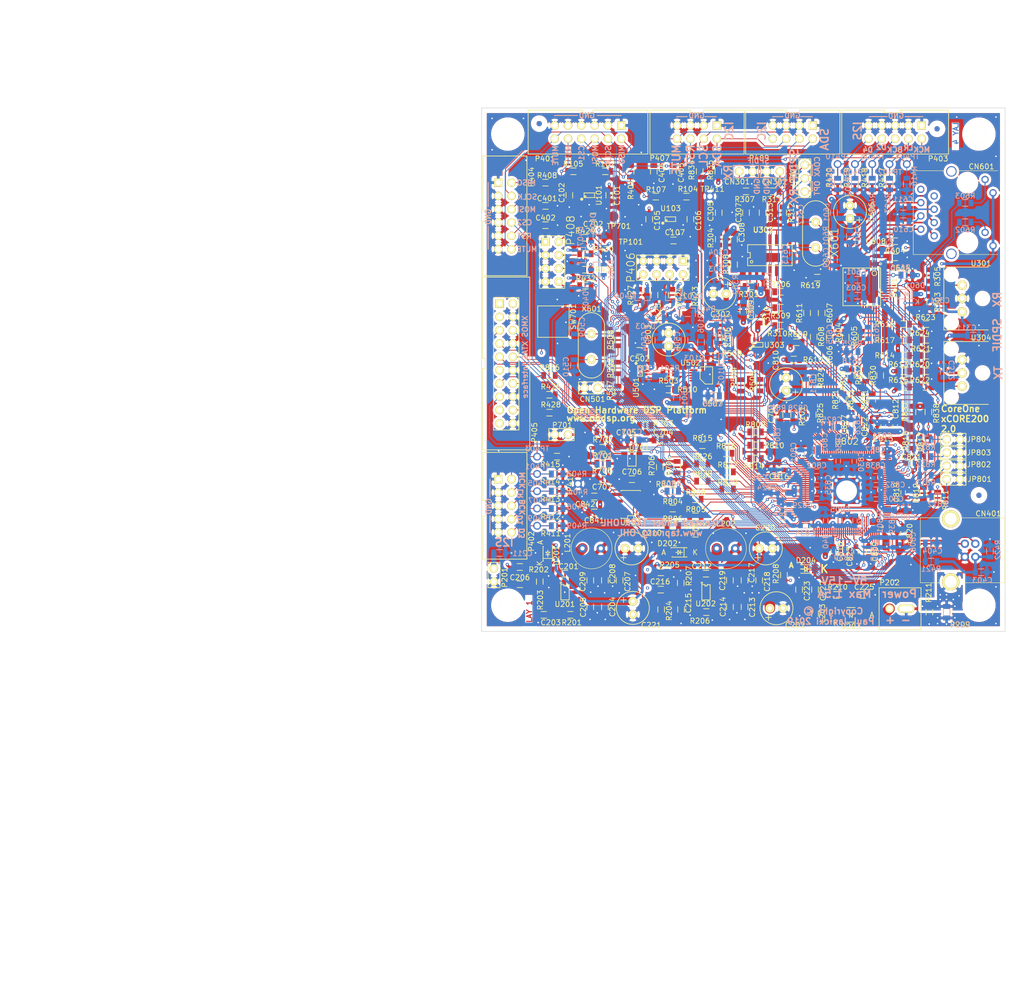
<source format=kicad_pcb>
(kicad_pcb (version 20171130) (host pcbnew "(5.1.0)-1")
  (title_block (title "CoreOne - xCORE200 Platform") (date 2019-04-02) (rev 2.0) (company "Open Hardware DSP Platform - www.ohdsp.org") (comment 1 "MERCHANTABILITY, SATISFACTORY QUALITY AND FITNESS FOR A PARTICULAR PURPOSE.") (comment 2 "is distributed WITHOUT ANY EXPRESS OR IMPLIED WARRANTY, INCLUDING OF") (comment 3 "Licensed under the TAPR Open Hardware License (www.tapr.org/OHL). This documentation") (comment 4 "Copyright Paul Janicki 2019"))
  (layers (0 F.Cu signal) (1 In1.Cu signal) (2 In2.Cu signal) (31 B.Cu signal) (34 B.Paste user) (35 F.Paste user) (36 B.SilkS user) (37 F.SilkS user) (38 B.Mask user) (39 F.Mask user) (44 Edge.Cuts user))
  (net 0 "")
  (net 1 GNDD)
  (net 2 VCC)
  (net 3 +3V3)
  (net 4 /USB_VBUS)
  (net 5 /Clock-CS2200/CS_3V3)
  (net 6 /XMOS_RST)
  (net 7 /XMOS200/PLL_VDD)
  (net 8 /ETH_RST)
  (net 9 /SPDIF_RX)
  (net 10 +1V0)
  (net 11 /SPI_SCLK)
  (net 12 /SPI_MOSI)
  (net 13 /SPI_CS1)
  (net 14 /I2C1_SCL)
  (net 15 /I2C1_SDA)
  (net 16 /SPI_MISO)
  (net 17 /XMOS200/MEM_SPI_CS)
  (net 18 /SPDIF_TX)
  (net 19 "Net-(P402-Pad6)")
  (net 20 /ETH_INT)
  (net 21 "Net-(R607-Pad1)")
  (net 22 /ETH_RX_CLK)
  (net 23 "Net-(R608-Pad1)")
  (net 24 /ETH_RX_CTL)
  (net 25 /ETH_RX0)
  (net 26 /ETH_RX1)
  (net 27 /ETH_RX2)
  (net 28 /ETH_RX3)
  (net 29 /ETH_MDIO)
  (net 30 /ETH_MDC)
  (net 31 /XMOS200/MEM_SPI_D0)
  (net 32 /XMOS200/MEM_SPI_D1)
  (net 33 /XMOS200/MEM_SPI_D2)
  (net 34 /XMOS200/MEM_SPI_D3)
  (net 35 /XMOS200/MEM_SPI_CLK)
  (net 36 /AUD_MUTE)
  (net 37 /I2S_BCLK1)
  (net 38 /I2S_LRCLK1)
  (net 39 /I2S_SDATA1)
  (net 40 /I2S_BCLK2)
  (net 41 /I2S_LRCLK2)
  (net 42 /I2S_SDATA2)
  (net 43 /XL_UP0)
  (net 44 /XL_UP1)
  (net 45 /ETH_TX_CLK)
  (net 46 /ETH_TX_CTL)
  (net 47 /ETH_TX3)
  (net 48 /ETH_TX2)
  (net 49 /ETH_TX1)
  (net 50 /ETH_TX0)
  (net 51 /TCK)
  (net 52 /TMS)
  (net 53 /TDO)
  (net 54 /TDI)
  (net 55 "Net-(C301-Pad1)")
  (net 56 "Net-(CN501-Pad1)")
  (net 57 "Net-(JP301-Pad3)")
  (net 58 "Net-(JP301-Pad1)")
  (net 59 "Net-(P402-Pad4)")
  (net 60 "Net-(P402-Pad8)")
  (net 61 /SPI_MUTE)
  (net 62 "Net-(R306-Pad1)")
  (net 63 "Net-(R309-Pad2)")
  (net 64 /SPI_RST)
  (net 65 "Net-(R604-Pad1)")
  (net 66 "Net-(R605-Pad1)")
  (net 67 "Net-(R606-Pad1)")
  (net 68 GNDPWR)
  (net 69 /I2C_RST)
  (net 70 /I2C_MUTE)
  (net 71 /AUD_MCLK1A)
  (net 72 /XL_DN1)
  (net 73 /XL_DN0)
  (net 74 /AUD_CLK1)
  (net 75 /SYS_CLK)
  (net 76 /AUD_PLLSYNC)
  (net 77 /XSYS_RST)
  (net 78 /XMOS200/~TRST~)
  (net 79 /USBD_P)
  (net 80 /USBD_N)
  (net 81 "Net-(C216-Pad2)")
  (net 82 "Net-(R505-Pad2)")
  (net 83 /Eth-KSZ8081/D1V2)
  (net 84 /Eth-KSZ8081/A3V3)
  (net 85 /Eth-KSZ8081/TX_N)
  (net 86 /Eth-KSZ8081/RX_N)
  (net 87 /Eth-KSZ8081/TX_P)
  (net 88 /Eth-KSZ8081/RX_P)
  (net 89 /Eth-KSZ8081/ISO)
  (net 90 /Eth-KSZ8081/NWAYEN)
  (net 91 /Eth-KSZ8081/SPEED)
  (net 92 /Eth-KSZ8081/CONFIG0)
  (net 93 /Eth-KSZ8081/CONFIG1)
  (net 94 "Net-(C206-Pad2)")
  (net 95 /I2S_D3)
  (net 96 /I2S_D4)
  (net 97 /Clock-CS2200/24M_CLK_1)
  (net 98 /XMOS200/MODE1)
  (net 99 /XMOS200/MODE2)
  (net 100 /XMOS200/MODE3)
  (net 101 /XMOS200/MODE4)
  (net 102 /I2C2_SDA)
  (net 103 /I2C2_SCL)
  (net 104 /AUX_DIGI7)
  (net 105 /AUX_DIGI0)
  (net 106 /AUX_DIGI6)
  (net 107 /AUX_DIGI1)
  (net 108 /AUX_DIGI5)
  (net 109 /AUX_DIGI2)
  (net 110 /AUX_DIGI4)
  (net 111 /AUX_DIGI3)
  (net 112 "Net-(C215-Pad2)")
  (net 113 "Net-(C201-Pad1)")
  (net 114 "Net-(C201-Pad2)")
  (net 115 "Net-(C203-Pad2)")
  (net 116 "Net-(C212-Pad1)")
  (net 117 "Net-(C212-Pad2)")
  (net 118 "Net-(C225-Pad1)")
  (net 119 "Net-(C305-Pad1)")
  (net 120 "Net-(C305-Pad2)")
  (net 121 "Net-(C306-Pad1)")
  (net 122 "Net-(C313-Pad1)")
  (net 123 "Net-(C313-Pad2)")
  (net 124 "Net-(C508-Pad1)")
  (net 125 "Net-(C509-Pad1)")
  (net 126 "Net-(C510-Pad1)")
  (net 127 "Net-(C610-Pad1)")
  (net 128 "Net-(C611-Pad1)")
  (net 129 "Net-(C612-Pad1)")
  (net 130 "Net-(C613-Pad1)")
  (net 131 "Net-(CN302-Pad1)")
  (net 132 "Net-(D203-Pad1)")
  (net 133 "Net-(D203-Pad2)")
  (net 134 "Net-(D204-Pad1)")
  (net 135 "Net-(P406-Pad2)")
  (net 136 "Net-(R102-Pad2)")
  (net 137 "Net-(R103-Pad2)")
  (net 138 "Net-(R105-Pad2)")
  (net 139 "Net-(R106-Pad2)")
  (net 140 "Net-(R301-Pad1)")
  (net 141 "Net-(R301-Pad2)")
  (net 142 "Net-(R303-Pad2)")
  (net 143 "Net-(R309-Pad1)")
  (net 144 "Net-(R310-Pad1)")
  (net 145 "Net-(R310-Pad2)")
  (net 146 "Net-(R503-Pad2)")
  (net 147 "Net-(R504-Pad2)")
  (net 148 "Net-(R506-Pad2)")
  (net 149 "Net-(R510-Pad1)")
  (net 150 "Net-(R611-Pad1)")
  (net 151 "Net-(R612-Pad2)")
  (net 152 "Net-(R619-Pad1)")
  (net 153 "Net-(R806-Pad2)")
  (net 154 "Net-(U302-Pad11)")
  (net 155 "Net-(P402-Pad10)")
  (net 156 "Net-(CN601-Pad12)")
  (net 157 "Net-(CN601-Pad10)")
  (net 158 /SPI_CS2)
  (net 159 /GLB_RST)
  (net 160 "Net-(R804-Pad2)")
  (net 161 /AUD_MCLK1B)
  (net 162 "Net-(P404-Pad2)")
  (net 163 "Net-(C403-Pad1)")
  (net 164 "Net-(C609-Pad1)")
  (net 165 "Net-(C706-Pad1)")
  (net 166 "Net-(C707-Pad1)")
  (net 167 "Net-(C828-Pad1)")
  (net 168 "Net-(P401-Pad2)")
  (net 169 "Net-(P403-Pad4)")
  (net 170 "Net-(P403-Pad6)")
  (net 171 "Net-(P403-Pad8)")
  (net 172 "Net-(P403-Pad10)")
  (net 173 "Net-(P405-Pad14)")
  (net 174 "Net-(P405-Pad18)")
  (net 175 "Net-(P406-Pad4)")
  (net 176 "Net-(P406-Pad6)")
  (net 177 "Net-(P406-Pad8)")
  (net 178 "Net-(P408-Pad2)")
  (net 179 "Net-(P408-Pad4)")
  (net 180 "Net-(P408-Pad6)")
  (net 181 "Net-(P408-Pad8)")
  (net 182 "Net-(R104-Pad2)")
  (net 183 "Net-(R107-Pad2)")
  (net 184 "Net-(R701-Pad1)")
  (net 185 "Net-(R704-Pad2)")
  (net 186 "Net-(R803-Pad2)")
  (net 187 "Net-(R805-Pad2)")
  (net 188 "Net-(R807-Pad2)")
  (net 189 "Net-(R808-Pad2)")
  (net 190 "Net-(R809-Pad2)")
  (net 191 "Net-(R810-Pad2)")
  (net 192 "Net-(R811-Pad2)")
  (net 193 "Net-(R814-Pad2)")
  (net 194 "Net-(R815-Pad2)")
  (net 195 "Net-(R816-Pad2)")
  (net 196 "Net-(R817-Pad2)")
  (net 197 "Net-(R818-Pad2)")
  (net 198 "Net-(R819-Pad2)")
  (net 199 "Net-(R820-Pad2)")
  (net 200 "Net-(R821-Pad2)")
  (net 201 "Net-(R824-Pad2)")
  (net 202 "Net-(R825-Pad2)")
  (net 203 "Net-(R826-Pad2)")
  (net 204 "Net-(R827-Pad2)")
  (net 205 "Net-(R828-Pad2)")
  (net 206 "Net-(R829-Pad2)")
  (net 207 "Net-(R830-Pad2)")
  (net 208 "Net-(R831-Pad2)")
  (net 209 "Net-(R832-Pad2)")
  (net 210 "Net-(R833-Pad2)")
  (net 211 "Net-(R836-Pad1)")
  (net 212 "Net-(R839-Pad2)")
  (net 213 "Net-(TP801-Pad1)")
  (module MyKiCadLibs-Footprints:SMD-0805 (layer B.Cu) (at 130.175 104.14 180)
    (fp_text reference R707 (at 0.254 1.524 180) (layer B.SilkS) (effects (justify mirror)))
    (fp_text value 2k2 hide)
    (pad 1 smd rect (at -1.1 0 180) (size 0.9 1.3) (layers B.Cu B.Paste B.Mask) (net 166 "Net-(C707-Pad1)"))
    (pad 2 smd rect (at 1.1 0 180) (size 0.9 1.3) (layers B.Cu B.Paste B.Mask) (net 3 +3V3))
  )
  (module MyKiCadLibs-Footprints:CONN-RJ45-ARJC02-111xxxx (layer F.Cu) (at 190.9 56 90)
    (fp_text reference CN601 (at 8.79 11.583 180) (layer F.SilkS))
    (fp_text value ARJC02-111009D)
    (pad 1 thru_hole circle (at -4.445 2.54 90) (size 1.4 1.4) (drill 0.9) (layers *.Cu *.Mask) (net 88 /Eth-KSZ8081/RX_P))
    (pad 2 thru_hole circle (at -3.175 0 90) (size 1.4 1.4) (drill 0.9) (layers *.Cu *.Mask) (net 86 /Eth-KSZ8081/RX_N))
    (pad 3 thru_hole circle (at -1.905 2.54 90) (size 1.4 1.4) (drill 0.9) (layers *.Cu *.Mask) (net 87 /Eth-KSZ8081/TX_P))
    (pad 4 thru_hole circle (at -0.635 0 90) (size 1.4 1.4) (drill 0.9) (layers *.Cu *.Mask) (net 127 "Net-(C610-Pad1)"))
    (pad 5 thru_hole circle (at 0.635 2.54 90) (size 1.4 1.4) (drill 0.9) (layers *.Cu *.Mask) (net 128 "Net-(C611-Pad1)"))
    (pad 6 thru_hole circle (at 1.905 0 90) (size 1.4 1.4) (drill 0.9) (layers *.Cu *.Mask) (net 85 /Eth-KSZ8081/TX_N))
    (pad 7 thru_hole circle (at 3.175 2.54 90) (size 1.4 1.4) (drill 0.9) (layers *.Cu *.Mask))
    (pad 8 thru_hole circle (at 4.445 0 90) (size 1.4 1.4) (drill 0.9) (layers *.Cu *.Mask) (net 68 GNDPWR))
    (pad 13 thru_hole circle (at -7.875 5.84 90) (size 2 2) (drill 1.6) (layers *.Cu *.Mask) (net 68 GNDPWR))
    (pad 13 thru_hole circle (at 7.875 5.84 90) (size 2 2) (drill 1.6) (layers *.Cu *.Mask) (net 68 GNDPWR))
    (pad "" np_thru_hole circle (at -5.715 8.89 90) (size 3.2 3.2) (drill 3.2) (layers *.Cu *.Mask))
    (pad "" np_thru_hole circle (at 5.715 8.89 90) (size 3.2 3.2) (drill 3.2) (layers *.Cu *.Mask))
    (pad 9 thru_hole circle (at -6.325 13.79 90) (size 1.4 1.4) (drill 0.9) (layers *.Cu *.Mask) (net 3 +3V3))
    (pad 12 thru_hole circle (at 6.325 12.27 90) (size 1.4 1.4) (drill 0.9) (layers *.Cu *.Mask) (net 156 "Net-(CN601-Pad12)"))
    (pad 10 thru_hole circle (at -3.785 12.27 90) (size 1.4 1.4) (drill 0.9) (layers *.Cu *.Mask) (net 157 "Net-(CN601-Pad10)"))
    (pad 11 thru_hole circle (at 3.785 13.79 90) (size 1.4 1.4) (drill 0.9) (layers *.Cu *.Mask) (net 3 +3V3))
  )
  (module MyKiCadLibs-Footprints:FID-1MM-3MM (layer B.Cu) (at 118 39)
    (fp_text reference FID204 hide)
    (fp_text value MNT_HOLE hide)
    (pad 1 smd circle (at 0 0) (size 1 1) (layers B.Cu B.Paste B.Mask) (clearance 1.1))
  )
  (module MyKiCadLibs-Footprints:FID-1MM-3MM (layer B.Cu) (at 194 40)
    (fp_text reference FID205 hide)
    (fp_text value MNT_HOLE hide)
    (pad 1 smd circle (at 0 0) (size 1 1) (layers B.Cu B.Paste B.Mask) (clearance 1.1))
  )
  (module MyKiCadLibs-Footprints:FID-1MM-3MM (layer B.Cu) (at 202 110)
    (fp_text reference FID206 hide)
    (fp_text value MNT_HOLE hide)
    (pad 1 smd circle (at 0 0) (size 1 1) (layers B.Cu B.Paste B.Mask) (clearance 1.1))
  )
  (module MyKiCadLibs-Footprints:CONN_DIL_2X04 (layer F.Cu) (at 120.462 65.388)
    (fp_text reference P408 (at 3.538 -5.988 90) (layer F.SilkS) (effects (font (size 1.5 1.5))))
    (fp_text value CONN_02X04 hide)
    (pad 8 thru_hole circle (at 1.27 3.81) (size 1.6 1.6) (drill 0.8) (layers *.Cu *.Mask F.SilkS) (net 181 "Net-(P408-Pad8)"))
    (pad 7 thru_hole circle (at -1.27 3.81) (size 1.6 1.6) (drill 0.8) (layers *.Cu *.Mask F.SilkS) (net 1 GNDD))
    (pad 6 thru_hole circle (at 1.27 1.27) (size 1.6 1.6) (drill 0.8) (layers *.Cu *.Mask F.SilkS) (net 180 "Net-(P408-Pad6)"))
    (pad 5 thru_hole circle (at -1.27 1.27) (size 1.6 1.6) (drill 0.8) (layers *.Cu *.Mask F.SilkS) (net 1 GNDD))
    (pad 4 thru_hole circle (at 1.27 -1.27) (size 1.6 1.6) (drill 0.8) (layers *.Cu *.Mask F.SilkS) (net 179 "Net-(P408-Pad4)"))
    (pad 3 thru_hole circle (at -1.27 -1.27) (size 1.6 1.6) (drill 0.8) (layers *.Cu *.Mask F.SilkS) (net 1 GNDD))
    (pad 2 thru_hole circle (at 1.27 -3.81) (size 1.6 1.6) (drill 0.8) (layers *.Cu *.Mask F.SilkS) (net 178 "Net-(P408-Pad2)"))
    (pad 1 thru_hole rect (at -1.27 -3.81) (size 1.6 1.6) (drill 0.8) (layers *.Cu *.Mask F.SilkS) (net 1 GNDD))
  )
  (module MyKiCadLibs-Footprints:CONN_DIL_2X04 (layer F.Cu) (at 141.671 66.531 270)
    (fp_text reference P406 (at -0.031 6.171 90) (layer F.SilkS) (effects (font (size 1.5 1.5))))
    (fp_text value CONN_02X04 hide)
    (pad 8 thru_hole circle (at 1.27 3.81 270) (size 1.6 1.6) (drill 0.8) (layers *.Cu *.Mask F.SilkS) (net 177 "Net-(P406-Pad8)"))
    (pad 7 thru_hole circle (at -1.27 3.81 270) (size 1.6 1.6) (drill 0.8) (layers *.Cu *.Mask F.SilkS) (net 1 GNDD))
    (pad 6 thru_hole circle (at 1.27 1.27 270) (size 1.6 1.6) (drill 0.8) (layers *.Cu *.Mask F.SilkS) (net 176 "Net-(P406-Pad6)"))
    (pad 5 thru_hole circle (at -1.27 1.27 270) (size 1.6 1.6) (drill 0.8) (layers *.Cu *.Mask F.SilkS) (net 1 GNDD))
    (pad 4 thru_hole circle (at 1.27 -1.27 270) (size 1.6 1.6) (drill 0.8) (layers *.Cu *.Mask F.SilkS) (net 175 "Net-(P406-Pad4)"))
    (pad 3 thru_hole circle (at -1.27 -1.27 270) (size 1.6 1.6) (drill 0.8) (layers *.Cu *.Mask F.SilkS) (net 1 GNDD))
    (pad 2 thru_hole circle (at 1.27 -3.81 270) (size 1.6 1.6) (drill 0.8) (layers *.Cu *.Mask F.SilkS) (net 135 "Net-(P406-Pad2)"))
    (pad 1 thru_hole rect (at -1.27 -3.81 270) (size 1.6 1.6) (drill 0.8) (layers *.Cu *.Mask F.SilkS) (net 1 GNDD))
  )
  (module MyKiCadLibs-Footprints:CONN_DIL_2X5_BOX_1MM (layer F.Cu) (at 185.994 40.623 270)
    (fp_text reference P403 (at 5.077 -8.206) (layer F.SilkS))
    (fp_text value CONN_02X05 hide)
    (pad 10 thru_hole circle (at 1.27 5.08 270) (size 1.6 1.6) (drill 1) (layers *.Cu *.Mask F.SilkS) (net 172 "Net-(P403-Pad10)"))
    (pad 9 thru_hole circle (at -1.27 5.08 270) (size 1.6 1.6) (drill 1) (layers *.Cu *.Mask F.SilkS) (net 1 GNDD))
    (pad 8 thru_hole circle (at 1.27 2.54 270) (size 1.6 1.6) (drill 1) (layers *.Cu *.Mask F.SilkS) (net 171 "Net-(P403-Pad8)"))
    (pad 7 thru_hole circle (at -1.27 2.54 270) (size 1.6 1.6) (drill 1) (layers *.Cu *.Mask F.SilkS) (net 1 GNDD))
    (pad 6 thru_hole circle (at 1.27 0 270) (size 1.6 1.6) (drill 1) (layers *.Cu *.Mask F.SilkS) (net 170 "Net-(P403-Pad6)"))
    (pad 5 thru_hole circle (at -1.27 0 270) (size 1.6 1.6) (drill 1) (layers *.Cu *.Mask F.SilkS) (net 1 GNDD))
    (pad 4 thru_hole circle (at 1.27 -2.54 270) (size 1.6 1.6) (drill 1) (layers *.Cu *.Mask F.SilkS) (net 169 "Net-(P403-Pad4)"))
    (pad 3 thru_hole circle (at -1.27 -2.54 270) (size 1.6 1.6) (drill 1) (layers *.Cu *.Mask F.SilkS) (net 1 GNDD))
    (pad 2 thru_hole circle (at 1.27 -5.08 270) (size 1.6 1.6) (drill 1) (layers *.Cu *.Mask F.SilkS) (net 161 /AUD_MCLK1B))
    (pad 1 thru_hole rect (at -1.27 -5.08 270) (size 1.6 1.6) (drill 1) (layers *.Cu *.Mask F.SilkS) (net 1 GNDD))
  )
  (module MyKiCadLibs-Footprints:CONN_DIL_2X5_BOX_1MM (layer F.Cu) (at 111.445 111.997)
    (fp_text reference P402 (at 5.055 6.803 90) (layer F.SilkS))
    (fp_text value CONN_02X05 hide)
    (pad 10 thru_hole circle (at 1.27 5.08) (size 1.6 1.6) (drill 1) (layers *.Cu *.Mask F.SilkS) (net 155 "Net-(P402-Pad10)"))
    (pad 9 thru_hole circle (at -1.27 5.08) (size 1.6 1.6) (drill 1) (layers *.Cu *.Mask F.SilkS) (net 1 GNDD))
    (pad 8 thru_hole circle (at 1.27 2.54) (size 1.6 1.6) (drill 1) (layers *.Cu *.Mask F.SilkS) (net 60 "Net-(P402-Pad8)"))
    (pad 7 thru_hole circle (at -1.27 2.54) (size 1.6 1.6) (drill 1) (layers *.Cu *.Mask F.SilkS) (net 1 GNDD))
    (pad 6 thru_hole circle (at 1.27 0) (size 1.6 1.6) (drill 1) (layers *.Cu *.Mask F.SilkS) (net 19 "Net-(P402-Pad6)"))
    (pad 5 thru_hole circle (at -1.27 0) (size 1.6 1.6) (drill 1) (layers *.Cu *.Mask F.SilkS) (net 1 GNDD))
    (pad 4 thru_hole circle (at 1.27 -2.54) (size 1.6 1.6) (drill 1) (layers *.Cu *.Mask F.SilkS) (net 59 "Net-(P402-Pad4)"))
    (pad 3 thru_hole circle (at -1.27 -2.54) (size 1.6 1.6) (drill 1) (layers *.Cu *.Mask F.SilkS) (net 1 GNDD))
    (pad 2 thru_hole circle (at 1.27 -5.08) (size 1.6 1.6) (drill 1) (layers *.Cu *.Mask F.SilkS) (net 71 /AUD_MCLK1A))
    (pad 1 thru_hole rect (at -1.27 -5.08) (size 1.6 1.6) (drill 1) (layers *.Cu *.Mask F.SilkS) (net 1 GNDD))
  )
  (module MyKiCadLibs-Footprints:CONN_DIL_2X4_BOX_1MM (layer F.Cu) (at 148.148 40.623 270)
    (fp_text reference P407 (at 4.977 7.148) (layer F.SilkS))
    (fp_text value CONN_02X04 hide)
    (pad 8 thru_hole circle (at 1.27 3.81 270) (size 1.6 1.6) (drill 1) (layers *.Cu *.Mask F.SilkS) (net 70 /I2C_MUTE))
    (pad 7 thru_hole circle (at -1.27 3.81 270) (size 1.6 1.6) (drill 1) (layers *.Cu *.Mask F.SilkS) (net 1 GNDD))
    (pad 6 thru_hole circle (at 1.27 1.27 270) (size 1.6 1.6) (drill 1) (layers *.Cu *.Mask F.SilkS) (net 69 /I2C_RST))
    (pad 5 thru_hole circle (at -1.27 1.27 270) (size 1.6 1.6) (drill 1) (layers *.Cu *.Mask F.SilkS) (net 1 GNDD))
    (pad 4 thru_hole circle (at 1.27 -1.27 270) (size 1.6 1.6) (drill 1) (layers *.Cu *.Mask F.SilkS) (net 103 /I2C2_SCL))
    (pad 3 thru_hole circle (at -1.27 -1.27 270) (size 1.6 1.6) (drill 1) (layers *.Cu *.Mask F.SilkS) (net 1 GNDD))
    (pad 2 thru_hole circle (at 1.27 -3.81 270) (size 1.6 1.6) (drill 1) (layers *.Cu *.Mask F.SilkS) (net 102 /I2C2_SDA))
    (pad 1 thru_hole rect (at -1.27 -3.81 270) (size 1.6 1.6) (drill 1) (layers *.Cu *.Mask F.SilkS) (net 1 GNDD))
  )
  (module MyKiCadLibs-Footprints:CONN_DIL_2X4_BOX_1MM (layer F.Cu) (at 166.436 40.623 270)
    (fp_text reference P409 (at 4.977 6.436) (layer F.SilkS))
    (fp_text value CONN_02X04 hide)
    (pad 8 thru_hole circle (at 1.27 3.81 270) (size 1.6 1.6) (drill 1) (layers *.Cu *.Mask F.SilkS) (net 70 /I2C_MUTE))
    (pad 7 thru_hole circle (at -1.27 3.81 270) (size 1.6 1.6) (drill 1) (layers *.Cu *.Mask F.SilkS) (net 1 GNDD))
    (pad 6 thru_hole circle (at 1.27 1.27 270) (size 1.6 1.6) (drill 1) (layers *.Cu *.Mask F.SilkS) (net 69 /I2C_RST))
    (pad 5 thru_hole circle (at -1.27 1.27 270) (size 1.6 1.6) (drill 1) (layers *.Cu *.Mask F.SilkS) (net 1 GNDD))
    (pad 4 thru_hole circle (at 1.27 -1.27 270) (size 1.6 1.6) (drill 1) (layers *.Cu *.Mask F.SilkS) (net 103 /I2C2_SCL))
    (pad 3 thru_hole circle (at -1.27 -1.27 270) (size 1.6 1.6) (drill 1) (layers *.Cu *.Mask F.SilkS) (net 1 GNDD))
    (pad 2 thru_hole circle (at 1.27 -3.81 270) (size 1.6 1.6) (drill 1) (layers *.Cu *.Mask F.SilkS) (net 102 /I2C2_SDA))
    (pad 1 thru_hole rect (at -1.27 -3.81 270) (size 1.6 1.6) (drill 1) (layers *.Cu *.Mask F.SilkS) (net 1 GNDD))
  )
  (module MyKiCadLibs-Footprints:CONN_DIL_2X6_BOX_1MM (layer F.Cu) (at 127.32 40.623 270)
    (fp_text reference P401 (at 5.077 8.22) (layer F.SilkS))
    (fp_text value CONN_02X06 hide)
    (pad 11 thru_hole circle (at -1.27 6.35 270) (size 1.6 1.6) (drill 1) (layers *.Cu *.Mask F.SilkS) (net 1 GNDD))
    (pad 12 thru_hole circle (at 1.27 6.35 270) (size 1.6 1.6) (drill 1) (layers *.Cu *.Mask F.SilkS) (net 61 /SPI_MUTE))
    (pad 10 thru_hole circle (at 1.27 3.81 270) (size 1.6 1.6) (drill 1) (layers *.Cu *.Mask F.SilkS) (net 64 /SPI_RST))
    (pad 9 thru_hole circle (at -1.27 3.81 270) (size 1.6 1.6) (drill 1) (layers *.Cu *.Mask F.SilkS) (net 1 GNDD))
    (pad 8 thru_hole circle (at 1.27 1.27 270) (size 1.6 1.6) (drill 1) (layers *.Cu *.Mask F.SilkS) (net 13 /SPI_CS1))
    (pad 7 thru_hole circle (at -1.27 1.27 270) (size 1.6 1.6) (drill 1) (layers *.Cu *.Mask F.SilkS) (net 1 GNDD))
    (pad 6 thru_hole circle (at 1.27 -1.27 270) (size 1.6 1.6) (drill 1) (layers *.Cu *.Mask F.SilkS) (net 12 /SPI_MOSI))
    (pad 5 thru_hole circle (at -1.27 -1.27 270) (size 1.6 1.6) (drill 1) (layers *.Cu *.Mask F.SilkS) (net 1 GNDD))
    (pad 4 thru_hole circle (at 1.27 -3.81 270) (size 1.6 1.6) (drill 1) (layers *.Cu *.Mask F.SilkS) (net 11 /SPI_SCLK))
    (pad 3 thru_hole circle (at -1.27 -3.81 270) (size 1.6 1.6) (drill 1) (layers *.Cu *.Mask F.SilkS) (net 1 GNDD))
    (pad 2 thru_hole circle (at 1.27 -6.35 270) (size 1.6 1.6) (drill 1) (layers *.Cu *.Mask F.SilkS) (net 168 "Net-(P401-Pad2)"))
    (pad 1 thru_hole rect (at -1.27 -6.35 270) (size 1.6 1.6) (drill 1) (layers *.Cu *.Mask F.SilkS) (net 1 GNDD))
  )
  (module MyKiCadLibs-Footprints:CONN_DIL_2X6_BOX_1MM (layer F.Cu) (at 111.445 56.625)
    (fp_text reference P404 (at 5.055 -7.425 90) (layer F.SilkS))
    (fp_text value CONN_02X06 hide)
    (pad 11 thru_hole circle (at -1.27 6.35) (size 1.6 1.6) (drill 1) (layers *.Cu *.Mask F.SilkS) (net 1 GNDD))
    (pad 12 thru_hole circle (at 1.27 6.35) (size 1.6 1.6) (drill 1) (layers *.Cu *.Mask F.SilkS) (net 61 /SPI_MUTE))
    (pad 10 thru_hole circle (at 1.27 3.81) (size 1.6 1.6) (drill 1) (layers *.Cu *.Mask F.SilkS) (net 64 /SPI_RST))
    (pad 9 thru_hole circle (at -1.27 3.81) (size 1.6 1.6) (drill 1) (layers *.Cu *.Mask F.SilkS) (net 1 GNDD))
    (pad 8 thru_hole circle (at 1.27 1.27) (size 1.6 1.6) (drill 1) (layers *.Cu *.Mask F.SilkS) (net 158 /SPI_CS2))
    (pad 7 thru_hole circle (at -1.27 1.27) (size 1.6 1.6) (drill 1) (layers *.Cu *.Mask F.SilkS) (net 1 GNDD))
    (pad 6 thru_hole circle (at 1.27 -1.27) (size 1.6 1.6) (drill 1) (layers *.Cu *.Mask F.SilkS) (net 12 /SPI_MOSI))
    (pad 5 thru_hole circle (at -1.27 -1.27) (size 1.6 1.6) (drill 1) (layers *.Cu *.Mask F.SilkS) (net 1 GNDD))
    (pad 4 thru_hole circle (at 1.27 -3.81) (size 1.6 1.6) (drill 1) (layers *.Cu *.Mask F.SilkS) (net 11 /SPI_SCLK))
    (pad 3 thru_hole circle (at -1.27 -3.81) (size 1.6 1.6) (drill 1) (layers *.Cu *.Mask F.SilkS) (net 1 GNDD))
    (pad 2 thru_hole circle (at 1.27 -6.35) (size 1.6 1.6) (drill 1) (layers *.Cu *.Mask F.SilkS) (net 162 "Net-(P404-Pad2)"))
    (pad 1 thru_hole rect (at -1.27 -6.35) (size 1.6 1.6) (drill 1) (layers *.Cu *.Mask F.SilkS) (net 1 GNDD))
  )
  (module MyKiCadLibs-Footprints:SMD-0805 (layer F.Cu) (at 118.11 126.492 270)
    (fp_text reference R203 (at 3.508 -0.09 270) (layer F.SilkS))
    (fp_text value 22k hide)
    (pad 1 smd rect (at -1.1 0 270) (size 0.9 1.3) (layers F.Cu F.Paste F.Mask) (net 1 GNDD))
    (pad 2 smd rect (at 1.1 0 270) (size 0.9 1.3) (layers F.Cu F.Paste F.Mask) (net 94 "Net-(C206-Pad2)"))
  )
  (module MyKiCadLibs-Footprints:SMD-0805 (layer F.Cu) (at 128.336 56.752 180)
    (fp_text reference C702 (at 0.036 -1.448 180) (layer F.SilkS))
    (fp_text value 10n hide)
    (pad 2 smd rect (at 1.1 0 180) (size 0.9 1.3) (layers F.Cu F.Paste F.Mask) (net 1 GNDD))
    (pad 1 smd rect (at -1.1 0 180) (size 0.9 1.3) (layers F.Cu F.Paste F.Mask) (net 159 /GLB_RST))
  )
  (module MyKiCadLibs-Footprints:SMD-0603 (layer F.Cu) (at 178.501 120.76 270)
    (fp_text reference C823 (at 0.94 1.201 270) (layer F.SilkS))
    (fp_text value 100n hide)
    (pad 1 smd rect (at -0.95 0 270) (size 0.9 0.9) (layers F.Cu F.Paste F.Mask) (net 3 +3V3))
    (pad 2 smd rect (at 0.95 0 270) (size 0.9 0.9) (layers F.Cu F.Paste F.Mask) (net 1 GNDD))
  )
  (module MyKiCadLibs-Footprints:IC-SOT23 (layer B.Cu) (at 126.05 69.452 90)
    (fp_text reference D405 (at -3.448 0.85 90) (layer B.SilkS) (effects (justify mirror)))
    (fp_text value BAV99 hide)
    (pad 3 smd rect (at 0 1.2 90) (size 0.65 1.2) (layers B.Cu B.Paste B.Mask) (net 104 /AUX_DIGI7))
    (pad 1 smd rect (at -0.95 -1.2 90) (size 0.65 1.2) (layers B.Cu B.Paste B.Mask) (net 1 GNDD))
    (pad 2 smd rect (at 0.95 -1.2 90) (size 0.65 1.2) (layers B.Cu B.Paste B.Mask) (net 3 +3V3))
  )
  (module MyKiCadLibs-Footprints:IC-SOT23 (layer B.Cu) (at 146.37 75.04 180)
    (fp_text reference D401 (at -3.43 0.64 180) (layer B.SilkS) (effects (justify mirror)))
    (fp_text value BAV99 hide)
    (pad 3 smd rect (at 0 1.2 180) (size 0.65 1.2) (layers B.Cu B.Paste B.Mask) (net 105 /AUX_DIGI0))
    (pad 1 smd rect (at -0.95 -1.2 180) (size 0.65 1.2) (layers B.Cu B.Paste B.Mask) (net 1 GNDD))
    (pad 2 smd rect (at 0.95 -1.2 180) (size 0.65 1.2) (layers B.Cu B.Paste B.Mask) (net 3 +3V3))
  )
  (module MyKiCadLibs-Footprints:IC-SOT23 (layer B.Cu) (at 129.098 66.912 270)
    (fp_text reference D406 (at -0.012 -2.702 270) (layer B.SilkS) (effects (justify mirror)))
    (fp_text value BAV99 hide)
    (pad 3 smd rect (at 0 1.2 270) (size 0.65 1.2) (layers B.Cu B.Paste B.Mask) (net 106 /AUX_DIGI6))
    (pad 1 smd rect (at -0.95 -1.2 270) (size 0.65 1.2) (layers B.Cu B.Paste B.Mask) (net 1 GNDD))
    (pad 2 smd rect (at 0.95 -1.2 270) (size 0.65 1.2) (layers B.Cu B.Paste B.Mask) (net 3 +3V3))
  )
  (module MyKiCadLibs-Footprints:IC-SOT23 (layer B.Cu) (at 143.576 71.992)
    (fp_text reference D402 (at 3.724 0.008) (layer B.SilkS) (effects (justify mirror)))
    (fp_text value BAV99 hide)
    (pad 3 smd rect (at 0 1.2) (size 0.65 1.2) (layers B.Cu B.Paste B.Mask) (net 107 /AUX_DIGI1))
    (pad 1 smd rect (at -0.95 -1.2) (size 0.65 1.2) (layers B.Cu B.Paste B.Mask) (net 1 GNDD))
    (pad 2 smd rect (at 0.95 -1.2) (size 0.65 1.2) (layers B.Cu B.Paste B.Mask) (net 3 +3V3))
  )
  (module MyKiCadLibs-Footprints:IC-SOT23 (layer B.Cu) (at 126.05 64.118 90)
    (fp_text reference D407 (at 3.618 -0.15 90) (layer B.SilkS) (effects (justify mirror)))
    (fp_text value BAV99 hide)
    (pad 3 smd rect (at 0 1.2 90) (size 0.65 1.2) (layers B.Cu B.Paste B.Mask) (net 108 /AUX_DIGI5))
    (pad 1 smd rect (at -0.95 -1.2 90) (size 0.65 1.2) (layers B.Cu B.Paste B.Mask) (net 1 GNDD))
    (pad 2 smd rect (at 0.95 -1.2 90) (size 0.65 1.2) (layers B.Cu B.Paste B.Mask) (net 3 +3V3))
  )
  (module MyKiCadLibs-Footprints:IC-SOT23 (layer B.Cu) (at 140.782 75.04 180)
    (fp_text reference D403 (at 2.482 -2.66 180) (layer B.SilkS) (effects (justify mirror)))
    (fp_text value BAV99 hide)
    (pad 3 smd rect (at 0 1.2 180) (size 0.65 1.2) (layers B.Cu B.Paste B.Mask) (net 109 /AUX_DIGI2))
    (pad 1 smd rect (at -0.95 -1.2 180) (size 0.65 1.2) (layers B.Cu B.Paste B.Mask) (net 1 GNDD))
    (pad 2 smd rect (at 0.95 -1.2 180) (size 0.65 1.2) (layers B.Cu B.Paste B.Mask) (net 3 +3V3))
  )
  (module MyKiCadLibs-Footprints:IC-SOT23 (layer B.Cu) (at 129.098 61.578 270)
    (fp_text reference D408 (at -3.578 0.798 270) (layer B.SilkS) (effects (justify mirror)))
    (fp_text value BAV99 hide)
    (pad 3 smd rect (at 0 1.2 270) (size 0.65 1.2) (layers B.Cu B.Paste B.Mask) (net 110 /AUX_DIGI4))
    (pad 1 smd rect (at -0.95 -1.2 270) (size 0.65 1.2) (layers B.Cu B.Paste B.Mask) (net 1 GNDD))
    (pad 2 smd rect (at 0.95 -1.2 270) (size 0.65 1.2) (layers B.Cu B.Paste B.Mask) (net 3 +3V3))
  )
  (module MyKiCadLibs-Footprints:IC-SOT23 (layer B.Cu) (at 137.734 71.992)
    (fp_text reference D404 (at -3.434 -0.092) (layer B.SilkS) (effects (justify mirror)))
    (fp_text value BAV99 hide)
    (pad 3 smd rect (at 0 1.2) (size 0.65 1.2) (layers B.Cu B.Paste B.Mask) (net 111 /AUX_DIGI3))
    (pad 1 smd rect (at -0.95 -1.2) (size 0.65 1.2) (layers B.Cu B.Paste B.Mask) (net 1 GNDD))
    (pad 2 smd rect (at 0.95 -1.2) (size 0.65 1.2) (layers B.Cu B.Paste B.Mask) (net 3 +3V3))
  )
  (module MyKiCadLibs-Footprints:TP-TH-1mm (layer B.Cu) (at 175.006 46.736)
    (fp_text reference TP410 (at -0.006 -1.436) (layer B.SilkS) (effects (justify mirror)))
    (fp_text value PIN hide)
    (pad 1 thru_hole circle (at 0 0) (size 1.5 1.5) (drill 1) (layers *.Cu *.Mask B.Paste) (net 172 "Net-(P403-Pad10)"))
  )
  (module MyKiCadLibs-Footprints:TP-TH-1mm (layer B.Cu) (at 117.602 115.824 270)
    (fp_text reference TP409 (at -1.424 -0.498) (layer B.SilkS) (effects (justify mirror)))
    (fp_text value PIN hide)
    (pad 1 thru_hole circle (at 0 0 270) (size 1.5 1.5) (drill 1) (layers *.Cu *.Mask B.Paste) (net 155 "Net-(P402-Pad10)"))
  )
  (module MyKiCadLibs-Footprints:SMD-0805 (layer B.Cu) (at 175.006 50.546 270)
    (fp_text reference R410 (at -1.246 1.406 270) (layer B.SilkS) (effects (justify mirror)))
    (fp_text value 0 hide)
    (pad 1 smd rect (at -1.1 0 270) (size 0.9 1.3) (layers B.Cu B.Paste B.Mask) (net 172 "Net-(P403-Pad10)"))
    (pad 2 smd rect (at 1.1 0 270) (size 0.9 1.3) (layers B.Cu B.Paste B.Mask) (net 96 /I2S_D4))
  )
  (module MyKiCadLibs-Footprints:SMD-0805 (layer B.Cu) (at 121.412 115.824)
    (fp_text reference R409 (at 3.788 -0.024) (layer B.SilkS) (effects (justify mirror)))
    (fp_text value 0 hide)
    (pad 1 smd rect (at -1.1 0) (size 0.9 1.3) (layers B.Cu B.Paste B.Mask) (net 155 "Net-(P402-Pad10)"))
    (pad 2 smd rect (at 1.1 0) (size 0.9 1.3) (layers B.Cu B.Paste B.Mask) (net 95 /I2S_D3))
  )
  (module MyKiCadLibs-Footprints:SMD-0603 (layer B.Cu) (at 188.1 119 270)
    (fp_text reference C806 (at -0.1 -1.3 270) (layer B.SilkS) (effects (justify mirror)))
    (fp_text value 1u hide)
    (pad 1 smd rect (at -0.95 0 270) (size 0.9 0.9) (layers B.Cu B.Paste B.Mask) (net 10 +1V0))
    (pad 2 smd rect (at 0.95 0 270) (size 0.9 0.9) (layers B.Cu B.Paste B.Mask) (net 1 GNDD))
  )
  (module MyKiCadLibs-Footprints:SMD-0603 (layer B.Cu) (at 175.4276 114.857 90)
    (fp_text reference C805 (at 2.157 0.0724 180) (layer B.SilkS) (effects (justify mirror)))
    (fp_text value 1u hide)
    (pad 1 smd rect (at -0.95 0 90) (size 0.9 0.9) (layers B.Cu B.Paste B.Mask) (net 10 +1V0))
    (pad 2 smd rect (at 0.95 0 90) (size 0.9 0.9) (layers B.Cu B.Paste B.Mask) (net 1 GNDD))
  )
  (module MyKiCadLibs-Footprints:IC-SOT23-6 (layer F.Cu) (at 149.86 128.524 270)
    (fp_text reference U202 (at 2.176 0.06) (layer F.SilkS))
    (fp_text value RT7285C hide)
    (pad 5 smd rect (at 0 -1.4 270) (size 0.65 1.2) (layers F.Cu F.Paste F.Mask) (net 2 VCC))
    (pad 1 smd rect (at -0.95 1.4 270) (size 0.65 1.2) (layers F.Cu F.Paste F.Mask) (net 116 "Net-(C212-Pad1)"))
    (pad 2 smd rect (at 0 1.4 270) (size 0.65 1.2) (layers F.Cu F.Paste F.Mask) (net 1 GNDD))
    (pad 3 smd rect (at 0.95 1.4 270) (size 0.65 1.2) (layers F.Cu F.Paste F.Mask) (net 81 "Net-(C216-Pad2)"))
    (pad 4 smd rect (at 0.95 -1.4 270) (size 0.65 1.2) (layers F.Cu F.Paste F.Mask) (net 112 "Net-(C215-Pad2)"))
    (pad 6 smd rect (at -0.95 -1.4 270) (size 0.65 1.2) (layers F.Cu F.Paste F.Mask) (net 117 "Net-(C212-Pad2)"))
  )
  (module MyKiCadLibs-Footprints:IC-SOT23-6 (layer F.Cu) (at 122.936 128.524 270)
    (fp_text reference U201 (at 2.276 0.036) (layer F.SilkS))
    (fp_text value RT7285C hide)
    (pad 5 smd rect (at 0 -1.4 270) (size 0.65 1.2) (layers F.Cu F.Paste F.Mask) (net 2 VCC))
    (pad 1 smd rect (at -0.95 1.4 270) (size 0.65 1.2) (layers F.Cu F.Paste F.Mask) (net 113 "Net-(C201-Pad1)"))
    (pad 2 smd rect (at 0 1.4 270) (size 0.65 1.2) (layers F.Cu F.Paste F.Mask) (net 1 GNDD))
    (pad 3 smd rect (at 0.95 1.4 270) (size 0.65 1.2) (layers F.Cu F.Paste F.Mask) (net 94 "Net-(C206-Pad2)"))
    (pad 4 smd rect (at 0.95 -1.4 270) (size 0.65 1.2) (layers F.Cu F.Paste F.Mask) (net 115 "Net-(C203-Pad2)"))
    (pad 6 smd rect (at -0.95 -1.4 270) (size 0.65 1.2) (layers F.Cu F.Paste F.Mask) (net 114 "Net-(C201-Pad2)"))
  )
  (module MyKiCadLibs-Footprints:TP-2mm (layer F.Cu) (at 132.146 56.752)
    (fp_text reference TP701 (at 1.054 1.848) (layer F.SilkS))
    (fp_text value PIN hide)
    (pad 1 smd circle (at 0 0) (size 2 2) (layers F.Cu F.Paste F.Mask) (net 159 /GLB_RST))
  )
  (module MyKiCadLibs-Footprints:SMD-0805 (layer F.Cu) (at 144.338 104.631 90)
    (fp_text reference R704 (at 0.254 -1.524 90) (layer F.SilkS))
    (fp_text value 15k hide)
    (pad 1 smd rect (at -1.1 0 90) (size 0.9 1.3) (layers F.Cu F.Paste F.Mask) (net 10 +1V0))
    (pad 2 smd rect (at 1.1 0 90) (size 0.9 1.3) (layers F.Cu F.Paste F.Mask) (net 185 "Net-(R704-Pad2)"))
  )
  (module MyKiCadLibs-Footprints:DIODE-SOD-123 (layer F.Cu) (at 144.78 120.904 180)
    (fp_text reference D202 (at 2.28 1.704 180) (layer F.SilkS))
    (fp_text value 1N4148W-7-F hide)
    (fp_text user K (at -3 0 180) (layer F.SilkS))
    (fp_text user A (at 3 0 180) (layer F.SilkS))
    (pad 2 smd rect (at -1.7 0 180) (size 1 1) (layers F.Cu F.Paste F.Mask) (net 116 "Net-(C212-Pad1)"))
    (pad 1 smd rect (at 1.7 0 180) (size 1 1) (layers F.Cu F.Paste F.Mask) (net 2 VCC))
  )
  (module MyKiCadLibs-Footprints:DIODE-SOD-123 (layer F.Cu) (at 119.634 121.158 90)
    (fp_text reference D201 (at -0.342 1.666 90) (layer F.SilkS))
    (fp_text value 1N4148W-7-F hide)
    (fp_text user K (at -1.842 -1.534 90) (layer F.SilkS))
    (fp_text user A (at 2.158 -1.434 90) (layer F.SilkS))
    (pad 2 smd rect (at -1.7 0 90) (size 1 1) (layers F.Cu F.Paste F.Mask) (net 113 "Net-(C201-Pad1)"))
    (pad 1 smd rect (at 1.7 0 90) (size 1 1) (layers F.Cu F.Paste F.Mask) (net 2 VCC))
  )
  (module MyKiCadLibs-Footprints:SMD-0805 (layer F.Cu) (at 154.432 126.238 270)
    (fp_text reference C219 (at 0.062 1.432 270) (layer F.SilkS))
    (fp_text value 100n hide)
    (pad 1 smd rect (at -1.1 0 270) (size 0.9 1.3) (layers F.Cu F.Paste F.Mask) (net 10 +1V0))
    (pad 2 smd rect (at 1.1 0 270) (size 0.9 1.3) (layers F.Cu F.Paste F.Mask) (net 1 GNDD))
  )
  (module MyKiCadLibs-Footprints:SMD-0805 (layer F.Cu) (at 157.226 126.238 270)
    (fp_text reference C217 (at -1.438 -1.374 270) (layer F.SilkS))
    (fp_text value 22u hide)
    (pad 1 smd rect (at -1.1 0 270) (size 0.9 1.3) (layers F.Cu F.Paste F.Mask) (net 10 +1V0))
    (pad 2 smd rect (at 1.1 0 270) (size 0.9 1.3) (layers F.Cu F.Paste F.Mask) (net 1 GNDD))
  )
  (module MyKiCadLibs-Footprints:SMD-0805 (layer F.Cu) (at 141.224 128.016)
    (fp_text reference C216 (at -0.124 -1.524) (layer F.SilkS))
    (fp_text value N/F hide)
    (pad 1 smd rect (at -1.1 0) (size 0.9 1.3) (layers F.Cu F.Paste F.Mask) (net 10 +1V0))
    (pad 2 smd rect (at 1.1 0) (size 0.9 1.3) (layers F.Cu F.Paste F.Mask) (net 81 "Net-(C216-Pad2)"))
  )
  (module MyKiCadLibs-Footprints:SMD-0805 (layer F.Cu) (at 122.936 124.968)
    (fp_text reference C201 (at 0.664 -1.368) (layer F.SilkS))
    (fp_text value 100n hide)
    (pad 1 smd rect (at -1.1 0) (size 0.9 1.3) (layers F.Cu F.Paste F.Mask) (net 113 "Net-(C201-Pad1)"))
    (pad 2 smd rect (at 1.1 0) (size 0.9 1.3) (layers F.Cu F.Paste F.Mask) (net 114 "Net-(C201-Pad2)"))
  )
  (module MyKiCadLibs-Footprints:SMD-0805 (layer B.Cu) (at 191.77 99.314)
    (fp_text reference R823 (at 0.03 1.486) (layer B.SilkS) (effects (justify mirror)))
    (fp_text value 1k hide)
    (pad 1 smd rect (at -1.1 0) (size 0.9 1.3) (layers B.Cu B.Paste B.Mask) (net 3 +3V3))
    (pad 2 smd rect (at 1.1 0) (size 0.9 1.3) (layers B.Cu B.Paste B.Mask) (net 101 /XMOS200/MODE4))
  )
  (module MyKiCadLibs-Footprints:SMD-0805 (layer B.Cu) (at 191.77 102.616)
    (fp_text reference R822 (at 0.03 1.484) (layer B.SilkS) (effects (justify mirror)))
    (fp_text value 1k hide)
    (pad 1 smd rect (at -1.1 0) (size 0.9 1.3) (layers B.Cu B.Paste B.Mask) (net 3 +3V3))
    (pad 2 smd rect (at 1.1 0) (size 0.9 1.3) (layers B.Cu B.Paste B.Mask) (net 100 /XMOS200/MODE3))
  )
  (module MyKiCadLibs-Footprints:SMD-0805 (layer F.Cu) (at 126.812 69.96)
    (fp_text reference R432 (at 0.088 -1.36) (layer F.SilkS))
    (fp_text value 1k hide)
    (pad 1 smd rect (at -1.1 0) (size 0.9 1.3) (layers F.Cu F.Paste F.Mask) (net 181 "Net-(P408-Pad8)"))
    (pad 2 smd rect (at 1.1 0) (size 0.9 1.3) (layers F.Cu F.Paste F.Mask) (net 104 /AUX_DIGI7))
  )
  (module MyKiCadLibs-Footprints:SMD-0805 (layer F.Cu) (at 126.812 66.912)
    (fp_text reference R431 (at 3.788 -0.012) (layer F.SilkS))
    (fp_text value 1k hide)
    (pad 1 smd rect (at -1.1 0) (size 0.9 1.3) (layers F.Cu F.Paste F.Mask) (net 180 "Net-(P408-Pad6)"))
    (pad 2 smd rect (at 1.1 0) (size 0.9 1.3) (layers F.Cu F.Paste F.Mask) (net 106 /AUX_DIGI6))
  )
  (module MyKiCadLibs-Footprints:CONN_SIL_2_1MM (layer F.Cu) (at 195.834 99.314)
    (fp_text reference JP804 (at 6.162 0) (layer F.SilkS))
    (fp_text value CONN_2x1 hide)
    (pad 1 thru_hole circle (at 0 0) (size 1.6 1.6) (drill 1) (layers *.Cu *.Mask F.SilkS) (net 101 /XMOS200/MODE4))
    (pad 2 thru_hole circle (at 2.54 0) (size 1.6 1.6) (drill 1) (layers *.Cu *.Mask F.SilkS) (net 1 GNDD))
  )
  (module MyKiCadLibs-Footprints:CONN_SIL_2_1MM (layer F.Cu) (at 195.834 101.854)
    (fp_text reference JP803 (at 6.162 0) (layer F.SilkS))
    (fp_text value CONN_2x1 hide)
    (pad 1 thru_hole circle (at 0 0) (size 1.6 1.6) (drill 1) (layers *.Cu *.Mask F.SilkS) (net 100 /XMOS200/MODE3))
    (pad 2 thru_hole circle (at 2.54 0) (size 1.6 1.6) (drill 1) (layers *.Cu *.Mask F.SilkS) (net 1 GNDD))
  )
  (module MyKiCadLibs-Footprints:SMD-0805 (layer B.Cu) (at 192.852 122.665 180)
    (fp_text reference R421 (at 0 -1.397 180) (layer B.SilkS) (effects (justify mirror)))
    (fp_text value 10k hide)
    (pad 1 smd rect (at -1.1 0 180) (size 0.9 1.3) (layers B.Cu B.Paste B.Mask) (net 163 "Net-(C403-Pad1)"))
    (pad 2 smd rect (at 1.1 0 180) (size 0.9 1.3) (layers B.Cu B.Paste B.Mask) (net 4 /USB_VBUS))
  )
  (module MyKiCadLibs-Footprints:SMD-0805 (layer B.Cu) (at 180.848 78.994 90)
    (fp_text reference R612 (at 0 1.524 90) (layer B.SilkS) (effects (justify mirror)))
    (fp_text value 33 hide)
    (pad 1 smd rect (at -1.1 0 90) (size 0.9 1.3) (layers B.Cu B.Paste B.Mask) (net 20 /ETH_INT))
    (pad 2 smd rect (at 1.1 0 90) (size 0.9 1.3) (layers B.Cu B.Paste B.Mask) (net 151 "Net-(R612-Pad2)"))
  )
  (module MyKiCadLibs-Footprints:SMD-0805 (layer B.Cu) (at 175.006 78.994 270)
    (fp_text reference C605 (at 0.254 1.524 270) (layer B.SilkS) (effects (justify mirror)))
    (fp_text value 100n hide)
    (pad 1 smd rect (at -1.1 0 270) (size 0.9 1.3) (layers B.Cu B.Paste B.Mask) (net 3 +3V3))
    (pad 2 smd rect (at 1.1 0 270) (size 0.9 1.3) (layers B.Cu B.Paste B.Mask) (net 1 GNDD))
  )
  (module MyKiCadLibs-Footprints:SMD-0805 (layer F.Cu) (at 185.928 61.468)
    (fp_text reference C608 (at -3.628 0.032) (layer F.SilkS))
    (fp_text value 100n hide)
    (pad 1 smd rect (at -1.1 0) (size 0.9 1.3) (layers F.Cu F.Paste F.Mask) (net 84 /Eth-KSZ8081/A3V3))
    (pad 2 smd rect (at 1.1 0) (size 0.9 1.3) (layers F.Cu F.Paste F.Mask) (net 1 GNDD))
  )
  (module MyKiCadLibs-Footprints:SMD-0805 (layer F.Cu) (at 185.95 64.55)
    (fp_text reference C604 (at 0.05 -1.25) (layer F.SilkS))
    (fp_text value 100n hide)
    (pad 1 smd rect (at -1.1 0) (size 0.9 1.3) (layers F.Cu F.Paste F.Mask) (net 83 /Eth-KSZ8081/D1V2))
    (pad 2 smd rect (at 1.1 0) (size 0.9 1.3) (layers F.Cu F.Paste F.Mask) (net 1 GNDD))
  )
  (module MyKiCadLibs-Footprints:SMD-0805 (layer B.Cu) (at 178.816 71.882 180)
    (fp_text reference C603 (at 0.254 1.524 180) (layer B.SilkS) (effects (justify mirror)))
    (fp_text value 100n hide)
    (pad 1 smd rect (at -1.1 0 180) (size 0.9 1.3) (layers B.Cu B.Paste B.Mask) (net 83 /Eth-KSZ8081/D1V2))
    (pad 2 smd rect (at 1.1 0 180) (size 0.9 1.3) (layers B.Cu B.Paste B.Mask) (net 1 GNDD))
  )
  (module MyKiCadLibs-Footprints:SMD-0805 (layer B.Cu) (at 183.7 61.95 90)
    (fp_text reference C602 (at 0.254 1.524 90) (layer B.SilkS) (effects (justify mirror)))
    (fp_text value 1u hide)
    (pad 1 smd rect (at -1.1 0 90) (size 0.9 1.3) (layers B.Cu B.Paste B.Mask) (net 83 /Eth-KSZ8081/D1V2))
    (pad 2 smd rect (at 1.1 0 90) (size 0.9 1.3) (layers B.Cu B.Paste B.Mask) (net 1 GNDD))
  )
  (module MyKiCadLibs-Footprints:SMD-0805 (layer B.Cu) (at 178.816 68.834 180)
    (fp_text reference C601 (at 0.254 1.524 180) (layer B.SilkS) (effects (justify mirror)))
    (fp_text value 1u hide)
    (pad 1 smd rect (at -1.1 0 180) (size 0.9 1.3) (layers B.Cu B.Paste B.Mask) (net 83 /Eth-KSZ8081/D1V2))
    (pad 2 smd rect (at 1.1 0 180) (size 0.9 1.3) (layers B.Cu B.Paste B.Mask) (net 1 GNDD))
  )
  (module MyKiCadLibs-Footprints:SMD-0603 (layer B.Cu) (at 183.1 119 270)
    (fp_text reference C808 (at 1.7 1.2 270) (layer B.SilkS) (effects (justify mirror)))
    (fp_text value 100n hide)
    (pad 1 smd rect (at -0.95 0 270) (size 0.9 0.9) (layers B.Cu B.Paste B.Mask) (net 10 +1V0))
    (pad 2 smd rect (at 0.95 0 270) (size 0.9 0.9) (layers B.Cu B.Paste B.Mask) (net 1 GNDD))
  )
  (module MyKiCadLibs-Footprints:SMD-0603 (layer F.Cu) (at 185.994 96.884 90)
    (fp_text reference C812 (at 3.384 0.106 90) (layer F.SilkS))
    (fp_text value 100n hide)
    (pad 1 smd rect (at -0.95 0 90) (size 0.9 0.9) (layers F.Cu F.Paste F.Mask) (net 7 /XMOS200/PLL_VDD))
    (pad 2 smd rect (at 0.95 0 90) (size 0.9 0.9) (layers F.Cu F.Paste F.Mask) (net 1 GNDD))
  )
  (module MyKiCadLibs-Footprints:IND-TH-DR0608 (layer F.Cu) (at 128.016 120.142)
    (fp_text reference L201 (at -4.616 -1.042 270) (layer F.SilkS))
    (fp_text value DR0608-153L)
    (pad 1 thru_hole circle (at -1.75 0) (size 1.6 1.6) (drill 0.8) (layers *.Cu *.Mask) (net 114 "Net-(C201-Pad2)"))
    (pad 2 thru_hole circle (at 1.75 0) (size 1.6 1.6) (drill 0.8) (layers *.Cu *.Mask) (net 3 +3V3))
  )
  (module MyKiCadLibs-Footprints:IND-TH-DR0608 (layer F.Cu) (at 153.67 120.142)
    (fp_text reference L202 (at 0 -4.7) (layer F.SilkS))
    (fp_text value DR0608-332L)
    (pad 1 thru_hole circle (at -1.75 0) (size 1.6 1.6) (drill 0.8) (layers *.Cu *.Mask) (net 117 "Net-(C212-Pad2)"))
    (pad 2 thru_hole circle (at 1.75 0) (size 1.6 1.6) (drill 0.8) (layers *.Cu *.Mask) (net 10 +1V0))
  )
  (module MyKiCadLibs-Footprints:SMD-0805 (layer F.Cu) (at 145.1 131.809 90)
    (fp_text reference C215 (at 1.209 1.4 90) (layer F.SilkS))
    (fp_text value 10n hide)
    (pad 1 smd rect (at -1.1 0 90) (size 0.9 1.3) (layers F.Cu F.Paste F.Mask) (net 1 GNDD))
    (pad 2 smd rect (at 1.1 0 90) (size 0.9 1.3) (layers F.Cu F.Paste F.Mask) (net 112 "Net-(C215-Pad2)"))
  )
  (module MyKiCadLibs-Footprints:IC-LQFP48_7x7 (layer F.Cu) (at 179.621 70.181 270)
    (fp_text reference U601 (at 0.2 -6.2 270) (layer F.SilkS))
    (fp_text value KSZ8081MLX hide)
    (pad 1 smd rect (at -4.35 -2.75 270) (size 1.5 0.3) (layers F.Cu F.Paste F.Mask) (net 1 GNDD))
    (pad 2 smd rect (at -4.35 -2.25 270) (size 1.5 0.3) (layers F.Cu F.Paste F.Mask) (net 1 GNDD))
    (pad 3 smd rect (at -4.35 -1.75 270) (size 1.5 0.3) (layers F.Cu F.Paste F.Mask) (net 1 GNDD))
    (pad 4 smd rect (at -4.35 -1.25 270) (size 1.5 0.3) (layers F.Cu F.Paste F.Mask) (net 83 /Eth-KSZ8081/D1V2))
    (pad 5 smd rect (at -4.35 -0.75 270) (size 1.5 0.3) (layers F.Cu F.Paste F.Mask))
    (pad 6 smd rect (at -4.35 -0.25 270) (size 1.5 0.3) (layers F.Cu F.Paste F.Mask))
    (pad 7 smd rect (at -4.35 0.25 270) (size 1.5 0.3) (layers F.Cu F.Paste F.Mask) (net 84 /Eth-KSZ8081/A3V3))
    (pad 8 smd rect (at -4.35 0.75 270) (size 1.5 0.3) (layers F.Cu F.Paste F.Mask))
    (pad 9 smd rect (at -4.35 1.25 270) (size 1.5 0.3) (layers F.Cu F.Paste F.Mask) (net 86 /Eth-KSZ8081/RX_N))
    (pad 10 smd rect (at -4.35 1.75 270) (size 1.5 0.3) (layers F.Cu F.Paste F.Mask) (net 88 /Eth-KSZ8081/RX_P))
    (pad 11 smd rect (at -4.35 2.25 270) (size 1.5 0.3) (layers F.Cu F.Paste F.Mask) (net 85 /Eth-KSZ8081/TX_N))
    (pad 12 smd rect (at -4.35 2.75 270) (size 1.5 0.3) (layers F.Cu F.Paste F.Mask) (net 87 /Eth-KSZ8081/TX_P))
    (pad 13 smd rect (at -2.75 4.35) (size 1.5 0.3) (layers F.Cu F.Paste F.Mask) (net 1 GNDD))
    (pad 14 smd rect (at -2.25 4.35) (size 1.5 0.3) (layers F.Cu F.Paste F.Mask) (net 129 "Net-(C612-Pad1)"))
    (pad 15 smd rect (at -1.75 4.35) (size 1.5 0.3) (layers F.Cu F.Paste F.Mask) (net 130 "Net-(C613-Pad1)"))
    (pad 16 smd rect (at -1.25 4.35) (size 1.5 0.3) (layers F.Cu F.Paste F.Mask) (net 152 "Net-(R619-Pad1)"))
    (pad 17 smd rect (at -0.75 4.35) (size 1.5 0.3) (layers F.Cu F.Paste F.Mask) (net 1 GNDD))
    (pad 18 smd rect (at -0.25 4.35) (size 1.5 0.3) (layers F.Cu F.Paste F.Mask) (net 29 /ETH_MDIO))
    (pad 19 smd rect (at 0.25 4.35) (size 1.5 0.3) (layers F.Cu F.Paste F.Mask) (net 30 /ETH_MDC))
    (pad 20 smd rect (at 0.75 4.35) (size 1.5 0.3) (layers F.Cu F.Paste F.Mask) (net 150 "Net-(R611-Pad1)"))
    (pad 21 smd rect (at 1.25 4.35) (size 1.5 0.3) (layers F.Cu F.Paste F.Mask) (net 23 "Net-(R608-Pad1)"))
    (pad 22 smd rect (at 1.75 4.35) (size 1.5 0.3) (layers F.Cu F.Paste F.Mask) (net 21 "Net-(R607-Pad1)"))
    (pad 23 smd rect (at 2.25 4.35) (size 1.5 0.3) (layers F.Cu F.Paste F.Mask) (net 67 "Net-(R606-Pad1)"))
    (pad 24 smd rect (at 2.75 4.35) (size 1.5 0.3) (layers F.Cu F.Paste F.Mask) (net 1 GNDD))
    (pad 25 smd rect (at 4.35 2.75 270) (size 1.5 0.3) (layers F.Cu F.Paste F.Mask) (net 3 +3V3))
    (pad 26 smd rect (at 4.35 2.25 270) (size 1.5 0.3) (layers F.Cu F.Paste F.Mask))
    (pad 27 smd rect (at 4.35 1.75 270) (size 1.5 0.3) (layers F.Cu F.Paste F.Mask) (net 65 "Net-(R604-Pad1)"))
    (pad 28 smd rect (at 4.35 1.25 270) (size 1.5 0.3) (layers F.Cu F.Paste F.Mask) (net 66 "Net-(R605-Pad1)"))
    (pad 29 smd rect (at 4.35 0.75 270) (size 1.5 0.3) (layers F.Cu F.Paste F.Mask) (net 89 /Eth-KSZ8081/ISO))
    (pad 30 smd rect (at 4.35 0.25 270) (size 1.5 0.3) (layers F.Cu F.Paste F.Mask) (net 1 GNDD))
    (pad 31 smd rect (at 4.35 -0.25 270) (size 1.5 0.3) (layers F.Cu F.Paste F.Mask) (net 83 /Eth-KSZ8081/D1V2))
    (pad 32 smd rect (at 4.35 -0.75 270) (size 1.5 0.3) (layers F.Cu F.Paste F.Mask) (net 151 "Net-(R612-Pad2)"))
    (pad 33 smd rect (at 4.35 -1.25 270) (size 1.5 0.3) (layers F.Cu F.Paste F.Mask) (net 45 /ETH_TX_CLK))
    (pad 34 smd rect (at 4.35 -1.75 270) (size 1.5 0.3) (layers F.Cu F.Paste F.Mask) (net 46 /ETH_TX_CTL))
    (pad 35 smd rect (at 4.35 -2.25 270) (size 1.5 0.3) (layers F.Cu F.Paste F.Mask) (net 50 /ETH_TX0))
    (pad 36 smd rect (at 4.35 -2.75 270) (size 1.5 0.3) (layers F.Cu F.Paste F.Mask) (net 49 /ETH_TX1))
    (pad 37 smd rect (at 2.75 -4.35) (size 1.5 0.3) (layers F.Cu F.Paste F.Mask) (net 1 GNDD))
    (pad 38 smd rect (at 2.25 -4.35) (size 1.5 0.3) (layers F.Cu F.Paste F.Mask) (net 48 /ETH_TX2))
    (pad 39 smd rect (at 1.75 -4.35) (size 1.5 0.3) (layers F.Cu F.Paste F.Mask) (net 47 /ETH_TX3))
    (pad 40 smd rect (at 1.25 -4.35) (size 1.5 0.3) (layers F.Cu F.Paste F.Mask) (net 92 /Eth-KSZ8081/CONFIG0))
    (pad 41 smd rect (at 0.75 -4.35) (size 1.5 0.3) (layers F.Cu F.Paste F.Mask) (net 93 /Eth-KSZ8081/CONFIG1))
    (pad 42 smd rect (at 0.25 -4.35) (size 1.5 0.3) (layers F.Cu F.Paste F.Mask) (net 90 /Eth-KSZ8081/NWAYEN))
    (pad 43 smd rect (at -0.25 -4.35) (size 1.5 0.3) (layers F.Cu F.Paste F.Mask) (net 91 /Eth-KSZ8081/SPEED))
    (pad 44 smd rect (at -0.75 -4.35) (size 1.5 0.3) (layers F.Cu F.Paste F.Mask))
    (pad 45 smd rect (at -1.25 -4.35) (size 1.5 0.3) (layers F.Cu F.Paste F.Mask))
    (pad 46 smd rect (at -1.75 -4.35) (size 1.5 0.3) (layers F.Cu F.Paste F.Mask))
    (pad 47 smd rect (at -2.25 -4.35) (size 1.5 0.3) (layers F.Cu F.Paste F.Mask) (net 8 /ETH_RST))
    (pad 48 smd rect (at -2.75 -4.35) (size 1.5 0.3) (layers F.Cu F.Paste F.Mask))
  )
  (module MyKiCadLibs-Footprints:SMD-0805 (layer B.Cu) (at 177.8 82.55 180)
    (fp_text reference R625 (at 0 1.524 180) (layer B.SilkS) (effects (justify mirror)))
    (fp_text value N/F hide)
    (pad 1 smd rect (at -1.1 0 180) (size 0.9 1.3) (layers B.Cu B.Paste B.Mask) (net 20 /ETH_INT))
    (pad 2 smd rect (at 1.1 0 180) (size 0.9 1.3) (layers B.Cu B.Paste B.Mask) (net 1 GNDD))
  )
  (module MyKiCadLibs-Footprints:SMD-0805 (layer B.Cu) (at 177.8 85.852)
    (fp_text reference R618 (at 0 -1.524) (layer B.SilkS) (effects (justify mirror)))
    (fp_text value 1k hide)
    (pad 1 smd rect (at -1.1 0) (size 0.9 1.3) (layers B.Cu B.Paste B.Mask) (net 3 +3V3))
    (pad 2 smd rect (at 1.1 0) (size 0.9 1.3) (layers B.Cu B.Paste B.Mask) (net 20 /ETH_INT))
  )
  (module MyKiCadLibs-Footprints:TP-TH-1mm (layer B.Cu) (at 188.214 46.736 180)
    (fp_text reference TP404 (at -0.086 1.436 180) (layer B.SilkS) (effects (justify mirror)))
    (fp_text value PIN hide)
    (pad 1 thru_hole circle (at 0 0 180) (size 1.5 1.5) (drill 1) (layers *.Cu *.Mask B.Paste) (net 161 /AUD_MCLK1B))
  )
  (module MyKiCadLibs-Footprints:TP-TH-1mm (layer B.Cu) (at 117.602 102.616 90)
    (fp_text reference TP403 (at 1.516 -0.002 180) (layer B.SilkS) (effects (justify mirror)))
    (fp_text value PIN hide)
    (pad 1 thru_hole circle (at 0 0 90) (size 1.5 1.5) (drill 1) (layers *.Cu *.Mask B.Paste) (net 71 /AUD_MCLK1A))
  )
  (module MyKiCadLibs-Footprints:SMD-0805 (layer F.Cu) (at 124.526 48.116)
    (fp_text reference R105 (at -0.026 -1.416) (layer F.SilkS))
    (fp_text value 33 hide)
    (pad 1 smd rect (at -1.1 0) (size 0.9 1.3) (layers F.Cu F.Paste F.Mask) (net 64 /SPI_RST))
    (pad 2 smd rect (at 1.1 0) (size 0.9 1.3) (layers F.Cu F.Paste F.Mask) (net 138 "Net-(R105-Pad2)"))
  )
  (module MyKiCadLibs-Footprints:SMD-0805 (layer F.Cu) (at 130.622 48.116 180)
    (fp_text reference R102 (at 0.022 1.416 180) (layer F.SilkS))
    (fp_text value 33 hide)
    (pad 1 smd rect (at -1.1 0 180) (size 0.9 1.3) (layers F.Cu F.Paste F.Mask) (net 69 /I2C_RST))
    (pad 2 smd rect (at 1.1 0 180) (size 0.9 1.3) (layers F.Cu F.Paste F.Mask) (net 136 "Net-(R102-Pad2)"))
  )
  (module MyKiCadLibs-Footprints:SMD-0805 (layer F.Cu) (at 146.116 52.942 180)
    (fp_text reference R104 (at -0.284 1.442 180) (layer F.SilkS))
    (fp_text value 33 hide)
    (pad 1 smd rect (at -1.1 0 180) (size 0.9 1.3) (layers F.Cu F.Paste F.Mask) (net 70 /I2C_MUTE))
    (pad 2 smd rect (at 1.1 0 180) (size 0.9 1.3) (layers F.Cu F.Paste F.Mask) (net 182 "Net-(R104-Pad2)"))
  )
  (module MyKiCadLibs-Footprints:SMD-0805 (layer F.Cu) (at 140.274 52.942)
    (fp_text reference R107 (at 0.026 -1.342) (layer F.SilkS))
    (fp_text value 33 hide)
    (pad 1 smd rect (at -1.1 0) (size 0.9 1.3) (layers F.Cu F.Paste F.Mask) (net 61 /SPI_MUTE))
    (pad 2 smd rect (at 1.1 0) (size 0.9 1.3) (layers F.Cu F.Paste F.Mask) (net 183 "Net-(R107-Pad2)"))
  )
  (module MyKiCadLibs-Footprints:SMD-0805 (layer F.Cu) (at 114.3 127)
    (fp_text reference C206 (at 0 -1.3) (layer F.SilkS))
    (fp_text value 39p hide)
    (pad 1 smd rect (at -1.1 0) (size 0.9 1.3) (layers F.Cu F.Paste F.Mask) (net 3 +3V3))
    (pad 2 smd rect (at 1.1 0) (size 0.9 1.3) (layers F.Cu F.Paste F.Mask) (net 94 "Net-(C206-Pad2)"))
  )
  (module MyKiCadLibs-Footprints:SMD-0805 (layer F.Cu) (at 149.86 124.968)
    (fp_text reference C212 (at -0.81 -1.418) (layer F.SilkS))
    (fp_text value 100n hide)
    (pad 1 smd rect (at -1.1 0) (size 0.9 1.3) (layers F.Cu F.Paste F.Mask) (net 116 "Net-(C212-Pad1)"))
    (pad 2 smd rect (at 1.1 0) (size 0.9 1.3) (layers F.Cu F.Paste F.Mask) (net 117 "Net-(C212-Pad2)"))
  )
  (module MyKiCadLibs-Footprints:SMD-0805 (layer F.Cu) (at 123.952 132.842)
    (fp_text reference R201 (at 0.248 1.458) (layer F.SilkS))
    (fp_text value 100k hide)
    (pad 1 smd rect (at -1.1 0) (size 0.9 1.3) (layers F.Cu F.Paste F.Mask) (net 115 "Net-(C203-Pad2)"))
    (pad 2 smd rect (at 1.1 0) (size 0.9 1.3) (layers F.Cu F.Paste F.Mask) (net 2 VCC))
  )
  (module MyKiCadLibs-Footprints:SMD-0805 (layer F.Cu) (at 118.872 132.842)
    (fp_text reference C203 (at 1.328 1.458) (layer F.SilkS))
    (fp_text value 100n hide)
    (pad 1 smd rect (at -1.1 0) (size 0.9 1.3) (layers F.Cu F.Paste F.Mask) (net 1 GNDD))
    (pad 2 smd rect (at 1.1 0) (size 0.9 1.3) (layers F.Cu F.Paste F.Mask) (net 115 "Net-(C203-Pad2)"))
  )
  (module MyKiCadLibs-Footprints:SMD-0805 (layer F.Cu) (at 191.87721 89.30411)
    (fp_text reference R622 (at -1.17721 -1.30411) (layer F.SilkS))
    (fp_text value 1k hide)
    (pad 1 smd rect (at -1.1 0) (size 0.9 1.3) (layers F.Cu F.Paste F.Mask) (net 89 /Eth-KSZ8081/ISO))
    (pad 2 smd rect (at 1.1 0) (size 0.9 1.3) (layers F.Cu F.Paste F.Mask) (net 1 GNDD))
  )
  (module MyKiCadLibs-Footprints:SMD-0805 (layer F.Cu) (at 169.164 75.181 270)
    (fp_text reference R611 (at 0.019 1.464 270) (layer F.SilkS))
    (fp_text value 33 hide)
    (pad 1 smd rect (at -1.1 0 270) (size 0.9 1.3) (layers F.Cu F.Paste F.Mask) (net 150 "Net-(R611-Pad1)"))
    (pad 2 smd rect (at 1.1 0 270) (size 0.9 1.3) (layers F.Cu F.Paste F.Mask) (net 28 /ETH_RX3))
  )
  (module MyKiCadLibs-Footprints:SMD-0805 (layer F.Cu) (at 170.434 79.756 270)
    (fp_text reference R608 (at -0.056 -1.466 270) (layer F.SilkS))
    (fp_text value 33 hide)
    (pad 1 smd rect (at -1.1 0 270) (size 0.9 1.3) (layers F.Cu F.Paste F.Mask) (net 23 "Net-(R608-Pad1)"))
    (pad 2 smd rect (at 1.1 0 270) (size 0.9 1.3) (layers F.Cu F.Paste F.Mask) (net 27 /ETH_RX2))
  )
  (module MyKiCadLibs-Footprints:SMD-0805 (layer F.Cu) (at 171.958 75.184 270)
    (fp_text reference R607 (at 0.016 -1.542 270) (layer F.SilkS))
    (fp_text value 33 hide)
    (pad 1 smd rect (at -1.1 0 270) (size 0.9 1.3) (layers F.Cu F.Paste F.Mask) (net 21 "Net-(R607-Pad1)"))
    (pad 2 smd rect (at 1.1 0 270) (size 0.9 1.3) (layers F.Cu F.Paste F.Mask) (net 26 /ETH_RX1))
  )
  (module MyKiCadLibs-Footprints:SMD-0805 (layer F.Cu) (at 173.482 79.756 270)
    (fp_text reference R606 (at 3.544 -0.018 270) (layer F.SilkS))
    (fp_text value 33 hide)
    (pad 1 smd rect (at -1.1 0 270) (size 0.9 1.3) (layers F.Cu F.Paste F.Mask) (net 67 "Net-(R606-Pad1)"))
    (pad 2 smd rect (at 1.1 0 270) (size 0.9 1.3) (layers F.Cu F.Paste F.Mask) (net 25 /ETH_RX0))
  )
  (module MyKiCadLibs-Footprints:SMD-0805 (layer F.Cu) (at 176.53 79.756 270)
    (fp_text reference R604 (at -0.856 1.33 270) (layer F.SilkS))
    (fp_text value 33 hide)
    (pad 1 smd rect (at -1.1 0 270) (size 0.9 1.3) (layers F.Cu F.Paste F.Mask) (net 65 "Net-(R604-Pad1)"))
    (pad 2 smd rect (at 1.1 0 270) (size 0.9 1.3) (layers F.Cu F.Paste F.Mask) (net 24 /ETH_RX_CTL))
  )
  (module MyKiCadLibs-Footprints:SMD-0805 (layer F.Cu) (at 179.578 79.756 270)
    (fp_text reference R605 (at -0.156 1.378 270) (layer F.SilkS))
    (fp_text value 33 hide)
    (pad 1 smd rect (at -1.1 0 270) (size 0.9 1.3) (layers F.Cu F.Paste F.Mask) (net 66 "Net-(R605-Pad1)"))
    (pad 2 smd rect (at 1.1 0 270) (size 0.9 1.3) (layers F.Cu F.Paste F.Mask) (net 22 /ETH_RX_CLK))
  )
  (module MyKiCadLibs-Footprints:SMD-0805 (layer F.Cu) (at 166.69 94.598 270)
    (fp_text reference R101 (at 0.254 -1.524 270) (layer F.SilkS))
    (fp_text value 0 hide)
    (pad 1 smd rect (at -1.1 0 270) (size 0.9 1.3) (layers F.Cu F.Paste F.Mask) (net 78 /XMOS200/~TRST~))
    (pad 2 smd rect (at 1.1 0 270) (size 0.9 1.3) (layers F.Cu F.Paste F.Mask) (net 6 /XMOS_RST))
  )
  (module MyKiCadLibs-Footprints:IC-SC70-6 (layer F.Cu) (at 137.25 86.25 270)
    (fp_text reference U501 (at 3.15 0.75 270) (layer F.SilkS))
    (fp_text value NC7WZ04P6X hide)
    (pad 1 smd rect (at -0.65 1 270) (size 0.45 0.8) (layers F.Cu F.Paste F.Mask) (net 125 "Net-(C509-Pad1)"))
    (pad 2 smd rect (at 0 1 270) (size 0.45 0.8) (layers F.Cu F.Paste F.Mask) (net 1 GNDD))
    (pad 3 smd rect (at 0.65 1 270) (size 0.45 0.8) (layers F.Cu F.Paste F.Mask) (net 126 "Net-(C510-Pad1)"))
    (pad 4 smd rect (at 0.65 -1 270) (size 0.45 0.8) (layers F.Cu F.Paste F.Mask) (net 146 "Net-(R503-Pad2)"))
    (pad 5 smd rect (at 0 -1 270) (size 0.45 0.8) (layers F.Cu F.Paste F.Mask) (net 5 /Clock-CS2200/CS_3V3))
    (pad 6 smd rect (at -0.65 -1 270) (size 0.45 0.8) (layers F.Cu F.Paste F.Mask) (net 126 "Net-(C510-Pad1)"))
  )
  (module MyKiCadLibs-Footprints:IC-SC70-6 (layer B.Cu) (at 152.745 83.925692 270)
    (fp_text reference U102 (at 3.074308 -0.055 270) (layer B.SilkS) (effects (justify mirror)))
    (fp_text value NC7WZ16P6X hide)
    (pad 1 smd rect (at -0.65 -1 270) (size 0.45 0.8) (layers B.Cu B.Paste B.Mask) (net 74 /AUD_CLK1))
    (pad 2 smd rect (at 0 -1 270) (size 0.45 0.8) (layers B.Cu B.Paste B.Mask) (net 1 GNDD))
    (pad 3 smd rect (at 0.65 -1 270) (size 0.45 0.8) (layers B.Cu B.Paste B.Mask) (net 74 /AUD_CLK1))
    (pad 4 smd rect (at 0.65 1 270) (size 0.45 0.8) (layers B.Cu B.Paste B.Mask) (net 137 "Net-(R103-Pad2)"))
    (pad 5 smd rect (at 0 1 270) (size 0.45 0.8) (layers B.Cu B.Paste B.Mask) (net 3 +3V3))
    (pad 6 smd rect (at -0.65 1 270) (size 0.45 0.8) (layers B.Cu B.Paste B.Mask) (net 139 "Net-(R106-Pad2)"))
  )
  (module MyKiCadLibs-Footprints:IC-SC70-6 (layer F.Cu) (at 127.574 52.688)
    (fp_text reference U101 (at 1.826 0 90) (layer F.SilkS))
    (fp_text value NC7WZ16P6X hide)
    (pad 1 smd rect (at -0.65 1) (size 0.45 0.8) (layers F.Cu F.Paste F.Mask) (net 159 /GLB_RST))
    (pad 2 smd rect (at 0 1) (size 0.45 0.8) (layers F.Cu F.Paste F.Mask) (net 1 GNDD))
    (pad 3 smd rect (at 0.65 1) (size 0.45 0.8) (layers F.Cu F.Paste F.Mask) (net 159 /GLB_RST))
    (pad 4 smd rect (at 0.65 -1) (size 0.45 0.8) (layers F.Cu F.Paste F.Mask) (net 136 "Net-(R102-Pad2)"))
    (pad 5 smd rect (at 0 -1) (size 0.45 0.8) (layers F.Cu F.Paste F.Mask) (net 3 +3V3))
    (pad 6 smd rect (at -0.65 -1) (size 0.45 0.8) (layers F.Cu F.Paste F.Mask) (net 138 "Net-(R105-Pad2)"))
  )
  (module MyKiCadLibs-Footprints:TP-1mm (layer B.Cu) (at 181.8 114.8 90)
    (fp_text reference TP801 (at -0.1 1.3 270) (layer B.SilkS) (effects (justify mirror)))
    (fp_text value PIN hide)
    (pad 1 smd circle (at 0 0 90) (size 1 1) (layers B.Cu B.Paste B.Mask) (net 213 "Net-(TP801-Pad1)"))
  )
  (module MyKiCadLibs-Footprints:SMD-0805 (layer F.Cu) (at 142.748 86.614 180)
    (fp_text reference R503 (at 0.048 -1.524 180) (layer F.SilkS))
    (fp_text value 33R hide)
    (pad 1 smd rect (at -1.1 0 180) (size 0.9 1.3) (layers F.Cu F.Paste F.Mask) (net 97 /Clock-CS2200/24M_CLK_1))
    (pad 2 smd rect (at 1.1 0 180) (size 0.9 1.3) (layers F.Cu F.Paste F.Mask) (net 146 "Net-(R503-Pad2)"))
  )
  (module MyKiCadLibs-Footprints:SMD-0805 (layer F.Cu) (at 133.045256 80.339176 90)
    (fp_text reference R508 (at 0.039176 -1.445256 90) (layer F.SilkS))
    (fp_text value 1Meg hide)
    (pad 1 smd rect (at -1.1 0 90) (size 0.9 1.3) (layers F.Cu F.Paste F.Mask) (net 126 "Net-(C510-Pad1)"))
    (pad 2 smd rect (at 1.1 0 90) (size 0.9 1.3) (layers F.Cu F.Paste F.Mask) (net 125 "Net-(C509-Pad1)"))
  )
  (module MyKiCadLibs-Footprints:SMD-0805 (layer B.Cu) (at 148.91 80.755 270)
    (fp_text reference R106 (at -3.655 0.01 270) (layer B.SilkS) (effects (justify mirror)))
    (fp_text value 33 hide)
    (pad 1 smd rect (at -1.1 0 270) (size 0.9 1.3) (layers B.Cu B.Paste B.Mask) (net 161 /AUD_MCLK1B))
    (pad 2 smd rect (at 1.1 0 270) (size 0.9 1.3) (layers B.Cu B.Paste B.Mask) (net 139 "Net-(R106-Pad2)"))
  )
  (module MyKiCadLibs-Footprints:CONN_DIL_2X10_BOX_1MM (layer F.Cu) (at 111.699 84.819)
    (fp_text reference P405 (at 5.401 13.181 90) (layer F.SilkS))
    (fp_text value CONN_02X10 hide)
    (pad 1 thru_hole rect (at -1.27 -11.43) (size 1.6 1.6) (drill 1) (layers *.Cu *.Mask F.SilkS))
    (pad 2 thru_hole circle (at 1.27 -11.43) (size 1.6 1.6) (drill 1) (layers *.Cu *.Mask F.SilkS))
    (pad 3 thru_hole circle (at -1.27 -8.89) (size 1.6 1.6) (drill 1) (layers *.Cu *.Mask F.SilkS))
    (pad 4 thru_hole circle (at 1.27 -8.89) (size 1.6 1.6) (drill 1) (layers *.Cu *.Mask F.SilkS) (net 1 GNDD))
    (pad 5 thru_hole circle (at -1.27 -6.35) (size 1.6 1.6) (drill 1) (layers *.Cu *.Mask F.SilkS) (net 54 /TDI))
    (pad 6 thru_hole circle (at 1.27 -6.35) (size 1.6 1.6) (drill 1) (layers *.Cu *.Mask F.SilkS) (net 44 /XL_UP1))
    (pad 7 thru_hole circle (at -1.27 -3.81) (size 1.6 1.6) (drill 1) (layers *.Cu *.Mask F.SilkS) (net 52 /TMS))
    (pad 8 thru_hole circle (at 1.27 -3.81) (size 1.6 1.6) (drill 1) (layers *.Cu *.Mask F.SilkS) (net 1 GNDD))
    (pad 9 thru_hole circle (at -1.27 -1.27) (size 1.6 1.6) (drill 1) (layers *.Cu *.Mask F.SilkS) (net 51 /TCK))
    (pad 10 thru_hole circle (at 1.27 -1.27) (size 1.6 1.6) (drill 1) (layers *.Cu *.Mask F.SilkS) (net 43 /XL_UP0))
    (pad 11 thru_hole circle (at -1.27 1.27) (size 1.6 1.6) (drill 1) (layers *.Cu *.Mask F.SilkS))
    (pad 12 thru_hole circle (at 1.27 1.27) (size 1.6 1.6) (drill 1) (layers *.Cu *.Mask F.SilkS) (net 1 GNDD))
    (pad 13 thru_hole circle (at -1.27 3.81) (size 1.6 1.6) (drill 1) (layers *.Cu *.Mask F.SilkS) (net 53 /TDO))
    (pad 14 thru_hole circle (at 1.27 3.81) (size 1.6 1.6) (drill 1) (layers *.Cu *.Mask F.SilkS) (net 173 "Net-(P405-Pad14)"))
    (pad 15 thru_hole circle (at -1.27 6.35) (size 1.6 1.6) (drill 1) (layers *.Cu *.Mask F.SilkS) (net 77 /XSYS_RST))
    (pad 16 thru_hole circle (at 1.27 6.35) (size 1.6 1.6) (drill 1) (layers *.Cu *.Mask F.SilkS) (net 1 GNDD))
    (pad 17 thru_hole circle (at -1.27 8.89) (size 1.6 1.6) (drill 1) (layers *.Cu *.Mask F.SilkS))
    (pad 18 thru_hole circle (at 1.27 8.89) (size 1.6 1.6) (drill 1) (layers *.Cu *.Mask F.SilkS) (net 174 "Net-(P405-Pad18)"))
    (pad 19 thru_hole circle (at -1.27 11.43) (size 1.6 1.6) (drill 1) (layers *.Cu *.Mask F.SilkS))
    (pad 20 thru_hole circle (at 1.27 11.43) (size 1.6 1.6) (drill 1) (layers *.Cu *.Mask F.SilkS) (net 1 GNDD))
  )
  (module MyKiCadLibs-Footprints:SMD-0805 (layer B.Cu) (at 152.963 80.575692)
    (fp_text reference C104 (at 0.037 -1.375692) (layer B.SilkS) (effects (justify mirror)))
    (fp_text value 100n hide)
    (pad 1 smd rect (at -1.1 0) (size 0.9 1.3) (layers B.Cu B.Paste B.Mask) (net 3 +3V3))
    (pad 2 smd rect (at 1.1 0) (size 0.9 1.3) (layers B.Cu B.Paste B.Mask) (net 1 GNDD))
  )
  (module MyKiCadLibs-Footprints:SMD-0805 (layer B.Cu) (at 152.974 77.453)
    (fp_text reference C103 (at 0.026 -1.353) (layer B.SilkS) (effects (justify mirror)))
    (fp_text value 10u hide)
    (pad 1 smd rect (at -1.1 0) (size 0.9 1.3) (layers B.Cu B.Paste B.Mask) (net 3 +3V3))
    (pad 2 smd rect (at 1.1 0) (size 0.9 1.3) (layers B.Cu B.Paste B.Mask) (net 1 GNDD))
  )
  (module MyKiCadLibs-Footprints:SMD-0805 (layer B.Cu) (at 174.3 60.5 270)
    (fp_text reference R601 (at 0 1.524 270) (layer B.SilkS) (effects (justify mirror)))
    (fp_text value 47 hide)
    (pad 1 smd rect (at -1.1 0 270) (size 0.9 1.3) (layers B.Cu B.Paste B.Mask) (net 84 /Eth-KSZ8081/A3V3))
    (pad 2 smd rect (at 1.1 0 270) (size 0.9 1.3) (layers B.Cu B.Paste B.Mask) (net 164 "Net-(C609-Pad1)"))
  )
  (module MyKiCadLibs-Footprints:SMD-0805 (layer F.Cu) (at 187.62721 89.30411)
    (fp_text reference R615 (at -1.02721 -1.30411) (layer F.SilkS))
    (fp_text value N/F hide)
    (pad 1 smd rect (at -1.1 0) (size 0.9 1.3) (layers F.Cu F.Paste F.Mask) (net 3 +3V3))
    (pad 2 smd rect (at 1.1 0) (size 0.9 1.3) (layers F.Cu F.Paste F.Mask) (net 89 /Eth-KSZ8081/ISO))
  )
  (module MyKiCadLibs-Footprints:SMD-0805 (layer B.Cu) (at 174.3 56 270)
    (fp_text reference L601 (at 0 1.397 270) (layer B.SilkS) (effects (justify mirror)))
    (fp_text value 600R@100MHz hide)
    (pad 1 smd rect (at -1.1 0 270) (size 0.9 1.3) (layers B.Cu B.Paste B.Mask) (net 3 +3V3))
    (pad 2 smd rect (at 1.1 0 270) (size 0.9 1.3) (layers B.Cu B.Paste B.Mask) (net 84 /Eth-KSZ8081/A3V3))
  )
  (module MyKiCadLibs-Footprints:SMD-0805 (layer B.Cu) (at 177.35 60.55 270)
    (fp_text reference C607 (at -0.05 -1.55 270) (layer B.SilkS) (effects (justify mirror)))
    (fp_text value 22u hide)
    (pad 1 smd rect (at -1.1 0 270) (size 0.9 1.3) (layers B.Cu B.Paste B.Mask) (net 84 /Eth-KSZ8081/A3V3))
    (pad 2 smd rect (at 1.1 0 270) (size 0.9 1.3) (layers B.Cu B.Paste B.Mask) (net 1 GNDD))
  )
  (module MyKiCadLibs-Footprints:SMD-0805 (layer B.Cu) (at 174.3 65 270)
    (fp_text reference C609 (at -0.4 1.5 270) (layer B.SilkS) (effects (justify mirror)))
    (fp_text value 100p hide)
    (pad 1 smd rect (at -1.1 0 270) (size 0.9 1.3) (layers B.Cu B.Paste B.Mask) (net 164 "Net-(C609-Pad1)"))
    (pad 2 smd rect (at 1.1 0 270) (size 0.9 1.3) (layers B.Cu B.Paste B.Mask) (net 1 GNDD))
  )
  (module MyKiCadLibs-Footprints:SMD-0805 (layer B.Cu) (at 166.48438 63.695296 270)
    (fp_text reference C613 (at 0.254 1.524 270) (layer B.SilkS) (effects (justify mirror)))
    (fp_text value 33p hide)
    (pad 1 smd rect (at -1.1 0 270) (size 0.9 1.3) (layers B.Cu B.Paste B.Mask) (net 130 "Net-(C613-Pad1)"))
    (pad 2 smd rect (at 1.1 0 270) (size 0.9 1.3) (layers B.Cu B.Paste B.Mask) (net 1 GNDD))
  )
  (module MyKiCadLibs-Footprints:SMD-0805 (layer F.Cu) (at 123.764 52.688 270)
    (fp_text reference C102 (at -0.488 1.464 270) (layer F.SilkS))
    (fp_text value 100n hide)
    (pad 1 smd rect (at -1.1 0 270) (size 0.9 1.3) (layers F.Cu F.Paste F.Mask) (net 3 +3V3))
    (pad 2 smd rect (at 1.1 0 270) (size 0.9 1.3) (layers F.Cu F.Paste F.Mask) (net 1 GNDD))
  )
  (module MyKiCadLibs-Footprints:SMD-0805 (layer F.Cu) (at 131.384 52.688 270)
    (fp_text reference C101 (at 0.012 -1.516 270) (layer F.SilkS))
    (fp_text value 10u hide)
    (pad 1 smd rect (at -1.1 0 270) (size 0.9 1.3) (layers F.Cu F.Paste F.Mask) (net 3 +3V3))
    (pad 2 smd rect (at 1.1 0 270) (size 0.9 1.3) (layers F.Cu F.Paste F.Mask) (net 1 GNDD))
  )
  (module MyKiCadLibs-Footprints:XTAL_HC49_TH (layer F.Cu) (at 127.965256 81.609176 270)
    (fp_text reference X501 (at -7.209176 -0.034744) (layer F.SilkS))
    (fp_text value 24M000 hide)
    (pad 1 thru_hole circle (at -2.44 0 270) (size 1.6 1.6) (drill 0.8) (layers *.Cu *.Mask F.SilkS) (net 125 "Net-(C509-Pad1)"))
    (pad 2 thru_hole circle (at 2.44 0 270) (size 1.6 1.6) (drill 0.8) (layers *.Cu *.Mask F.SilkS) (net 126 "Net-(C510-Pad1)"))
  )
  (module MyKiCadLibs-Footprints:IC_SOIC_8 (layer F.Cu) (at 138.076 113.646 180)
    (fp_text reference U801 (at 2.667 -1.524 180) (layer F.SilkS))
    (fp_text value IC-FLASH-SPI hide)
    (pad 1 smd rect (at 0 0 180) (size 2.2 0.6) (layers F.Cu F.Paste F.Mask) (net 17 /XMOS200/MEM_SPI_CS))
    (pad 2 smd rect (at 0 1.27 180) (size 2.2 0.6) (layers F.Cu F.Paste F.Mask) (net 32 /XMOS200/MEM_SPI_D1))
    (pad 3 smd rect (at 0 2.54 180) (size 2.2 0.6) (layers F.Cu F.Paste F.Mask) (net 33 /XMOS200/MEM_SPI_D2))
    (pad 4 smd rect (at 0 3.81 180) (size 2.2 0.6) (layers F.Cu F.Paste F.Mask) (net 1 GNDD))
    (pad 5 smd rect (at 5.2 3.81 180) (size 2.2 0.6) (layers F.Cu F.Paste F.Mask) (net 31 /XMOS200/MEM_SPI_D0))
    (pad 6 smd rect (at 5.2 2.54 180) (size 2.2 0.6) (layers F.Cu F.Paste F.Mask) (net 35 /XMOS200/MEM_SPI_CLK))
    (pad 7 smd rect (at 5.2 1.27 180) (size 2.2 0.6) (layers F.Cu F.Paste F.Mask) (net 34 /XMOS200/MEM_SPI_D3))
    (pad 8 smd rect (at 5.2 0 180) (size 2.2 0.6) (layers F.Cu F.Paste F.Mask) (net 3 +3V3))
  )
  (module MyKiCadLibs-Footprints:IC-MSOP-10 (layer F.Cu) (at 149.926 87.105 90)
    (fp_text reference U502 (at 2.405 -3.026 180) (layer F.SilkS))
    (fp_text value CS2200-CP hide)
    (pad 10 smd rect (at -1 -2.45 90) (size 0.3 1.5) (layers F.Cu F.Paste F.Mask) (net 15 /I2C1_SDA))
    (pad 1 smd rect (at -1 2.45 90) (size 0.3 1.5) (layers F.Cu F.Paste F.Mask) (net 5 /Clock-CS2200/CS_3V3))
    (pad 9 smd rect (at -0.5 -2.45 90) (size 0.3 1.5) (layers F.Cu F.Paste F.Mask) (net 14 /I2C1_SCL))
    (pad 2 smd rect (at -0.5 2.45 90) (size 0.3 1.5) (layers F.Cu F.Paste F.Mask) (net 1 GNDD))
    (pad 8 smd rect (at 0 -2.45 90) (size 0.3 1.5) (layers F.Cu F.Paste F.Mask) (net 149 "Net-(R510-Pad1)"))
    (pad 3 smd rect (at 0 2.45 90) (size 0.3 1.5) (layers F.Cu F.Paste F.Mask) (net 147 "Net-(R504-Pad2)"))
    (pad 7 smd rect (at 0.5 -2.45 90) (size 0.3 1.5) (layers F.Cu F.Paste F.Mask) (net 97 /Clock-CS2200/24M_CLK_1))
    (pad 4 smd rect (at 0.5 2.45 90) (size 0.3 1.5) (layers F.Cu F.Paste F.Mask) (net 82 "Net-(R505-Pad2)"))
    (pad 6 smd rect (at 1 -2.45 90) (size 0.3 1.5) (layers F.Cu F.Paste F.Mask))
    (pad 5 smd rect (at 1 2.45 90) (size 0.3 1.5) (layers F.Cu F.Paste F.Mask) (net 148 "Net-(R506-Pad2)"))
  )
  (module MyKiCadLibs-Footprints:TP-TH-1mm (layer B.Cu) (at 184.912 46.736 180)
    (fp_text reference TP402 (at -0.088 -1.564 180) (layer B.SilkS) (effects (justify mirror)))
    (fp_text value PIN hide)
    (pad 1 thru_hole circle (at 0 0 180) (size 1.5 1.5) (drill 1) (layers *.Cu *.Mask B.Paste) (net 169 "Net-(P403-Pad4)"))
  )
  (module MyKiCadLibs-Footprints:TP-TH-1mm (layer B.Cu) (at 178.308 46.736 180)
    (fp_text reference TP408 (at 0 -1.564 180) (layer B.SilkS) (effects (justify mirror)))
    (fp_text value PIN hide)
    (pad 1 thru_hole circle (at 0 0 180) (size 1.5 1.5) (drill 1) (layers *.Cu *.Mask B.Paste) (net 171 "Net-(P403-Pad8)"))
  )
  (module MyKiCadLibs-Footprints:TP-TH-1mm (layer B.Cu) (at 181.61 46.736 180)
    (fp_text reference TP406 (at -0.09 1.436 180) (layer B.SilkS) (effects (justify mirror)))
    (fp_text value PIN hide)
    (pad 1 thru_hole circle (at 0 0 180) (size 1.5 1.5) (drill 1) (layers *.Cu *.Mask B.Paste) (net 170 "Net-(P403-Pad6)"))
  )
  (module MyKiCadLibs-Footprints:SW_TACT_SMD (layer F.Cu) (at 120.716 76.818)
    (fp_text reference SW701 (at 3.784 -0.918 90) (layer F.SilkS))
    (fp_text value SWITCH hide)
    (pad 1 smd rect (at -2.25 -4.2) (size 1.4 2.1) (layers F.Cu F.Paste F.Mask) (net 77 /XSYS_RST))
    (pad 2 smd rect (at 2.25 -4.2) (size 1.4 2.1) (layers F.Cu F.Paste F.Mask) (net 1 GNDD))
    (pad 1 smd rect (at -2.25 4.2) (size 1.4 2.1) (layers F.Cu F.Paste F.Mask) (net 77 /XSYS_RST))
    (pad 2 smd rect (at 2.25 4.2) (size 1.4 2.1) (layers F.Cu F.Paste F.Mask) (net 1 GNDD))
  )
  (module MyKiCadLibs-Footprints:SMD-0805 (layer F.Cu) (at 119.954 87.105 180)
    (fp_text reference R836 (at -0.046 1.505 180) (layer F.SilkS))
    (fp_text value 33 hide)
    (pad 1 smd rect (at -1.1 0 180) (size 0.9 1.3) (layers F.Cu F.Paste F.Mask) (net 211 "Net-(R836-Pad1)"))
    (pad 2 smd rect (at 1.1 0 180) (size 0.9 1.3) (layers F.Cu F.Paste F.Mask) (net 53 /TDO))
  )
  (module MyKiCadLibs-Footprints:SMD-0805 (layer F.Cu) (at 178.816 91.694 270)
    (fp_text reference R833 (at 0.106 1.316 270) (layer F.SilkS))
    (fp_text value 33 hide)
    (pad 1 smd rect (at -1.1 0 270) (size 0.9 1.3) (layers F.Cu F.Paste F.Mask) (net 50 /ETH_TX0))
    (pad 2 smd rect (at 1.1 0 270) (size 0.9 1.3) (layers F.Cu F.Paste F.Mask) (net 210 "Net-(R833-Pad2)"))
  )
  (module MyKiCadLibs-Footprints:SMD-0805 (layer F.Cu) (at 180.34 87.122 270)
    (fp_text reference R832 (at -0.122 1.34 270) (layer F.SilkS))
    (fp_text value 33 hide)
    (pad 1 smd rect (at -1.1 0 270) (size 0.9 1.3) (layers F.Cu F.Paste F.Mask) (net 49 /ETH_TX1))
    (pad 2 smd rect (at 1.1 0 270) (size 0.9 1.3) (layers F.Cu F.Paste F.Mask) (net 209 "Net-(R832-Pad2)"))
  )
  (module MyKiCadLibs-Footprints:SMD-0805 (layer F.Cu) (at 181.61 91.694 270)
    (fp_text reference R831 (at 0 1.31 270) (layer F.SilkS))
    (fp_text value 33 hide)
    (pad 1 smd rect (at -1.1 0 270) (size 0.9 1.3) (layers F.Cu F.Paste F.Mask) (net 48 /ETH_TX2))
    (pad 2 smd rect (at 1.1 0 270) (size 0.9 1.3) (layers F.Cu F.Paste F.Mask) (net 208 "Net-(R831-Pad2)"))
  )
  (module MyKiCadLibs-Footprints:SMD-0805 (layer F.Cu) (at 183.134 87.122 270)
    (fp_text reference R830 (at -0.022 1.334 270) (layer F.SilkS))
    (fp_text value 33 hide)
    (pad 1 smd rect (at -1.1 0 270) (size 0.9 1.3) (layers F.Cu F.Paste F.Mask) (net 47 /ETH_TX3))
    (pad 2 smd rect (at 1.1 0 270) (size 0.9 1.3) (layers F.Cu F.Paste F.Mask) (net 207 "Net-(R830-Pad2)"))
  )
  (module MyKiCadLibs-Footprints:SMD-0805 (layer F.Cu) (at 153.99 105.52)
    (fp_text reference R827 (at 0 -1.32) (layer F.SilkS))
    (fp_text value 33 hide)
    (pad 1 smd rect (at -1.1 0) (size 0.9 1.3) (layers F.Cu F.Paste F.Mask) (net 12 /SPI_MOSI))
    (pad 2 smd rect (at 1.1 0) (size 0.9 1.3) (layers F.Cu F.Paste F.Mask) (net 204 "Net-(R827-Pad2)"))
  )
  (module MyKiCadLibs-Footprints:SMD-0805 (layer F.Cu) (at 149.164 107.298)
    (fp_text reference R828 (at 0 -1.398) (layer F.SilkS))
    (fp_text value 33 hide)
    (pad 1 smd rect (at -1.1 0) (size 0.9 1.3) (layers F.Cu F.Paste F.Mask) (net 13 /SPI_CS1))
    (pad 2 smd rect (at 1.1 0) (size 0.9 1.3) (layers F.Cu F.Paste F.Mask) (net 205 "Net-(R828-Pad2)"))
  )
  (module MyKiCadLibs-Footprints:SMD-0805 (layer F.Cu) (at 149.164 103.996)
    (fp_text reference R826 (at 0 -1.396) (layer F.SilkS))
    (fp_text value 33 hide)
    (pad 1 smd rect (at -1.1 0) (size 0.9 1.3) (layers F.Cu F.Paste F.Mask) (net 11 /SPI_SCLK))
    (pad 2 smd rect (at 1.1 0) (size 0.9 1.3) (layers F.Cu F.Paste F.Mask) (net 203 "Net-(R826-Pad2)"))
  )
  (module MyKiCadLibs-Footprints:SMD-0805 (layer F.Cu) (at 176.022 91.694 270)
    (fp_text reference R821 (at 0.006 1.422 270) (layer F.SilkS))
    (fp_text value 33 hide)
    (pad 1 smd rect (at -1.1 0 270) (size 0.9 1.3) (layers F.Cu F.Paste F.Mask) (net 46 /ETH_TX_CTL))
    (pad 2 smd rect (at 1.1 0 270) (size 0.9 1.3) (layers F.Cu F.Paste F.Mask) (net 200 "Net-(R821-Pad2)"))
  )
  (module MyKiCadLibs-Footprints:SMD-0805 (layer F.Cu) (at 177.546 87.122 270)
    (fp_text reference R820 (at 0.978 1.446 270) (layer F.SilkS))
    (fp_text value 33 hide)
    (pad 1 smd rect (at -1.1 0 270) (size 0.9 1.3) (layers F.Cu F.Paste F.Mask) (net 45 /ETH_TX_CLK))
    (pad 2 smd rect (at 1.1 0 270) (size 0.9 1.3) (layers F.Cu F.Paste F.Mask) (net 199 "Net-(R820-Pad2)"))
  )
  (module MyKiCadLibs-Footprints:SMD-0805 (layer B.Cu) (at 175.4 120.4)
    (fp_text reference R839 (at 0.8 1.5) (layer B.SilkS) (effects (justify mirror)))
    (fp_text value 43R2 hide)
    (pad 1 smd rect (at -1.1 0) (size 0.9 1.3) (layers B.Cu B.Paste B.Mask) (net 1 GNDD))
    (pad 2 smd rect (at 1.1 0) (size 0.9 1.3) (layers B.Cu B.Paste B.Mask) (net 212 "Net-(R839-Pad2)"))
  )
  (module MyKiCadLibs-Footprints:SMD-0805 (layer F.Cu) (at 170.246 94.598 270)
    (fp_text reference R825 (at -0.298 -1.454 270) (layer F.SilkS))
    (fp_text value 0 hide)
    (pad 1 smd rect (at -1.1 0 270) (size 0.9 1.3) (layers F.Cu F.Paste F.Mask) (net 30 /ETH_MDC))
    (pad 2 smd rect (at 1.1 0 270) (size 0.9 1.3) (layers F.Cu F.Paste F.Mask) (net 202 "Net-(R825-Pad2)"))
  )
  (module MyKiCadLibs-Footprints:SMD-0805 (layer F.Cu) (at 191.389 109.601 270)
    (fp_text reference R819 (at -0.001 1.389 270) (layer F.SilkS))
    (fp_text value 33 hide)
    (pad 1 smd rect (at -1.1 0 270) (size 0.9 1.3) (layers F.Cu F.Paste F.Mask) (net 8 /ETH_RST))
    (pad 2 smd rect (at 1.1 0 270) (size 0.9 1.3) (layers F.Cu F.Paste F.Mask) (net 198 "Net-(R819-Pad2)"))
  )
  (module MyKiCadLibs-Footprints:SMD-0805 (layer F.Cu) (at 153.736 101.964)
    (fp_text reference R816 (at -0.036 -1.364) (layer F.SilkS))
    (fp_text value 33 hide)
    (pad 1 smd rect (at -1.1 0) (size 0.9 1.3) (layers F.Cu F.Paste F.Mask) (net 44 /XL_UP1))
    (pad 2 smd rect (at 1.1 0) (size 0.9 1.3) (layers F.Cu F.Paste F.Mask) (net 195 "Net-(R816-Pad2)"))
  )
  (module MyKiCadLibs-Footprints:SMD-0805 (layer F.Cu) (at 149.164 100.44)
    (fp_text reference R815 (at 0.036 -1.34) (layer F.SilkS))
    (fp_text value 33 hide)
    (pad 1 smd rect (at -1.1 0) (size 0.9 1.3) (layers F.Cu F.Paste F.Mask) (net 43 /XL_UP0))
    (pad 2 smd rect (at 1.1 0) (size 0.9 1.3) (layers F.Cu F.Paste F.Mask) (net 194 "Net-(R815-Pad2)"))
  )
  (module MyKiCadLibs-Footprints:SMD-0805 (layer F.Cu) (at 159.324 102.98)
    (fp_text reference R814 (at -0.324 1.52) (layer F.SilkS))
    (fp_text value 0 hide)
    (pad 1 smd rect (at -1.1 0) (size 0.9 1.3) (layers F.Cu F.Paste F.Mask) (net 18 /SPDIF_TX))
    (pad 2 smd rect (at 1.1 0) (size 0.9 1.3) (layers F.Cu F.Paste F.Mask) (net 193 "Net-(R814-Pad2)"))
  )
  (module MyKiCadLibs-Footprints:SMD-0805 (layer B.Cu) (at 191.77 106.172)
    (fp_text reference R813 (at 0.03 1.428) (layer B.SilkS) (effects (justify mirror)))
    (fp_text value 1k hide)
    (pad 1 smd rect (at -1.1 0) (size 0.9 1.3) (layers B.Cu B.Paste B.Mask) (net 3 +3V3))
    (pad 2 smd rect (at 1.1 0) (size 0.9 1.3) (layers B.Cu B.Paste B.Mask) (net 99 /XMOS200/MODE2))
  )
  (module MyKiCadLibs-Footprints:SMD-0805 (layer F.Cu) (at 147.828 110.744)
    (fp_text reference R808 (at 0.072 -1.344) (layer F.SilkS))
    (fp_text value 0 hide)
    (pad 1 smd rect (at -1.1 0) (size 0.9 1.3) (layers F.Cu F.Paste F.Mask) (net 35 /XMOS200/MEM_SPI_CLK))
    (pad 2 smd rect (at 1.1 0) (size 0.9 1.3) (layers F.Cu F.Paste F.Mask) (net 189 "Net-(R808-Pad2)"))
  )
  (module MyKiCadLibs-Footprints:SMD-0805 (layer F.Cu) (at 159.324 100.44)
    (fp_text reference R810 (at 3.576 0.06) (layer F.SilkS))
    (fp_text value 0 hide)
    (pad 1 smd rect (at -1.1 0) (size 0.9 1.3) (layers F.Cu F.Paste F.Mask) (net 103 /I2C2_SCL))
    (pad 2 smd rect (at 1.1 0) (size 0.9 1.3) (layers F.Cu F.Paste F.Mask) (net 191 "Net-(R810-Pad2)"))
  )
  (module MyKiCadLibs-Footprints:SMD-0805 (layer F.Cu) (at 159.324 97.9)
    (fp_text reference R809 (at -0.024 -1.4) (layer F.SilkS))
    (fp_text value 0 hide)
    (pad 1 smd rect (at -1.1 0) (size 0.9 1.3) (layers F.Cu F.Paste F.Mask) (net 102 /I2C2_SDA))
    (pad 2 smd rect (at 1.1 0) (size 0.9 1.3) (layers F.Cu F.Paste F.Mask) (net 190 "Net-(R809-Pad2)"))
  )
  (module MyKiCadLibs-Footprints:SMD-0805 (layer F.Cu) (at 147.828 117.348)
    (fp_text reference R807 (at 0.072 -1.348) (layer F.SilkS))
    (fp_text value 0 hide)
    (pad 1 smd rect (at -1.1 0) (size 0.9 1.3) (layers F.Cu F.Paste F.Mask) (net 34 /XMOS200/MEM_SPI_D3))
    (pad 2 smd rect (at 1.1 0) (size 0.9 1.3) (layers F.Cu F.Paste F.Mask) (net 188 "Net-(R807-Pad2)"))
  )
  (module MyKiCadLibs-Footprints:SMD-0805 (layer F.Cu) (at 143.51 115.824)
    (fp_text reference R806 (at -0.01 -1.324) (layer F.SilkS))
    (fp_text value 0 hide)
    (pad 1 smd rect (at -1.1 0) (size 0.9 1.3) (layers F.Cu F.Paste F.Mask) (net 33 /XMOS200/MEM_SPI_D2))
    (pad 2 smd rect (at 1.1 0) (size 0.9 1.3) (layers F.Cu F.Paste F.Mask) (net 153 "Net-(R806-Pad2)"))
  )
  (module MyKiCadLibs-Footprints:SMD-0805 (layer F.Cu) (at 147.828 114.046)
    (fp_text reference R805 (at 0.072 -1.346) (layer F.SilkS))
    (fp_text value 0 hide)
    (pad 1 smd rect (at -1.1 0) (size 0.9 1.3) (layers F.Cu F.Paste F.Mask) (net 32 /XMOS200/MEM_SPI_D1))
    (pad 2 smd rect (at 1.1 0) (size 0.9 1.3) (layers F.Cu F.Paste F.Mask) (net 187 "Net-(R805-Pad2)"))
  )
  (module MyKiCadLibs-Footprints:SMD-0805 (layer F.Cu) (at 143.51 112.522)
    (fp_text reference R804 (at -0.01 -1.322) (layer F.SilkS))
    (fp_text value 0 hide)
    (pad 1 smd rect (at -1.1 0) (size 0.9 1.3) (layers F.Cu F.Paste F.Mask) (net 31 /XMOS200/MEM_SPI_D0))
    (pad 2 smd rect (at 1.1 0) (size 0.9 1.3) (layers F.Cu F.Paste F.Mask) (net 160 "Net-(R804-Pad2)"))
  )
  (module MyKiCadLibs-Footprints:SMD-0805 (layer F.Cu) (at 189.296 99.932 270)
    (fp_text reference R818 (at -0.332 1.296 270) (layer F.SilkS))
    (fp_text value 0 hide)
    (pad 1 smd rect (at -1.1 0 270) (size 0.9 1.3) (layers F.Cu F.Paste F.Mask) (net 15 /I2C1_SDA))
    (pad 2 smd rect (at 1.1 0 270) (size 0.9 1.3) (layers F.Cu F.Paste F.Mask) (net 197 "Net-(R818-Pad2)"))
  )
  (module MyKiCadLibs-Footprints:SMD-0805 (layer F.Cu) (at 192.344 99.932 270)
    (fp_text reference R817 (at -0.132 1.344 270) (layer F.SilkS))
    (fp_text value 0 hide)
    (pad 1 smd rect (at -1.1 0 270) (size 0.9 1.3) (layers F.Cu F.Paste F.Mask) (net 14 /I2C1_SCL))
    (pad 2 smd rect (at 1.1 0 270) (size 0.9 1.3) (layers F.Cu F.Paste F.Mask) (net 196 "Net-(R817-Pad2)"))
  )
  (module MyKiCadLibs-Footprints:SMD-0805 (layer F.Cu) (at 143.51 109.22)
    (fp_text reference R803 (at -1.31 -1.32) (layer F.SilkS))
    (fp_text value 0 hide)
    (pad 1 smd rect (at -1.1 0) (size 0.9 1.3) (layers F.Cu F.Paste F.Mask) (net 17 /XMOS200/MEM_SPI_CS))
    (pad 2 smd rect (at 1.1 0) (size 0.9 1.3) (layers F.Cu F.Paste F.Mask) (net 186 "Net-(R803-Pad2)"))
  )
  (module MyKiCadLibs-Footprints:SMD-0805 (layer F.Cu) (at 192.344 94.09 270)
    (fp_text reference R838 (at 0.254 -1.524 270) (layer F.SilkS))
    (fp_text value 2k2 hide)
    (pad 1 smd rect (at -1.1 0 270) (size 0.9 1.3) (layers F.Cu F.Paste F.Mask) (net 3 +3V3))
    (pad 2 smd rect (at 1.1 0 270) (size 0.9 1.3) (layers F.Cu F.Paste F.Mask) (net 14 /I2C1_SCL))
  )
  (module MyKiCadLibs-Footprints:SMD-0805 (layer F.Cu) (at 189.296 94.09 270)
    (fp_text reference R837 (at -0.09 1.396 270) (layer F.SilkS))
    (fp_text value 2k2 hide)
    (pad 1 smd rect (at -1.1 0 270) (size 0.9 1.3) (layers F.Cu F.Paste F.Mask) (net 3 +3V3))
    (pad 2 smd rect (at 1.1 0 270) (size 0.9 1.3) (layers F.Cu F.Paste F.Mask) (net 15 /I2C1_SDA))
  )
  (module MyKiCadLibs-Footprints:SMD-0805 (layer B.Cu) (at 163.1975 94.725)
    (fp_text reference R801 (at 0.043 -1.397) (layer B.SilkS) (effects (justify mirror)))
    (fp_text value 47 hide)
    (pad 1 smd rect (at -1.1 0) (size 0.9 1.3) (layers B.Cu B.Paste B.Mask) (net 7 /XMOS200/PLL_VDD))
    (pad 2 smd rect (at 1.1 0) (size 0.9 1.3) (layers B.Cu B.Paste B.Mask) (net 167 "Net-(C828-Pad1)"))
  )
  (module MyKiCadLibs-Footprints:SMD-0805 (layer F.Cu) (at 130.114 100.948 180)
    (fp_text reference R701 (at 0 -1.452 180) (layer F.SilkS))
    (fp_text value 2k2 hide)
    (pad 1 smd rect (at -1.1 0 180) (size 0.9 1.3) (layers F.Cu F.Paste F.Mask) (net 184 "Net-(R701-Pad1)"))
    (pad 2 smd rect (at 1.1 0 180) (size 0.9 1.3) (layers F.Cu F.Paste F.Mask) (net 3 +3V3))
  )
  (module MyKiCadLibs-Footprints:SMD-0805 (layer F.Cu) (at 130.114 97.9)
    (fp_text reference R702 (at -0.014 1.5) (layer F.SilkS))
    (fp_text value 100 hide)
    (pad 1 smd rect (at -1.1 0) (size 0.9 1.3) (layers F.Cu F.Paste F.Mask) (net 159 /GLB_RST))
    (pad 2 smd rect (at 1.1 0) (size 0.9 1.3) (layers F.Cu F.Paste F.Mask) (net 184 "Net-(R701-Pad1)"))
  )
  (module MyKiCadLibs-Footprints:SMD-0805 (layer F.Cu) (at 138.242 96.63 180)
    (fp_text reference R703 (at -3.49 0.364 180) (layer F.SilkS))
    (fp_text value 100 hide)
    (pad 1 smd rect (at -1.1 0 180) (size 0.9 1.3) (layers F.Cu F.Paste F.Mask) (net 6 /XMOS_RST))
    (pad 2 smd rect (at 1.1 0 180) (size 0.9 1.3) (layers F.Cu F.Paste F.Mask) (net 184 "Net-(R701-Pad1)"))
  )
  (module MyKiCadLibs-Footprints:SMD-0805 (layer F.Cu) (at 130.114 103.869 180)
    (fp_text reference R705 (at 0.114 -1.431 180) (layer F.SilkS))
    (fp_text value 100 hide)
    (pad 1 smd rect (at -1.1 0 180) (size 0.9 1.3) (layers F.Cu F.Paste F.Mask) (net 166 "Net-(C707-Pad1)"))
    (pad 2 smd rect (at 1.1 0 180) (size 0.9 1.3) (layers F.Cu F.Paste F.Mask) (net 77 /XSYS_RST))
  )
  (module MyKiCadLibs-Footprints:SMD-0805 (layer F.Cu) (at 141.036 104.631 90)
    (fp_text reference R706 (at 0.254 -1.524 90) (layer F.SilkS))
    (fp_text value 10k7 hide)
    (pad 1 smd rect (at -1.1 0 90) (size 0.9 1.3) (layers F.Cu F.Paste F.Mask) (net 1 GNDD))
    (pad 2 smd rect (at 1.1 0 90) (size 0.9 1.3) (layers F.Cu F.Paste F.Mask) (net 185 "Net-(R704-Pad2)"))
  )
  (module MyKiCadLibs-Footprints:SMD-0805 (layer F.Cu) (at 191.87721 80.30411)
    (fp_text reference R624 (at -1.17721 -1.30411) (layer F.SilkS))
    (fp_text value N/F hide)
    (pad 1 smd rect (at -1.1 0) (size 0.9 1.3) (layers F.Cu F.Paste F.Mask) (net 90 /Eth-KSZ8081/NWAYEN))
    (pad 2 smd rect (at 1.1 0) (size 0.9 1.3) (layers F.Cu F.Paste F.Mask) (net 1 GNDD))
  )
  (module MyKiCadLibs-Footprints:SMD-0805 (layer F.Cu) (at 187.62721 80.30411)
    (fp_text reference R617 (at -3.62721 0.09589) (layer F.SilkS))
    (fp_text value 4k7 hide)
    (pad 1 smd rect (at -1.1 0) (size 0.9 1.3) (layers F.Cu F.Paste F.Mask) (net 3 +3V3))
    (pad 2 smd rect (at 1.1 0) (size 0.9 1.3) (layers F.Cu F.Paste F.Mask) (net 90 /Eth-KSZ8081/NWAYEN))
  )
  (module MyKiCadLibs-Footprints:SMD-0805 (layer F.Cu) (at 191.87721 77.30411)
    (fp_text reference R623 (at -0.07721 -1.30411) (layer F.SilkS))
    (fp_text value N/F hide)
    (pad 1 smd rect (at -1.1 0) (size 0.9 1.3) (layers F.Cu F.Paste F.Mask) (net 91 /Eth-KSZ8081/SPEED))
    (pad 2 smd rect (at 1.1 0) (size 0.9 1.3) (layers F.Cu F.Paste F.Mask) (net 1 GNDD))
  )
  (module MyKiCadLibs-Footprints:SMD-0805 (layer F.Cu) (at 187.62721 77.30411)
    (fp_text reference R616 (at -3.62721 -0.00411) (layer F.SilkS))
    (fp_text value 4k7 hide)
    (pad 1 smd rect (at -1.1 0) (size 0.9 1.3) (layers F.Cu F.Paste F.Mask) (net 3 +3V3))
    (pad 2 smd rect (at 1.1 0) (size 0.9 1.3) (layers F.Cu F.Paste F.Mask) (net 91 /Eth-KSZ8081/SPEED))
  )
  (module MyKiCadLibs-Footprints:SMD-0805 (layer F.Cu) (at 191.87721 83.30411)
    (fp_text reference R621 (at -0.97721 -1.30411) (layer F.SilkS))
    (fp_text value 1k hide)
    (pad 1 smd rect (at -1.1 0) (size 0.9 1.3) (layers F.Cu F.Paste F.Mask) (net 93 /Eth-KSZ8081/CONFIG1))
    (pad 2 smd rect (at 1.1 0) (size 0.9 1.3) (layers F.Cu F.Paste F.Mask) (net 1 GNDD))
  )
  (module MyKiCadLibs-Footprints:SMD-0805 (layer F.Cu) (at 187.62721 83.30411)
    (fp_text reference R614 (at -3.62721 -0.00411) (layer F.SilkS))
    (fp_text value N/F hide)
    (pad 1 smd rect (at -1.1 0) (size 0.9 1.3) (layers F.Cu F.Paste F.Mask) (net 3 +3V3))
    (pad 2 smd rect (at 1.1 0) (size 0.9 1.3) (layers F.Cu F.Paste F.Mask) (net 93 /Eth-KSZ8081/CONFIG1))
  )
  (module MyKiCadLibs-Footprints:SMD-0805 (layer F.Cu) (at 191.87721 86.30411)
    (fp_text reference R620 (at -1.17721 -1.30411) (layer F.SilkS))
    (fp_text value 1k hide)
    (pad 1 smd rect (at -1.1 0) (size 0.9 1.3) (layers F.Cu F.Paste F.Mask) (net 92 /Eth-KSZ8081/CONFIG0))
    (pad 2 smd rect (at 1.1 0) (size 0.9 1.3) (layers F.Cu F.Paste F.Mask) (net 1 GNDD))
  )
  (module MyKiCadLibs-Footprints:SMD-0805 (layer F.Cu) (at 187.62721 86.30411)
    (fp_text reference R613 (at -1.02721 -1.30411) (layer F.SilkS))
    (fp_text value N/F hide)
    (pad 1 smd rect (at -1.1 0) (size 0.9 1.3) (layers F.Cu F.Paste F.Mask) (net 3 +3V3))
    (pad 2 smd rect (at 1.1 0) (size 0.9 1.3) (layers F.Cu F.Paste F.Mask) (net 92 /Eth-KSZ8081/CONFIG0))
  )
  (module MyKiCadLibs-Footprints:SMD-0805 (layer F.Cu) (at 171.121 68.431 180)
    (fp_text reference R619 (at 1.321 -1.469 180) (layer F.SilkS))
    (fp_text value 6K49 hide)
    (pad 1 smd rect (at -1.1 0 180) (size 0.9 1.3) (layers F.Cu F.Paste F.Mask) (net 152 "Net-(R619-Pad1)"))
    (pad 2 smd rect (at 1.1 0 180) (size 0.9 1.3) (layers F.Cu F.Paste F.Mask) (net 1 GNDD))
  )
  (module MyKiCadLibs-Footprints:SMD-0805 (layer F.Cu) (at 167.121 80.772)
    (fp_text reference R609 (at 0.254 -1.524) (layer F.SilkS))
    (fp_text value 1k hide)
    (pad 1 smd rect (at -1.1 0) (size 0.9 1.3) (layers F.Cu F.Paste F.Mask) (net 3 +3V3))
    (pad 2 smd rect (at 1.1 0) (size 0.9 1.3) (layers F.Cu F.Paste F.Mask) (net 30 /ETH_MDC))
  )
  (module MyKiCadLibs-Footprints:SMD-0805 (layer B.Cu) (at 188.197 67.9425 180)
    (fp_text reference R626 (at 1.197 1.4425 180) (layer B.SilkS) (effects (justify mirror)))
    (fp_text value 10k hide)
    (pad 1 smd rect (at -1.1 0 180) (size 0.9 1.3) (layers B.Cu B.Paste B.Mask) (net 3 +3V3))
    (pad 2 smd rect (at 1.1 0 180) (size 0.9 1.3) (layers B.Cu B.Paste B.Mask) (net 8 /ETH_RST))
  )
  (module MyKiCadLibs-Footprints:SMD-0805 (layer F.Cu) (at 166.621 84.074)
    (fp_text reference R610 (at 3.679 0.026) (layer F.SilkS))
    (fp_text value 1k hide)
    (pad 1 smd rect (at -1.1 0) (size 0.9 1.3) (layers F.Cu F.Paste F.Mask) (net 3 +3V3))
    (pad 2 smd rect (at 1.1 0) (size 0.9 1.3) (layers F.Cu F.Paste F.Mask) (net 29 /ETH_MDIO))
  )
  (module MyKiCadLibs-Footprints:SMD-0805 (layer F.Cu) (at 133.045256 90.245176 90)
    (fp_text reference R507 (at 0.254 -1.524 90) (layer F.SilkS))
    (fp_text value N/F hide)
    (pad 1 smd rect (at -1.1 0 90) (size 0.9 1.3) (layers F.Cu F.Paste F.Mask) (net 1 GNDD))
    (pad 2 smd rect (at 1.1 0 90) (size 0.9 1.3) (layers F.Cu F.Paste F.Mask) (net 56 "Net-(CN501-Pad1)"))
  )
  (module MyKiCadLibs-Footprints:SMD-0805 (layer F.Cu) (at 133.045256 85.673176 90)
    (fp_text reference R502 (at -0.026824 -1.445256 90) (layer F.SilkS))
    (fp_text value N/F hide)
    (pad 1 smd rect (at -1.1 0 90) (size 0.9 1.3) (layers F.Cu F.Paste F.Mask) (net 56 "Net-(CN501-Pad1)"))
    (pad 2 smd rect (at 1.1 0 90) (size 0.9 1.3) (layers F.Cu F.Paste F.Mask) (net 125 "Net-(C509-Pad1)"))
  )
  (module MyKiCadLibs-Footprints:SMD-0805 (layer B.Cu) (at 143.172 87.249 180)
    (fp_text reference R501 (at 0.254 1.524 180) (layer B.SilkS) (effects (justify mirror)))
    (fp_text value 47 hide)
    (pad 1 smd rect (at -1.1 0 180) (size 0.9 1.3) (layers B.Cu B.Paste B.Mask) (net 5 /Clock-CS2200/CS_3V3))
    (pad 2 smd rect (at 1.1 0 180) (size 0.9 1.3) (layers B.Cu B.Paste B.Mask) (net 124 "Net-(C508-Pad1)"))
  )
  (module MyKiCadLibs-Footprints:SMD-0805 (layer F.Cu) (at 178.308 50.546 90)
    (fp_text reference R419 (at 1.256 -1.458 90) (layer F.SilkS))
    (fp_text value N/F hide)
    (pad 1 smd rect (at -1.1 0 90) (size 0.9 1.3) (layers F.Cu F.Paste F.Mask) (net 1 GNDD))
    (pad 2 smd rect (at 1.1 0 90) (size 0.9 1.3) (layers F.Cu F.Paste F.Mask) (net 171 "Net-(P403-Pad8)"))
  )
  (module MyKiCadLibs-Footprints:SMD-0805 (layer F.Cu) (at 181.61 50.546 90)
    (fp_text reference R418 (at 1.246 -1.41 90) (layer F.SilkS))
    (fp_text value N/F hide)
    (pad 1 smd rect (at -1.1 0 90) (size 0.9 1.3) (layers F.Cu F.Paste F.Mask) (net 1 GNDD))
    (pad 2 smd rect (at 1.1 0 90) (size 0.9 1.3) (layers F.Cu F.Paste F.Mask) (net 170 "Net-(P403-Pad6)"))
  )
  (module MyKiCadLibs-Footprints:SMD-0805 (layer F.Cu) (at 184.912 50.546 90)
    (fp_text reference R417 (at 1.246 -1.412 90) (layer F.SilkS))
    (fp_text value N/F hide)
    (pad 1 smd rect (at -1.1 0 90) (size 0.9 1.3) (layers F.Cu F.Paste F.Mask) (net 1 GNDD))
    (pad 2 smd rect (at 1.1 0 90) (size 0.9 1.3) (layers F.Cu F.Paste F.Mask) (net 169 "Net-(P403-Pad4)"))
  )
  (module MyKiCadLibs-Footprints:SMD-0805 (layer B.Cu) (at 188.214 50.546 90)
    (fp_text reference R416 (at 1.546 1.436 90) (layer B.SilkS) (effects (justify mirror)))
    (fp_text value N/F hide)
    (pad 1 smd rect (at -1.1 0 90) (size 0.9 1.3) (layers B.Cu B.Paste B.Mask) (net 1 GNDD))
    (pad 2 smd rect (at 1.1 0 90) (size 0.9 1.3) (layers B.Cu B.Paste B.Mask) (net 161 /AUD_MCLK1B))
  )
  (module MyKiCadLibs-Footprints:SMD-0805 (layer B.Cu) (at 178.308 50.546 270)
    (fp_text reference R407 (at 0.454 1.308 270) (layer B.SilkS) (effects (justify mirror)))
    (fp_text value 0 hide)
    (pad 1 smd rect (at -1.1 0 270) (size 0.9 1.3) (layers B.Cu B.Paste B.Mask) (net 171 "Net-(P403-Pad8)"))
    (pad 2 smd rect (at 1.1 0 270) (size 0.9 1.3) (layers B.Cu B.Paste B.Mask) (net 42 /I2S_SDATA2))
  )
  (module MyKiCadLibs-Footprints:SMD-0805 (layer B.Cu) (at 181.61 50.546 270)
    (fp_text reference R405 (at 3.654 -0.09 270) (layer B.SilkS) (effects (justify mirror)))
    (fp_text value 0 hide)
    (pad 1 smd rect (at -1.1 0 270) (size 0.9 1.3) (layers B.Cu B.Paste B.Mask) (net 170 "Net-(P403-Pad6)"))
    (pad 2 smd rect (at 1.1 0 270) (size 0.9 1.3) (layers B.Cu B.Paste B.Mask) (net 40 /I2S_BCLK2))
  )
  (module MyKiCadLibs-Footprints:SMD-0805 (layer B.Cu) (at 184.912 50.546 270)
    (fp_text reference R403 (at 3.654 0.312 270) (layer B.SilkS) (effects (justify mirror)))
    (fp_text value 0 hide)
    (pad 1 smd rect (at -1.1 0 270) (size 0.9 1.3) (layers B.Cu B.Paste B.Mask) (net 169 "Net-(P403-Pad4)"))
    (pad 2 smd rect (at 1.1 0 270) (size 0.9 1.3) (layers B.Cu B.Paste B.Mask) (net 41 /I2S_LRCLK2))
  )
  (module MyKiCadLibs-Footprints:SMD-0805 (layer F.Cu) (at 119.954 94.217)
    (fp_text reference R428 (at 0.254 -1.524) (layer F.SilkS))
    (fp_text value 0 hide)
    (pad 1 smd rect (at -1.1 0) (size 0.9 1.3) (layers F.Cu F.Paste F.Mask) (net 174 "Net-(P405-Pad18)"))
    (pad 2 smd rect (at 1.1 0) (size 0.9 1.3) (layers F.Cu F.Paste F.Mask) (net 72 /XL_DN1))
  )
  (module MyKiCadLibs-Footprints:SMD-0805 (layer F.Cu) (at 119.954 90.788)
    (fp_text reference R426 (at 0.254 -1.524) (layer F.SilkS))
    (fp_text value 0 hide)
    (pad 1 smd rect (at -1.1 0) (size 0.9 1.3) (layers F.Cu F.Paste F.Mask) (net 173 "Net-(P405-Pad14)"))
    (pad 2 smd rect (at 1.1 0) (size 0.9 1.3) (layers F.Cu F.Paste F.Mask) (net 73 /XL_DN0))
  )
  (module MyKiCadLibs-Footprints:CONN_SIL_2_1MM (layer F.Cu) (at 123.51 98.408 180)
    (fp_text reference P701 (at 1.11 1.808 180) (layer F.SilkS))
    (fp_text value CONN_2x1 hide)
    (pad 1 thru_hole circle (at 0 0 180) (size 1.6 1.6) (drill 1) (layers *.Cu *.Mask F.SilkS) (net 77 /XSYS_RST))
    (pad 2 thru_hole circle (at 2.54 0 180) (size 1.6 1.6) (drill 1) (layers *.Cu *.Mask F.SilkS) (net 1 GNDD))
  )
  (module MyKiCadLibs-Footprints:SMD-0805 (layer B.Cu) (at 162.118 98.8525 90)
    (fp_text reference L801 (at -0.043 1.397 90) (layer B.SilkS) (effects (justify mirror)))
    (fp_text value 600R@100MHz hide)
    (pad 1 smd rect (at -1.1 0 90) (size 0.9 1.3) (layers B.Cu B.Paste B.Mask) (net 10 +1V0))
    (pad 2 smd rect (at 1.1 0 90) (size 0.9 1.3) (layers B.Cu B.Paste B.Mask) (net 7 /XMOS200/PLL_VDD))
  )
  (module MyKiCadLibs-Footprints:SMD-0805 (layer B.Cu) (at 144.272 91.313 90)
    (fp_text reference L501 (at 0.254 1.524 90) (layer B.SilkS) (effects (justify mirror)))
    (fp_text value 600R@100MHz hide)
    (pad 1 smd rect (at -1.1 0 90) (size 0.9 1.3) (layers B.Cu B.Paste B.Mask) (net 3 +3V3))
    (pad 2 smd rect (at 1.1 0 90) (size 0.9 1.3) (layers B.Cu B.Paste B.Mask) (net 5 /Clock-CS2200/CS_3V3))
  )
  (module MyKiCadLibs-Footprints:CONN_SIL_2_1MM (layer F.Cu) (at 195.834 104.394)
    (fp_text reference JP802 (at 6.162 -0.271) (layer F.SilkS))
    (fp_text value CONN_2x1 hide)
    (pad 1 thru_hole circle (at 0 0) (size 1.6 1.6) (drill 1) (layers *.Cu *.Mask F.SilkS) (net 99 /XMOS200/MODE2))
    (pad 2 thru_hole circle (at 2.54 0) (size 1.6 1.6) (drill 1) (layers *.Cu *.Mask F.SilkS) (net 1 GNDD))
  )
  (module MyKiCadLibs-Footprints:DIODE-SOD-123 (layer B.Cu) (at 188.197 71.562 180)
    (fp_text reference D601 (at -1.603 1.662 180) (layer B.SilkS) (effects (justify mirror)))
    (fp_text value 1N4148W-7-F hide)
    (fp_text user K (at -2.003 -1.538 180) (layer B.SilkS) (effects (justify mirror)))
    (fp_text user A (at 3 0 180) (layer B.SilkS) (effects (justify mirror)))
    (pad 2 smd rect (at -1.7 0 180) (size 1 1) (layers B.Cu B.Paste B.Mask) (net 3 +3V3))
    (pad 1 smd rect (at 1.7 0 180) (size 1 1) (layers B.Cu B.Paste B.Mask) (net 8 /ETH_RST))
  )
  (module MyKiCadLibs-Footprints:CONN_SIL_2_1MM (layer F.Cu) (at 129.193256 89.475176 180)
    (fp_text reference CN501 (at 1.016 -2.159 180) (layer F.SilkS))
    (fp_text value COAX hide)
    (pad 1 thru_hole circle (at 0 0 180) (size 1.6 1.6) (drill 1) (layers *.Cu *.Mask F.SilkS) (net 56 "Net-(CN501-Pad1)"))
    (pad 2 thru_hole circle (at 2.54 0 180) (size 1.6 1.6) (drill 1) (layers *.Cu *.Mask F.SilkS) (net 1 GNDD))
  )
  (module MyKiCadLibs-Footprints:CONN-USB-B-61729-0010 (layer F.Cu) (at 196.6 120.506 270)
    (fp_text reference CN401 (at -7.006 -7.2) (layer F.SilkS))
    (fp_text value CONN-USB-B-61729 hide)
    (pad 5 thru_hole circle (at -6.02 0 270) (size 3.3 3.3) (drill 2.3) (layers *.Cu *.Mask F.SilkS) (net 68 GNDPWR))
    (pad 5 thru_hole circle (at 6.02 0 270) (size 3.3 3.3) (drill 2.3) (layers *.Cu *.Mask F.SilkS) (net 68 GNDPWR))
    (pad 1 thru_hole circle (at 1.25 -4.71 270) (size 1.6 1.6) (drill 0.95) (layers *.Cu *.Mask) (net 163 "Net-(C403-Pad1)"))
    (pad 4 thru_hole circle (at 1.25 -2.71 270) (size 1.6 1.6) (drill 0.95) (layers *.Cu *.Mask) (net 1 GNDD))
    (pad 3 thru_hole circle (at -1.25 -2.71 270) (size 1.6 1.6) (drill 0.95) (layers *.Cu *.Mask) (net 79 /USBD_P))
    (pad 2 thru_hole circle (at -1.25 -4.71 270) (size 1.6 1.6) (drill 0.95) (layers *.Cu *.Mask) (net 80 /USBD_N))
  )
  (module MyKiCadLibs-Footprints:SMD-0603 (layer F.Cu) (at 181.422 96.899387 90)
    (fp_text reference C822 (at 0 -1.27 90) (layer F.SilkS))
    (fp_text value 100n hide)
    (pad 1 smd rect (at -0.95 0 90) (size 0.9 0.9) (layers F.Cu F.Paste F.Mask) (net 3 +3V3))
    (pad 2 smd rect (at 0.95 0 90) (size 0.9 0.9) (layers F.Cu F.Paste F.Mask) (net 1 GNDD))
  )
  (module MyKiCadLibs-Footprints:SMD-0603 (layer F.Cu) (at 187.518 109.457 90)
    (fp_text reference C819 (at 0 -1.27 90) (layer F.SilkS))
    (fp_text value 100n hide)
    (pad 1 smd rect (at -0.95 0 90) (size 0.9 0.9) (layers F.Cu F.Paste F.Mask) (net 3 +3V3))
    (pad 2 smd rect (at 0.95 0 90) (size 0.9 0.9) (layers F.Cu F.Paste F.Mask) (net 1 GNDD))
  )
  (module MyKiCadLibs-Footprints:SMD-0603 (layer F.Cu) (at 177.546 96.52 90)
    (fp_text reference C827 (at 0 -1.27 90) (layer F.SilkS))
    (fp_text value 10n hide)
    (pad 1 smd rect (at -0.95 0 90) (size 0.9 0.9) (layers F.Cu F.Paste F.Mask) (net 3 +3V3))
    (pad 2 smd rect (at 0.95 0 90) (size 0.9 0.9) (layers F.Cu F.Paste F.Mask) (net 1 GNDD))
  )
  (module MyKiCadLibs-Footprints:SMD-0603 (layer F.Cu) (at 174.19 120.756 270)
    (fp_text reference C818 (at 0 -1.27 270) (layer F.SilkS))
    (fp_text value 100n hide)
    (pad 1 smd rect (at -0.95 0 270) (size 0.9 0.9) (layers F.Cu F.Paste F.Mask) (net 3 +3V3))
    (pad 2 smd rect (at 0.95 0 270) (size 0.9 0.9) (layers F.Cu F.Paste F.Mask) (net 1 GNDD))
  )
  (module MyKiCadLibs-Footprints:SMD-0603 (layer F.Cu) (at 163.83 105.156 180)
    (fp_text reference C816 (at 0 -1.27 180) (layer F.SilkS))
    (fp_text value 100n hide)
    (pad 1 smd rect (at -0.95 0 180) (size 0.9 0.9) (layers F.Cu F.Paste F.Mask) (net 3 +3V3))
    (pad 2 smd rect (at 0.95 0 180) (size 0.9 0.9) (layers F.Cu F.Paste F.Mask) (net 1 GNDD))
  )
  (module MyKiCadLibs-Footprints:SMD-0603 (layer B.Cu) (at 177.546 96.52 90)
    (fp_text reference C826 (at 0 1.27 90) (layer B.SilkS) (effects (justify mirror)))
    (fp_text value 100n hide)
    (pad 1 smd rect (at -0.95 0 90) (size 0.9 0.9) (layers B.Cu B.Paste B.Mask) (net 3 +3V3))
    (pad 2 smd rect (at 0.95 0 90) (size 0.9 0.9) (layers B.Cu B.Paste B.Mask) (net 1 GNDD))
  )
  (module MyKiCadLibs-Footprints:SMD-0805 (layer B.Cu) (at 173.9 97 180)
    (fp_text reference C825 (at 0 1.4 180) (layer B.SilkS) (effects (justify mirror)))
    (fp_text value 22u hide)
    (pad 1 smd rect (at -1.1 0 180) (size 0.9 1.3) (layers B.Cu B.Paste B.Mask) (net 3 +3V3))
    (pad 2 smd rect (at 1.1 0 180) (size 0.9 1.3) (layers B.Cu B.Paste B.Mask) (net 1 GNDD))
  )
  (module MyKiCadLibs-Footprints:SMD-0603 (layer B.Cu) (at 172.7098 114.857 90)
    (fp_text reference C840 (at -3.443 -0.0098 90) (layer B.SilkS) (effects (justify mirror)))
    (fp_text value 10n hide)
    (pad 1 smd rect (at -0.95 0 90) (size 0.9 0.9) (layers B.Cu B.Paste B.Mask) (net 10 +1V0))
    (pad 2 smd rect (at 0.95 0 90) (size 0.9 0.9) (layers B.Cu B.Paste B.Mask) (net 1 GNDD))
  )
  (module MyKiCadLibs-Footprints:SMD-0603 (layer B.Cu) (at 168.8642 115.8324 180)
    (fp_text reference C834 (at 0.0642 -1.3676 180) (layer B.SilkS) (effects (justify mirror)))
    (fp_text value 100n hide)
    (pad 1 smd rect (at -0.95 0 180) (size 0.9 0.9) (layers B.Cu B.Paste B.Mask) (net 10 +1V0))
    (pad 2 smd rect (at 0.95 0 180) (size 0.9 0.9) (layers B.Cu B.Paste B.Mask) (net 1 GNDD))
  )
  (module MyKiCadLibs-Footprints:SMD-0603 (layer B.Cu) (at 185.6 119 270)
    (fp_text reference C839 (at -3.5 0.2 270) (layer B.SilkS) (effects (justify mirror)))
    (fp_text value 10n hide)
    (pad 1 smd rect (at -0.95 0 270) (size 0.9 0.9) (layers B.Cu B.Paste B.Mask) (net 10 +1V0))
    (pad 2 smd rect (at 0.95 0 270) (size 0.9 0.9) (layers B.Cu B.Paste B.Mask) (net 1 GNDD))
  )
  (module MyKiCadLibs-Footprints:SMD-0603 (layer B.Cu) (at 178.3232 114.857 90)
    (fp_text reference C833 (at -0.943 1.27 90) (layer B.SilkS) (effects (justify mirror)))
    (fp_text value 100n hide)
    (pad 1 smd rect (at -0.95 0 90) (size 0.9 0.9) (layers B.Cu B.Paste B.Mask) (net 10 +1V0))
    (pad 2 smd rect (at 0.95 0 90) (size 0.9 0.9) (layers B.Cu B.Paste B.Mask) (net 1 GNDD))
  )
  (module MyKiCadLibs-Footprints:SMD-0603 (layer B.Cu) (at 182.2475 105.393 180)
    (fp_text reference C838 (at 0 1.093 180) (layer B.SilkS) (effects (justify mirror)))
    (fp_text value 10n hide)
    (pad 1 smd rect (at -0.95 0 180) (size 0.9 0.9) (layers B.Cu B.Paste B.Mask) (net 10 +1V0))
    (pad 2 smd rect (at 0.95 0 180) (size 0.9 0.9) (layers B.Cu B.Paste B.Mask) (net 1 GNDD))
  )
  (module MyKiCadLibs-Footprints:SMD-0603 (layer B.Cu) (at 182.311 107.9965 180)
    (fp_text reference C832 (at -3.689 -0.0035 180) (layer B.SilkS) (effects (justify mirror)))
    (fp_text value 100n hide)
    (pad 1 smd rect (at -0.95 0 180) (size 0.9 0.9) (layers B.Cu B.Paste B.Mask) (net 10 +1V0))
    (pad 2 smd rect (at 0.95 0 180) (size 0.9 0.9) (layers B.Cu B.Paste B.Mask) (net 1 GNDD))
  )
  (module MyKiCadLibs-Footprints:SMD-0603 (layer B.Cu) (at 183.515 102.489)
    (fp_text reference C837 (at -1.315 -1.189) (layer B.SilkS) (effects (justify mirror)))
    (fp_text value 10n hide)
    (pad 1 smd rect (at -0.95 0) (size 0.9 0.9) (layers B.Cu B.Paste B.Mask) (net 10 +1V0))
    (pad 2 smd rect (at 0.95 0) (size 0.9 0.9) (layers B.Cu B.Paste B.Mask) (net 1 GNDD))
  )
  (module MyKiCadLibs-Footprints:SMD-0603 (layer B.Cu) (at 183.515 99.822)
    (fp_text reference C831 (at -0.015 -1.222) (layer B.SilkS) (effects (justify mirror)))
    (fp_text value 100n hide)
    (pad 1 smd rect (at -0.95 0) (size 0.9 0.9) (layers B.Cu B.Paste B.Mask) (net 10 +1V0))
    (pad 2 smd rect (at 0.95 0) (size 0.9 0.9) (layers B.Cu B.Paste B.Mask) (net 1 GNDD))
  )
  (module MyKiCadLibs-Footprints:SMD-0603 (layer B.Cu) (at 175.1228 103.4474 270)
    (fp_text reference C836 (at -3.4474 -0.0772 270) (layer B.SilkS) (effects (justify mirror)))
    (fp_text value 10n hide)
    (pad 1 smd rect (at -0.95 0 270) (size 0.9 0.9) (layers B.Cu B.Paste B.Mask) (net 10 +1V0))
    (pad 2 smd rect (at 0.95 0 270) (size 0.9 0.9) (layers B.Cu B.Paste B.Mask) (net 1 GNDD))
  )
  (module MyKiCadLibs-Footprints:SMD-0603 (layer B.Cu) (at 178.2 103.5 270)
    (fp_text reference C830 (at 0.1 -1.3 270) (layer B.SilkS) (effects (justify mirror)))
    (fp_text value 100n hide)
    (pad 1 smd rect (at -0.95 0 270) (size 0.9 0.9) (layers B.Cu B.Paste B.Mask) (net 10 +1V0))
    (pad 2 smd rect (at 0.95 0 270) (size 0.9 0.9) (layers B.Cu B.Paste B.Mask) (net 1 GNDD))
  )
  (module MyKiCadLibs-Footprints:SMD-0603 (layer B.Cu) (at 170.9928 108.0092)
    (fp_text reference C835 (at 2.2072 -0.0092 90) (layer B.SilkS) (effects (justify mirror)))
    (fp_text value 10n hide)
    (pad 1 smd rect (at -0.95 0) (size 0.9 0.9) (layers B.Cu B.Paste B.Mask) (net 10 +1V0))
    (pad 2 smd rect (at 0.95 0) (size 0.9 0.9) (layers B.Cu B.Paste B.Mask) (net 1 GNDD))
  )
  (module MyKiCadLibs-Footprints:SMD-0603 (layer B.Cu) (at 171.008 110.6)
    (fp_text reference C829 (at -2.708 1.3 180) (layer B.SilkS) (effects (justify mirror)))
    (fp_text value 100n hide)
    (pad 1 smd rect (at -0.95 0) (size 0.9 0.9) (layers B.Cu B.Paste B.Mask) (net 10 +1V0))
    (pad 2 smd rect (at 0.95 0) (size 0.9 0.9) (layers B.Cu B.Paste B.Mask) (net 1 GNDD))
  )
  (module MyKiCadLibs-Footprints:SMD-0603 (layer F.Cu) (at 183.708 96.899387 90)
    (fp_text reference C813 (at -2.300613 -0.008 180) (layer F.SilkS))
    (fp_text value 10n hide)
    (pad 1 smd rect (at -0.95 0 90) (size 0.9 0.9) (layers F.Cu F.Paste F.Mask) (net 7 /XMOS200/PLL_VDD))
    (pad 2 smd rect (at 0.95 0 90) (size 0.9 0.9) (layers F.Cu F.Paste F.Mask) (net 1 GNDD))
  )
  (module MyKiCadLibs-Footprints:SMD-0805 (layer B.Cu) (at 168.849 88.926 90)
    (fp_text reference C811 (at 0.254 1.524 90) (layer B.SilkS) (effects (justify mirror)))
    (fp_text value 22u hide)
    (pad 1 smd rect (at -1.1 0 90) (size 0.9 1.3) (layers B.Cu B.Paste B.Mask) (net 7 /XMOS200/PLL_VDD))
    (pad 2 smd rect (at 1.1 0 90) (size 0.9 1.3) (layers B.Cu B.Paste B.Mask) (net 1 GNDD))
  )
  (module MyKiCadLibs-Footprints:SMD-0805 (layer B.Cu) (at 167.452 94.725)
    (fp_text reference C828 (at 0 -1.397) (layer B.SilkS) (effects (justify mirror)))
    (fp_text value 100p hide)
    (pad 1 smd rect (at -1.1 0) (size 0.9 1.3) (layers B.Cu B.Paste B.Mask) (net 167 "Net-(C828-Pad1)"))
    (pad 2 smd rect (at 1.1 0) (size 0.9 1.3) (layers B.Cu B.Paste B.Mask) (net 1 GNDD))
  )
  (module MyKiCadLibs-Footprints:SMD-0603 (layer B.Cu) (at 171.2874 99.9726 90)
    (fp_text reference C803 (at 0 1.27 90) (layer B.SilkS) (effects (justify mirror)))
    (fp_text value 1u hide)
    (pad 1 smd rect (at -0.95 0 90) (size 0.9 0.9) (layers B.Cu B.Paste B.Mask) (net 10 +1V0))
    (pad 2 smd rect (at 0.95 0 90) (size 0.9 0.9) (layers B.Cu B.Paste B.Mask) (net 1 GNDD))
  )
  (module MyKiCadLibs-Footprints:SMD-0603 (layer F.Cu) (at 180.914 120.76 270)
    (fp_text reference C809 (at 0 -1.27 270) (layer F.SilkS))
    (fp_text value 10n hide)
    (pad 1 smd rect (at -0.95 0 270) (size 0.9 0.9) (layers F.Cu F.Paste F.Mask) (net 10 +1V0))
    (pad 2 smd rect (at 0.95 0 270) (size 0.9 0.9) (layers F.Cu F.Paste F.Mask) (net 1 GNDD))
  )
  (module MyKiCadLibs-Footprints:SMD-0805 (layer B.Cu) (at 186.95 112.8)
    (fp_text reference C807 (at 1.05 1.4) (layer B.SilkS) (effects (justify mirror)))
    (fp_text value 22u hide)
    (pad 1 smd rect (at -1.1 0) (size 0.9 1.3) (layers B.Cu B.Paste B.Mask) (net 10 +1V0))
    (pad 2 smd rect (at 1.1 0) (size 0.9 1.3) (layers B.Cu B.Paste B.Mask) (net 1 GNDD))
  )
  (module MyKiCadLibs-Footprints:SMD-0805 (layer F.Cu) (at 163.896 94.598 90)
    (fp_text reference C701 (at 0.254 -1.524 90) (layer F.SilkS))
    (fp_text value 10n hide)
    (pad 1 smd rect (at -1.1 0 90) (size 0.9 1.3) (layers F.Cu F.Paste F.Mask) (net 6 /XMOS_RST))
    (pad 2 smd rect (at 1.1 0 90) (size 0.9 1.3) (layers F.Cu F.Paste F.Mask) (net 1 GNDD))
  )
  (module MyKiCadLibs-Footprints:SMD-0805 (layer F.Cu) (at 130.114 106.917 180)
    (fp_text reference C707 (at 0.114 -1.483 180) (layer F.SilkS))
    (fp_text value 10n hide)
    (pad 1 smd rect (at -1.1 0 180) (size 0.9 1.3) (layers F.Cu F.Paste F.Mask) (net 166 "Net-(C707-Pad1)"))
    (pad 2 smd rect (at 1.1 0 180) (size 0.9 1.3) (layers F.Cu F.Paste F.Mask) (net 1 GNDD))
  )
  (module MyKiCadLibs-Footprints:SMD-0805 (layer F.Cu) (at 135.956 99.424 180)
    (fp_text reference C705 (at 1.356 1.397 180) (layer F.SilkS))
    (fp_text value 10n hide)
    (pad 1 smd rect (at -1.1 0 180) (size 0.9 1.3) (layers F.Cu F.Paste F.Mask) (net 3 +3V3))
    (pad 2 smd rect (at 1.1 0 180) (size 0.9 1.3) (layers F.Cu F.Paste F.Mask) (net 1 GNDD))
  )
  (module MyKiCadLibs-Footprints:SMD-0805 (layer F.Cu) (at 141.036 99.424)
    (fp_text reference C704 (at 0.664 -1.424) (layer F.SilkS))
    (fp_text value 100n hide)
    (pad 1 smd rect (at -1.1 0) (size 0.9 1.3) (layers F.Cu F.Paste F.Mask) (net 3 +3V3))
    (pad 2 smd rect (at 1.1 0) (size 0.9 1.3) (layers F.Cu F.Paste F.Mask) (net 1 GNDD))
  )
  (module MyKiCadLibs-Footprints:SMD-0805 (layer B.Cu) (at 135.956 99.424 180)
    (fp_text reference C703 (at 0.254 1.524 180) (layer B.SilkS) (effects (justify mirror)))
    (fp_text value 10u hide)
    (pad 1 smd rect (at -1.1 0 180) (size 0.9 1.3) (layers B.Cu B.Paste B.Mask) (net 3 +3V3))
    (pad 2 smd rect (at 1.1 0 180) (size 0.9 1.3) (layers B.Cu B.Paste B.Mask) (net 1 GNDD))
  )
  (module MyKiCadLibs-Footprints:SMD-0805 (layer B.Cu) (at 187.541 54.908 180)
    (fp_text reference C611 (at 0.041 1.408 180) (layer B.SilkS) (effects (justify mirror)))
    (fp_text value 100n hide)
    (pad 1 smd rect (at -1.1 0 180) (size 0.9 1.3) (layers B.Cu B.Paste B.Mask) (net 128 "Net-(C611-Pad1)"))
    (pad 2 smd rect (at 1.1 0 180) (size 0.9 1.3) (layers B.Cu B.Paste B.Mask) (net 1 GNDD))
  )
  (module MyKiCadLibs-Footprints:SMD-0805 (layer B.Cu) (at 187.541 57.658 180)
    (fp_text reference C610 (at -0.059 -1.542 180) (layer B.SilkS) (effects (justify mirror)))
    (fp_text value 100n hide)
    (pad 1 smd rect (at -1.1 0 180) (size 0.9 1.3) (layers B.Cu B.Paste B.Mask) (net 127 "Net-(C610-Pad1)"))
    (pad 2 smd rect (at 1.1 0 180) (size 0.9 1.3) (layers B.Cu B.Paste B.Mask) (net 1 GNDD))
  )
  (module MyKiCadLibs-Footprints:SMD-0805 (layer B.Cu) (at 166.48438 56.583296 90)
    (fp_text reference C612 (at 0.254 1.524 90) (layer B.SilkS) (effects (justify mirror)))
    (fp_text value 33p hide)
    (pad 1 smd rect (at -1.1 0 90) (size 0.9 1.3) (layers B.Cu B.Paste B.Mask) (net 129 "Net-(C612-Pad1)"))
    (pad 2 smd rect (at 1.1 0 90) (size 0.9 1.3) (layers B.Cu B.Paste B.Mask) (net 1 GNDD))
  )
  (module MyKiCadLibs-Footprints:SMD-0805 (layer F.Cu) (at 188.197 67.9425)
    (fp_text reference C614 (at -1.197 -1.3425) (layer F.SilkS))
    (fp_text value 10u hide)
    (pad 1 smd rect (at -1.1 0) (size 0.9 1.3) (layers F.Cu F.Paste F.Mask) (net 8 /ETH_RST))
    (pad 2 smd rect (at 1.1 0) (size 0.9 1.3) (layers F.Cu F.Paste F.Mask) (net 1 GNDD))
  )
  (module MyKiCadLibs-Footprints:SMD-0805 (layer F.Cu) (at 151.3 90.9955 180)
    (fp_text reference C507 (at 0.254 -1.524 180) (layer F.SilkS))
    (fp_text value 100n hide)
    (pad 1 smd rect (at -1.1 0 180) (size 0.9 1.3) (layers F.Cu F.Paste F.Mask) (net 5 /Clock-CS2200/CS_3V3))
    (pad 2 smd rect (at 1.1 0 180) (size 0.9 1.3) (layers F.Cu F.Paste F.Mask) (net 1 GNDD))
  )
  (module MyKiCadLibs-Footprints:SMD-0805 (layer B.Cu) (at 151.3205 90.9955 180)
    (fp_text reference C506 (at 0.1205 -1.5045 180) (layer B.SilkS) (effects (justify mirror)))
    (fp_text value 10u hide)
    (pad 1 smd rect (at -1.1 0 180) (size 0.9 1.3) (layers B.Cu B.Paste B.Mask) (net 5 /Clock-CS2200/CS_3V3))
    (pad 2 smd rect (at 1.1 0 180) (size 0.9 1.3) (layers B.Cu B.Paste B.Mask) (net 1 GNDD))
  )
  (module MyKiCadLibs-Footprints:SMD-0805 (layer B.Cu) (at 145.75 80.4 90)
    (fp_text reference C505 (at -0.2 -1.35 90) (layer B.SilkS) (effects (justify mirror)))
    (fp_text value 100n hide)
    (pad 1 smd rect (at -1.1 0 90) (size 0.9 1.3) (layers B.Cu B.Paste B.Mask) (net 5 /Clock-CS2200/CS_3V3))
    (pad 2 smd rect (at 1.1 0 90) (size 0.9 1.3) (layers B.Cu B.Paste B.Mask) (net 1 GNDD))
  )
  (module MyKiCadLibs-Footprints:SMD-0805 (layer B.Cu) (at 139.5 80.4 90)
    (fp_text reference C504 (at -0.2 -1.4 90) (layer B.SilkS) (effects (justify mirror)))
    (fp_text value 22u hide)
    (pad 1 smd rect (at -1.1 0 90) (size 0.9 1.3) (layers B.Cu B.Paste B.Mask) (net 5 /Clock-CS2200/CS_3V3))
    (pad 2 smd rect (at 1.1 0 90) (size 0.9 1.3) (layers B.Cu B.Paste B.Mask) (net 1 GNDD))
  )
  (module MyKiCadLibs-Footprints:SMD-0805 (layer B.Cu) (at 138.938 87.249 180)
    (fp_text reference C508 (at 0.254 1.524 180) (layer B.SilkS) (effects (justify mirror)))
    (fp_text value 100p hide)
    (pad 1 smd rect (at -1.1 0 180) (size 0.9 1.3) (layers B.Cu B.Paste B.Mask) (net 124 "Net-(C508-Pad1)"))
    (pad 2 smd rect (at 1.1 0 180) (size 0.9 1.3) (layers B.Cu B.Paste B.Mask) (net 1 GNDD))
  )
  (module MyKiCadLibs-Footprints:SMD-0805 (layer B.Cu) (at 192.852 119.109)
    (fp_text reference C404 (at 0.254 1.524) (layer B.SilkS) (effects (justify mirror)))
    (fp_text value 100n hide)
    (pad 1 smd rect (at -1.1 0) (size 0.9 1.3) (layers B.Cu B.Paste B.Mask) (net 4 /USB_VBUS))
    (pad 2 smd rect (at 1.1 0) (size 0.9 1.3) (layers B.Cu B.Paste B.Mask) (net 1 GNDD))
  )
  (module MyKiCadLibs-Footprints:SMD-0805 (layer F.Cu) (at 127.762 126.238 270)
    (fp_text reference C209 (at 0.262 1.462 270) (layer F.SilkS))
    (fp_text value 100n hide)
    (pad 1 smd rect (at -1.1 0 270) (size 0.9 1.3) (layers F.Cu F.Paste F.Mask) (net 3 +3V3))
    (pad 2 smd rect (at 1.1 0 270) (size 0.9 1.3) (layers F.Cu F.Paste F.Mask) (net 1 GNDD))
  )
  (module MyKiCadLibs-Footprints:SMD-0805 (layer F.Cu) (at 130.556 131.318 90)
    (fp_text reference C204 (at 0.018 1.444 90) (layer F.SilkS))
    (fp_text value 22u hide)
    (pad 1 smd rect (at -1.1 0 90) (size 0.9 1.3) (layers F.Cu F.Paste F.Mask) (net 1 GNDD))
    (pad 2 smd rect (at 1.1 0 90) (size 0.9 1.3) (layers F.Cu F.Paste F.Mask) (net 2 VCC))
  )
  (module MyKiCadLibs-Footprints:SMD-0805 (layer B.Cu) (at 195.834 132.334 90)
    (fp_text reference C224 (at -2.366 2.566 180) (layer B.SilkS) (effects (justify mirror)))
    (fp_text value 100n hide)
    (pad 1 smd rect (at -1.1 0 90) (size 0.9 1.3) (layers B.Cu B.Paste B.Mask) (net 1 GNDD))
    (pad 2 smd rect (at 1.1 0 90) (size 0.9 1.3) (layers B.Cu B.Paste B.Mask) (net 68 GNDPWR))
  )
  (module MyKiCadLibs-Footprints:SMD-0805 (layer F.Cu) (at 135.448 48.116 270)
    (fp_text reference R401 (at 3.484 -0.052 270) (layer F.SilkS))
    (fp_text value 0 hide)
    (pad 1 smd rect (at -1.1 0 270) (size 0.9 1.3) (layers F.Cu F.Paste F.Mask) (net 168 "Net-(P401-Pad2)"))
    (pad 2 smd rect (at 1.1 0 270) (size 0.9 1.3) (layers F.Cu F.Paste F.Mask) (net 16 /SPI_MISO))
  )
  (module MyKiCadLibs-Footprints:TP-TH-1mm (layer F.Cu) (at 150.6 52.9 270)
    (fp_text reference TP411 (at -1.4 -0.5) (layer F.SilkS))
    (fp_text value PIN hide)
    (pad 1 thru_hole circle (at 0 0 270) (size 1.5 1.5) (drill 1) (layers *.Cu *.Mask F.Paste) (net 1 GNDD))
  )
  (module MyKiCadLibs-Footprints:FID-1MM-3MM (layer F.Cu) (at 118 39)
    (fp_text reference FID201 hide)
    (fp_text value MNT_HOLE hide)
    (pad 1 smd circle (at 0 0) (size 1 1) (layers F.Cu F.Paste F.Mask) (clearance 1.1))
  )
  (module MyKiCadLibs-Footprints:FID-1MM-3MM (layer F.Cu) (at 194 40)
    (fp_text reference FID202 hide)
    (fp_text value MNT_HOLE hide)
    (pad 1 smd circle (at 0 0) (size 1 1) (layers F.Cu F.Paste F.Mask) (clearance 1.1))
  )
  (module MyKiCadLibs-Footprints:FID-1MM-3MM (layer F.Cu) (at 202 110)
    (fp_text reference FID203 hide)
    (fp_text value MNT_HOLE hide)
    (pad 1 smd circle (at 0 0) (size 1 1) (layers F.Cu F.Paste F.Mask) (clearance 1.1))
  )
  (module MyKiCadLibs-Footprints:MNT_HOLE_3.2mm (layer F.Cu) (at 112 41)
    (fp_text reference MNT204 hide)
    (fp_text value MNT_HOLE hide)
    (pad "" np_thru_hole circle (at 0 0) (size 3.2 3.2) (drill 3.2) (layers *.Cu *.Mask F.SilkS) (clearance 1.6))
  )
  (module MyKiCadLibs-Footprints:MNT_HOLE_3.2mm (layer F.Cu) (at 202 131)
    (fp_text reference MNT203 hide)
    (fp_text value MNT_HOLE hide)
    (pad "" np_thru_hole circle (at 0 0) (size 3.2 3.2) (drill 3.2) (layers *.Cu *.Mask F.SilkS) (clearance 1.6))
  )
  (module MyKiCadLibs-Footprints:MNT_HOLE_3.2mm (layer F.Cu) (at 202 41)
    (fp_text reference MNT202 hide)
    (fp_text value MNT_HOLE hide)
    (pad "" np_thru_hole circle (at 0 0) (size 3.2 3.2) (drill 3.2) (layers *.Cu *.Mask F.SilkS) (clearance 1.6))
  )
  (module MyKiCadLibs-Footprints:MNT_HOLE_3.2mm (layer F.Cu) (at 112 131)
    (fp_text reference MNT201 hide)
    (fp_text value MNT_HOLE hide)
    (pad "" np_thru_hole circle (at 0 0) (size 3.2 3.2) (drill 3.2) (layers *.Cu *.Mask F.SilkS) (clearance 1.6))
  )
  (module MyKiCadLibs-Footprints:CONN_SIL_3_1MM (layer F.Cu) (at 168.73357 51.975516 90)
    (fp_text reference JP301 (at 3.048 -2.159 90) (layer F.SilkS))
    (fp_text value CONN_3x1 hide)
    (pad 3 thru_hole circle (at 5.08 0 90) (size 1.6 1.6) (drill 1) (layers *.Cu *.Mask F.SilkS) (net 57 "Net-(JP301-Pad3)"))
    (pad 1 thru_hole circle (at 0 0 90) (size 1.6 1.6) (drill 1) (layers *.Cu *.Mask F.SilkS) (net 58 "Net-(JP301-Pad1)"))
    (pad 2 thru_hole circle (at 2.54 0 90) (size 1.6 1.6) (drill 1) (layers *.Cu *.Mask F.SilkS) (net 9 /SPDIF_RX))
  )
  (module MyKiCadLibs-Footprints:CONN_SIL_2_1MM (layer F.Cu) (at 109.3505 123.964 270)
    (fp_text reference P201 (at 1.736 -2.0495 270) (layer F.SilkS))
    (fp_text value CONN_2x1 hide)
    (pad 1 thru_hole circle (at 0 0 270) (size 1.6 1.6) (drill 1) (layers *.Cu *.Mask F.SilkS) (net 3 +3V3))
    (pad 2 thru_hole circle (at 2.54 0 270) (size 1.6 1.6) (drill 1) (layers *.Cu *.Mask F.SilkS) (net 1 GNDD))
  )
  (module MyKiCadLibs-Footprints:CONN_SIL_2_1MM (layer F.Cu) (at 195.834 106.934)
    (fp_text reference JP801 (at 6.289 -0.017) (layer F.SilkS))
    (fp_text value CONN_2x1 hide)
    (pad 1 thru_hole circle (at 0 0) (size 1.6 1.6) (drill 1) (layers *.Cu *.Mask F.SilkS) (net 98 /XMOS200/MODE1))
    (pad 2 thru_hole circle (at 2.54 0) (size 1.6 1.6) (drill 1) (layers *.Cu *.Mask F.SilkS) (net 1 GNDD))
  )
  (module MyKiCadLibs-Footprints:CONN_SIL_2_1MM (layer F.Cu) (at 156.227 48.1355)
    (fp_text reference CN301 (at -0.427 1.9645) (layer F.SilkS))
    (fp_text value COAX hide)
    (pad 1 thru_hole circle (at 0 0) (size 1.6 1.6) (drill 1) (layers *.Cu *.Mask F.SilkS) (net 120 "Net-(C305-Pad2)"))
    (pad 2 thru_hole circle (at 2.54 0) (size 1.6 1.6) (drill 1) (layers *.Cu *.Mask F.SilkS) (net 1 GNDD))
  )
  (module MyKiCadLibs-Footprints:CONN_SIL_2_1MM (layer F.Cu) (at 163.974 48.1355 180)
    (fp_text reference CN302 (at 1.016 -1.9645 180) (layer F.SilkS))
    (fp_text value COAX hide)
    (pad 1 thru_hole circle (at 0 0 180) (size 1.6 1.6) (drill 1) (layers *.Cu *.Mask F.SilkS) (net 131 "Net-(CN302-Pad1)"))
    (pad 2 thru_hole circle (at 2.54 0 180) (size 1.6 1.6) (drill 1) (layers *.Cu *.Mask F.SilkS) (net 1 GNDD))
  )
  (module MyKiCadLibs-Footprints:DIODE-SMA (layer F.Cu) (at 177.546 132.842 180)
    (fp_text reference D203 (at 0 -2.2 180) (layer F.SilkS))
    (fp_text value B240A hide)
    (fp_text user K (at 2.8255 -1.5875 180) (layer F.SilkS))
    (fp_text user A (at -4 0 180) (layer F.SilkS))
    (pad 1 smd rect (at -2 0 180) (size 2.5 1.7) (layers F.Cu F.Paste F.Mask) (net 132 "Net-(D203-Pad1)"))
    (pad 2 smd rect (at 2 0 180) (size 2.5 1.7) (layers F.Cu F.Paste F.Mask) (net 133 "Net-(D203-Pad2)"))
  )
  (module MyKiCadLibs-Footprints:CONN-2WAY-2.54mm-3.81mm-SPACING (layer F.Cu) (at 184.931 131.666)
    (fp_text reference P202 (at 0 -5) (layer F.SilkS))
    (fp_text value CONN_2x1 hide)
    (pad 1 thru_hole circle (at 0 0) (size 1.6 1.6) (drill 1) (layers *.Cu *.Mask F.SilkS) (net 132 "Net-(D203-Pad1)"))
    (pad 2 thru_hole oval (at 3.175 0) (size 3.2 1.6) (drill oval 2.54 1) (layers *.Cu *.Mask F.SilkS) (net 1 GNDD))
  )
  (module MyKiCadLibs-Footprints:SMD-0805 (layer F.Cu) (at 121.412 102.616 180)
    (fp_text reference R415 (at 1.312 -1.484 180) (layer F.SilkS))
    (fp_text value N/F hide)
    (pad 1 smd rect (at -1.1 0 180) (size 0.9 1.3) (layers F.Cu F.Paste F.Mask) (net 1 GNDD))
    (pad 2 smd rect (at 1.1 0 180) (size 0.9 1.3) (layers F.Cu F.Paste F.Mask) (net 71 /AUD_MCLK1A))
  )
  (module MyKiCadLibs-Footprints:SMD-0805 (layer F.Cu) (at 133.35 126.238 270)
    (fp_text reference C207 (at 0.254 -1.524 270) (layer F.SilkS))
    (fp_text value 22u hide)
    (pad 1 smd rect (at -1.1 0 270) (size 0.9 1.3) (layers F.Cu F.Paste F.Mask) (net 3 +3V3))
    (pad 2 smd rect (at 1.1 0 270) (size 0.9 1.3) (layers F.Cu F.Paste F.Mask) (net 1 GNDD))
  )
  (module MyKiCadLibs-Footprints:SMD-0805 (layer F.Cu) (at 127.762 131.318 90)
    (fp_text reference C205 (at -0.082 -1.362 90) (layer F.SilkS))
    (fp_text value 100n hide)
    (pad 1 smd rect (at -1.1 0 90) (size 0.9 1.3) (layers F.Cu F.Paste F.Mask) (net 1 GNDD))
    (pad 2 smd rect (at 1.1 0 90) (size 0.9 1.3) (layers F.Cu F.Paste F.Mask) (net 2 VCC))
  )
  (module MyKiCadLibs-Footprints:SMD-0805 (layer B.Cu) (at 163.388 106.536 180)
    (fp_text reference C814 (at 3.788 -0.064 180) (layer B.SilkS) (effects (justify mirror)))
    (fp_text value 22u hide)
    (pad 1 smd rect (at -1.1 0 180) (size 0.9 1.3) (layers B.Cu B.Paste B.Mask) (net 3 +3V3))
    (pad 2 smd rect (at 1.1 0 180) (size 0.9 1.3) (layers B.Cu B.Paste B.Mask) (net 1 GNDD))
  )
  (module MyKiCadLibs-Footprints:SMD-0805 (layer F.Cu) (at 157 74.75 90)
    (fp_text reference C309 (at 0.15 1.5 90) (layer F.SilkS))
    (fp_text value 10u hide)
    (pad 1 smd rect (at -1.1 0 90) (size 0.9 1.3) (layers F.Cu F.Paste F.Mask) (net 55 "Net-(C301-Pad1)"))
    (pad 2 smd rect (at 1.1 0 90) (size 0.9 1.3) (layers F.Cu F.Paste F.Mask) (net 1 GNDD))
  )
  (module MyKiCadLibs-Footprints:SMD-0805 (layer F.Cu) (at 164.084 77.597)
    (fp_text reference R310 (at -0.584 1.503) (layer F.SilkS))
    (fp_text value 75 hide)
    (pad 1 smd rect (at -1.1 0) (size 0.9 1.3) (layers F.Cu F.Paste F.Mask) (net 144 "Net-(R310-Pad1)"))
    (pad 2 smd rect (at 1.1 0) (size 0.9 1.3) (layers F.Cu F.Paste F.Mask) (net 145 "Net-(R310-Pad2)"))
  )
  (module MyKiCadLibs-Footprints:SMD-0805 (layer F.Cu) (at 164.084 74.168 180)
    (fp_text reference R309 (at 0 -1.524 180) (layer F.SilkS))
    (fp_text value 75 hide)
    (pad 1 smd rect (at -1.1 0 180) (size 0.9 1.3) (layers F.Cu F.Paste F.Mask) (net 143 "Net-(R309-Pad1)"))
    (pad 2 smd rect (at 1.1 0 180) (size 0.9 1.3) (layers F.Cu F.Paste F.Mask) (net 63 "Net-(R309-Pad2)"))
  )
  (module MyKiCadLibs-Footprints:IC_SOIC_14 (layer F.Cu) (at 162.069 64.1375 90)
    (fp_text reference U302 (at 4.8375 -1.269 180) (layer F.SilkS) (effects (font (thickness 0.2))))
    (fp_text value 74HC04 hide)
    (pad 1 smd rect (at -2.875 -3.81 90) (size 2.2 0.6) (layers F.Cu F.Paste F.Mask) (net 141 "Net-(R301-Pad2)"))
    (pad 2 smd rect (at -2.875 -2.54 90) (size 2.2 0.6) (layers F.Cu F.Paste F.Mask) (net 140 "Net-(R301-Pad1)"))
    (pad 3 smd rect (at -2.875 -1.27 90) (size 2.2 0.6) (layers F.Cu F.Paste F.Mask) (net 140 "Net-(R301-Pad1)"))
    (pad 4 smd rect (at -2.875 0 90) (size 2.2 0.6) (layers F.Cu F.Paste F.Mask) (net 62 "Net-(R306-Pad1)"))
    (pad 5 smd rect (at -2.875 1.27 90) (size 2.2 0.6) (layers F.Cu F.Paste F.Mask) (net 143 "Net-(R309-Pad1)"))
    (pad 6 smd rect (at -2.875 2.54 90) (size 2.2 0.6) (layers F.Cu F.Paste F.Mask) (net 154 "Net-(U302-Pad11)"))
    (pad 7 smd rect (at -2.875 3.81 90) (size 2.2 0.6) (layers F.Cu F.Paste F.Mask) (net 1 GNDD))
    (pad 14 smd rect (at 2.875 -3.81 90) (size 2.2 0.6) (layers F.Cu F.Paste F.Mask) (net 55 "Net-(C301-Pad1)"))
    (pad 13 smd rect (at 2.875 -2.54 90) (size 2.2 0.6) (layers F.Cu F.Paste F.Mask) (net 154 "Net-(U302-Pad11)"))
    (pad 12 smd rect (at 2.875 -1.27 90) (size 2.2 0.6) (layers F.Cu F.Paste F.Mask) (net 123 "Net-(C313-Pad2)"))
    (pad 11 smd rect (at 2.875 0 90) (size 2.2 0.6) (layers F.Cu F.Paste F.Mask) (net 154 "Net-(U302-Pad11)"))
    (pad 10 smd rect (at 2.875 1.27 90) (size 2.2 0.6) (layers F.Cu F.Paste F.Mask) (net 123 "Net-(C313-Pad2)"))
    (pad 9 smd rect (at 2.875 2.54 90) (size 2.2 0.6) (layers F.Cu F.Paste F.Mask) (net 154 "Net-(U302-Pad11)"))
    (pad 8 smd rect (at 2.875 3.81 90) (size 2.2 0.6) (layers F.Cu F.Paste F.Mask) (net 123 "Net-(C313-Pad2)"))
  )
  (module MyKiCadLibs-Footprints:SMD-0805 (layer F.Cu) (at 164.609 56.0095 90)
    (fp_text reference R312 (at 0 1.524 90) (layer F.SilkS))
    (fp_text value 91 hide)
    (pad 1 smd rect (at -1.1 0 90) (size 0.9 1.3) (layers F.Cu F.Paste F.Mask) (net 1 GNDD))
    (pad 2 smd rect (at 1.1 0 90) (size 0.9 1.3) (layers F.Cu F.Paste F.Mask) (net 131 "Net-(CN302-Pad1)"))
  )
  (module MyKiCadLibs-Footprints:SMD-0805 (layer F.Cu) (at 162.704 51.9455 180)
    (fp_text reference R311 (at 0.254 -1.524 180) (layer F.SilkS))
    (fp_text value 360 hide)
    (pad 1 smd rect (at -1.1 0 180) (size 0.9 1.3) (layers F.Cu F.Paste F.Mask) (net 131 "Net-(CN302-Pad1)"))
    (pad 2 smd rect (at 1.1 0 180) (size 0.9 1.3) (layers F.Cu F.Paste F.Mask) (net 122 "Net-(C313-Pad1)"))
  )
  (module MyKiCadLibs-Footprints:SMD-0805 (layer F.Cu) (at 152.29 56.0095 90)
    (fp_text reference C305 (at 0.254 -1.524 90) (layer F.SilkS))
    (fp_text value 100n hide)
    (pad 1 smd rect (at -1.1 0 90) (size 0.9 1.3) (layers F.Cu F.Paste F.Mask) (net 119 "Net-(C305-Pad1)"))
    (pad 2 smd rect (at 1.1 0 90) (size 0.9 1.3) (layers F.Cu F.Paste F.Mask) (net 120 "Net-(C305-Pad2)"))
  )
  (module MyKiCadLibs-Footprints:SMD-0805 (layer B.Cu) (at 152.5 65.15 180)
    (fp_text reference C304 (at 0.254 1.524 180) (layer B.SilkS) (effects (justify mirror)))
    (fp_text value 100n hide)
    (pad 1 smd rect (at -1.1 0 180) (size 0.9 1.3) (layers B.Cu B.Paste B.Mask) (net 55 "Net-(C301-Pad1)"))
    (pad 2 smd rect (at 1.1 0 180) (size 0.9 1.3) (layers B.Cu B.Paste B.Mask) (net 1 GNDD))
  )
  (module MyKiCadLibs-Footprints:SMD-0805 (layer B.Cu) (at 152.5 68.3 180)
    (fp_text reference C303 (at 0.254 1.524 180) (layer B.SilkS) (effects (justify mirror)))
    (fp_text value 22u hide)
    (pad 1 smd rect (at -1.1 0 180) (size 0.9 1.3) (layers B.Cu B.Paste B.Mask) (net 55 "Net-(C301-Pad1)"))
    (pad 2 smd rect (at 1.1 0 180) (size 0.9 1.3) (layers B.Cu B.Paste B.Mask) (net 1 GNDD))
  )
  (module MyKiCadLibs-Footprints:SMD-0805 (layer B.Cu) (at 194.376 74.278 180)
    (fp_text reference C301 (at -0.124 1.478 180) (layer B.SilkS) (effects (justify mirror)))
    (fp_text value 100n hide)
    (pad 1 smd rect (at -1.1 0 180) (size 0.9 1.3) (layers B.Cu B.Paste B.Mask) (net 55 "Net-(C301-Pad1)"))
    (pad 2 smd rect (at 1.1 0 180) (size 0.9 1.3) (layers B.Cu B.Paste B.Mask) (net 1 GNDD))
  )
  (module MyKiCadLibs-Footprints:SMD-0805 (layer B.Cu) (at 200.9 79.5)
    (fp_text reference C311 (at -1.3 -1.5) (layer B.SilkS) (effects (justify mirror)))
    (fp_text value 10u hide)
    (pad 1 smd rect (at -1.1 0) (size 0.9 1.3) (layers B.Cu B.Paste B.Mask) (net 55 "Net-(C301-Pad1)"))
    (pad 2 smd rect (at 1.1 0) (size 0.9 1.3) (layers B.Cu B.Paste B.Mask) (net 1 GNDD))
  )
  (module MyKiCadLibs-Footprints:SMD-0805 (layer F.Cu) (at 154.432 131.318 90)
    (fp_text reference C214 (at 0.018 -1.332 90) (layer F.SilkS))
    (fp_text value 100n hide)
    (pad 1 smd rect (at -1.1 0 90) (size 0.9 1.3) (layers F.Cu F.Paste F.Mask) (net 1 GNDD))
    (pad 2 smd rect (at 1.1 0 90) (size 0.9 1.3) (layers F.Cu F.Paste F.Mask) (net 2 VCC))
  )
  (module MyKiCadLibs-Footprints:SMD-0805 (layer F.Cu) (at 128.524 113.284 180)
    (fp_text reference C841 (at 0.024 -1.516 180) (layer F.SilkS))
    (fp_text value 100n hide)
    (pad 1 smd rect (at -1.1 0 180) (size 0.9 1.3) (layers F.Cu F.Paste F.Mask) (net 3 +3V3))
    (pad 2 smd rect (at 1.1 0 180) (size 0.9 1.3) (layers F.Cu F.Paste F.Mask) (net 1 GNDD))
  )
  (module MyKiCadLibs-Footprints:SMD-0805 (layer F.Cu) (at 157.226 131.318 90)
    (fp_text reference C213 (at -0.082 1.474 90) (layer F.SilkS))
    (fp_text value 22u hide)
    (pad 1 smd rect (at -1.1 0 90) (size 0.9 1.3) (layers F.Cu F.Paste F.Mask) (net 1 GNDD))
    (pad 2 smd rect (at 1.1 0 90) (size 0.9 1.3) (layers F.Cu F.Paste F.Mask) (net 2 VCC))
  )
  (module MyKiCadLibs-Footprints:SMD-0805 (layer F.Cu) (at 179.832 129.036702)
    (fp_text reference C225 (at 0.254 -1.524) (layer F.SilkS))
    (fp_text value 100p hide)
    (pad 1 smd rect (at -1.1 0) (size 0.9 1.3) (layers F.Cu F.Paste F.Mask) (net 118 "Net-(C225-Pad1)"))
    (pad 2 smd rect (at 1.1 0) (size 0.9 1.3) (layers F.Cu F.Paste F.Mask) (net 1 GNDD))
  )
  (module MyKiCadLibs-Footprints:SMD-0805 (layer F.Cu) (at 170.688 128.016 270)
    (fp_text reference C222 (at 0.254 -1.524 270) (layer F.SilkS))
    (fp_text value 22u hide)
    (pad 1 smd rect (at -1.1 0 270) (size 0.9 1.3) (layers F.Cu F.Paste F.Mask) (net 1 GNDD))
    (pad 2 smd rect (at 1.1 0 270) (size 0.9 1.3) (layers F.Cu F.Paste F.Mask) (net 2 VCC))
  )
  (module MyKiCadLibs-Footprints:SMD-0805 (layer F.Cu) (at 167.64 128.016 270)
    (fp_text reference C223 (at 0.254 -1.524 270) (layer F.SilkS))
    (fp_text value 100n hide)
    (pad 1 smd rect (at -1.1 0 270) (size 0.9 1.3) (layers F.Cu F.Paste F.Mask) (net 1 GNDD))
    (pad 2 smd rect (at 1.1 0 270) (size 0.9 1.3) (layers F.Cu F.Paste F.Mask) (net 2 VCC))
  )
  (module MyKiCadLibs-Footprints:SMD-0805 (layer B.Cu) (at 157.0355 74.125 270)
    (fp_text reference C306 (at -0.225 -1.4645 270) (layer B.SilkS) (effects (justify mirror)))
    (fp_text value 100p hide)
    (pad 1 smd rect (at -1.1 0 270) (size 0.9 1.3) (layers B.Cu B.Paste B.Mask) (net 121 "Net-(C306-Pad1)"))
    (pad 2 smd rect (at 1.1 0 270) (size 0.9 1.3) (layers B.Cu B.Paste B.Mask) (net 1 GNDD))
  )
  (module MyKiCadLibs-Footprints:SMD-0805 (layer B.Cu) (at 195.265 86.343 90)
    (fp_text reference C312 (at 0.254 1.524 90) (layer B.SilkS) (effects (justify mirror)))
    (fp_text value 100n hide)
    (pad 1 smd rect (at -1.1 0 90) (size 0.9 1.3) (layers B.Cu B.Paste B.Mask) (net 55 "Net-(C301-Pad1)"))
    (pad 2 smd rect (at 1.1 0 90) (size 0.9 1.3) (layers B.Cu B.Paste B.Mask) (net 1 GNDD))
  )
  (module MyKiCadLibs-Footprints:SMD-0805 (layer F.Cu) (at 170.688 132.588 90)
    (fp_text reference L203 (at 0.043 1.397 90) (layer F.SilkS))
    (fp_text value 600R@100MHz hide)
    (pad 1 smd rect (at -1.1 0 90) (size 0.9 1.3) (layers F.Cu F.Paste F.Mask) (net 133 "Net-(D203-Pad2)"))
    (pad 2 smd rect (at 1.1 0 90) (size 0.9 1.3) (layers F.Cu F.Paste F.Mask) (net 2 VCC))
  )
  (module MyKiCadLibs-Footprints:SMD-0805 (layer B.Cu) (at 160.3375 69.4895 90)
    (fp_text reference L301 (at 0.254 1.524 90) (layer B.SilkS) (effects (justify mirror)))
    (fp_text value 600R@100MHz hide)
    (pad 1 smd rect (at -1.1 0 90) (size 0.9 1.3) (layers B.Cu B.Paste B.Mask) (net 3 +3V3))
    (pad 2 smd rect (at 1.1 0 90) (size 0.9 1.3) (layers B.Cu B.Paste B.Mask) (net 55 "Net-(C301-Pad1)"))
  )
  (module MyKiCadLibs-Footprints:SMD-0805 (layer B.Cu) (at 194.122 110.219)
    (fp_text reference R812 (at -0.022 1.481) (layer B.SilkS) (effects (justify mirror)))
    (fp_text value 1k hide)
    (pad 1 smd rect (at -1.1 0) (size 0.9 1.3) (layers B.Cu B.Paste B.Mask) (net 3 +3V3))
    (pad 2 smd rect (at 1.1 0) (size 0.9 1.3) (layers B.Cu B.Paste B.Mask) (net 98 /XMOS200/MODE1))
  )
  (module MyKiCadLibs-Footprints:SMD-0805 (layer F.Cu) (at 148.656 48.116 90)
    (fp_text reference R834 (at 0.254 -1.524 90) (layer F.SilkS))
    (fp_text value N/F hide)
    (pad 1 smd rect (at -1.1 0 90) (size 0.9 1.3) (layers F.Cu F.Paste F.Mask) (net 3 +3V3))
    (pad 2 smd rect (at 1.1 0 90) (size 0.9 1.3) (layers F.Cu F.Paste F.Mask) (net 103 /I2C2_SCL))
  )
  (module MyKiCadLibs-Footprints:SMD-0805 (layer F.Cu) (at 152.212 48.116 90)
    (fp_text reference R835 (at 0.254 -1.524 90) (layer F.SilkS))
    (fp_text value N/F hide)
    (pad 1 smd rect (at -1.1 0 90) (size 0.9 1.3) (layers F.Cu F.Paste F.Mask) (net 3 +3V3))
    (pad 2 smd rect (at 1.1 0 90) (size 0.9 1.3) (layers F.Cu F.Paste F.Mask) (net 102 /I2C2_SDA))
  )
  (module MyKiCadLibs-Footprints:SMD-0805 (layer F.Cu) (at 195.834 132.334 270)
    (fp_text reference R209 (at 2.366 -2.566) (layer F.SilkS))
    (fp_text value 10 hide)
    (pad 1 smd rect (at -1.1 0 270) (size 0.9 1.3) (layers F.Cu F.Paste F.Mask) (net 68 GNDPWR))
    (pad 2 smd rect (at 1.1 0 270) (size 0.9 1.3) (layers F.Cu F.Paste F.Mask) (net 1 GNDD))
  )
  (module MyKiCadLibs-Footprints:SMD-0805 (layer F.Cu) (at 149.926 132.317 180)
    (fp_text reference R206 (at 1.226 -1.683 180) (layer F.SilkS))
    (fp_text value 100k hide)
    (pad 1 smd rect (at -1.1 0 180) (size 0.9 1.3) (layers F.Cu F.Paste F.Mask) (net 1 GNDD))
    (pad 2 smd rect (at 1.1 0 180) (size 0.9 1.3) (layers F.Cu F.Paste F.Mask) (net 112 "Net-(C215-Pad2)"))
  )
  (module MyKiCadLibs-Footprints:SMD-0805 (layer F.Cu) (at 192.532 132.334 270)
    (fp_text reference R211 (at -3.734 0.132 270) (layer F.SilkS))
    (fp_text value 10 hide)
    (pad 1 smd rect (at -1.1 0 270) (size 0.9 1.3) (layers F.Cu F.Paste F.Mask) (net 68 GNDPWR))
    (pad 2 smd rect (at 1.1 0 270) (size 0.9 1.3) (layers F.Cu F.Paste F.Mask) (net 1 GNDD))
  )
  (module MyKiCadLibs-Footprints:SMD-0805 (layer F.Cu) (at 114.3 123.698 180)
    (fp_text reference R202 (at -3.6 -0.502) (layer F.SilkS))
    (fp_text value 100k hide)
    (pad 1 smd rect (at -1.1 0 180) (size 0.9 1.3) (layers F.Cu F.Paste F.Mask) (net 94 "Net-(C206-Pad2)"))
    (pad 2 smd rect (at 1.1 0 180) (size 0.9 1.3) (layers F.Cu F.Paste F.Mask) (net 3 +3V3))
  )
  (module MyKiCadLibs-Footprints:SMD-0805 (layer B.Cu) (at 143.51 109.22 180)
    (fp_text reference R802 (at 0.254 1.524 180) (layer B.SilkS) (effects (justify mirror)))
    (fp_text value 10k hide)
    (pad 1 smd rect (at -1.1 0 180) (size 0.9 1.3) (layers B.Cu B.Paste B.Mask) (net 3 +3V3))
    (pad 2 smd rect (at 1.1 0 180) (size 0.9 1.3) (layers B.Cu B.Paste B.Mask) (net 17 /XMOS200/MEM_SPI_CS))
  )
  (module MyKiCadLibs-Footprints:SMD-0805 (layer F.Cu) (at 141.29 131.809 270)
    (fp_text reference R204 (at 0.254 -1.524 270) (layer F.SilkS))
    (fp_text value 75k hide)
    (pad 1 smd rect (at -1.1 0 270) (size 0.9 1.3) (layers F.Cu F.Paste F.Mask) (net 3 +3V3))
    (pad 2 smd rect (at 1.1 0 270) (size 0.9 1.3) (layers F.Cu F.Paste F.Mask) (net 112 "Net-(C215-Pad2)"))
  )
  (module MyKiCadLibs-Footprints:SMD-0805 (layer F.Cu) (at 174.752 129.036702)
    (fp_text reference R210 (at 0.254 -1.524) (layer F.SilkS))
    (fp_text value 47 hide)
    (pad 1 smd rect (at -1.1 0) (size 0.9 1.3) (layers F.Cu F.Paste F.Mask) (net 2 VCC))
    (pad 2 smd rect (at 1.1 0) (size 0.9 1.3) (layers F.Cu F.Paste F.Mask) (net 118 "Net-(C225-Pad1)"))
  )
  (module MyKiCadLibs-Footprints:SMD-0805 (layer F.Cu) (at 141.224 124.714 180)
    (fp_text reference R205 (at -1.676 1.414 180) (layer F.SilkS))
    (fp_text value 10k hide)
    (pad 1 smd rect (at -1.1 0 180) (size 0.9 1.3) (layers F.Cu F.Paste F.Mask) (net 81 "Net-(C216-Pad2)"))
    (pad 2 smd rect (at 1.1 0 180) (size 0.9 1.3) (layers F.Cu F.Paste F.Mask) (net 10 +1V0))
  )
  (module MyKiCadLibs-Footprints:SMD-0805 (layer F.Cu) (at 145.034 126.746 270)
    (fp_text reference R207 (at -1.346 -1.566 90) (layer F.SilkS))
    (fp_text value 15k hide)
    (pad 1 smd rect (at -1.1 0 270) (size 0.9 1.3) (layers F.Cu F.Paste F.Mask) (net 1 GNDD))
    (pad 2 smd rect (at 1.1 0 270) (size 0.9 1.3) (layers F.Cu F.Paste F.Mask) (net 81 "Net-(C216-Pad2)"))
  )
  (module MyKiCadLibs-Footprints:SMD-0805 (layer F.Cu) (at 164.75 125.25 90)
    (fp_text reference R208 (at 0.254 -1.524 90) (layer F.SilkS))
    (fp_text value 220 hide)
    (pad 1 smd rect (at -1.1 0 90) (size 0.9 1.3) (layers F.Cu F.Paste F.Mask) (net 3 +3V3))
    (pad 2 smd rect (at 1.1 0 90) (size 0.9 1.3) (layers F.Cu F.Paste F.Mask) (net 134 "Net-(D204-Pad1)"))
  )
  (module MyKiCadLibs-Footprints:SMD-0805 (layer B.Cu) (at 157.0355 69.4895 270)
    (fp_text reference R302 (at 0.254 1.524 270) (layer B.SilkS) (effects (justify mirror)))
    (fp_text value 47 hide)
    (pad 1 smd rect (at -1.1 0 270) (size 0.9 1.3) (layers B.Cu B.Paste B.Mask) (net 55 "Net-(C301-Pad1)"))
    (pad 2 smd rect (at 1.1 0 270) (size 0.9 1.3) (layers B.Cu B.Paste B.Mask) (net 121 "Net-(C306-Pad1)"))
  )
  (module MyKiCadLibs-Footprints:SMD-0805 (layer F.Cu) (at 192.7 73.1 90)
    (fp_text reference R303 (at 0 1.4 90) (layer F.SilkS))
    (fp_text value 10k hide)
    (pad 1 smd rect (at -1.1 0 90) (size 0.9 1.3) (layers F.Cu F.Paste F.Mask) (net 55 "Net-(C301-Pad1)"))
    (pad 2 smd rect (at 1.1 0 90) (size 0.9 1.3) (layers F.Cu F.Paste F.Mask) (net 142 "Net-(R303-Pad2)"))
  )
  (module MyKiCadLibs-Footprints:SMD-0805 (layer F.Cu) (at 146.37 71.738 270)
    (fp_text reference R423 (at 0.254 -1.43 270) (layer F.SilkS))
    (fp_text value 1k hide)
    (pad 1 smd rect (at -1.1 0 270) (size 0.9 1.3) (layers F.Cu F.Paste F.Mask) (net 135 "Net-(P406-Pad2)"))
    (pad 2 smd rect (at 1.1 0 270) (size 0.9 1.3) (layers F.Cu F.Paste F.Mask) (net 105 /AUX_DIGI0))
  )
  (module MyKiCadLibs-Footprints:SMD-0805 (layer F.Cu) (at 143.322 71.738 270)
    (fp_text reference R424 (at 0.362 -1.478 270) (layer F.SilkS))
    (fp_text value 1k hide)
    (pad 1 smd rect (at -1.1 0 270) (size 0.9 1.3) (layers F.Cu F.Paste F.Mask) (net 175 "Net-(P406-Pad4)"))
    (pad 2 smd rect (at 1.1 0 270) (size 0.9 1.3) (layers F.Cu F.Paste F.Mask) (net 107 /AUX_DIGI1))
  )
  (module MyKiCadLibs-Footprints:SMD-0805 (layer F.Cu) (at 140.02 71.738 270)
    (fp_text reference R425 (at 3.462 -0.68 270) (layer F.SilkS))
    (fp_text value 1k hide)
    (pad 1 smd rect (at -1.1 0 270) (size 0.9 1.3) (layers F.Cu F.Paste F.Mask) (net 176 "Net-(P406-Pad6)"))
    (pad 2 smd rect (at 1.1 0 270) (size 0.9 1.3) (layers F.Cu F.Paste F.Mask) (net 109 /AUX_DIGI2))
  )
  (module MyKiCadLibs-Footprints:SMD-0805 (layer F.Cu) (at 136.972 71.738 270)
    (fp_text reference R427 (at 0.062 1.472 270) (layer F.SilkS))
    (fp_text value 1k hide)
    (pad 1 smd rect (at -1.1 0 270) (size 0.9 1.3) (layers F.Cu F.Paste F.Mask) (net 177 "Net-(P406-Pad8)"))
    (pad 2 smd rect (at 1.1 0 270) (size 0.9 1.3) (layers F.Cu F.Paste F.Mask) (net 111 /AUX_DIGI3))
  )
  (module MyKiCadLibs-Footprints:SMD-0805 (layer F.Cu) (at 126.812 60.816)
    (fp_text reference R429 (at -0.012 -1.316) (layer F.SilkS))
    (fp_text value 1k hide)
    (pad 2 smd rect (at 1.1 0) (size 0.9 1.3) (layers F.Cu F.Paste F.Mask) (net 110 /AUX_DIGI4))
    (pad 1 smd rect (at -1.1 0) (size 0.9 1.3) (layers F.Cu F.Paste F.Mask) (net 178 "Net-(P408-Pad2)"))
  )
  (module MyKiCadLibs-Footprints:SMD-0805 (layer F.Cu) (at 126.812 63.864)
    (fp_text reference R430 (at 3.488 -0.864) (layer F.SilkS))
    (fp_text value 1k hide)
    (pad 1 smd rect (at -1.1 0) (size 0.9 1.3) (layers F.Cu F.Paste F.Mask) (net 179 "Net-(P408-Pad4)"))
    (pad 2 smd rect (at 1.1 0) (size 0.9 1.3) (layers F.Cu F.Paste F.Mask) (net 108 /AUX_DIGI5))
  )
  (module MyKiCadLibs-Footprints:SMD-0805 (layer F.Cu) (at 192.7 68 270)
    (fp_text reference R305 (at 0.2 -1.4 270) (layer F.SilkS))
    (fp_text value 75 hide)
    (pad 1 smd rect (at -1.1 0 270) (size 0.9 1.3) (layers F.Cu F.Paste F.Mask) (net 58 "Net-(JP301-Pad1)"))
    (pad 2 smd rect (at 1.1 0 270) (size 0.9 1.3) (layers F.Cu F.Paste F.Mask) (net 142 "Net-(R303-Pad2)"))
  )
  (module MyKiCadLibs-Footprints:SMD-0805 (layer B.Cu) (at 124.653 78.088 90)
    (fp_text reference C509 (at 0.254 1.524 90) (layer B.SilkS) (effects (justify mirror)))
    (fp_text value 33p hide)
    (pad 1 smd rect (at -1.1 0 90) (size 0.9 1.3) (layers B.Cu B.Paste B.Mask) (net 125 "Net-(C509-Pad1)"))
    (pad 2 smd rect (at 1.1 0 90) (size 0.9 1.3) (layers B.Cu B.Paste B.Mask) (net 1 GNDD))
  )
  (module MyKiCadLibs-Footprints:SMD-0805 (layer B.Cu) (at 124.653 85.2 270)
    (fp_text reference C510 (at 0.254 1.524 270) (layer B.SilkS) (effects (justify mirror)))
    (fp_text value 33p hide)
    (pad 1 smd rect (at -1.1 0 270) (size 0.9 1.3) (layers B.Cu B.Paste B.Mask) (net 126 "Net-(C510-Pad1)"))
    (pad 2 smd rect (at 1.1 0 270) (size 0.9 1.3) (layers B.Cu B.Paste B.Mask) (net 1 GNDD))
  )
  (module MyKiCadLibs-Footprints:SMD-0805 (layer F.Cu) (at 137.16 82.423 180)
    (fp_text reference C502 (at -0.04 -1.477 180) (layer F.SilkS))
    (fp_text value 100n hide)
    (pad 1 smd rect (at -1.1 0 180) (size 0.9 1.3) (layers F.Cu F.Paste F.Mask) (net 5 /Clock-CS2200/CS_3V3))
    (pad 2 smd rect (at 1.1 0 180) (size 0.9 1.3) (layers F.Cu F.Paste F.Mask) (net 1 GNDD))
  )
  (module MyKiCadLibs-Footprints:SMD-0805 (layer B.Cu) (at 168 102.45 90)
    (fp_text reference C801 (at 0.65 -1.4 90) (layer B.SilkS) (effects (justify mirror)))
    (fp_text value 22u hide)
    (pad 1 smd rect (at -1.1 0 90) (size 0.9 1.3) (layers B.Cu B.Paste B.Mask) (net 10 +1V0))
    (pad 2 smd rect (at 1.1 0 90) (size 0.9 1.3) (layers B.Cu B.Paste B.Mask) (net 1 GNDD))
  )
  (module MyKiCadLibs-Footprints:SMD-0805 (layer F.Cu) (at 130.556 126.238 270)
    (fp_text reference C208 (at -1.238 -1.444 270) (layer F.SilkS))
    (fp_text value 22u hide)
    (pad 1 smd rect (at -1.1 0 270) (size 0.9 1.3) (layers F.Cu F.Paste F.Mask) (net 3 +3V3))
    (pad 2 smd rect (at 1.1 0 270) (size 0.9 1.3) (layers F.Cu F.Paste F.Mask) (net 1 GNDD))
  )
  (module MyKiCadLibs-Footprints:SMD-0805 (layer F.Cu) (at 128.524 110.236 180)
    (fp_text reference C842 (at 1.724 -1.464 180) (layer F.SilkS))
    (fp_text value 10u hide)
    (pad 1 smd rect (at -1.1 0 180) (size 0.9 1.3) (layers F.Cu F.Paste F.Mask) (net 3 +3V3))
    (pad 2 smd rect (at 1.1 0 180) (size 0.9 1.3) (layers F.Cu F.Paste F.Mask) (net 1 GNDD))
  )
  (module MyKiCadLibs-Footprints:SMD-0805 (layer F.Cu) (at 160.02 126.238 270)
    (fp_text reference C218 (at 0.254 -1.524 270) (layer F.SilkS))
    (fp_text value 22u hide)
    (pad 1 smd rect (at -1.1 0 270) (size 0.9 1.3) (layers F.Cu F.Paste F.Mask) (net 10 +1V0))
    (pad 2 smd rect (at 1.1 0 270) (size 0.9 1.3) (layers F.Cu F.Paste F.Mask) (net 1 GNDD))
  )
  (module MyKiCadLibs-Footprints:SMD-0805 (layer B.Cu) (at 121.412 105.918)
    (fp_text reference R402 (at 3.788 -0.018) (layer B.SilkS) (effects (justify mirror)))
    (fp_text value 0 hide)
    (pad 1 smd rect (at -1.1 0) (size 0.9 1.3) (layers B.Cu B.Paste B.Mask) (net 59 "Net-(P402-Pad4)"))
    (pad 2 smd rect (at 1.1 0) (size 0.9 1.3) (layers B.Cu B.Paste B.Mask) (net 38 /I2S_LRCLK1))
  )
  (module MyKiCadLibs-Footprints:SMD-0805 (layer B.Cu) (at 121.412 109.22)
    (fp_text reference R404 (at 3.988 0.18) (layer B.SilkS) (effects (justify mirror)))
    (fp_text value 0 hide)
    (pad 1 smd rect (at -1.1 0) (size 0.9 1.3) (layers B.Cu B.Paste B.Mask) (net 19 "Net-(P402-Pad6)"))
    (pad 2 smd rect (at 1.1 0) (size 0.9 1.3) (layers B.Cu B.Paste B.Mask) (net 37 /I2S_BCLK1))
  )
  (module MyKiCadLibs-Footprints:SMD-0805 (layer B.Cu) (at 121.412 112.522)
    (fp_text reference R406 (at 3.788 -0.322) (layer B.SilkS) (effects (justify mirror)))
    (fp_text value 0 hide)
    (pad 1 smd rect (at -1.1 0) (size 0.9 1.3) (layers B.Cu B.Paste B.Mask) (net 60 "Net-(P402-Pad8)"))
    (pad 2 smd rect (at 1.1 0) (size 0.9 1.3) (layers B.Cu B.Paste B.Mask) (net 39 /I2S_SDATA1))
  )
  (module MyKiCadLibs-Footprints:SMD-0805 (layer F.Cu) (at 121.412 112.522 180)
    (fp_text reference R412 (at 1.212 -1.578 180) (layer F.SilkS))
    (fp_text value N/F hide)
    (pad 1 smd rect (at -1.1 0 180) (size 0.9 1.3) (layers F.Cu F.Paste F.Mask) (net 1 GNDD))
    (pad 2 smd rect (at 1.1 0 180) (size 0.9 1.3) (layers F.Cu F.Paste F.Mask) (net 60 "Net-(P402-Pad8)"))
  )
  (module MyKiCadLibs-Footprints:SMD-0805 (layer F.Cu) (at 121.412 109.22 180)
    (fp_text reference R413 (at 1.312 -1.524 180) (layer F.SilkS))
    (fp_text value N/F hide)
    (pad 1 smd rect (at -1.1 0 180) (size 0.9 1.3) (layers F.Cu F.Paste F.Mask) (net 1 GNDD))
    (pad 2 smd rect (at 1.1 0 180) (size 0.9 1.3) (layers F.Cu F.Paste F.Mask) (net 19 "Net-(P402-Pad6)"))
  )
  (module MyKiCadLibs-Footprints:SMD-0805 (layer F.Cu) (at 151.196 83.422 180)
    (fp_text reference R509 (at -3.604 0.522 180) (layer F.SilkS))
    (fp_text value 0R hide)
    (pad 1 smd rect (at -1.1 0 180) (size 0.9 1.3) (layers F.Cu F.Paste F.Mask) (net 148 "Net-(R506-Pad2)"))
    (pad 2 smd rect (at 1.1 0 180) (size 0.9 1.3) (layers F.Cu F.Paste F.Mask) (net 1 GNDD))
  )
  (module MyKiCadLibs-Footprints:SMD-0805 (layer F.Cu) (at 142.748 89.789 180)
    (fp_text reference R510 (at -3.552 -0.011 180) (layer F.SilkS))
    (fp_text value 1k hide)
    (pad 1 smd rect (at -1.1 0 180) (size 0.9 1.3) (layers F.Cu F.Paste F.Mask) (net 149 "Net-(R510-Pad1)"))
    (pad 2 smd rect (at 1.1 0 180) (size 0.9 1.3) (layers F.Cu F.Paste F.Mask) (net 1 GNDD))
  )
  (module MyKiCadLibs-Footprints:SMD-0805 (layer F.Cu) (at 121.412 105.918 180)
    (fp_text reference R414 (at 1.312 -1.482 180) (layer F.SilkS))
    (fp_text value N/F hide)
    (pad 1 smd rect (at -1.1 0 180) (size 0.9 1.3) (layers F.Cu F.Paste F.Mask) (net 1 GNDD))
    (pad 2 smd rect (at 1.1 0 180) (size 0.9 1.3) (layers F.Cu F.Paste F.Mask) (net 59 "Net-(P402-Pad4)"))
  )
  (module MyKiCadLibs-Footprints:SMD-0805 (layer F.Cu) (at 152.4 79.866 270)
    (fp_text reference R506 (at -0.066 -1.6 270) (layer F.SilkS))
    (fp_text value N/F hide)
    (pad 1 smd rect (at -1.1 0 270) (size 0.9 1.3) (layers F.Cu F.Paste F.Mask) (net 76 /AUD_PLLSYNC))
    (pad 2 smd rect (at 1.1 0 270) (size 0.9 1.3) (layers F.Cu F.Paste F.Mask) (net 148 "Net-(R506-Pad2)"))
  )
  (module MyKiCadLibs-Footprints:SMD-0805 (layer F.Cu) (at 160.147 88.9635 90)
    (fp_text reference R505 (at 0.7635 -1.347 90) (layer F.SilkS))
    (fp_text value 33R hide)
    (pad 1 smd rect (at -1.1 0 90) (size 0.9 1.3) (layers F.Cu F.Paste F.Mask) (net 75 /SYS_CLK))
    (pad 2 smd rect (at 1.1 0 90) (size 0.9 1.3) (layers F.Cu F.Paste F.Mask) (net 82 "Net-(R505-Pad2)"))
  )
  (module MyKiCadLibs-Footprints:SMD-0805 (layer F.Cu) (at 156.53 89.01 90)
    (fp_text reference R504 (at 1.61 -1.33 90) (layer F.SilkS))
    (fp_text value 33R hide)
    (pad 1 smd rect (at -1.1 0 90) (size 0.9 1.3) (layers F.Cu F.Paste F.Mask) (net 74 /AUD_CLK1))
    (pad 2 smd rect (at 1.1 0 90) (size 0.9 1.3) (layers F.Cu F.Paste F.Mask) (net 147 "Net-(R504-Pad2)"))
  )
  (module MyKiCadLibs-Footprints:SMD-0805 (layer F.Cu) (at 157.497 56.0095 90)
    (fp_text reference C307 (at 0.0095 -1.397 90) (layer F.SilkS))
    (fp_text value 10u hide)
    (pad 1 smd rect (at -1.1 0 90) (size 0.9 1.3) (layers F.Cu F.Paste F.Mask) (net 55 "Net-(C301-Pad1)"))
    (pad 2 smd rect (at 1.1 0 90) (size 0.9 1.3) (layers F.Cu F.Paste F.Mask) (net 1 GNDD))
  )
  (module MyKiCadLibs-Footprints:SMD-0805 (layer F.Cu) (at 155.211 61.0895 270)
    (fp_text reference C308 (at -1.2895 -1.489 270) (layer F.SilkS))
    (fp_text value 100n hide)
    (pad 1 smd rect (at -1.1 0 270) (size 0.9 1.3) (layers F.Cu F.Paste F.Mask) (net 55 "Net-(C301-Pad1)"))
    (pad 2 smd rect (at 1.1 0 270) (size 0.9 1.3) (layers F.Cu F.Paste F.Mask) (net 1 GNDD))
  )
  (module MyKiCadLibs-Footprints:SMD-0805 (layer F.Cu) (at 160.672 56.0095 270)
    (fp_text reference C313 (at -0.0095 -1.428 270) (layer F.SilkS))
    (fp_text value 100n hide)
    (pad 1 smd rect (at -1.1 0 270) (size 0.9 1.3) (layers F.Cu F.Paste F.Mask) (net 122 "Net-(C313-Pad1)"))
    (pad 2 smd rect (at 1.1 0 270) (size 0.9 1.3) (layers F.Cu F.Paste F.Mask) (net 123 "Net-(C313-Pad2)"))
  )
  (module MyKiCadLibs-Footprints:SMD-0805 (layer F.Cu) (at 157.497 51.9455 180)
    (fp_text reference R307 (at 0.254 -1.524 180) (layer F.SilkS))
    (fp_text value 75 hide)
    (pad 1 smd rect (at -1.1 0 180) (size 0.9 1.3) (layers F.Cu F.Paste F.Mask) (net 1 GNDD))
    (pad 2 smd rect (at 1.1 0 180) (size 0.9 1.3) (layers F.Cu F.Paste F.Mask) (net 120 "Net-(C305-Pad2)"))
  )
  (module MyKiCadLibs-Footprints:SMD-0805 (layer F.Cu) (at 152.29 61.0895 90)
    (fp_text reference R304 (at 0.254 -1.524 90) (layer F.SilkS))
    (fp_text value 100 hide)
    (pad 1 smd rect (at -1.1 0 90) (size 0.9 1.3) (layers F.Cu F.Paste F.Mask) (net 141 "Net-(R301-Pad2)"))
    (pad 2 smd rect (at 1.1 0 90) (size 0.9 1.3) (layers F.Cu F.Paste F.Mask) (net 119 "Net-(C305-Pad1)"))
  )
  (module MyKiCadLibs-Footprints:SMD-0805 (layer F.Cu) (at 158.429 70.1065 180)
    (fp_text reference R301 (at 0.429 -1.4935 180) (layer F.SilkS))
    (fp_text value 10k hide)
    (pad 1 smd rect (at -1.1 0 180) (size 0.9 1.3) (layers F.Cu F.Paste F.Mask) (net 140 "Net-(R301-Pad1)"))
    (pad 2 smd rect (at 1.1 0 180) (size 0.9 1.3) (layers F.Cu F.Paste F.Mask) (net 141 "Net-(R301-Pad2)"))
  )
  (module MyKiCadLibs-Footprints:SMD-0805 (layer F.Cu) (at 155.211 65.9155 270)
    (fp_text reference R308 (at -0.043 1.524 270) (layer F.SilkS))
    (fp_text value 10k hide)
    (pad 1 smd rect (at -1.1 0 270) (size 0.9 1.3) (layers F.Cu F.Paste F.Mask) (net 1 GNDD))
    (pad 2 smd rect (at 1.1 0 270) (size 0.9 1.3) (layers F.Cu F.Paste F.Mask) (net 140 "Net-(R301-Pad1)"))
  )
  (module MyKiCadLibs-Footprints:SMD-0805 (layer F.Cu) (at 164.084 71.12)
    (fp_text reference R306 (at 0.016 -1.42) (layer F.SilkS))
    (fp_text value 75 hide)
    (pad 1 smd rect (at -1.1 0) (size 0.9 1.3) (layers F.Cu F.Paste F.Mask) (net 62 "Net-(R306-Pad1)"))
    (pad 2 smd rect (at 1.1 0) (size 0.9 1.3) (layers F.Cu F.Paste F.Mask) (net 57 "Net-(JP301-Pad3)"))
  )
  (module MyKiCadLibs-Footprints:SMD-0805 (layer B.Cu) (at 110.429 121.014)
    (fp_text reference C211 (at 4.371 0.086) (layer B.SilkS) (effects (justify mirror)))
    (fp_text value 100n hide)
    (pad 1 smd rect (at -1.1 0) (size 0.9 1.3) (layers B.Cu B.Paste B.Mask) (net 3 +3V3))
    (pad 2 smd rect (at 1.1 0) (size 0.9 1.3) (layers B.Cu B.Paste B.Mask) (net 1 GNDD))
  )
  (module MyKiCadLibs-Footprints:SMD-1206 (layer F.Cu) (at 168.9505 124.083)
    (fp_text reference D204 (at 0 -1.65) (layer F.SilkS))
    (fp_text value "Green LED 1206" hide)
    (pad 1 smd rect (at -1.7 0) (size 1.1 1.7) (layers F.Cu F.Paste F.Mask) (net 134 "Net-(D204-Pad1)"))
    (pad 2 smd rect (at 1.7 0) (size 1.1 1.7) (layers F.Cu F.Paste F.Mask) (net 1 GNDD))
  )
  (module MyKiCadLibs-Footprints:SMD-0603 (layer B.Cu) (at 170.9928 105.4184)
    (fp_text reference C802 (at 0 -1.1184) (layer B.SilkS) (effects (justify mirror)))
    (fp_text value 1u hide)
    (pad 1 smd rect (at -0.95 0) (size 0.9 0.9) (layers B.Cu B.Paste B.Mask) (net 10 +1V0))
    (pad 2 smd rect (at 0.95 0) (size 0.9 0.9) (layers B.Cu B.Paste B.Mask) (net 1 GNDD))
  )
  (module MyKiCadLibs-Footprints:SMD-0603 (layer B.Cu) (at 182.311 110.727 180)
    (fp_text reference C804 (at -3.389 0.027 180) (layer B.SilkS) (effects (justify mirror)))
    (fp_text value 1u hide)
    (pad 1 smd rect (at -0.95 0 180) (size 0.9 0.9) (layers B.Cu B.Paste B.Mask) (net 10 +1V0))
    (pad 2 smd rect (at 0.95 0 180) (size 0.9 0.9) (layers B.Cu B.Paste B.Mask) (net 1 GNDD))
  )
  (module MyKiCadLibs-Footprints:SMD-0603 (layer B.Cu) (at 165.7 112.7 90)
    (fp_text reference C817 (at -1.4 -1.2 90) (layer B.SilkS) (effects (justify mirror)))
    (fp_text value 100n hide)
    (pad 1 smd rect (at -0.95 0 90) (size 0.9 0.9) (layers B.Cu B.Paste B.Mask) (net 3 +3V3))
    (pad 2 smd rect (at 0.95 0 90) (size 0.9 0.9) (layers B.Cu B.Paste B.Mask) (net 1 GNDD))
  )
  (module MyKiCadLibs-Footprints:SMD-0603 (layer F.Cu) (at 187.5 117.3 270)
    (fp_text reference C820 (at 0 -1.27 270) (layer F.SilkS))
    (fp_text value 100n hide)
    (pad 1 smd rect (at -0.95 0 270) (size 0.9 0.9) (layers F.Cu F.Paste F.Mask) (net 3 +3V3))
    (pad 2 smd rect (at 0.95 0 270) (size 0.9 0.9) (layers F.Cu F.Paste F.Mask) (net 1 GNDD))
  )
  (module MyKiCadLibs-Footprints:SMD-0603 (layer F.Cu) (at 188.976 103.886)
    (fp_text reference C821 (at 0.124 -1.186) (layer F.SilkS))
    (fp_text value 100n hide)
    (pad 1 smd rect (at -0.95 0) (size 0.9 0.9) (layers F.Cu F.Paste F.Mask) (net 3 +3V3))
    (pad 2 smd rect (at 0.95 0) (size 0.9 0.9) (layers F.Cu F.Paste F.Mask) (net 1 GNDD))
  )
  (module MyKiCadLibs-Footprints:TP-TH-1mm (layer B.Cu) (at 117.602 112.522 90)
    (fp_text reference TP407 (at 1.522 0.598 180) (layer B.SilkS) (effects (justify mirror)))
    (fp_text value PIN hide)
    (pad 1 thru_hole circle (at 0 0 90) (size 1.5 1.5) (drill 1) (layers *.Cu *.Mask B.Paste) (net 60 "Net-(P402-Pad8)"))
  )
  (module MyKiCadLibs-Footprints:TP-TH-1mm (layer B.Cu) (at 117.602 109.22 90)
    (fp_text reference TP405 (at 1.52 0.498 180) (layer B.SilkS) (effects (justify mirror)))
    (fp_text value PIN hide)
    (pad 1 thru_hole circle (at 0 0 90) (size 1.5 1.5) (drill 1) (layers *.Cu *.Mask B.Paste) (net 19 "Net-(P402-Pad6)"))
  )
  (module MyKiCadLibs-Footprints:TP-TH-1mm (layer B.Cu) (at 117.602 105.918 90)
    (fp_text reference TP401 (at 1.418 -0.002 180) (layer B.SilkS) (effects (justify mirror)))
    (fp_text value PIN hide)
    (pad 1 thru_hole circle (at 0 0 90) (size 1.5 1.5) (drill 1) (layers *.Cu *.Mask B.Paste) (net 59 "Net-(P402-Pad4)"))
  )
  (module MyKiCadLibs-Footprints:TP-TH-1mm (layer F.Cu) (at 125.4 107.8)
    (fp_text reference TP412 (at -1.5 0 90) (layer F.SilkS))
    (fp_text value PIN hide)
    (pad 1 thru_hole circle (at 0 0) (size 1.5 1.5) (drill 1) (layers *.Cu *.Mask F.Paste) (net 1 GNDD))
  )
  (module MyKiCadLibs-Footprints:SMD-0805 (layer F.Cu) (at 160 76 90)
    (fp_text reference C310 (at 0.127 1.524 90) (layer F.SilkS))
    (fp_text value 100n hide)
    (pad 1 smd rect (at -1.1 0 90) (size 0.9 1.3) (layers F.Cu F.Paste F.Mask) (net 55 "Net-(C301-Pad1)"))
    (pad 2 smd rect (at 1.1 0 90) (size 0.9 1.3) (layers F.Cu F.Paste F.Mask) (net 1 GNDD))
  )
  (module MyKiCadLibs-Footprints:XTAL_HC49_TH (layer F.Cu) (at 170.80088 60.234796 270)
    (fp_text reference X601 (at 1.465204 -3.59912 270) (layer F.SilkS) (effects (font (size 1.5 1.5))))
    (fp_text value 25M000 hide)
    (pad 1 thru_hole circle (at -2.44 0 270) (size 1.6 1.6) (drill 0.8) (layers *.Cu *.Mask F.SilkS) (net 129 "Net-(C612-Pad1)"))
    (pad 2 thru_hole circle (at 2.44 0 270) (size 1.6 1.6) (drill 0.8) (layers *.Cu *.Mask F.SilkS) (net 130 "Net-(C613-Pad1)"))
  )
  (module MyKiCadLibs-Footprints:IC-SC70-6 (layer F.Cu) (at 159.75 81.25)
    (fp_text reference U303 (at 3.15 0.05) (layer F.SilkS))
    (fp_text value NC7WZ16P6X hide)
    (pad 1 smd rect (at -0.65 1) (size 0.45 0.8) (layers F.Cu F.Paste F.Mask) (net 18 /SPDIF_TX))
    (pad 2 smd rect (at 0 1) (size 0.45 0.8) (layers F.Cu F.Paste F.Mask) (net 1 GNDD))
    (pad 3 smd rect (at 0.65 1) (size 0.45 0.8) (layers F.Cu F.Paste F.Mask) (net 18 /SPDIF_TX))
    (pad 4 smd rect (at 0.65 -1) (size 0.45 0.8) (layers F.Cu F.Paste F.Mask) (net 144 "Net-(R310-Pad1)"))
    (pad 5 smd rect (at 0 -1) (size 0.45 0.8) (layers F.Cu F.Paste F.Mask) (net 55 "Net-(C301-Pad1)"))
    (pad 6 smd rect (at -0.65 -1) (size 0.45 0.8) (layers F.Cu F.Paste F.Mask) (net 63 "Net-(R309-Pad2)"))
  )
  (module MyKiCadLibs-Footprints:SMD-0805 (layer B.Cu) (at 147.64 85.2)
    (fp_text reference R103 (at -0.04 -1.4) (layer B.SilkS) (effects (justify mirror)))
    (fp_text value 33 hide)
    (pad 1 smd rect (at -1.1 0) (size 0.9 1.3) (layers B.Cu B.Paste B.Mask) (net 71 /AUD_MCLK1A))
    (pad 2 smd rect (at 1.1 0) (size 0.9 1.3) (layers B.Cu B.Paste B.Mask) (net 137 "Net-(R103-Pad2)"))
  )
  (module MyKiCadLibs-Footprints:SMD-0805 (layer F.Cu) (at 170.246 87.486 270)
    (fp_text reference R824 (at 0.014 -1.554 270) (layer F.SilkS))
    (fp_text value 0 hide)
    (pad 1 smd rect (at -1.1 0 270) (size 0.9 1.3) (layers F.Cu F.Paste F.Mask) (net 29 /ETH_MDIO))
    (pad 2 smd rect (at 1.1 0 270) (size 0.9 1.3) (layers F.Cu F.Paste F.Mask) (net 201 "Net-(R824-Pad2)"))
  )
  (module MyKiCadLibs-Footprints:SMD-0805 (layer F.Cu) (at 135.702 106.917 180)
    (fp_text reference C706 (at 0 1.397 180) (layer F.SilkS))
    (fp_text value 10n hide)
    (pad 1 smd rect (at -1.1 0 180) (size 0.9 1.3) (layers F.Cu F.Paste F.Mask) (net 165 "Net-(C706-Pad1)"))
    (pad 2 smd rect (at 1.1 0 180) (size 0.9 1.3) (layers F.Cu F.Paste F.Mask) (net 1 GNDD))
  )
  (module MyKiCadLibs-Footprints:IC-SOT23-6 (layer F.Cu) (at 135.702 102.98 270)
    (fp_text reference U701 (at -2.08 -1.398) (layer F.SilkS))
    (fp_text value NCP308 hide)
    (pad 5 smd rect (at 0 -1.4 270) (size 0.65 1.2) (layers F.Cu F.Paste F.Mask) (net 185 "Net-(R704-Pad2)"))
    (pad 1 smd rect (at -0.95 1.4 270) (size 0.65 1.2) (layers F.Cu F.Paste F.Mask) (net 184 "Net-(R701-Pad1)"))
    (pad 2 smd rect (at 0 1.4 270) (size 0.65 1.2) (layers F.Cu F.Paste F.Mask) (net 1 GNDD))
    (pad 3 smd rect (at 0.95 1.4 270) (size 0.65 1.2) (layers F.Cu F.Paste F.Mask) (net 166 "Net-(C707-Pad1)"))
    (pad 4 smd rect (at 0.95 -1.4 270) (size 0.65 1.2) (layers F.Cu F.Paste F.Mask) (net 165 "Net-(C706-Pad1)"))
    (pad 6 smd rect (at -0.95 -1.4 270) (size 0.65 1.2) (layers F.Cu F.Paste F.Mask) (net 3 +3V3))
  )
  (module MyKiCadLibs-Footprints:IC-TQ128-XMOS-HF (layer F.Cu) (at 176.707012 109.167782)
    (fp_text reference U802 (at 0 -9.45) (layer F.SilkS) (effects (font (size 1.2 1.2))))
    (fp_text value XE216-512-TQ128)
    (pad 1 smd rect (at -7.75 -6.2 90) (size 0.23 1.5) (layers F.Cu F.Paste F.Mask) (net 211 "Net-(R836-Pad1)"))
    (pad 2 smd rect (at -7.75 -5.8 90) (size 0.23 1.5) (layers F.Cu F.Paste F.Mask) (net 54 /TDI))
    (pad 3 smd rect (at -7.75 -5.4 90) (size 0.23 1.5) (layers F.Cu F.Paste F.Mask) (net 190 "Net-(R809-Pad2)"))
    (pad 4 smd rect (at -7.75 -5 90) (size 0.23 1.5) (layers F.Cu F.Paste F.Mask) (net 191 "Net-(R810-Pad2)"))
    (pad 5 smd rect (at -7.75 -4.6 90) (size 0.23 1.5) (layers F.Cu F.Paste F.Mask) (net 9 /SPDIF_RX))
    (pad 6 smd rect (at -7.75 -4.2 90) (size 0.23 1.5) (layers F.Cu F.Paste F.Mask) (net 3 +3V3))
    (pad 7 smd rect (at -7.75 -3.8 90) (size 0.23 1.5) (layers F.Cu F.Paste F.Mask) (net 193 "Net-(R814-Pad2)"))
    (pad 8 smd rect (at -7.75 -3.4 90) (size 0.23 1.5) (layers F.Cu F.Paste F.Mask) (net 73 /XL_DN0))
    (pad 9 smd rect (at -7.75 -3 90) (size 0.23 1.5) (layers F.Cu F.Paste F.Mask) (net 72 /XL_DN1))
    (pad 10 smd rect (at -7.75 -2.6 90) (size 0.23 1.5) (layers F.Cu F.Paste F.Mask) (net 194 "Net-(R815-Pad2)"))
    (pad 11 smd rect (at -7.75 -2.2 90) (size 0.23 1.5) (layers F.Cu F.Paste F.Mask) (net 10 +1V0))
    (pad 12 smd rect (at -7.75 -1.8 90) (size 0.23 1.5) (layers F.Cu F.Paste F.Mask) (net 195 "Net-(R816-Pad2)"))
    (pad 13 smd rect (at -7.75 -1.4 90) (size 0.23 1.5) (layers F.Cu F.Paste F.Mask) (net 16 /SPI_MISO))
    (pad 14 smd rect (at -7.75 -1 90) (size 0.23 1.5) (layers F.Cu F.Paste F.Mask) (net 3 +3V3))
    (pad 15 smd rect (at -7.75 -0.6 90) (size 0.23 1.5) (layers F.Cu F.Paste F.Mask) (net 203 "Net-(R826-Pad2)"))
    (pad 16 smd rect (at -7.75 -0.2 90) (size 0.23 1.5) (layers F.Cu F.Paste F.Mask) (net 10 +1V0))
    (pad 17 smd rect (at -7.75 0.2 90) (size 0.23 1.5) (layers F.Cu F.Paste F.Mask) (net 10 +1V0))
    (pad 18 smd rect (at -7.75 0.6 90) (size 0.23 1.5) (layers F.Cu F.Paste F.Mask) (net 204 "Net-(R827-Pad2)"))
    (pad 19 smd rect (at -7.75 1 90) (size 0.23 1.5) (layers F.Cu F.Paste F.Mask) (net 3 +3V3))
    (pad 20 smd rect (at -7.75 1.4 90) (size 0.23 1.5) (layers F.Cu F.Paste F.Mask) (net 205 "Net-(R828-Pad2)"))
    (pad 21 smd rect (at -7.75 1.8 90) (size 0.23 1.5) (layers F.Cu F.Paste F.Mask) (net 206 "Net-(R829-Pad2)"))
    (pad 22 smd rect (at -7.75 2.2 90) (size 0.23 1.5) (layers F.Cu F.Paste F.Mask) (net 110 /AUX_DIGI4))
    (pad 23 smd rect (at -7.75 2.6 90) (size 0.23 1.5) (layers F.Cu F.Paste F.Mask) (net 108 /AUX_DIGI5))
    (pad 24 smd rect (at -7.75 3 90) (size 0.23 1.5) (layers F.Cu F.Paste F.Mask) (net 10 +1V0))
    (pad 25 smd rect (at -7.75 3.4 90) (size 0.23 1.5) (layers F.Cu F.Paste F.Mask) (net 106 /AUX_DIGI6))
    (pad 26 smd rect (at -7.75 3.8 90) (size 0.23 1.5) (layers F.Cu F.Paste F.Mask) (net 104 /AUX_DIGI7))
    (pad 27 smd rect (at -7.75 4.2 90) (size 0.23 1.5) (layers F.Cu F.Paste F.Mask) (net 186 "Net-(R803-Pad2)"))
    (pad 28 smd rect (at -7.75 4.6 90) (size 0.23 1.5) (layers F.Cu F.Paste F.Mask) (net 189 "Net-(R808-Pad2)"))
    (pad 29 smd rect (at -7.75 5 90) (size 0.23 1.5) (layers F.Cu F.Paste F.Mask) (net 3 +3V3))
    (pad 30 smd rect (at -7.75 5.4 90) (size 0.23 1.5) (layers F.Cu F.Paste F.Mask) (net 76 /AUD_PLLSYNC))
    (pad 31 smd rect (at -7.75 5.8 90) (size 0.23 1.5) (layers F.Cu F.Paste F.Mask) (net 160 "Net-(R804-Pad2)"))
    (pad 32 smd rect (at -7.75 6.2 90) (size 0.23 1.5) (layers F.Cu F.Paste F.Mask) (net 74 /AUD_CLK1))
    (pad 33 smd rect (at -6.2 7.75) (size 0.23 1.5) (layers F.Cu F.Paste F.Mask) (net 187 "Net-(R805-Pad2)"))
    (pad 34 smd rect (at -5.8 7.75) (size 0.23 1.5) (layers F.Cu F.Paste F.Mask) (net 153 "Net-(R806-Pad2)"))
    (pad 35 smd rect (at -5.4 7.75) (size 0.23 1.5) (layers F.Cu F.Paste F.Mask) (net 188 "Net-(R807-Pad2)"))
    (pad 36 smd rect (at -5 7.75) (size 0.23 1.5) (layers F.Cu F.Paste F.Mask) (net 10 +1V0))
    (pad 37 smd rect (at -4.6 7.75) (size 0.23 1.5) (layers F.Cu F.Paste F.Mask))
    (pad 38 smd rect (at -4.2 7.75) (size 0.23 1.5) (layers F.Cu F.Paste F.Mask))
    (pad 39 smd rect (at -3.8 7.75) (size 0.23 1.5) (layers F.Cu F.Paste F.Mask))
    (pad 40 smd rect (at -3.4 7.75) (size 0.23 1.5) (layers F.Cu F.Paste F.Mask))
    (pad 41 smd rect (at -3 7.75) (size 0.23 1.5) (layers F.Cu F.Paste F.Mask) (net 10 +1V0))
    (pad 42 smd rect (at -2.6 7.75) (size 0.23 1.5) (layers F.Cu F.Paste F.Mask) (net 3 +3V3))
    (pad 43 smd rect (at -2.2 7.75) (size 0.23 1.5) (layers F.Cu F.Paste F.Mask) (net 213 "Net-(TP801-Pad1)"))
    (pad 44 smd rect (at -1.8 7.75) (size 0.23 1.5) (layers F.Cu F.Paste F.Mask) (net 3 +3V3))
    (pad 45 smd rect (at -1.4 7.75) (size 0.23 1.5) (layers F.Cu F.Paste F.Mask) (net 4 /USB_VBUS))
    (pad 46 smd rect (at -1 7.75) (size 0.23 1.5) (layers F.Cu F.Paste F.Mask) (net 79 /USBD_P))
    (pad 47 smd rect (at -0.6 7.75) (size 0.23 1.5) (layers F.Cu F.Paste F.Mask) (net 80 /USBD_N))
    (pad 48 smd rect (at -0.2 7.75) (size 0.23 1.5) (layers F.Cu F.Paste F.Mask) (net 212 "Net-(R839-Pad2)"))
    (pad 49 smd rect (at 0.2 7.75) (size 0.23 1.5) (layers F.Cu F.Paste F.Mask) (net 10 +1V0))
    (pad 50 smd rect (at 0.6 7.75) (size 0.23 1.5) (layers F.Cu F.Paste F.Mask))
    (pad 51 smd rect (at 1 7.75) (size 0.23 1.5) (layers F.Cu F.Paste F.Mask))
    (pad 52 smd rect (at 1.4 7.75) (size 0.23 1.5) (layers F.Cu F.Paste F.Mask) (net 3 +3V3))
    (pad 53 smd rect (at 1.8 7.75) (size 0.23 1.5) (layers F.Cu F.Paste F.Mask))
    (pad 54 smd rect (at 2.2 7.75) (size 0.23 1.5) (layers F.Cu F.Paste F.Mask))
    (pad 55 smd rect (at 2.6 7.75) (size 0.23 1.5) (layers F.Cu F.Paste F.Mask))
    (pad 56 smd rect (at 3 7.75) (size 0.23 1.5) (layers F.Cu F.Paste F.Mask) (net 10 +1V0))
    (pad 57 smd rect (at 3.4 7.75) (size 0.23 1.5) (layers F.Cu F.Paste F.Mask) (net 105 /AUX_DIGI0))
    (pad 58 smd rect (at 3.8 7.75) (size 0.23 1.5) (layers F.Cu F.Paste F.Mask) (net 107 /AUX_DIGI1))
    (pad 59 smd rect (at 4.2 7.75) (size 0.23 1.5) (layers F.Cu F.Paste F.Mask) (net 109 /AUX_DIGI2))
    (pad 60 smd rect (at 4.6 7.75) (size 0.23 1.5) (layers F.Cu F.Paste F.Mask) (net 10 +1V0))
    (pad 61 smd rect (at 5 7.75) (size 0.23 1.5) (layers F.Cu F.Paste F.Mask) (net 111 /AUX_DIGI3))
    (pad 62 smd rect (at 5.4 7.75) (size 0.23 1.5) (layers F.Cu F.Paste F.Mask) (net 38 /I2S_LRCLK1))
    (pad 63 smd rect (at 5.8 7.75) (size 0.23 1.5) (layers F.Cu F.Paste F.Mask) (net 37 /I2S_BCLK1))
    (pad 64 smd rect (at 6.2 7.75) (size 0.23 1.5) (layers F.Cu F.Paste F.Mask) (net 39 /I2S_SDATA1))
    (pad 65 smd rect (at 7.75 6.2 90) (size 0.23 1.5) (layers F.Cu F.Paste F.Mask))
    (pad 66 smd rect (at 7.75 5.8 90) (size 0.23 1.5) (layers F.Cu F.Paste F.Mask) (net 95 /I2S_D3))
    (pad 67 smd rect (at 7.75 5.4 90) (size 0.23 1.5) (layers F.Cu F.Paste F.Mask) (net 3 +3V3))
    (pad 68 smd rect (at 7.75 5 90) (size 0.23 1.5) (layers F.Cu F.Paste F.Mask) (net 192 "Net-(R811-Pad2)"))
    (pad 69 smd rect (at 7.75 4.6 90) (size 0.23 1.5) (layers F.Cu F.Paste F.Mask))
    (pad 70 smd rect (at 7.75 4.2 90) (size 0.23 1.5) (layers F.Cu F.Paste F.Mask))
    (pad 71 smd rect (at 7.75 3.8 90) (size 0.23 1.5) (layers F.Cu F.Paste F.Mask))
    (pad 72 smd rect (at 7.75 3.4 90) (size 0.23 1.5) (layers F.Cu F.Paste F.Mask) (net 198 "Net-(R819-Pad2)"))
    (pad 73 smd rect (at 7.75 3 90) (size 0.23 1.5) (layers F.Cu F.Paste F.Mask) (net 10 +1V0))
    (pad 74 smd rect (at 7.75 2.6 90) (size 0.23 1.5) (layers F.Cu F.Paste F.Mask) (net 20 /ETH_INT))
    (pad 75 smd rect (at 7.75 2.2 90) (size 0.23 1.5) (layers F.Cu F.Paste F.Mask))
    (pad 76 smd rect (at 7.75 1.8 90) (size 0.23 1.5) (layers F.Cu F.Paste F.Mask))
    (pad 77 smd rect (at 7.75 1.4 90) (size 0.23 1.5) (layers F.Cu F.Paste F.Mask))
    (pad 78 smd rect (at 7.75 1 90) (size 0.23 1.5) (layers F.Cu F.Paste F.Mask) (net 3 +3V3))
    (pad 79 smd rect (at 7.75 0.6 90) (size 0.23 1.5) (layers F.Cu F.Paste F.Mask))
    (pad 80 smd rect (at 7.75 0.2 90) (size 0.23 1.5) (layers F.Cu F.Paste F.Mask) (net 10 +1V0))
    (pad 81 smd rect (at 7.75 -0.2 90) (size 0.23 1.5) (layers F.Cu F.Paste F.Mask) (net 10 +1V0))
    (pad 82 smd rect (at 7.75 -0.6 90) (size 0.23 1.5) (layers F.Cu F.Paste F.Mask))
    (pad 83 smd rect (at 7.75 -1 90) (size 0.23 1.5) (layers F.Cu F.Paste F.Mask) (net 3 +3V3))
    (pad 84 smd rect (at 7.75 -1.4 90) (size 0.23 1.5) (layers F.Cu F.Paste F.Mask))
    (pad 85 smd rect (at 7.75 -1.8 90) (size 0.23 1.5) (layers F.Cu F.Paste F.Mask) (net 196 "Net-(R817-Pad2)"))
    (pad 86 smd rect (at 7.75 -2.2 90) (size 0.23 1.5) (layers F.Cu F.Paste F.Mask) (net 197 "Net-(R818-Pad2)"))
    (pad 87 smd rect (at 7.75 -2.6 90) (size 0.23 1.5) (layers F.Cu F.Paste F.Mask) (net 10 +1V0))
    (pad 88 smd rect (at 7.75 -3 90) (size 0.23 1.5) (layers F.Cu F.Paste F.Mask) (net 41 /I2S_LRCLK2))
    (pad 89 smd rect (at 7.75 -3.4 90) (size 0.23 1.5) (layers F.Cu F.Paste F.Mask) (net 40 /I2S_BCLK2))
    (pad 90 smd rect (at 7.75 -3.8 90) (size 0.23 1.5) (layers F.Cu F.Paste F.Mask) (net 42 /I2S_SDATA2))
    (pad 91 smd rect (at 7.75 -4.2 90) (size 0.23 1.5) (layers F.Cu F.Paste F.Mask) (net 96 /I2S_D4))
    (pad 92 smd rect (at 7.75 -4.6 90) (size 0.23 1.5) (layers F.Cu F.Paste F.Mask) (net 3 +3V3))
    (pad 93 smd rect (at 7.75 -5 90) (size 0.23 1.5) (layers F.Cu F.Paste F.Mask) (net 98 /XMOS200/MODE1))
    (pad 94 smd rect (at 7.75 -5.4 90) (size 0.23 1.5) (layers F.Cu F.Paste F.Mask) (net 99 /XMOS200/MODE2))
    (pad 95 smd rect (at 7.75 -5.8 90) (size 0.23 1.5) (layers F.Cu F.Paste F.Mask) (net 100 /XMOS200/MODE3))
    (pad 96 smd rect (at 7.75 -6.2 90) (size 0.23 1.5) (layers F.Cu F.Paste F.Mask))
    (pad 97 smd rect (at 6.2 -7.75) (size 0.23 1.5) (layers F.Cu F.Paste F.Mask) (net 101 /XMOS200/MODE4))
    (pad 98 smd rect (at 5.8 -7.75) (size 0.23 1.5) (layers F.Cu F.Paste F.Mask))
    (pad 99 smd rect (at 5.4 -7.75) (size 0.23 1.5) (layers F.Cu F.Paste F.Mask))
    (pad 100 smd rect (at 5 -7.75) (size 0.23 1.5) (layers F.Cu F.Paste F.Mask))
    (pad 101 smd rect (at 4.6 -7.75) (size 0.23 1.5) (layers F.Cu F.Paste F.Mask) (net 10 +1V0))
    (pad 102 smd rect (at 4.2 -7.75) (size 0.23 1.5) (layers F.Cu F.Paste F.Mask) (net 10 +1V0))
    (pad 103 smd rect (at 3.8 -7.75) (size 0.23 1.5) (layers F.Cu F.Paste F.Mask) (net 7 /XMOS200/PLL_VDD))
    (pad 104 smd rect (at 3.4 -7.75) (size 0.23 1.5) (layers F.Cu F.Paste F.Mask) (net 1 GNDD))
    (pad 105 smd rect (at 3 -7.75) (size 0.23 1.5) (layers F.Cu F.Paste F.Mask) (net 3 +3V3))
    (pad 106 smd rect (at 2.6 -7.75) (size 0.23 1.5) (layers F.Cu F.Paste F.Mask) (net 207 "Net-(R830-Pad2)"))
    (pad 107 smd rect (at 2.2 -7.75) (size 0.23 1.5) (layers F.Cu F.Paste F.Mask) (net 208 "Net-(R831-Pad2)"))
    (pad 108 smd rect (at 1.8 -7.75) (size 0.23 1.5) (layers F.Cu F.Paste F.Mask) (net 209 "Net-(R832-Pad2)"))
    (pad 109 smd rect (at 1.4 -7.75) (size 0.23 1.5) (layers F.Cu F.Paste F.Mask) (net 210 "Net-(R833-Pad2)"))
    (pad 110 smd rect (at 1 -7.75) (size 0.23 1.5) (layers F.Cu F.Paste F.Mask) (net 3 +3V3))
    (pad 111 smd rect (at 0.6 -7.75) (size 0.23 1.5) (layers F.Cu F.Paste F.Mask) (net 3 +3V3))
    (pad 112 smd rect (at 0.2 -7.75) (size 0.23 1.5) (layers F.Cu F.Paste F.Mask) (net 199 "Net-(R820-Pad2)"))
    (pad 113 smd rect (at -0.2 -7.75) (size 0.23 1.5) (layers F.Cu F.Paste F.Mask) (net 200 "Net-(R821-Pad2)"))
    (pad 114 smd rect (at -0.6 -7.75) (size 0.23 1.5) (layers F.Cu F.Paste F.Mask) (net 22 /ETH_RX_CLK))
    (pad 115 smd rect (at -1 -7.75) (size 0.23 1.5) (layers F.Cu F.Paste F.Mask) (net 24 /ETH_RX_CTL))
    (pad 116 smd rect (at -1.4 -7.75) (size 0.23 1.5) (layers F.Cu F.Paste F.Mask) (net 25 /ETH_RX0))
    (pad 117 smd rect (at -1.8 -7.75) (size 0.23 1.5) (layers F.Cu F.Paste F.Mask) (net 26 /ETH_RX1))
    (pad 118 smd rect (at -2.2 -7.75) (size 0.23 1.5) (layers F.Cu F.Paste F.Mask) (net 27 /ETH_RX2))
    (pad 119 smd rect (at -2.6 -7.75) (size 0.23 1.5) (layers F.Cu F.Paste F.Mask) (net 28 /ETH_RX3))
    (pad 120 smd rect (at -3 -7.75) (size 0.23 1.5) (layers F.Cu F.Paste F.Mask) (net 10 +1V0))
    (pad 121 smd rect (at -3.4 -7.75) (size 0.23 1.5) (layers F.Cu F.Paste F.Mask) (net 201 "Net-(R824-Pad2)"))
    (pad 122 smd rect (at -3.8 -7.75) (size 0.23 1.5) (layers F.Cu F.Paste F.Mask) (net 202 "Net-(R825-Pad2)"))
    (pad 123 smd rect (at -4.2 -7.75) (size 0.23 1.5) (layers F.Cu F.Paste F.Mask) (net 78 /XMOS200/~TRST~))
    (pad 124 smd rect (at -4.6 -7.75) (size 0.23 1.5) (layers F.Cu F.Paste F.Mask) (net 6 /XMOS_RST))
    (pad 125 smd rect (at -5 -7.75) (size 0.23 1.5) (layers F.Cu F.Paste F.Mask) (net 75 /SYS_CLK))
    (pad 126 smd rect (at -5.4 -7.75) (size 0.23 1.5) (layers F.Cu F.Paste F.Mask) (net 10 +1V0))
    (pad 127 smd rect (at -5.8 -7.75) (size 0.23 1.5) (layers F.Cu F.Paste F.Mask) (net 52 /TMS))
    (pad 128 smd rect (at -6.2 -7.75) (size 0.23 1.5) (layers F.Cu F.Paste F.Mask) (net 51 /TCK))
    (pad EP smd rect (at 0 0) (size 5 5) (layers F.Cu F.Paste F.Mask) (net 1 GNDD))
    (pad EP thru_hole oval (at 0 0) (size 5 5) (drill 4) (layers *.Cu *.Mask) (net 1 GNDD))
    (pad EP thru_hole oval (at -2 -2) (size 1 1) (drill 0.6) (layers *.Cu *.Mask) (net 1 GNDD))
    (pad EP thru_hole oval (at -2 2) (size 1 1) (drill 0.6) (layers *.Cu *.Mask) (net 1 GNDD))
    (pad EP thru_hole oval (at 2 2) (size 1 1) (drill 0.6) (layers *.Cu *.Mask) (net 1 GNDD))
    (pad EP thru_hole oval (at 2 -2) (size 1 1) (drill 0.6) (layers *.Cu *.Mask) (net 1 GNDD))
  )
  (module MyKiCadLibs-Footprints:SMD-0805 (layer F.Cu) (at 121.412 115.824 180)
    (fp_text reference R411 (at 1.212 -1.476 180) (layer F.SilkS))
    (fp_text value N/F hide)
    (pad 1 smd rect (at -1.1 0 180) (size 0.9 1.3) (layers F.Cu F.Paste F.Mask) (net 1 GNDD))
    (pad 2 smd rect (at 1.1 0 180) (size 0.9 1.3) (layers F.Cu F.Paste F.Mask) (net 155 "Net-(P402-Pad10)"))
  )
  (module MyKiCadLibs-Footprints:SMD-0805 (layer F.Cu) (at 175.006 50.546 90)
    (fp_text reference R420 (at 1.246 -1.606 90) (layer F.SilkS))
    (fp_text value N/F hide)
    (pad 1 smd rect (at -1.1 0 90) (size 0.9 1.3) (layers F.Cu F.Paste F.Mask) (net 1 GNDD))
    (pad 2 smd rect (at 1.1 0 90) (size 0.9 1.3) (layers F.Cu F.Paste F.Mask) (net 172 "Net-(P403-Pad10)"))
  )
  (module MyKiCadLibs-Footprints:SMD-0805 (layer F.Cu) (at 119.192 50.275)
    (fp_text reference R408 (at 0.308 -1.375) (layer F.SilkS))
    (fp_text value 0 hide)
    (pad 1 smd rect (at -1.1 0) (size 0.9 1.3) (layers F.Cu F.Paste F.Mask) (net 162 "Net-(P404-Pad2)"))
    (pad 2 smd rect (at 1.1 0) (size 0.9 1.3) (layers F.Cu F.Paste F.Mask) (net 16 /SPI_MISO))
  )
  (module MyKiCadLibs-Footprints:SMD-0805 (layer F.Cu) (at 153.99 108.822)
    (fp_text reference R829 (at 0 -1.322) (layer F.SilkS))
    (fp_text value 33 hide)
    (pad 1 smd rect (at -1.1 0) (size 0.9 1.3) (layers F.Cu F.Paste F.Mask) (net 158 /SPI_CS2))
    (pad 2 smd rect (at 1.1 0) (size 0.9 1.3) (layers F.Cu F.Paste F.Mask) (net 206 "Net-(R829-Pad2)"))
  )
  (module MyKiCadLibs-Footprints:SMD-0805 (layer F.Cu) (at 139.004 57.26 270)
    (fp_text reference C105 (at 0.254 -1.524 270) (layer F.SilkS))
    (fp_text value 10u hide)
    (pad 1 smd rect (at -1.1 0 270) (size 0.9 1.3) (layers F.Cu F.Paste F.Mask) (net 3 +3V3))
    (pad 2 smd rect (at 1.1 0 270) (size 0.9 1.3) (layers F.Cu F.Paste F.Mask) (net 1 GNDD))
  )
  (module MyKiCadLibs-Footprints:SMD-0805 (layer F.Cu) (at 146.878 57.26 270)
    (fp_text reference C106 (at 0.254 -1.524 270) (layer F.SilkS))
    (fp_text value 100n hide)
    (pad 1 smd rect (at -1.1 0 270) (size 0.9 1.3) (layers F.Cu F.Paste F.Mask) (net 3 +3V3))
    (pad 2 smd rect (at 1.1 0 270) (size 0.9 1.3) (layers F.Cu F.Paste F.Mask) (net 1 GNDD))
  )
  (module MyKiCadLibs-Footprints:SMD-0805 (layer F.Cu) (at 143.66 61.324)
    (fp_text reference C107 (at 0.254 -1.524) (layer F.SilkS))
    (fp_text value 10n hide)
    (pad 1 smd rect (at -1.1 0) (size 0.9 1.3) (layers F.Cu F.Paste F.Mask) (net 36 /AUD_MUTE))
    (pad 2 smd rect (at 1.1 0) (size 0.9 1.3) (layers F.Cu F.Paste F.Mask) (net 1 GNDD))
  )
  (module MyKiCadLibs-Footprints:SMD-0805 (layer F.Cu) (at 119.192 54.72)
    (fp_text reference C401 (at 0.308 -1.42) (layer F.SilkS))
    (fp_text value 10n hide)
    (pad 1 smd rect (at -1.1 0) (size 0.9 1.3) (layers F.Cu F.Paste F.Mask) (net 64 /SPI_RST))
    (pad 2 smd rect (at 1.1 0) (size 0.9 1.3) (layers F.Cu F.Paste F.Mask) (net 1 GNDD))
  )
  (module MyKiCadLibs-Footprints:SMD-0805 (layer F.Cu) (at 119.192 58.403)
    (fp_text reference C402 (at 0.008 -1.403) (layer F.SilkS))
    (fp_text value 10n hide)
    (pad 1 smd rect (at -1.1 0) (size 0.9 1.3) (layers F.Cu F.Paste F.Mask) (net 61 /SPI_MUTE))
    (pad 2 smd rect (at 1.1 0) (size 0.9 1.3) (layers F.Cu F.Paste F.Mask) (net 1 GNDD))
  )
  (module MyKiCadLibs-Footprints:SMD-0805 (layer F.Cu) (at 143.576 48.116 270)
    (fp_text reference C405 (at 0.254 -1.524 270) (layer F.SilkS))
    (fp_text value 10n hide)
    (pad 1 smd rect (at -1.1 0 270) (size 0.9 1.3) (layers F.Cu F.Paste F.Mask) (net 69 /I2C_RST))
    (pad 2 smd rect (at 1.1 0 270) (size 0.9 1.3) (layers F.Cu F.Paste F.Mask) (net 1 GNDD))
  )
  (module MyKiCadLibs-Footprints:SMD-0805 (layer F.Cu) (at 139.893 48.116 270)
    (fp_text reference C406 (at 0.254 -1.524 270) (layer F.SilkS))
    (fp_text value 10n hide)
    (pad 1 smd rect (at -1.1 0 270) (size 0.9 1.3) (layers F.Cu F.Paste F.Mask) (net 70 /I2C_MUTE))
    (pad 2 smd rect (at 1.1 0 270) (size 0.9 1.3) (layers F.Cu F.Paste F.Mask) (net 1 GNDD))
  )
  (module MyKiCadLibs-Footprints:SMD-0805 (layer F.Cu) (at 194.1 110.5 270)
    (fp_text reference R811 (at 0.4 -1.524 270) (layer F.SilkS))
    (fp_text value 33 hide)
    (pad 1 smd rect (at -1.1 0 270) (size 0.9 1.3) (layers F.Cu F.Paste F.Mask) (net 36 /AUD_MUTE))
    (pad 2 smd rect (at 1.1 0 270) (size 0.9 1.3) (layers F.Cu F.Paste F.Mask) (net 192 "Net-(R811-Pad2)"))
  )
  (module MyKiCadLibs-Footprints:IC-SC70-6 (layer F.Cu) (at 143.068 57.26)
    (fp_text reference U103 (at 0.032 -2.06) (layer F.SilkS))
    (fp_text value NC7WZ16P6X hide)
    (pad 1 smd rect (at -0.65 1) (size 0.45 0.8) (layers F.Cu F.Paste F.Mask) (net 36 /AUD_MUTE))
    (pad 2 smd rect (at 0 1) (size 0.45 0.8) (layers F.Cu F.Paste F.Mask) (net 1 GNDD))
    (pad 3 smd rect (at 0.65 1) (size 0.45 0.8) (layers F.Cu F.Paste F.Mask) (net 36 /AUD_MUTE))
    (pad 4 smd rect (at 0.65 -1) (size 0.45 0.8) (layers F.Cu F.Paste F.Mask) (net 182 "Net-(R104-Pad2)"))
    (pad 5 smd rect (at 0 -1) (size 0.45 0.8) (layers F.Cu F.Paste F.Mask) (net 3 +3V3))
    (pad 6 smd rect (at -0.65 -1) (size 0.45 0.8) (layers F.Cu F.Paste F.Mask) (net 183 "Net-(R107-Pad2)"))
  )
  (module MyKiCadLibs-Footprints:TP-2mm (layer F.Cu) (at 139.004 61.578)
    (fp_text reference TP101 (at -3.504 0.022) (layer F.SilkS))
    (fp_text value PIN hide)
    (pad 1 smd circle (at 0 0) (size 2 2) (layers F.Cu F.Paste F.Mask) (net 36 /AUD_MUTE))
  )
  (module MyKiCadLibs-Footprints:CAP-TH-D6.3mmP2.5mm (layer F.Cu) (at 152.466 71.484 180)
    (fp_text reference C302 (at -0.127 -3.937 180) (layer F.SilkS))
    (fp_text value 220u hide)
    (pad 1 thru_hole circle (at -1.25 0 180) (size 1.7 1.7) (drill 0.8) (layers *.Cu *.Mask F.SilkS) (net 55 "Net-(C301-Pad1)"))
    (pad 2 thru_hole circle (at 1.25 0 180) (size 1.7 1.7) (drill 0.8) (layers *.Cu *.Mask F.SilkS) (net 1 GNDD))
  )
  (module MyKiCadLibs-Footprints:CAP-TH-D6.3mmP2.5mm (layer F.Cu) (at 163.322 131.572)
    (fp_text reference C202 (at 3.578 3.228) (layer F.SilkS))
    (fp_text value 220u hide)
    (pad 1 thru_hole circle (at -1.25 0) (size 1.7 1.7) (drill 0.8) (layers *.Cu *.Mask F.SilkS) (net 2 VCC))
    (pad 2 thru_hole circle (at 1.25 0) (size 1.7 1.7) (drill 0.8) (layers *.Cu *.Mask F.SilkS) (net 1 GNDD))
  )
  (module MyKiCadLibs-Footprints:CAP-TH-D6.3mmP2.5mm (layer F.Cu) (at 135.89 131.508 270)
    (fp_text reference C221 (at 3.292 -3.51) (layer F.SilkS))
    (fp_text value 220u hide)
    (pad 1 thru_hole circle (at -1.25 0 270) (size 1.7 1.7) (drill 0.8) (layers *.Cu *.Mask F.SilkS) (net 2 VCC))
    (pad 2 thru_hole circle (at 1.25 0 270) (size 1.7 1.7) (drill 0.8) (layers *.Cu *.Mask F.SilkS) (net 1 GNDD))
  )
  (module MyKiCadLibs-Footprints:CAP-TH-D6.3mmP2.5mm (layer F.Cu) (at 135.636 120.142)
    (fp_text reference C210 (at 3.864 -2.942) (layer F.SilkS))
    (fp_text value 220u hide)
    (pad 2 thru_hole circle (at 1.25 0) (size 1.7 1.7) (drill 0.8) (layers *.Cu *.Mask F.SilkS) (net 1 GNDD))
    (pad 1 thru_hole circle (at -1.25 0) (size 1.7 1.7) (drill 0.8) (layers *.Cu *.Mask F.SilkS) (net 3 +3V3))
  )
  (module MyKiCadLibs-Footprints:CAP-TH-D6.3mmP2.5mm (layer F.Cu) (at 142.7 80.25 90)
    (fp_text reference C503 (at 0.95 -3.9 90) (layer F.SilkS))
    (fp_text value 220u hide)
    (pad 1 thru_hole circle (at -1.25 0 90) (size 1.7 1.7) (drill 0.8) (layers *.Cu *.Mask F.SilkS) (net 5 /Clock-CS2200/CS_3V3))
    (pad 2 thru_hole circle (at 1.25 0 90) (size 1.7 1.7) (drill 0.8) (layers *.Cu *.Mask F.SilkS) (net 1 GNDD))
  )
  (module MyKiCadLibs-Footprints:CAP-TH-D6.3mmP2.5mm (layer F.Cu) (at 165.166 88.776 90)
    (fp_text reference C810 (at 4.576 -1.966 270) (layer F.SilkS))
    (fp_text value 220u hide)
    (pad 1 thru_hole circle (at -1.25 0 90) (size 1.7 1.7) (drill 0.8) (layers *.Cu *.Mask F.SilkS) (net 7 /XMOS200/PLL_VDD))
    (pad 2 thru_hole circle (at 1.25 0 90) (size 1.7 1.7) (drill 0.8) (layers *.Cu *.Mask F.SilkS) (net 1 GNDD))
  )
  (module MyKiCadLibs-Footprints:CAP-TH-D6.3mmP2.5mm (layer F.Cu) (at 177.358 55.883 90)
    (fp_text reference C606 (at -0.017 4.142 90) (layer F.SilkS))
    (fp_text value 220u hide)
    (pad 1 thru_hole circle (at -1.25 0 90) (size 1.7 1.7) (drill 0.8) (layers *.Cu *.Mask F.SilkS) (net 84 /Eth-KSZ8081/A3V3))
    (pad 2 thru_hole circle (at 1.25 0 90) (size 1.7 1.7) (drill 0.8) (layers *.Cu *.Mask F.SilkS) (net 1 GNDD))
  )
  (module MyKiCadLibs-Footprints:CAP-TH-D6.3mmP2.5mm (layer F.Cu) (at 161.29 120.142)
    (fp_text reference C220 (at -0.127 -3.937) (layer F.SilkS))
    (fp_text value 220u hide)
    (pad 1 thru_hole circle (at -1.25 0) (size 1.7 1.7) (drill 0.8) (layers *.Cu *.Mask F.SilkS) (net 10 +1V0))
    (pad 2 thru_hole circle (at 1.25 0) (size 1.7 1.7) (drill 0.8) (layers *.Cu *.Mask F.SilkS) (net 1 GNDD))
  )
  (module MyKiCadLibs-Footprints:SMD-0805 (layer B.Cu) (at 199.38 57.8315 180)
    (fp_text reference R602 (at 0 -1.4605 180) (layer B.SilkS) (effects (justify mirror)))
    (fp_text value 220 hide)
    (pad 1 smd rect (at -1.1 0 180) (size 0.9 1.3) (layers B.Cu B.Paste B.Mask) (net 157 "Net-(CN601-Pad10)"))
    (pad 2 smd rect (at 1.1 0 180) (size 0.9 1.3) (layers B.Cu B.Paste B.Mask) (net 90 /Eth-KSZ8081/NWAYEN))
  )
  (module MyKiCadLibs-Footprints:SMD-0805 (layer B.Cu) (at 199.38 54.1485 180)
    (fp_text reference R603 (at 0 1.3335 180) (layer B.SilkS) (effects (justify mirror)))
    (fp_text value 220 hide)
    (pad 1 smd rect (at -1.1 0 180) (size 0.9 1.3) (layers B.Cu B.Paste B.Mask) (net 156 "Net-(CN601-Pad12)"))
    (pad 2 smd rect (at 1.1 0 180) (size 0.9 1.3) (layers B.Cu B.Paste B.Mask) (net 91 /Eth-KSZ8081/SPEED))
  )
  (module MyKiCadLibs-Footprints:SMD-0805 (layer B.Cu) (at 202.4 124.697)
    (fp_text reference C403 (at 0.254 1.524) (layer B.SilkS) (effects (justify mirror)))
    (fp_text value 2u2 hide)
    (pad 1 smd rect (at -1.1 0) (size 0.9 1.3) (layers B.Cu B.Paste B.Mask) (net 163 "Net-(C403-Pad1)"))
    (pad 2 smd rect (at 1.1 0) (size 0.9 1.3) (layers B.Cu B.Paste B.Mask) (net 1 GNDD))
  )
  (module MyKiCadLibs-Footprints:SMD-0805 (layer B.Cu) (at 204.1 120.676 90)
    (fp_text reference R422 (at 0.254 1.524 90) (layer B.SilkS) (effects (justify mirror)))
    (fp_text value 47k hide)
    (pad 1 smd rect (at -1.1 0 90) (size 0.9 1.3) (layers B.Cu B.Paste B.Mask) (net 163 "Net-(C403-Pad1)"))
    (pad 2 smd rect (at 1.1 0 90) (size 0.9 1.3) (layers B.Cu B.Paste B.Mask) (net 1 GNDD))
  )
  (module MyKiCadLibs-Footprints:SMD-0603 (layer B.Cu) (at 164.5 109.6 180)
    (fp_text reference C824 (at 3 1.1 180) (layer B.SilkS) (effects (justify mirror)))
    (fp_text value 100n hide)
    (pad 1 smd rect (at -0.95 0 180) (size 0.9 0.9) (layers B.Cu B.Paste B.Mask) (net 3 +3V3))
    (pad 2 smd rect (at 0.95 0 180) (size 0.9 0.9) (layers B.Cu B.Paste B.Mask) (net 1 GNDD))
  )
  (module MyKiCadLibs-Footprints:IC_SPDIF_OPTO (layer F.Cu) (at 198.79 72.403)
    (fp_text reference U301 (at 3.61 -6.703) (layer F.SilkS))
    (fp_text value IC-SPDIF-RX-OPTO hide)
    (pad 3 thru_hole circle (at 0 -2.54) (size 1.8 1.8) (drill 1) (layers *.Cu *.Mask F.SilkS) (net 142 "Net-(R303-Pad2)"))
    (pad 2 thru_hole circle (at 0 0) (size 1.8 1.8) (drill 1) (layers *.Cu *.Mask F.SilkS) (net 1 GNDD))
    (pad 1 thru_hole circle (at 0 2.54) (size 1.8 1.8) (drill 1) (layers *.Cu *.Mask F.SilkS) (net 55 "Net-(C301-Pad1)"))
    (pad "" np_thru_hole circle (at 3.9 0) (size 2 2) (drill 2) (layers *.Cu *.Mask F.SilkS))
    (pad "" np_thru_hole circle (at -2.1 -4.6) (size 2 2) (drill 2) (layers *.Cu *.Mask F.SilkS))
    (pad "" np_thru_hole circle (at -2.1 4.6) (size 2 2) (drill 2) (layers *.Cu *.Mask F.SilkS))
  )
  (module MyKiCadLibs-Footprints:IC_SPDIF_OPTO (layer F.Cu) (at 198.79 86.627)
    (fp_text reference U304 (at 3.61 -6.727) (layer F.SilkS))
    (fp_text value IC-SPDIF-TX-OPTO hide)
    (pad 3 thru_hole circle (at 0 -2.54) (size 1.8 1.8) (drill 1) (layers *.Cu *.Mask F.SilkS) (net 1 GNDD))
    (pad 2 thru_hole circle (at 0 0) (size 1.8 1.8) (drill 1) (layers *.Cu *.Mask F.SilkS) (net 55 "Net-(C301-Pad1)"))
    (pad 1 thru_hole circle (at 0 2.54) (size 1.8 1.8) (drill 1) (layers *.Cu *.Mask F.SilkS) (net 145 "Net-(R310-Pad2)"))
    (pad "" np_thru_hole circle (at 3.9 0) (size 2 2) (drill 2) (layers *.Cu *.Mask F.SilkS))
    (pad "" np_thru_hole circle (at -2.1 -4.6) (size 2 2) (drill 2) (layers *.Cu *.Mask F.SilkS))
    (pad "" np_thru_hole circle (at -2.1 4.6) (size 2 2) (drill 2) (layers *.Cu *.Mask F.SilkS))
  )
  (gr_text www.ohdsp.org (at 129.794 95.25) (layer F.SilkS) (effects (font (size 1.2 1.2) (thickness 0.25))))
  (gr_text "LAY 4" (at 197.574418 40.858 90) (layer B.Cu) (effects (font (size 1 1) (thickness 0.2)) (justify mirror)))
  (gr_text D3 (at 114.7 116.1 90) (layer B.SilkS) (effects (font (size 1 1) (thickness 0.25)) (justify left mirror)))
  (gr_text MCK (at 114.8 105.4 90) (layer B.SilkS) (effects (font (size 1 1) (thickness 0.25)) (justify left mirror)))
  (gr_text BCK (at 114.8 110.6 90) (layer B.SilkS) (effects (font (size 1 1) (thickness 0.25)) (justify left mirror)))
  (gr_text D1 (at 114.3 113.6 90) (layer B.SilkS) (effects (font (size 1 1) (thickness 0.25)) (justify left mirror)))
  (gr_text LR (at 114.4 108.6 90) (layer B.SilkS) (effects (font (size 1 1) (thickness 0.25)) (justify left mirror)))
  (gr_text MCK (at 192.8 44) (layer B.SilkS) (effects (font (size 1 1) (thickness 0.25)) (justify left mirror)))
  (gr_text LR (at 189.6 43.6) (layer B.SilkS) (effects (font (size 1 1) (thickness 0.25)) (justify left mirror)))
  (gr_text BCK (at 187.6 44) (layer B.SilkS) (effects (font (size 1 1) (thickness 0.25)) (justify left mirror)))
  (gr_text D2 (at 184.5 43.5) (layer B.SilkS) (effects (font (size 1 1) (thickness 0.25)) (justify left mirror)))
  (gr_text D4 (at 181.9 44) (layer B.SilkS) (effects (font (size 1 1) (thickness 0.25)) (justify left mirror)))
  (gr_text GND (at 108.248 56.795 90) (layer B.SilkS) (effects (font (size 1 1) (thickness 0.2)) (justify mirror)))
  (gr_line (start 108.248 58.595) (end 108.248 62.995) (layer B.SilkS) (width 0.2))
  (gr_line (start 108.248 54.83) (end 108.248 50.23) (layer B.SilkS) (width 0.2))
  (gr_text MISO (at 113.6 50.3) (layer B.SilkS) (effects (font (size 1 1) (thickness 0.2)) (justify right mirror)))
  (gr_text MOSI (at 113.6 55.4) (layer B.SilkS) (effects (font (size 1 1) (thickness 0.2)) (justify right mirror)))
  (gr_text CS2 (at 113.6 57.9) (layer B.SilkS) (effects (font (size 1 1) (thickness 0.2)) (justify right mirror)))
  (gr_text SCLK (at 113.7 53) (layer B.SilkS) (effects (font (size 1 1) (thickness 0.2)) (justify right mirror)))
  (gr_text MUTE (at 113.6 63) (layer B.SilkS) (effects (font (size 1 1) (thickness 0.2)) (justify right mirror)))
  (gr_text RST (at 113.7 60.5) (layer B.SilkS) (effects (font (size 1 1) (thickness 0.2)) (justify right mirror)))
  (gr_text GND (at 159.6 51 90) (layer B.SilkS) (effects (font (size 1 1) (thickness 0.2)) (justify mirror)))
  (gr_text GND (at 161.5 51 90) (layer B.SilkS) (effects (font (size 1 1) (thickness 0.2)) (justify mirror)))
  (gr_line (start 160.3 49.3) (end 160.3 47) (layer B.SilkS) (width 0.2))
  (gr_line (start 165.1 49.3) (end 160.3 49.3) (layer B.SilkS) (width 0.2))
  (gr_line (start 165.1 47) (end 165.1 49.3) (layer B.SilkS) (width 0.2))
  (gr_line (start 160.3 47) (end 165.1 47) (layer B.SilkS) (width 0.2))
  (gr_line (start 155.1 47) (end 159.9 47) (layer B.SilkS) (width 0.2))
  (gr_line (start 155.1 49.3) (end 155.1 47) (layer B.SilkS) (width 0.2))
  (gr_line (start 159.9 49.3) (end 155.1 49.3) (layer B.SilkS) (width 0.2))
  (gr_line (start 159.9 47) (end 159.9 49.3) (layer B.SilkS) (width 0.2))
  (gr_text RX (at 154.1 48.3 90) (layer B.SilkS) (effects (font (size 1.5 1.5) (thickness 0.3)) (justify mirror)))
  (gr_text SDA (at 172.5 39.7 90) (layer B.SilkS) (effects (font (size 1.5 1.5) (thickness 0.3)) (justify left mirror)))
  (gr_text GND (at 166.3755 37.469) (layer B.SilkS) (effects (font (size 1 1) (thickness 0.2)) (justify mirror)))
  (gr_line (start 167.9755 37.669) (end 170.1755 37.669) (layer B.SilkS) (width 0.2))
  (gr_line (start 164.5755 37.669) (end 162.5755 37.669) (layer B.SilkS) (width 0.2))
  (gr_text "SPDIF RX\n" (at 166.7 43.6 90) (layer B.SilkS) (effects (font (size 1.5 1.5) (thickness 0.3)) (justify left mirror)))
  (gr_text I2C (at 160.5 38.4 90) (layer B.SilkS) (effects (font (size 1.5 1.5) (thickness 0.3)) (justify left mirror)))
  (gr_line (start 125.305 37.448) (end 120.905 37.448) (layer B.SilkS) (width 0.2))
  (gr_line (start 129.07 37.448) (end 133.67 37.448) (layer B.SilkS) (width 0.2))
  (gr_text GND (at 127.105 37.448) (layer B.SilkS) (effects (font (size 1 1) (thickness 0.2)) (justify mirror)))
  (gr_line (start 187.8815 37.6545) (end 191.2815 37.6545) (layer B.SilkS) (width 0.2))
  (gr_line (start 184.4815 37.6545) (end 181.0815 37.6545) (layer B.SilkS) (width 0.2))
  (gr_line (start 108.584 110.318) (end 108.584 106.918) (layer B.SilkS) (width 0.2))
  (gr_line (start 108.584 113.918) (end 108.584 117.118) (layer B.SilkS) (width 0.2))
  (gr_line (start 149.6755 37.669) (end 151.8755 37.669) (layer B.SilkS) (width 0.2))
  (gr_line (start 146.2755 37.669) (end 144.2755 37.669) (layer B.SilkS) (width 0.2))
  (gr_text GND (at 148.0755 37.469) (layer B.SilkS) (effects (font (size 1 1) (thickness 0.2)) (justify mirror)))
  (gr_text GND (at 108.384 112.118 90) (layer B.SilkS) (effects (font (size 1 1) (thickness 0.2)) (justify mirror)))
  (gr_text GND (at 186.1565 37.5295) (layer B.SilkS) (effects (font (size 1 1) (thickness 0.2)) (justify mirror)))
  (gr_text "LAY 1" (at 116.108 132.208 90) (layer F.Cu) (effects (font (size 1 1) (thickness 0.2))))
  (gr_text "XMOS XTAG Interface" (at 115.3 83.6 90) (layer B.SilkS) (effects (font (size 1 1) (thickness 0.2)) (justify mirror)))
  (gr_text "SPDIF\n" (at 162.1 46.1) (layer B.SilkS) (effects (font (size 1 1) (thickness 0.2)) (justify left mirror)))
  (gr_text TX (at 164.2 50.6) (layer B.SilkS) (effects (font (size 1.5 1.5) (thickness 0.3)) (justify mirror)))
  (gr_line (start 170.18357 51.885516) (end 169.58357 51.885516) (layer B.SilkS) (width 0.2))
  (gr_line (start 170.18357 50.085516) (end 170.18357 51.885516) (layer B.SilkS) (width 0.2))
  (gr_line (start 169.58357 50.085516) (end 170.18357 50.085516) (layer B.SilkS) (width 0.2))
  (gr_line (start 170.18357 48.885516) (end 169.58357 48.885516) (layer B.SilkS) (width 0.2))
  (gr_line (start 170.18357 46.885516) (end 170.18357 48.885516) (layer B.SilkS) (width 0.2))
  (gr_line (start 169.58357 46.885516) (end 170.18357 46.885516) (layer B.SilkS) (width 0.2))
  (gr_text COAX (at 171.105475 47.206516 90) (layer B.SilkS) (effects (font (size 1 1) (thickness 0.2)) (justify mirror)))
  (gr_text OPT (at 171.105475 51.319905 90) (layer B.SilkS) (effects (font (size 1 1) (thickness 0.2)) (justify mirror)))
  (gr_text MUTE (at 121.1 47.2 90) (layer B.SilkS) (effects (font (size 1 1) (thickness 0.2)) (justify right mirror)))
  (gr_text RST (at 123.6 46 90) (layer B.SilkS) (effects (font (size 1 1) (thickness 0.2)) (justify right mirror)))
  (gr_text CS1 (at 126.1 46.2 90) (layer B.SilkS) (effects (font (size 1 1) (thickness 0.2)) (justify right mirror)))
  (gr_text MOSI (at 128.7 46.9 90) (layer B.SilkS) (effects (font (size 1 1) (thickness 0.2)) (justify right mirror)))
  (gr_text SCLK (at 131.2 47.1 90) (layer B.SilkS) (effects (font (size 1 1) (thickness 0.2)) (justify right mirror)))
  (gr_text MISO (at 133.8 46.9 90) (layer B.SilkS) (effects (font (size 1 1) (thickness 0.2)) (justify right mirror)))
  (gr_text MUTE (at 144.2 42.8 90) (layer B.SilkS) (effects (font (size 1.5 1.5) (thickness 0.3)) (justify left mirror)))
  (gr_text RST (at 146.9 42.8 90) (layer B.SilkS) (effects (font (size 1.5 1.5) (thickness 0.3)) (justify left mirror)))
  (gr_text SCL (at 149.4 42.8 90) (layer B.SilkS) (effects (font (size 1.5 1.5) (thickness 0.3)) (justify left mirror)))
  (gr_text SDA (at 152 42.8 90) (layer B.SilkS) (effects (font (size 1.5 1.5) (thickness 0.3)) (justify left mirror)))
  (gr_text I2C (at 154.3 38.4 90) (layer B.SilkS) (effects (font (size 1.5 1.5) (thickness 0.3)) (justify left mirror)))
  (gr_text I2S (at 113.3 119) (layer B.SilkS) (effects (font (size 1.5 1.5) (thickness 0.3)) (justify left mirror)))
  (gr_text I2S (at 178.8 38.4 90) (layer B.SilkS) (effects (font (size 1.5 1.5) (thickness 0.3)) (justify left mirror)))
  (gr_text "5V-15V\nMax 1.5A" (at 176.3 127.6) (layer B.SilkS) (effects (font (size 1.5 1.5) (thickness 0.3)) (justify mirror)))
  (gr_text - (at 188.031 134.016 180) (layer B.SilkS) (effects (font (size 1.5 1.5) (thickness 0.3)) (justify mirror)))
  (gr_text + (at 185.031 134.016 180) (layer B.SilkS) (effects (font (size 1.5 1.5) (thickness 0.3)) (justify mirror)))
  (gr_line (start 169.1965 124.085) (end 169.9465 124.085) (layer F.SilkS) (width 0.2))
  (gr_line (start 169.1965 123.585) (end 169.1965 124.585) (layer F.SilkS) (width 0.2))
  (gr_line (start 169.1965 124.085) (end 168.6965 124.585) (layer F.SilkS) (width 0.2))
  (gr_line (start 168.6965 123.585) (end 169.1965 124.085) (layer F.SilkS) (width 0.2))
  (gr_line (start 168.6965 123.585) (end 168.6965 124.585) (layer F.SilkS) (width 0.2))
  (gr_line (start 168.6965 124.085) (end 168.6965 123.585) (layer F.SilkS) (width 0.2))
  (gr_line (start 167.9465 124.085) (end 168.6965 124.085) (layer F.SilkS) (width 0.2))
  (gr_text K (at 172.4465 124.085) (layer F.SilkS) (effects (font (size 1.5 1.5) (thickness 0.3))))
  (gr_text A (at 166.1505 123.383) (layer F.SilkS) (effects (font (size 1 1) (thickness 0.25))))
  (gr_line (start 107 36) (end 207 36) (angle 90) (layer Edge.Cuts) (width 0.1))
  (gr_line (start 122 136) (end 107 136) (angle 90) (layer Edge.Cuts) (width 0.1))
  (gr_line (start 207 136) (end 122 136) (angle 90) (layer Edge.Cuts) (width 0.1))
  (gr_text "Open Hardware DSP Platform" (at 136.652 93.726) (layer F.SilkS) (effects (font (size 1.2 1.2) (thickness 0.25))))
  (gr_text Power (at 186.831 128.816) (layer B.SilkS) (effects (font (size 1.5 1.5) (thickness 0.3)) (justify mirror)))
  (gr_text TX (at 205.7 86.6 90) (layer B.SilkS) (effects (font (size 1.5 1.5) (thickness 0.3)) (justify mirror)))
  (gr_text RX (at 205.5 72.6 90) (layer B.SilkS) (effects (font (size 1.5 1.5) (thickness 0.3)) (justify mirror)))
  (gr_text "SPDIF\n" (at 205.5 76 90) (layer B.SilkS) (effects (font (size 1.5 1.5) (thickness 0.3)) (justify left mirror)))
  (gr_text "Copyright © \nPaul Janicki 2019" (at 173.7 133.1) (layer B.SilkS) (effects (font (size 1.2 1.2) (thickness 0.25)) (justify mirror)))
  (gr_text "CoreOne \nxCORE200\n2.0" (at 194.6 95.4) (layer F.SilkS) (effects (font (size 1.2 1.2) (thickness 0.25)) (justify left)))
  (gr_text "Licensed under TAPR OHL \nwww.tapr.org/OHL" (at 141.1 116.2) (layer B.SilkS) (effects (font (size 1.2 1.2) (thickness 0.25)) (justify mirror)))
  (gr_line (start 207 36) (end 207 136) (angle 90) (layer Edge.Cuts) (width 0.1))
  (gr_line (start 107 136) (end 107 36) (angle 90) (layer Edge.Cuts) (width 0.1))
  (via (at 138.7 124.2) (size 0.6) (drill 0.3) (layers F.Cu B.Cu) (net 0))
  (via (at 138.7 127.7) (size 0.6) (drill 0.3) (layers F.Cu B.Cu) (net 0))
  (segment (start 118.11 125.392) (end 119.792 125.392) (width 0.2) (layer F.Cu) (net 1))
  (via (at 119.8 125.4) (size 0.6) (drill 0.3) (layers F.Cu B.Cu) (net 1))
  (segment (start 119.792 125.392) (end 119.8 125.4) (width 0.2) (layer F.Cu) (net 1))
  (segment (start 117.772 132.842) (end 117.772 134.272) (width 0.2) (layer F.Cu) (net 1))
  (via (at 117.8 134.3) (size 0.6) (drill 0.3) (layers F.Cu B.Cu) (net 1))
  (segment (start 117.772 134.272) (end 117.8 134.3) (width 0.2) (layer F.Cu) (net 1))
  (segment (start 148.46 128.524) (end 147.424 128.524) (width 0.5) (layer F.Cu) (net 1))
  (segment (start 147.424 128.524) (end 147 128.1) (width 0.5) (layer F.Cu) (net 1))
  (via (at 147 128.1) (size 0.6) (drill 0.3) (layers F.Cu B.Cu) (net 1))
  (segment (start 145.034 125.646) (end 145.034 124.434) (width 0.2) (layer F.Cu) (net 1))
  (segment (start 145.034 124.434) (end 145 124.4) (width 0.2) (layer F.Cu) (net 1))
  (via (at 145 124.4) (size 0.6) (drill 0.3) (layers F.Cu B.Cu) (net 1))
  (segment (start 145.034 125.646) (end 143.746 125.646) (width 0.2) (layer F.Cu) (net 1))
  (via (at 143.7 125.6) (size 0.6) (drill 0.3) (layers F.Cu B.Cu) (net 1))
  (segment (start 143.746 125.646) (end 143.7 125.6) (width 0.2) (layer F.Cu) (net 1))
  (segment (start 158.597 50.503) (end 158.6 50.5) (width 0.2) (layer F.Cu) (net 1))
  (via (at 158.6 50.5) (size 0.6) (drill 0.3) (layers F.Cu B.Cu) (net 1))
  (segment (start 158.597 51.9455) (end 158.597 50.503) (width 0.2) (layer F.Cu) (net 1))
  (segment (start 186.606983 51.646) (end 186.592892 51.631909) (width 0.135) (layer B.Cu) (net 1))
  (segment (start 188.214 51.646) (end 186.606983 51.646) (width 0.135) (layer B.Cu) (net 1))
  (via (at 186.592892 51.631909) (size 0.6) (drill 0.3) (layers F.Cu B.Cu) (net 1))
  (segment (start 129.014 106.917) (end 127.701 106.917) (width 0.2) (layer F.Cu) (net 1))
  (via (at 127.701 106.917) (size 0.6) (drill 0.3) (layers F.Cu B.Cu) (net 1))
  (segment (start 192.97721 78.665335) (end 192.984729 78.672854) (width 0.2) (layer F.Cu) (net 1))
  (segment (start 192.97721 77.30411) (end 192.97721 78.665335) (width 0.2) (layer F.Cu) (net 1))
  (via (at 192.984729 78.672854) (size 0.6) (drill 0.3) (layers F.Cu B.Cu) (net 1))
  (segment (start 193.276 74.278) (end 191.122 74.278) (width 0.2) (layer B.Cu) (net 1))
  (segment (start 191.122 74.278) (end 190.6 74.8) (width 0.2) (layer B.Cu) (net 1))
  (via (at 190.6 74.8) (size 0.6) (drill 0.3) (layers F.Cu B.Cu) (net 1))
  (segment (start 202 79.5) (end 202 77.5) (width 0.2) (layer B.Cu) (net 1))
  (via (at 202 77.5) (size 0.6) (drill 0.3) (layers F.Cu B.Cu) (net 1))
  (segment (start 202 79.5) (end 202 81.4) (width 0.2) (layer B.Cu) (net 1))
  (via (at 202 81.4) (size 0.6) (drill 0.3) (layers F.Cu B.Cu) (net 1))
  (segment (start 159.75 82.25) (end 159.75 83.05) (width 0.2) (layer F.Cu) (net 1))
  (segment (start 159.75 83.05) (end 159.8 83.1) (width 0.2) (layer F.Cu) (net 1))
  (via (at 159.8 83.1) (size 0.6) (drill 0.3) (layers F.Cu B.Cu) (net 1))
  (segment (start 151.305 87.605) (end 151.122285 87.605) (width 0.5) (layer F.Cu) (net 1))
  (segment (start 151.122285 87.605) (end 150.6 87.082715) (width 0.5) (layer F.Cu) (net 1))
  (segment (start 150.6 87.082715) (end 150.6 86.9) (width 0.5) (layer F.Cu) (net 1))
  (segment (start 152.376 87.605) (end 151.305 87.605) (width 0.2) (layer F.Cu) (net 1))
  (via (at 150.6 86.9) (size 0.6) (drill 0.3) (layers F.Cu B.Cu) (net 1))
  (via (at 150.2 89.6) (size 0.6) (drill 0.3) (layers F.Cu B.Cu) (net 1))
  (segment (start 150.2205 90.9955) (end 150.2205 89.6205) (width 0.2) (layer B.Cu) (net 1))
  (segment (start 150.2205 89.6205) (end 150.2 89.6) (width 0.2) (layer B.Cu) (net 1))
  (segment (start 142.136 99.424) (end 143.776 99.424) (width 0.1524) (layer F.Cu) (net 1))
  (segment (start 143.776 99.424) (end 143.8 99.4) (width 0.1524) (layer F.Cu) (net 1))
  (via (at 143.8 99.4) (size 0.6) (drill 0.3) (layers F.Cu B.Cu) (net 1))
  (segment (start 195.834 133.434) (end 197.366 133.434) (width 0.1524) (layer F.Cu) (net 1))
  (segment (start 197.366 133.434) (end 197.4 133.4) (width 0.1524) (layer F.Cu) (net 1))
  (via (at 197.4 133.4) (size 0.6) (drill 0.3) (layers F.Cu B.Cu) (net 1))
  (segment (start 192.532 133.434) (end 192.532 134.568) (width 0.1524) (layer F.Cu) (net 1))
  (segment (start 192.532 134.568) (end 192.5 134.6) (width 0.1524) (layer F.Cu) (net 1))
  (via (at 192.5 134.6) (size 0.6) (drill 0.3) (layers F.Cu B.Cu) (net 1))
  (segment (start 195.834 133.434) (end 195.834 134.566) (width 0.1524) (layer F.Cu) (net 1))
  (segment (start 195.834 134.566) (end 195.8 134.6) (width 0.1524) (layer F.Cu) (net 1))
  (via (at 195.8 134.6) (size 0.6) (drill 0.3) (layers F.Cu B.Cu) (net 1))
  (segment (start 194.1 133.4) (end 194.1 134.5) (width 0.1524) (layer B.Cu) (net 1))
  (via (at 194.1 134.5) (size 0.6) (drill 0.3) (layers F.Cu B.Cu) (net 1))
  (segment (start 192.532 133.434) (end 194.066 133.434) (width 0.1524) (layer F.Cu) (net 1))
  (segment (start 194.066 133.434) (end 194.1 133.4) (width 0.1524) (layer F.Cu) (net 1))
  (via (at 194.1 133.4) (size 0.6) (drill 0.3) (layers F.Cu B.Cu) (net 1))
  (segment (start 157 73.65) (end 155.65 73.65) (width 0.1524) (layer F.Cu) (net 1))
  (segment (start 155.65 73.65) (end 155.6 73.6) (width 0.1524) (layer F.Cu) (net 1))
  (via (at 155.6 73.6) (size 0.6) (drill 0.3) (layers F.Cu B.Cu) (net 1))
  (segment (start 150.6 52.9) (end 149.590124 53.909876) (width 0.2) (layer F.Cu) (net 1))
  (segment (start 149.590124 53.909876) (end 149.590124 57.490124) (width 0.2) (layer F.Cu) (net 1))
  (segment (start 149.590124 57.490124) (end 150.55 58.45) (width 0.2) (layer F.Cu) (net 1))
  (via (at 164.2 111.7) (size 0.6) (drill 0.3) (layers F.Cu B.Cu) (net 1))
  (segment (start 165.7 111.75) (end 164.25 111.75) (width 0.2) (layer B.Cu) (net 1))
  (segment (start 164.25 111.75) (end 164.2 111.7) (width 0.2) (layer B.Cu) (net 1))
  (segment (start 181.361 107.9965) (end 181.361 106.761) (width 0.2) (layer B.Cu) (net 1))
  (segment (start 181.361 106.761) (end 181.3 106.7) (width 0.2) (layer B.Cu) (net 1))
  (via (at 181.3 106.7) (size 0.6) (drill 0.3) (layers F.Cu B.Cu) (net 1))
  (segment (start 181.361 110.727) (end 181.361 109.439) (width 0.2) (layer B.Cu) (net 1))
  (segment (start 181.361 109.439) (end 181.4 109.4) (width 0.2) (layer B.Cu) (net 1))
  (via (at 181.4 109.4) (size 0.6) (drill 0.3) (layers F.Cu B.Cu) (net 1))
  (segment (start 136.25 86.25) (end 135.25 86.25) (width 0.4) (layer F.Cu) (net 1))
  (via (at 135.25 86.25) (size 0.6) (drill 0.3) (layers F.Cu B.Cu) (net 1))
  (segment (start 131.384 54.696316) (end 131.144318 54.935998) (width 0.2) (layer F.Cu) (net 1))
  (segment (start 131.384 53.788) (end 131.384 54.696316) (width 0.2) (layer F.Cu) (net 1))
  (via (at 130.844319 55.235997) (size 0.6) (drill 0.3) (layers F.Cu B.Cu) (net 1))
  (segment (start 130.298 65.962) (end 130.298 64.802) (width 0.2) (layer B.Cu) (net 1))
  (segment (start 130.298 64.802) (end 130.75 64.35) (width 0.2) (layer B.Cu) (net 1))
  (segment (start 131.144318 54.935998) (end 130.844319 55.235997) (width 0.2) (layer F.Cu) (net 1))
  (via (at 130.75 64.35) (size 0.6) (drill 0.3) (layers F.Cu B.Cu) (net 1))
  (segment (start 137.838 87.249) (end 137.838 88.73) (width 0.2) (layer B.Cu) (net 1))
  (segment (start 137.838 88.73) (end 137.795 88.773) (width 0.2) (layer B.Cu) (net 1))
  (via (at 137.795 88.773) (size 0.6) (drill 0.3) (layers F.Cu B.Cu) (net 1))
  (segment (start 136.06 82.423) (end 136.06 81.235978) (width 0.2) (layer F.Cu) (net 1))
  (segment (start 136.083575 81.212403) (end 136.383574 80.912404) (width 0.2) (layer F.Cu) (net 1))
  (segment (start 136.06 81.235978) (end 136.083575 81.212403) (width 0.2) (layer F.Cu) (net 1))
  (via (at 136.383574 80.912404) (size 0.6) (drill 0.3) (layers F.Cu B.Cu) (net 1))
  (segment (start 168.552 94.725) (end 168.552 92.7135) (width 0.1524) (layer B.Cu) (net 1))
  (segment (start 168.552 92.7135) (end 168.1505 92.312) (width 0.1524) (layer B.Cu) (net 1))
  (via (at 168.1505 92.312) (size 0.6) (drill 0.3) (layers F.Cu B.Cu) (net 1))
  (segment (start 184.465 102.489) (end 184.465 101.1435) (width 0.2) (layer B.Cu) (net 1))
  (segment (start 184.465 101.1435) (end 184.47 101.1385) (width 0.2) (layer B.Cu) (net 1))
  (via (at 184.47 101.1385) (size 0.6) (drill 0.3) (layers F.Cu B.Cu) (net 1))
  (segment (start 184.754459 95.949387) (end 184.842637 96.037565) (width 0.135) (layer F.Cu) (net 1))
  (segment (start 183.708 95.949387) (end 184.754459 95.949387) (width 0.135) (layer F.Cu) (net 1))
  (via (at 184.842637 96.037565) (size 0.6) (drill 0.3) (layers F.Cu B.Cu) (net 1))
  (segment (start 188.05 112.8) (end 189.337 112.8) (width 0.2) (layer B.Cu) (net 1))
  (segment (start 189.337 112.8) (end 189.3595 112.8225) (width 0.2) (layer B.Cu) (net 1))
  (via (at 189.3595 112.8225) (size 0.6) (drill 0.3) (layers F.Cu B.Cu) (net 1))
  (segment (start 187.518 108.507) (end 188.6585 108.507) (width 0.2) (layer F.Cu) (net 1))
  (segment (start 188.6585 108.507) (end 188.661 108.5045) (width 0.2) (layer F.Cu) (net 1))
  (via (at 188.661 108.5045) (size 0.6) (drill 0.3) (layers F.Cu B.Cu) (net 1))
  (segment (start 175.1228 104.3974) (end 176.6164 104.3974) (width 0.2) (layer B.Cu) (net 1))
  (segment (start 176.6164 104.3974) (end 176.6595 104.4405) (width 0.2) (layer B.Cu) (net 1))
  (via (at 176.6595 104.4405) (size 0.6) (drill 0.3) (layers F.Cu B.Cu) (net 1))
  (segment (start 171.9428 108.0092) (end 171.9428 106.7088) (width 0.2) (layer B.Cu) (net 1))
  (segment (start 171.9428 106.7088) (end 171.897 106.663) (width 0.2) (layer B.Cu) (net 1))
  (via (at 171.897 106.663) (size 0.6) (drill 0.3) (layers F.Cu B.Cu) (net 1))
  (segment (start 171.9428 108.0092) (end 171.9428 109.2842) (width 0.2) (layer B.Cu) (net 1))
  (segment (start 171.9428 109.2842) (end 171.897 109.33) (width 0.2) (layer B.Cu) (net 1))
  (via (at 171.897 109.33) (size 0.6) (drill 0.3) (layers F.Cu B.Cu) (net 1))
  (segment (start 175.4276 113.907) (end 176.7815 113.907) (width 0.2) (layer B.Cu) (net 1))
  (via (at 176.7865 113.902) (size 0.6) (drill 0.3) (layers F.Cu B.Cu) (net 1))
  (segment (start 176.7815 113.907) (end 176.7865 113.902) (width 0.2) (layer B.Cu) (net 1))
  (segment (start 172.7098 113.907) (end 174.051 113.907) (width 0.2) (layer B.Cu) (net 1))
  (segment (start 174.051 113.907) (end 174.056 113.902) (width 0.2) (layer B.Cu) (net 1))
  (via (at 174.056 113.902) (size 0.6) (drill 0.3) (layers F.Cu B.Cu) (net 1))
  (segment (start 111.529 121.014) (end 112.715 121.014) (width 0.2) (layer B.Cu) (net 1))
  (via (at 112.715 121.014) (size 0.6) (drill 0.3) (layers F.Cu B.Cu) (net 1))
  (segment (start 145.1 132.909) (end 146.794 132.909) (width 0.2) (layer F.Cu) (net 1))
  (segment (start 146.794 132.909) (end 146.8145 132.8885) (width 0.2) (layer F.Cu) (net 1))
  (via (at 146.8145 132.8885) (size 0.6) (drill 0.3) (layers F.Cu B.Cu) (net 1))
  (segment (start 145.1 132.909) (end 145.1 134.476) (width 0.2) (layer F.Cu) (net 1))
  (via (at 145.1 134.476) (size 0.6) (drill 0.3) (layers F.Cu B.Cu) (net 1))
  (segment (start 180.932 129.036702) (end 182.162298 129.036702) (width 0.2) (layer F.Cu) (net 1))
  (segment (start 182.162298 129.036702) (end 182.184 129.015) (width 0.2) (layer F.Cu) (net 1))
  (via (at 182.184 129.015) (size 0.6) (drill 0.3) (layers F.Cu B.Cu) (net 1))
  (segment (start 170.688 126.916) (end 170.688 125.7155) (width 0.2) (layer F.Cu) (net 1))
  (segment (start 170.688 125.7155) (end 170.6905 125.713) (width 0.2) (layer F.Cu) (net 1))
  (via (at 170.6905 125.713) (size 0.6) (drill 0.3) (layers F.Cu B.Cu) (net 1))
  (segment (start 167.64 126.916) (end 167.64 125.7155) (width 0.2) (layer F.Cu) (net 1))
  (segment (start 167.64 125.7155) (end 167.6425 125.713) (width 0.2) (layer F.Cu) (net 1))
  (via (at 167.6425 125.713) (size 0.6) (drill 0.3) (layers F.Cu B.Cu) (net 1))
  (segment (start 175.205063 82.55) (end 175.193349 82.538286) (width 0.2) (layer B.Cu) (net 1))
  (segment (start 176.7 82.55) (end 175.205063 82.55) (width 0.2) (layer B.Cu) (net 1))
  (via (at 175.193349 82.538286) (size 0.6) (drill 0.3) (layers F.Cu B.Cu) (net 1))
  (segment (start 175.006 80.094) (end 175.006 81.324) (width 0.2) (layer B.Cu) (net 1))
  (segment (start 175.006 81.324) (end 175.0085 81.3265) (width 0.2) (layer B.Cu) (net 1))
  (via (at 175.0085 81.3265) (size 0.6) (drill 0.3) (layers F.Cu B.Cu) (net 1))
  (segment (start 189.926 105.019793) (end 189.71999 105.225803) (width 0.2) (layer F.Cu) (net 1))
  (segment (start 189.926 103.886) (end 189.926 105.019793) (width 0.2) (layer F.Cu) (net 1))
  (via (at 189.71999 105.225803) (size 0.6) (drill 0.3) (layers F.Cu B.Cu) (net 1))
  (segment (start 177.546 95.57) (end 177.546 94.454782) (width 0.135) (layer F.Cu) (net 1))
  (segment (start 177.546 94.454782) (end 177.675303 94.325479) (width 0.135) (layer F.Cu) (net 1))
  (via (at 177.675303 94.325479) (size 0.6) (drill 0.3) (layers F.Cu B.Cu) (net 1))
  (segment (start 134.302 102.98) (end 132.908 102.98) (width 0.7) (layer F.Cu) (net 1))
  (via (at 132.908 102.98) (size 0.6) (drill 0.3) (layers F.Cu B.Cu) (net 1))
  (segment (start 134.302 102.98) (end 135.321 102.98) (width 0.7) (layer F.Cu) (net 1))
  (via (at 135.321 102.98) (size 0.6) (drill 0.3) (layers F.Cu B.Cu) (net 1))
  (segment (start 134.602 106.917) (end 133.289 106.917) (width 0.2) (layer F.Cu) (net 1))
  (via (at 133.289 106.917) (size 0.6) (drill 0.3) (layers F.Cu B.Cu) (net 1))
  (segment (start 127.424 113.284) (end 126.194 113.284) (width 0.2) (layer F.Cu) (net 1))
  (segment (start 126.194 113.284) (end 126.177 113.267) (width 0.2) (layer F.Cu) (net 1))
  (via (at 126.177 113.267) (size 0.6) (drill 0.3) (layers F.Cu B.Cu) (net 1))
  (segment (start 127.424 110.236) (end 126.194 110.236) (width 0.2) (layer F.Cu) (net 1))
  (segment (start 126.194 110.236) (end 126.177 110.219) (width 0.2) (layer F.Cu) (net 1))
  (via (at 126.177 110.219) (size 0.6) (drill 0.3) (layers F.Cu B.Cu) (net 1))
  (segment (start 133.60734 99.424) (end 133.593799 99.437541) (width 0.2) (layer F.Cu) (net 1))
  (segment (start 134.856 99.424) (end 133.60734 99.424) (width 0.2) (layer F.Cu) (net 1))
  (via (at 133.593799 99.437541) (size 0.6) (drill 0.3) (layers F.Cu B.Cu) (net 1))
  (segment (start 159.959 128.634) (end 158.689 128.634) (width 0.2) (layer F.Cu) (net 1))
  (via (at 158.689 128.634) (size 0.6) (drill 0.3) (layers F.Cu B.Cu) (net 1))
  (segment (start 160.02 127.338) (end 160.02 128.573) (width 0.2) (layer F.Cu) (net 1))
  (segment (start 160.02 128.573) (end 159.959 128.634) (width 0.2) (layer F.Cu) (net 1))
  (via (at 159.959 128.634) (size 0.6) (drill 0.3) (layers F.Cu B.Cu) (net 1))
  (segment (start 157.226 127.338) (end 157.226 128.573) (width 0.2) (layer F.Cu) (net 1))
  (segment (start 157.226 128.573) (end 157.165 128.634) (width 0.2) (layer F.Cu) (net 1))
  (via (at 157.165 128.634) (size 0.6) (drill 0.3) (layers F.Cu B.Cu) (net 1))
  (segment (start 157.226 127.338) (end 158.663 127.338) (width 0.2) (layer F.Cu) (net 1))
  (segment (start 158.663 127.338) (end 158.689 127.364) (width 0.2) (layer F.Cu) (net 1))
  (via (at 158.689 127.364) (size 0.6) (drill 0.3) (layers F.Cu B.Cu) (net 1))
  (segment (start 154.432 127.338) (end 155.869 127.338) (width 0.2) (layer F.Cu) (net 1))
  (segment (start 155.869 127.338) (end 155.895 127.364) (width 0.2) (layer F.Cu) (net 1))
  (via (at 155.895 127.364) (size 0.6) (drill 0.3) (layers F.Cu B.Cu) (net 1))
  (segment (start 157.226 132.418) (end 155.794 132.418) (width 0.2) (layer F.Cu) (net 1))
  (segment (start 155.794 132.418) (end 155.768 132.444) (width 0.2) (layer F.Cu) (net 1))
  (via (at 155.768 132.444) (size 0.6) (drill 0.3) (layers F.Cu B.Cu) (net 1))
  (segment (start 157.226 132.418) (end 157.226 133.648) (width 0.2) (layer F.Cu) (net 1))
  (segment (start 157.226 133.648) (end 157.292 133.714) (width 0.2) (layer F.Cu) (net 1))
  (via (at 157.292 133.714) (size 0.6) (drill 0.3) (layers F.Cu B.Cu) (net 1))
  (segment (start 154.432 132.418) (end 154.432 133.653) (width 0.2) (layer F.Cu) (net 1))
  (segment (start 154.432 133.653) (end 154.371 133.714) (width 0.2) (layer F.Cu) (net 1))
  (via (at 154.371 133.714) (size 0.6) (drill 0.3) (layers F.Cu B.Cu) (net 1))
  (segment (start 151.026 132.317) (end 151.026 133.798) (width 0.2) (layer F.Cu) (net 1))
  (segment (start 151.026 133.798) (end 151.069 133.841) (width 0.2) (layer F.Cu) (net 1))
  (via (at 151.069 133.841) (size 0.6) (drill 0.3) (layers F.Cu B.Cu) (net 1))
  (segment (start 133.35 127.338) (end 133.35 128.573) (width 0.2) (layer F.Cu) (net 1))
  (segment (start 133.35 128.573) (end 133.289 128.634) (width 0.2) (layer F.Cu) (net 1))
  (via (at 133.289 128.634) (size 0.6) (drill 0.3) (layers F.Cu B.Cu) (net 1))
  (segment (start 130.556 127.338) (end 130.556 128.573) (width 0.2) (layer F.Cu) (net 1))
  (via (at 130.495 128.634) (size 0.6) (drill 0.3) (layers F.Cu B.Cu) (net 1))
  (segment (start 130.556 128.573) (end 130.495 128.634) (width 0.2) (layer F.Cu) (net 1))
  (segment (start 127.762 127.338) (end 127.762 128.441) (width 0.2) (layer F.Cu) (net 1))
  (segment (start 127.762 128.441) (end 127.828 128.507) (width 0.2) (layer F.Cu) (net 1))
  (via (at 127.828 128.507) (size 0.6) (drill 0.3) (layers F.Cu B.Cu) (net 1))
  (segment (start 130.556 132.418) (end 130.556 133.648) (width 0.2) (layer F.Cu) (net 1))
  (segment (start 130.556 133.648) (end 130.622 133.714) (width 0.2) (layer F.Cu) (net 1))
  (via (at 130.622 133.714) (size 0.6) (drill 0.3) (layers F.Cu B.Cu) (net 1))
  (segment (start 130.556 132.418) (end 129.124 132.418) (width 0.2) (layer F.Cu) (net 1))
  (segment (start 129.124 132.418) (end 129.098 132.444) (width 0.2) (layer F.Cu) (net 1))
  (via (at 129.098 132.444) (size 0.6) (drill 0.3) (layers F.Cu B.Cu) (net 1))
  (segment (start 127.762 132.418) (end 127.762 133.653) (width 0.2) (layer F.Cu) (net 1))
  (segment (start 127.762 133.653) (end 127.701 133.714) (width 0.2) (layer F.Cu) (net 1))
  (via (at 127.701 133.714) (size 0.6) (drill 0.3) (layers F.Cu B.Cu) (net 1))
  (segment (start 121.536 128.524) (end 120.431712 128.524) (width 0.5) (layer F.Cu) (net 1))
  (segment (start 119.827 127.919288) (end 119.827 127.618) (width 0.5) (layer F.Cu) (net 1))
  (segment (start 120.431712 128.524) (end 119.827 127.919288) (width 0.5) (layer F.Cu) (net 1))
  (via (at 119.827 127.618) (size 0.6) (drill 0.3) (layers F.Cu B.Cu) (net 1))
  (segment (start 121.536 128.524) (end 122.858 128.524) (width 0.65) (layer F.Cu) (net 1))
  (segment (start 122.858 128.524) (end 122.875 128.507) (width 0.2) (layer F.Cu) (net 1))
  (via (at 122.875 128.507) (size 0.6) (drill 0.3) (layers F.Cu B.Cu) (net 1))
  (via (at 154.625 83.93) (size 0.6) (drill 0.3) (layers F.Cu B.Cu) (net 1))
  (segment (start 153.745 83.925692) (end 154.620692 83.925692) (width 0.45) (layer B.Cu) (net 1))
  (segment (start 154.620692 83.925692) (end 154.625 83.93) (width 0.2) (layer B.Cu) (net 1))
  (segment (start 150.229973 81.993196) (end 150.529972 81.693197) (width 0.1524) (layer F.Cu) (net 1))
  (segment (start 150.096 82.127169) (end 150.229973 81.993196) (width 0.1524) (layer F.Cu) (net 1))
  (segment (start 150.096 83.422) (end 150.096 82.127169) (width 0.1524) (layer F.Cu) (net 1))
  (via (at 150.529972 81.693197) (size 0.6) (drill 0.3) (layers F.Cu B.Cu) (net 1))
  (segment (start 178.25 104.25) (end 179.6 104.25) (width 0.2) (layer F.Cu) (net 1))
  (segment (start 180.107012 103.742988) (end 180.107012 101.417782) (width 0.2) (layer F.Cu) (net 1))
  (segment (start 179.6 104.25) (end 180.107012 103.742988) (width 0.2) (layer F.Cu) (net 1))
  (segment (start 176.707012 105.792988) (end 178.25 104.25) (width 0.2) (layer F.Cu) (net 1))
  (segment (start 176.707012 109.167782) (end 176.707012 105.792988) (width 0.2) (layer F.Cu) (net 1))
  (segment (start 183.95 73.65) (end 183.95 73.084931) (width 0.6) (layer F.Cu) (net 1))
  (segment (start 183.95 73.084931) (end 183.951722 73.083209) (width 0.6) (layer F.Cu) (net 1))
  (segment (start 183.95 73.225736) (end 183.971 73.204736) (width 0.3) (layer F.Cu) (net 1))
  (segment (start 183.971 73.204736) (end 183.971 73.031001) (width 0.3) (layer F.Cu) (net 1))
  (segment (start 174.3 66.1) (end 172.45 66.1) (width 0.2) (layer B.Cu) (net 1))
  (segment (start 172.45 66.1) (end 171.75 66.8) (width 0.2) (layer B.Cu) (net 1))
  (via (at 171.75 66.8) (size 0.6) (drill 0.3) (layers F.Cu B.Cu) (net 1))
  (segment (start 142.626 70.792) (end 141.592 70.792) (width 0.2) (layer B.Cu) (net 1))
  (segment (start 141.592 70.792) (end 141.55 70.75) (width 0.2) (layer B.Cu) (net 1))
  (via (at 141.55 70.75) (size 0.6) (drill 0.3) (layers F.Cu B.Cu) (net 1))
  (segment (start 134.4 70.75) (end 134.4 75.15) (width 0.2) (layer B.Cu) (net 1))
  (via (at 134.4 75.15) (size 0.6) (drill 0.3) (layers F.Cu B.Cu) (net 1))
  (segment (start 134.4 56.8) (end 134.4 50.65) (width 0.2) (layer B.Cu) (net 1))
  (via (at 134.4 50.65) (size 0.6) (drill 0.3) (layers F.Cu B.Cu) (net 1))
  (segment (start 134.4 63.25) (end 134.4 56.8) (width 0.2) (layer F.Cu) (net 1))
  (via (at 134.4 56.8) (size 0.6) (drill 0.3) (layers F.Cu B.Cu) (net 1))
  (segment (start 134.4 70.75) (end 134.4 63.25) (width 0.2) (layer B.Cu) (net 1))
  (via (at 134.4 63.25) (size 0.6) (drill 0.3) (layers F.Cu B.Cu) (net 1))
  (segment (start 136.784 70.792) (end 134.442 70.792) (width 0.2) (layer B.Cu) (net 1))
  (segment (start 134.442 70.792) (end 134.4 70.75) (width 0.2) (layer B.Cu) (net 1))
  (via (at 134.4 70.75) (size 0.6) (drill 0.3) (layers F.Cu B.Cu) (net 1))
  (segment (start 141.732 76.24) (end 142.36 76.24) (width 0.2) (layer B.Cu) (net 1))
  (segment (start 142.36 76.24) (end 142.95 75.65) (width 0.2) (layer B.Cu) (net 1))
  (via (at 142.95 75.65) (size 0.6) (drill 0.3) (layers F.Cu B.Cu) (net 1))
  (segment (start 147.32 76.24) (end 147.32 77.87) (width 0.2) (layer B.Cu) (net 1))
  (segment (start 147.32 77.87) (end 147.35 77.9) (width 0.2) (layer B.Cu) (net 1))
  (via (at 147.35 77.9) (size 0.6) (drill 0.3) (layers F.Cu B.Cu) (net 1))
  (segment (start 124.85 70.402) (end 124.85 71.2) (width 0.2) (layer B.Cu) (net 1))
  (segment (start 124.85 71.2) (end 125.55 71.9) (width 0.2) (layer B.Cu) (net 1))
  (via (at 125.55 71.9) (size 0.6) (drill 0.3) (layers F.Cu B.Cu) (net 1))
  (segment (start 124.85 65.068) (end 123.582 65.068) (width 0.2) (layer B.Cu) (net 1))
  (segment (start 123.582 65.068) (end 123.35 65.3) (width 0.2) (layer B.Cu) (net 1))
  (via (at 123.35 65.3) (size 0.6) (drill 0.3) (layers F.Cu B.Cu) (net 1))
  (segment (start 192.97721 89.30411) (end 192.97721 87.82721) (width 0.2) (layer F.Cu) (net 1))
  (via (at 192.95 87.8) (size 0.6) (drill 0.3) (layers F.Cu B.Cu) (net 1))
  (segment (start 192.97721 87.82721) (end 192.95 87.8) (width 0.2) (layer F.Cu) (net 1))
  (segment (start 192.97721 86.30411) (end 192.97721 84.82721) (width 0.2) (layer F.Cu) (net 1))
  (segment (start 192.97721 84.82721) (end 192.95 84.8) (width 0.2) (layer F.Cu) (net 1))
  (via (at 192.95 84.8) (size 0.6) (drill 0.3) (layers F.Cu B.Cu) (net 1))
  (segment (start 192.97721 83.30411) (end 192.97721 81.87721) (width 0.2) (layer F.Cu) (net 1))
  (segment (start 192.97721 81.87721) (end 192.95 81.85) (width 0.2) (layer F.Cu) (net 1))
  (via (at 192.95 81.85) (size 0.6) (drill 0.3) (layers F.Cu B.Cu) (net 1))
  (segment (start 131.495218 91.345176) (end 131.487677 91.352717) (width 0.2) (layer F.Cu) (net 1))
  (segment (start 133.045256 91.345176) (end 131.495218 91.345176) (width 0.2) (layer F.Cu) (net 1))
  (via (at 131.487677 91.352717) (size 0.6) (drill 0.3) (layers F.Cu B.Cu) (net 1))
  (segment (start 122.512 115.824) (end 122.512 117.288) (width 0.2) (layer F.Cu) (net 1))
  (segment (start 122.512 117.288) (end 122.5 117.3) (width 0.2) (layer F.Cu) (net 1))
  (via (at 122.5 117.3) (size 0.6) (drill 0.3) (layers F.Cu B.Cu) (net 1))
  (segment (start 122.512 115.824) (end 122.512 114.162) (width 0.2) (layer F.Cu) (net 1))
  (segment (start 122.512 114.162) (end 122.5 114.15) (width 0.2) (layer F.Cu) (net 1))
  (via (at 122.5 114.15) (size 0.6) (drill 0.3) (layers F.Cu B.Cu) (net 1))
  (segment (start 122.512 112.522) (end 122.512 110.862) (width 0.2) (layer F.Cu) (net 1))
  (segment (start 122.512 110.862) (end 122.5 110.85) (width 0.2) (layer F.Cu) (net 1))
  (via (at 122.5 110.85) (size 0.6) (drill 0.3) (layers F.Cu B.Cu) (net 1))
  (segment (start 122.512 109.22) (end 122.512 107.562) (width 0.2) (layer F.Cu) (net 1))
  (segment (start 122.512 107.562) (end 122.5 107.55) (width 0.2) (layer F.Cu) (net 1))
  (via (at 122.5 107.55) (size 0.6) (drill 0.3) (layers F.Cu B.Cu) (net 1))
  (segment (start 122.512 105.918) (end 122.512 104.262) (width 0.2) (layer F.Cu) (net 1))
  (via (at 122.5 104.25) (size 0.6) (drill 0.3) (layers F.Cu B.Cu) (net 1))
  (segment (start 122.512 104.262) (end 122.5 104.25) (width 0.2) (layer F.Cu) (net 1))
  (segment (start 122.512 102.616) (end 123.684 102.616) (width 0.2) (layer F.Cu) (net 1))
  (segment (start 123.684 102.616) (end 123.7 102.6) (width 0.2) (layer F.Cu) (net 1))
  (via (at 123.7 102.6) (size 0.6) (drill 0.3) (layers F.Cu B.Cu) (net 1))
  (segment (start 146.878 58.36) (end 146.878 60.572) (width 0.2) (layer F.Cu) (net 1))
  (segment (start 146.878 60.572) (end 146.85 60.6) (width 0.2) (layer F.Cu) (net 1))
  (via (at 146.85 60.6) (size 0.6) (drill 0.3) (layers F.Cu B.Cu) (net 1))
  (via (at 147.95 65.15) (size 0.6) (drill 0.3) (layers F.Cu B.Cu) (net 1))
  (via (at 148 68.3) (size 0.6) (drill 0.3) (layers F.Cu B.Cu) (net 1))
  (segment (start 151.4 65.15) (end 150.1 65.15) (width 0.2) (layer B.Cu) (net 1))
  (via (at 150.1 65.15) (size 0.6) (drill 0.3) (layers F.Cu B.Cu) (net 1))
  (segment (start 151.4 68.3) (end 150.1 68.3) (width 0.2) (layer B.Cu) (net 1))
  (via (at 150.1 68.3) (size 0.6) (drill 0.3) (layers F.Cu B.Cu) (net 1))
  (segment (start 146.878 58.36) (end 150.46 58.36) (width 0.2) (layer F.Cu) (net 1))
  (segment (start 150.46 58.36) (end 150.55 58.45) (width 0.2) (layer F.Cu) (net 1))
  (via (at 150.55 58.45) (size 0.6) (drill 0.3) (layers F.Cu B.Cu) (net 1))
  (segment (start 157.497 54.9095) (end 155.8905 54.9095) (width 0.2) (layer F.Cu) (net 1))
  (segment (start 155.8905 54.9095) (end 154.85 55.95) (width 0.2) (layer F.Cu) (net 1))
  (via (at 154.85 55.95) (size 0.6) (drill 0.3) (layers F.Cu B.Cu) (net 1))
  (segment (start 155.211 64.8155) (end 156.3845 64.8155) (width 0.2) (layer F.Cu) (net 1))
  (segment (start 156.3845 64.8155) (end 156.8 64.4) (width 0.2) (layer F.Cu) (net 1))
  (via (at 156.8 64.4) (size 0.6) (drill 0.3) (layers F.Cu B.Cu) (net 1))
  (segment (start 155.211 62.1895) (end 156.6895 62.1895) (width 0.2) (layer F.Cu) (net 1))
  (segment (start 156.6895 62.1895) (end 156.7 62.2) (width 0.2) (layer F.Cu) (net 1))
  (via (at 156.7 62.2) (size 0.6) (drill 0.3) (layers F.Cu B.Cu) (net 1))
  (segment (start 175.3 66.45) (end 175.3 67.25) (width 0.6) (layer F.Cu) (net 1))
  (segment (start 175.65 66.1) (end 175.3 66.45) (width 0.6) (layer F.Cu) (net 1))
  (segment (start 174.3 66.1) (end 175.65 66.1) (width 0.2) (layer B.Cu) (net 1))
  (via (at 175.65 66.1) (size 0.6) (drill 0.3) (layers F.Cu B.Cu) (net 1))
  (segment (start 164.609 57.1095) (end 163.0095 57.1095) (width 0.2) (layer F.Cu) (net 1))
  (segment (start 163.0095 57.1095) (end 163 57.1) (width 0.2) (layer F.Cu) (net 1))
  (via (at 163 57.1) (size 0.6) (drill 0.3) (layers F.Cu B.Cu) (net 1))
  (segment (start 166.48438 55.483296) (end 167.883296 55.483296) (width 0.2) (layer B.Cu) (net 1))
  (segment (start 167.883296 55.483296) (end 167.9 55.5) (width 0.2) (layer B.Cu) (net 1))
  (via (at 167.9 55.5) (size 0.6) (drill 0.3) (layers F.Cu B.Cu) (net 1))
  (segment (start 164.609 57.1095) (end 164.609 58.291) (width 0.2) (layer F.Cu) (net 1))
  (segment (start 164.609 58.291) (end 164.6 58.3) (width 0.2) (layer F.Cu) (net 1))
  (via (at 164.6 58.3) (size 0.6) (drill 0.3) (layers F.Cu B.Cu) (net 1))
  (segment (start 165.879 67.0125) (end 166.6875 67.0125) (width 0.2) (layer F.Cu) (net 1))
  (via (at 166.7 67) (size 0.6) (drill 0.3) (layers F.Cu B.Cu) (net 1))
  (segment (start 166.6875 67.0125) (end 166.7 67) (width 0.2) (layer F.Cu) (net 1))
  (segment (start 157.497 54.9095) (end 158.9405 54.9095) (width 0.2) (layer F.Cu) (net 1))
  (segment (start 158.9405 54.9095) (end 158.95 54.9) (width 0.2) (layer F.Cu) (net 1))
  (via (at 158.95 54.9) (size 0.6) (drill 0.3) (layers F.Cu B.Cu) (net 1))
  (segment (start 122.966 81.018) (end 121.518 81.018) (width 0.2) (layer F.Cu) (net 1))
  (segment (start 121.518 81.018) (end 121.5 81) (width 0.2) (layer F.Cu) (net 1))
  (via (at 121.5 81) (size 0.6) (drill 0.3) (layers F.Cu B.Cu) (net 1))
  (segment (start 122.966 72.618) (end 121.468 72.618) (width 0.2) (layer F.Cu) (net 1))
  (segment (start 121.468 72.618) (end 121.45 72.6) (width 0.2) (layer F.Cu) (net 1))
  (via (at 121.45 72.6) (size 0.6) (drill 0.3) (layers F.Cu B.Cu) (net 1))
  (segment (start 127.236 56.752) (end 126.002 56.752) (width 0.2) (layer F.Cu) (net 1))
  (segment (start 126.002 56.752) (end 126 56.75) (width 0.2) (layer F.Cu) (net 1))
  (via (at 126 56.75) (size 0.6) (drill 0.3) (layers F.Cu B.Cu) (net 1))
  (segment (start 120.292 58.403) (end 121.497 58.403) (width 0.2) (layer F.Cu) (net 1))
  (segment (start 121.497 58.403) (end 121.5 58.4) (width 0.2) (layer F.Cu) (net 1))
  (via (at 121.5 58.4) (size 0.6) (drill 0.3) (layers F.Cu B.Cu) (net 1))
  (segment (start 123.764 53.788) (end 123.764 54.936) (width 0.2) (layer F.Cu) (net 1))
  (via (at 123.75 54.95) (size 0.6) (drill 0.3) (layers F.Cu B.Cu) (net 1))
  (segment (start 123.764 54.936) (end 123.75 54.95) (width 0.2) (layer F.Cu) (net 1))
  (segment (start 120.292 54.72) (end 121.48 54.72) (width 0.2) (layer F.Cu) (net 1))
  (segment (start 121.48 54.72) (end 121.5 54.7) (width 0.2) (layer F.Cu) (net 1))
  (via (at 121.5 54.7) (size 0.6) (drill 0.3) (layers F.Cu B.Cu) (net 1))
  (segment (start 181.61 51.646) (end 183.296 51.646) (width 0.135) (layer F.Cu) (net 1))
  (segment (start 183.296 51.646) (end 183.3 51.65) (width 0.135) (layer F.Cu) (net 1))
  (via (at 183.3 51.65) (size 0.6) (drill 0.3) (layers F.Cu B.Cu) (net 1))
  (segment (start 178.308 51.646) (end 179.946 51.646) (width 0.135) (layer F.Cu) (net 1))
  (segment (start 179.946 51.646) (end 179.95 51.65) (width 0.135) (layer F.Cu) (net 1))
  (via (at 179.95 51.65) (size 0.6) (drill 0.3) (layers F.Cu B.Cu) (net 1))
  (segment (start 175.006 51.646) (end 173.704 51.646) (width 0.135) (layer F.Cu) (net 1))
  (segment (start 173.704 51.646) (end 173.7 51.65) (width 0.135) (layer F.Cu) (net 1))
  (via (at 173.7 51.65) (size 0.6) (drill 0.3) (layers F.Cu B.Cu) (net 1))
  (segment (start 186.441 56.341) (end 186.45 56.35) (width 0.135) (layer B.Cu) (net 1))
  (via (at 186.45 56.35) (size 0.6) (drill 0.3) (layers F.Cu B.Cu) (net 1))
  (segment (start 187.028 61.468) (end 188.282 61.468) (width 0.2) (layer F.Cu) (net 1))
  (segment (start 188.282 61.468) (end 188.3 61.45) (width 0.2) (layer F.Cu) (net 1))
  (via (at 188.3 61.45) (size 0.6) (drill 0.3) (layers F.Cu B.Cu) (net 1))
  (segment (start 187.05 64.55) (end 188.3 64.55) (width 0.2) (layer F.Cu) (net 1))
  (via (at 188.3 64.55) (size 0.6) (drill 0.3) (layers F.Cu B.Cu) (net 1))
  (segment (start 170.021 68.431) (end 168.981 68.431) (width 0.135) (layer F.Cu) (net 1))
  (segment (start 168.981 68.431) (end 168.976 68.436) (width 0.135) (layer F.Cu) (net 1))
  (via (at 168.976 68.436) (size 0.6) (drill 0.3) (layers F.Cu B.Cu) (net 1))
  (segment (start 174.19 121.706) (end 174.19 122.74) (width 0.2) (layer F.Cu) (net 1))
  (segment (start 174.19 122.74) (end 174.2 122.75) (width 0.2) (layer F.Cu) (net 1))
  (via (at 174.2 122.75) (size 0.6) (drill 0.3) (layers F.Cu B.Cu) (net 1))
  (segment (start 179.22098 73.33098) (end 178.866944 73.33098) (width 0.3) (layer F.Cu) (net 1))
  (segment (start 179.371 73.481) (end 179.22098 73.33098) (width 0.3) (layer F.Cu) (net 1))
  (segment (start 179.371 74.531) (end 179.371 73.481) (width 0.3) (layer F.Cu) (net 1))
  (via (at 178.866944 73.33098) (size 0.6) (drill 0.3) (layers F.Cu B.Cu) (net 1))
  (segment (start 181.531 65.831) (end 181.871 65.831) (width 0.6) (layer F.Cu) (net 1))
  (segment (start 181.371 65.831) (end 181.531 65.831) (width 0.2) (layer F.Cu) (net 1))
  (segment (start 189.297 67.9425) (end 189.297 66.703) (width 0.2) (layer F.Cu) (net 1))
  (segment (start 189.297 66.703) (end 189.3 66.7) (width 0.2) (layer F.Cu) (net 1))
  (via (at 189.3 66.7) (size 0.6) (drill 0.3) (layers F.Cu B.Cu) (net 1))
  (segment (start 143.068 58.26) (end 143.068 59.132) (width 0.45) (layer F.Cu) (net 1))
  (segment (start 143.068 59.132) (end 143.05 59.15) (width 0.45) (layer F.Cu) (net 1))
  (via (at 143.05 59.15) (size 0.6) (drill 0.3) (layers F.Cu B.Cu) (net 1))
  (segment (start 127.574 53.688) (end 127.574 54.476) (width 0.45) (layer F.Cu) (net 1))
  (segment (start 127.574 54.476) (end 127.55 54.5) (width 0.45) (layer F.Cu) (net 1))
  (via (at 127.55 54.5) (size 0.6) (drill 0.3) (layers F.Cu B.Cu) (net 1))
  (segment (start 125.520897 87.817897) (end 125.70858 87.817897) (width 0.2) (layer B.Cu) (net 1))
  (segment (start 124.653 86.95) (end 125.520897 87.817897) (width 0.2) (layer B.Cu) (net 1))
  (segment (start 124.653 86.3) (end 124.653 86.95) (width 0.2) (layer B.Cu) (net 1))
  (via (at 125.70858 87.817897) (size 0.6) (drill 0.3) (layers F.Cu B.Cu) (net 1))
  (segment (start 124.653 76.988) (end 123.138 76.988) (width 0.2) (layer B.Cu) (net 1))
  (segment (start 123.138 76.988) (end 123.1 76.95) (width 0.2) (layer B.Cu) (net 1))
  (via (at 123.1 76.95) (size 0.6) (drill 0.3) (layers F.Cu B.Cu) (net 1))
  (segment (start 171.3 99) (end 171.3 97.1) (width 0.2) (layer B.Cu) (net 1))
  (segment (start 171.3 97.1) (end 171.2 97) (width 0.2) (layer B.Cu) (net 1))
  (via (at 171.2 97) (size 0.6) (drill 0.3) (layers F.Cu B.Cu) (net 1))
  (segment (start 168 101.35) (end 168 99.6) (width 0.2) (layer B.Cu) (net 1))
  (via (at 168 99.6) (size 0.6) (drill 0.3) (layers F.Cu B.Cu) (net 1))
  (segment (start 138.076 109.836) (end 139.886 109.836) (width 0.6) (layer F.Cu) (net 1))
  (segment (start 139.886 109.836) (end 139.9 109.85) (width 0.6) (layer F.Cu) (net 1))
  (via (at 139.9 109.85) (size 0.6) (drill 0.3) (layers F.Cu B.Cu) (net 1))
  (segment (start 144.76 61.324) (end 144.76 60.11) (width 0.2) (layer F.Cu) (net 1))
  (segment (start 144.76 60.11) (end 144.75 60.1) (width 0.2) (layer F.Cu) (net 1))
  (via (at 144.75 60.1) (size 0.6) (drill 0.3) (layers F.Cu B.Cu) (net 1))
  (segment (start 146.878 58.36) (end 145.51 58.36) (width 0.2) (layer F.Cu) (net 1))
  (segment (start 145.51 58.36) (end 145.5 58.35) (width 0.2) (layer F.Cu) (net 1))
  (via (at 145.5 58.35) (size 0.6) (drill 0.3) (layers F.Cu B.Cu) (net 1))
  (segment (start 139.004 58.36) (end 137.61 58.36) (width 0.2) (layer F.Cu) (net 1))
  (segment (start 137.61 58.36) (end 137.6 58.35) (width 0.2) (layer F.Cu) (net 1))
  (via (at 137.6 58.35) (size 0.6) (drill 0.3) (layers F.Cu B.Cu) (net 1))
  (segment (start 139.893 49.216) (end 139.893 50.393) (width 0.1524) (layer F.Cu) (net 1))
  (segment (start 139.893 50.393) (end 139.9 50.4) (width 0.1524) (layer F.Cu) (net 1))
  (via (at 139.9 50.4) (size 0.6) (drill 0.3) (layers F.Cu B.Cu) (net 1))
  (segment (start 143.576 49.216) (end 143.576 50.524) (width 0.1524) (layer F.Cu) (net 1))
  (segment (start 143.576 50.524) (end 143.55 50.55) (width 0.1524) (layer F.Cu) (net 1))
  (via (at 143.55 50.55) (size 0.6) (drill 0.3) (layers F.Cu B.Cu) (net 1))
  (segment (start 181.871 65.831) (end 182.371 65.831) (width 0.8) (layer F.Cu) (net 1))
  (segment (start 182.371 65.831) (end 183.031 65.831) (width 0.8) (layer F.Cu) (net 1))
  (segment (start 183.031 65.831) (end 183.05 65.85) (width 0.2) (layer F.Cu) (net 1))
  (via (at 183.05 65.85) (size 0.6) (drill 0.3) (layers F.Cu B.Cu) (net 1))
  (via (at 183.95 73.65) (size 0.6) (drill 0.3) (layers F.Cu B.Cu) (net 1))
  (segment (start 175.271 67.431) (end 176.419 67.431) (width 0.3) (layer F.Cu) (net 1))
  (segment (start 176.419 67.431) (end 176.45 67.4) (width 0.3) (layer F.Cu) (net 1))
  (via (at 176.45 67.4) (size 0.6) (drill 0.3) (layers F.Cu B.Cu) (net 1))
  (segment (start 175.271 72.931) (end 176.431 72.931) (width 0.3) (layer F.Cu) (net 1))
  (segment (start 176.431 72.931) (end 176.45 72.95) (width 0.3) (layer F.Cu) (net 1))
  (via (at 176.45 72.95) (size 0.6) (drill 0.3) (layers F.Cu B.Cu) (net 1))
  (segment (start 175.271 69.431) (end 176.431 69.431) (width 0.3) (layer F.Cu) (net 1))
  (via (at 176.45 69.45) (size 0.6) (drill 0.3) (layers F.Cu B.Cu) (net 1))
  (segment (start 176.431 69.431) (end 176.45 69.45) (width 0.3) (layer F.Cu) (net 1))
  (via (at 109 44) (size 0.6) (drill 0.3) (layers F.Cu B.Cu) (net 1))
  (via (at 109 38) (size 0.6) (drill 0.3) (layers F.Cu B.Cu) (net 1))
  (via (at 115 38) (size 0.6) (drill 0.3) (layers F.Cu B.Cu) (net 1))
  (via (at 115.5 46) (size 0.6) (drill 0.3) (layers F.Cu B.Cu) (net 1))
  (via (at 137 54.5) (size 0.6) (drill 0.3) (layers F.Cu B.Cu) (net 1))
  (via (at 137.5 44.5) (size 0.6) (drill 0.3) (layers F.Cu B.Cu) (net 1))
  (via (at 197.75 37.75) (size 0.6) (drill 0.3) (layers F.Cu B.Cu) (net 1))
  (via (at 205.25 37.75) (size 0.6) (drill 0.3) (layers F.Cu B.Cu) (net 1))
  (via (at 205.25 45.25) (size 0.6) (drill 0.3) (layers F.Cu B.Cu) (net 1))
  (via (at 205.25 134.5) (size 0.6) (drill 0.3) (layers F.Cu B.Cu) (net 1))
  (via (at 205.25 127.5) (size 0.6) (drill 0.3) (layers F.Cu B.Cu) (net 1))
  (via (at 186 126.25) (size 0.6) (drill 0.3) (layers F.Cu B.Cu) (net 1))
  (via (at 189 123.25) (size 0.6) (drill 0.3) (layers F.Cu B.Cu) (net 1))
  (via (at 182 127) (size 0.6) (drill 0.3) (layers F.Cu B.Cu) (net 1))
  (via (at 175 127.5) (size 0.6) (drill 0.3) (layers F.Cu B.Cu) (net 1))
  (via (at 167.75 133) (size 0.6) (drill 0.3) (layers F.Cu B.Cu) (net 1))
  (via (at 157.5 117.25) (size 0.6) (drill 0.3) (layers F.Cu B.Cu) (net 1))
  (via (at 151.25 117.25) (size 0.6) (drill 0.3) (layers F.Cu B.Cu) (net 1))
  (via (at 169.75 120) (size 0.6) (drill 0.3) (layers F.Cu B.Cu) (net 1))
  (via (at 126.75 98) (size 0.6) (drill 0.3) (layers F.Cu B.Cu) (net 1))
  (via (at 161.75 84.75) (size 0.6) (drill 0.3) (layers F.Cu B.Cu) (net 1))
  (via (at 152.75 95.5) (size 0.6) (drill 0.3) (layers F.Cu B.Cu) (net 1))
  (via (at 140 89.75) (size 0.6) (drill 0.3) (layers F.Cu B.Cu) (net 1))
  (segment (start 140.039 89.789) (end 140 89.75) (width 0.1524) (layer F.Cu) (net 1))
  (segment (start 141.648 89.789) (end 140.039 89.789) (width 0.1524) (layer F.Cu) (net 1))
  (via (at 110.25 101.5) (size 0.6) (drill 0.3) (layers F.Cu B.Cu) (net 1))
  (via (at 165.25 92.25) (size 0.6) (drill 0.3) (layers F.Cu B.Cu) (net 1))
  (via (at 161.5 105.000002) (size 0.6) (drill 0.3) (layers F.Cu B.Cu) (net 1))
  (via (at 160.8 109.8) (size 0.6) (drill 0.3) (layers F.Cu B.Cu) (net 1))
  (via (at 130.8 59.4) (size 0.6) (drill 0.3) (layers F.Cu B.Cu) (net 1))
  (via (at 160 73.9) (size 0.6) (drill 0.3) (layers F.Cu B.Cu) (net 1))
  (segment (start 160 73.9) (end 160 74.9) (width 0.5) (layer F.Cu) (net 1))
  (via (at 139.2 107.4) (size 0.6) (drill 0.3) (layers F.Cu B.Cu) (net 1))
  (segment (start 131.993 127.338) (end 132.019 127.364) (width 0.2) (layer F.Cu) (net 1))
  (segment (start 129.199 127.338) (end 129.225 127.364) (width 0.2) (layer F.Cu) (net 1))
  (via (at 132.019 127.364) (size 0.6) (drill 0.3) (layers F.Cu B.Cu) (net 1))
  (segment (start 130.556 127.338) (end 131.993 127.338) (width 0.2) (layer F.Cu) (net 1))
  (via (at 129.225 127.364) (size 0.6) (drill 0.3) (layers F.Cu B.Cu) (net 1))
  (segment (start 127.762 127.338) (end 129.199 127.338) (width 0.2) (layer F.Cu) (net 1))
  (via (at 127.4 45) (size 0.6) (drill 0.3) (layers F.Cu B.Cu) (net 1))
  (via (at 182.55 95.95) (size 0.6) (drill 0.3) (layers F.Cu B.Cu) (net 1))
  (segment (start 182.549387 95.949387) (end 182.55 95.95) (width 0.135) (layer F.Cu) (net 1))
  (segment (start 181.422 95.949387) (end 182.549387 95.949387) (width 0.135) (layer F.Cu) (net 1))
  (via (at 149.2 98.4) (size 0.6) (drill 0.3) (layers F.Cu B.Cu) (net 1))
  (via (at 144.8 119) (size 0.6) (drill 0.3) (layers F.Cu B.Cu) (net 1))
  (via (at 136.4 125.3) (size 0.6) (drill 0.3) (layers F.Cu B.Cu) (net 1))
  (via (at 117.3 121) (size 0.6) (drill 0.3) (layers F.Cu B.Cu) (net 1))
  (via (at 122.4 121.2) (size 0.6) (drill 0.3) (layers F.Cu B.Cu) (net 1))
  (via (at 139.5 119) (size 0.6) (drill 0.3) (layers F.Cu B.Cu) (net 1))
  (via (at 132.2 117.1) (size 0.6) (drill 0.3) (layers F.Cu B.Cu) (net 1))
  (via (at 178.7 123.1) (size 0.6) (drill 0.3) (layers F.Cu B.Cu) (net 1))
  (via (at 181.3 123.1) (size 0.6) (drill 0.3) (layers F.Cu B.Cu) (net 1))
  (via (at 184.4 119.8) (size 0.6) (drill 0.3) (layers F.Cu B.Cu) (net 1))
  (via (at 186.9 119.8) (size 0.6) (drill 0.3) (layers F.Cu B.Cu) (net 1))
  (segment (start 186.441 54.908) (end 186.441 56.341) (width 0.135) (layer B.Cu) (net 1))
  (via (at 204.1 118.35) (size 0.6) (drill 0.3) (layers F.Cu B.Cu) (net 1))
  (via (at 204.85 124.65) (size 0.6) (drill 0.3) (layers F.Cu B.Cu) (net 1))
  (segment (start 143.08 120.904) (end 140.384 120.904) (width 0.5) (layer F.Cu) (net 2))
  (segment (start 140.384 120.904) (end 139.766 121.522) (width 0.5) (layer F.Cu) (net 2))
  (via (at 139.766 121.522) (size 0.6) (drill 0.3) (layers F.Cu B.Cu) (net 2))
  (segment (start 121.224 124.316) (end 127.166 130.258) (width 0.5) (layer B.Cu) (net 2))
  (segment (start 127.166 130.258) (end 135.89 130.258) (width 0.5) (layer B.Cu) (net 2))
  (segment (start 121.224 119.49) (end 121.224 124.316) (width 0.5) (layer B.Cu) (net 2))
  (segment (start 119.634 119.458) (end 121.192 119.458) (width 0.5) (layer F.Cu) (net 2))
  (segment (start 121.192 119.458) (end 121.224 119.49) (width 0.5) (layer F.Cu) (net 2))
  (via (at 121.224 119.49) (size 0.6) (drill 0.3) (layers F.Cu B.Cu) (net 2))
  (segment (start 127.32 131.555) (end 127.762 131.113) (width 0.2) (layer F.Cu) (net 2))
  (segment (start 127.762 131.113) (end 127.762 130.218) (width 0.2) (layer F.Cu) (net 2))
  (segment (start 125.489 131.555) (end 127.32 131.555) (width 0.2) (layer F.Cu) (net 2))
  (segment (start 125.052 132.842) (end 125.052 131.992) (width 0.2) (layer F.Cu) (net 2))
  (segment (start 125.052 131.992) (end 125.489 131.555) (width 0.2) (layer F.Cu) (net 2))
  (segment (start 130.556 130.218) (end 135.85 130.218) (width 1.5) (layer F.Cu) (net 2))
  (segment (start 135.85 130.218) (end 135.89 130.258) (width 1.5) (layer F.Cu) (net 2))
  (segment (start 127.762 130.218) (end 130.556 130.218) (width 1.5) (layer F.Cu) (net 2))
  (segment (start 124.336 128.524) (end 126.068 128.524) (width 0.7) (layer F.Cu) (net 2))
  (segment (start 126.068 128.524) (end 127.762 130.218) (width 0.7) (layer F.Cu) (net 2))
  (segment (start 157.226 130.218) (end 161.920081 130.218) (width 1.5) (layer F.Cu) (net 2))
  (segment (start 161.920081 130.218) (end 162.072 130.369919) (width 1.5) (layer F.Cu) (net 2))
  (segment (start 154.432 130.218) (end 157.226 130.218) (width 1.5) (layer F.Cu) (net 2))
  (segment (start 153.924 128.524) (end 154.432 129.032) (width 0.7) (layer F.Cu) (net 2))
  (segment (start 154.432 129.032) (end 154.432 130.218) (width 0.7) (layer F.Cu) (net 2))
  (segment (start 151.26 128.524) (end 153.924 128.524) (width 0.7) (layer F.Cu) (net 2))
  (segment (start 167.64 129.116) (end 163.325919 129.116) (width 2) (layer F.Cu) (net 2))
  (segment (start 163.325919 129.116) (end 162.072 130.369919) (width 2) (layer F.Cu) (net 2))
  (segment (start 162.072 130.369919) (end 162.072 131.572) (width 2) (layer F.Cu) (net 2))
  (segment (start 170.688 129.116) (end 167.64 129.116) (width 2) (layer F.Cu) (net 2))
  (segment (start 170.688 129.116) (end 173.572702 129.116) (width 2) (layer F.Cu) (net 2))
  (segment (start 173.572702 129.116) (end 173.652 129.036702) (width 2) (layer F.Cu) (net 2))
  (segment (start 170.688 131.488) (end 170.688 129.116) (width 2) (layer F.Cu) (net 2))
  (segment (start 137.7 128.448) (end 135.89 130.258) (width 0.5) (layer B.Cu) (net 2))
  (segment (start 139.766 121.522) (end 137.7 123.588) (width 0.5) (layer B.Cu) (net 2))
  (segment (start 137.7 123.588) (end 137.7 128.448) (width 0.5) (layer B.Cu) (net 2))
  (segment (start 184.457012 114.567782) (end 186.367782 114.567782) (width 0.2) (layer F.Cu) (net 3))
  (segment (start 186.367782 114.567782) (end 187 115.2) (width 0.2) (layer F.Cu) (net 3))
  (segment (start 187.5 116.35) (end 187.5 115.7) (width 0.6) (layer F.Cu) (net 3))
  (segment (start 187.5 115.7) (end 187 115.2) (width 0.6) (layer F.Cu) (net 3))
  (via (at 187 115.2) (size 0.6) (drill 0.3) (layers F.Cu B.Cu) (net 3))
  (segment (start 175 97) (end 177.076 97) (width 0.8) (layer B.Cu) (net 3))
  (segment (start 177.076 97) (end 177.546 97.47) (width 0.8) (layer B.Cu) (net 3))
  (segment (start 191.391 110.4) (end 188.5 110.4) (width 0.5) (layer B.Cu) (net 3))
  (segment (start 190.67 102.616) (end 190.675869 102.621869) (width 0.5) (layer B.Cu) (net 3))
  (segment (start 190.675869 102.621869) (end 190.675869 106.166131) (width 0.5) (layer B.Cu) (net 3))
  (segment (start 190.675869 106.166131) (end 190.67 106.172) (width 0.5) (layer B.Cu) (net 3))
  (segment (start 144.272 92.413) (end 142.613 92.413) (width 0.8) (layer B.Cu) (net 3))
  (segment (start 142.613 92.413) (end 142.4 92.2) (width 0.8) (layer B.Cu) (net 3))
  (via (at 142.4 92.2) (size 0.6) (drill 0.3) (layers F.Cu B.Cu) (net 3))
  (segment (start 151.874 77.453) (end 150.647 77.453) (width 0.8) (layer B.Cu) (net 3))
  (segment (start 150.647 77.453) (end 150.4 77.7) (width 0.8) (layer B.Cu) (net 3))
  (via (at 150.4 77.7) (size 0.6) (drill 0.3) (layers F.Cu B.Cu) (net 3))
  (segment (start 165.7 113.65) (end 165.7 113.7) (width 0.8) (layer B.Cu) (net 3))
  (segment (start 165.7 113.7) (end 166.6 114.6) (width 0.8) (layer B.Cu) (net 3))
  (segment (start 166.6 114.6) (end 166.532949 114.6) (width 0.8) (layer B.Cu) (net 3))
  (segment (start 168.957012 114.167782) (end 167.032218 114.167782) (width 0.2) (layer F.Cu) (net 3))
  (segment (start 167.032218 114.167782) (end 166.6 114.6) (width 0.2) (layer F.Cu) (net 3))
  (via (at 166.6 114.6) (size 0.6) (drill 0.3) (layers F.Cu B.Cu) (net 3))
  (segment (start 168.957012 108.167782) (end 167.000567 108.167782) (width 0.2) (layer F.Cu) (net 3))
  (segment (start 166.701486 108.891127) (end 166.701486 108.466863) (width 1) (layer B.Cu) (net 3))
  (via (at 166.71165 109.892129) (size 0.6) (drill 0.3) (layers F.Cu B.Cu) (net 3))
  (segment (start 166.65 109.6) (end 166.701486 109.548514) (width 1) (layer B.Cu) (net 3))
  (segment (start 167.000567 108.167782) (end 166.701486 108.466863) (width 0.2) (layer F.Cu) (net 3))
  (via (at 166.701486 108.466863) (size 0.6) (drill 0.3) (layers F.Cu B.Cu) (net 3))
  (segment (start 166.65 109.830479) (end 166.71165 109.892129) (width 1) (layer B.Cu) (net 3))
  (segment (start 166.987303 110.167782) (end 166.71165 109.892129) (width 0.2) (layer F.Cu) (net 3))
  (segment (start 166.701486 109.548514) (end 166.701486 108.891127) (width 1) (layer B.Cu) (net 3))
  (segment (start 166.65 109.6) (end 166.65 109.830479) (width 1) (layer B.Cu) (net 3))
  (segment (start 168.957012 110.167782) (end 166.987303 110.167782) (width 0.2) (layer F.Cu) (net 3))
  (segment (start 131.384 50.616) (end 131.4 50.6) (width 0.5) (layer F.Cu) (net 3))
  (via (at 131.4 50.6) (size 0.6) (drill 0.3) (layers F.Cu B.Cu) (net 3))
  (segment (start 130.772 62.528) (end 131.4 61.9) (width 0.5) (layer B.Cu) (net 3))
  (segment (start 130.298 62.528) (end 130.772 62.528) (width 0.5) (layer B.Cu) (net 3))
  (via (at 131.4 61.9) (size 0.6) (drill 0.3) (layers F.Cu B.Cu) (net 3))
  (segment (start 131.384 51.588) (end 131.384 50.616) (width 0.5) (layer F.Cu) (net 3))
  (segment (start 164.75 126.35) (end 164.841903 126.258097) (width 0.2) (layer F.Cu) (net 3))
  (segment (start 164.841903 126.258097) (end 165.991903 126.258097) (width 0.2) (layer F.Cu) (net 3))
  (segment (start 165.991903 126.258097) (end 166 126.25) (width 0.2) (layer F.Cu) (net 3))
  (via (at 166 126.25) (size 0.6) (drill 0.3) (layers F.Cu B.Cu) (net 3))
  (segment (start 166.021 80.772) (end 166.021 81.883) (width 0.8) (layer F.Cu) (net 3))
  (segment (start 166.021 81.883) (end 165.989 81.915) (width 0.8) (layer F.Cu) (net 3))
  (via (at 165.989 81.915) (size 0.6) (drill 0.3) (layers F.Cu B.Cu) (net 3))
  (via (at 164.65 84.1) (size 0.6) (drill 0.3) (layers F.Cu B.Cu) (net 3))
  (segment (start 160.3375 70.5895) (end 160.3375 71.418) (width 1) (layer B.Cu) (net 3))
  (segment (start 160.3375 71.418) (end 160.34 71.4205) (width 1) (layer B.Cu) (net 3))
  (via (at 160.34 71.4205) (size 0.6) (drill 0.3) (layers F.Cu B.Cu) (net 3))
  (segment (start 186.032167 89.852562) (end 185.732168 90.152561) (width 0.8) (layer F.Cu) (net 3))
  (segment (start 186.52721 89.357519) (end 186.032167 89.852562) (width 0.8) (layer F.Cu) (net 3))
  (segment (start 186.52721 89.30411) (end 186.52721 89.357519) (width 0.8) (layer F.Cu) (net 3))
  (via (at 185.732168 90.152561) (size 0.6) (drill 0.3) (layers F.Cu B.Cu) (net 3))
  (segment (start 191.572 110.219) (end 191.391 110.4) (width 0.5) (layer B.Cu) (net 3))
  (segment (start 190.67 106.172) (end 190.67 107.822) (width 0.5) (layer B.Cu) (net 3))
  (segment (start 190.67 107.822) (end 191.572 108.724) (width 0.5) (layer B.Cu) (net 3))
  (segment (start 191.572 108.724) (end 191.572 110.219) (width 0.5) (layer B.Cu) (net 3))
  (segment (start 186.52721 86.30411) (end 185.63761 86.30411) (width 0.8) (layer F.Cu) (net 3))
  (segment (start 185.63761 86.30411) (end 185.613 86.2795) (width 0.8) (layer F.Cu) (net 3))
  (via (at 185.613 86.2795) (size 0.6) (drill 0.3) (layers F.Cu B.Cu) (net 3))
  (segment (start 186.52721 81.898) (end 186.52721 80.30411) (width 0.8) (layer F.Cu) (net 3))
  (segment (start 186.52721 83.30411) (end 186.52721 81.898) (width 0.8) (layer F.Cu) (net 3))
  (via (at 186.52721 81.898) (size 0.6) (drill 0.3) (layers F.Cu B.Cu) (net 3))
  (segment (start 186.52721 77.30411) (end 186.52721 80.30411) (width 0.8) (layer F.Cu) (net 3))
  (segment (start 192.344 92.99) (end 190.777 92.99) (width 1) (layer F.Cu) (net 3))
  (segment (start 190.777 92.99) (end 190.7565 93.0105) (width 1) (layer F.Cu) (net 3))
  (segment (start 189.296 92.99) (end 190.736 92.99) (width 1) (layer F.Cu) (net 3))
  (segment (start 190.736 92.99) (end 190.7565 93.0105) (width 1) (layer F.Cu) (net 3))
  (via (at 190.7565 93.0105) (size 0.6) (drill 0.3) (layers F.Cu B.Cu) (net 3))
  (segment (start 109.329 121.014) (end 109.329 123.9425) (width 1) (layer B.Cu) (net 3))
  (segment (start 109.329 123.9425) (end 109.3505 123.964) (width 1) (layer B.Cu) (net 3))
  (segment (start 165.644 105.156) (end 165.644 105.792745) (width 1) (layer B.Cu) (net 3))
  (segment (start 165.644 105.792745) (end 164.900745 106.536) (width 1) (layer B.Cu) (net 3))
  (segment (start 164.900745 106.536) (end 164.488 106.536) (width 1) (layer B.Cu) (net 3))
  (segment (start 174.107012 116.917782) (end 174.107012 117.867782) (width 0.2) (layer F.Cu) (net 3))
  (segment (start 174.107012 117.867782) (end 174.107012 118) (width 0.2) (layer F.Cu) (net 3))
  (segment (start 176.7 85.852) (end 175.7875 85.852) (width 0.8) (layer B.Cu) (net 3))
  (segment (start 175.7875 85.852) (end 175.7705 85.835) (width 0.8) (layer B.Cu) (net 3))
  (via (at 175.7705 85.835) (size 0.6) (drill 0.3) (layers F.Cu B.Cu) (net 3))
  (segment (start 191.572 110.219) (end 193.022 110.219) (width 0.5) (layer B.Cu) (net 3))
  (segment (start 190.67 99.314) (end 190.67 102.616) (width 0.5) (layer B.Cu) (net 3))
  (segment (start 129.624 111.743) (end 129.624 113.284) (width 0.8) (layer F.Cu) (net 3))
  (via (at 129.624 111.743) (size 0.6) (drill 0.3) (layers F.Cu B.Cu) (net 3))
  (segment (start 129.624 111.743) (end 129.624 110.236) (width 0.8) (layer F.Cu) (net 3))
  (segment (start 144.61 109.22) (end 144.61 108.078) (width 0.5) (layer B.Cu) (net 3))
  (segment (start 144.61 108.078) (end 144.592 108.06) (width 0.5) (layer B.Cu) (net 3))
  (via (at 144.592 108.06) (size 0.6) (drill 0.3) (layers F.Cu B.Cu) (net 3))
  (segment (start 137.056 99.424) (end 138.496 99.424) (width 1) (layer B.Cu) (net 3))
  (segment (start 129.014 100.948) (end 127.828 100.948) (width 0.7) (layer F.Cu) (net 3))
  (via (at 127.828 100.948) (size 0.6) (drill 0.3) (layers F.Cu B.Cu) (net 3))
  (segment (start 138.496 99.424) (end 139.936 99.424) (width 0.7) (layer F.Cu) (net 3))
  (segment (start 137.056 99.424) (end 138.496 99.424) (width 0.7) (layer F.Cu) (net 3))
  (via (at 138.496 99.424) (size 0.6) (drill 0.3) (layers F.Cu B.Cu) (net 3))
  (segment (start 137.102 102.03) (end 137.102 99.47) (width 0.7) (layer F.Cu) (net 3))
  (segment (start 137.102 99.47) (end 137.056 99.424) (width 0.7) (layer F.Cu) (net 3))
  (via (at 194.884 65.769) (size 0.6) (drill 0.3) (layers F.Cu B.Cu) (net 3))
  (segment (start 113.2 123.698) (end 113.2 127) (width 0.5) (layer F.Cu) (net 3))
  (segment (start 172.65 119.896) (end 172.65 121.7) (width 1) (layer F.Cu) (net 3))
  (via (at 172.65 121.7) (size 0.6) (drill 0.3) (layers F.Cu B.Cu) (net 3))
  (segment (start 174.19 119.806) (end 172.74 119.806) (width 1) (layer F.Cu) (net 3))
  (segment (start 172.74 119.806) (end 172.65 119.896) (width 1) (layer F.Cu) (net 3))
  (segment (start 165.45 109.6) (end 166.65 109.6) (width 1) (layer B.Cu) (net 3))
  (segment (start 139.832 76.24) (end 139.34 76.24) (width 0.5) (layer B.Cu) (net 3))
  (segment (start 139.34 76.24) (end 138.8 75.7) (width 0.5) (layer B.Cu) (net 3))
  (via (at 138.8 75.7) (size 0.6) (drill 0.3) (layers F.Cu B.Cu) (net 3))
  (segment (start 145.42 76.24) (end 144.64 76.24) (width 0.5) (layer B.Cu) (net 3))
  (segment (start 144.64 76.24) (end 144.1 75.7) (width 0.5) (layer B.Cu) (net 3))
  (via (at 144.1 75.7) (size 0.6) (drill 0.3) (layers F.Cu B.Cu) (net 3))
  (segment (start 144.526 70.792) (end 144.526 69.974) (width 0.5) (layer B.Cu) (net 3))
  (segment (start 144.526 69.974) (end 144.9 69.6) (width 0.5) (layer B.Cu) (net 3))
  (via (at 144.9 69.6) (size 0.6) (drill 0.3) (layers F.Cu B.Cu) (net 3))
  (segment (start 138.684 70.792) (end 138.684 69.784) (width 0.5) (layer B.Cu) (net 3))
  (segment (start 138.684 69.784) (end 138.5 69.6) (width 0.5) (layer B.Cu) (net 3))
  (via (at 138.5 69.6) (size 0.6) (drill 0.3) (layers F.Cu B.Cu) (net 3))
  (segment (start 123.583965 68.502) (end 123.571225 68.48926) (width 0.5) (layer B.Cu) (net 3))
  (segment (start 124.85 68.502) (end 123.583965 68.502) (width 0.5) (layer B.Cu) (net 3))
  (via (at 123.571225 68.48926) (size 0.6) (drill 0.3) (layers F.Cu B.Cu) (net 3))
  (segment (start 130.298 67.862) (end 130.298 68.548) (width 0.5) (layer B.Cu) (net 3))
  (segment (start 130.298 68.548) (end 130.3 68.55) (width 0.5) (layer B.Cu) (net 3))
  (via (at 130.3 68.55) (size 0.6) (drill 0.3) (layers F.Cu B.Cu) (net 3))
  (segment (start 124.85 63.168) (end 123.518 63.168) (width 0.5) (layer B.Cu) (net 3))
  (segment (start 123.518 63.168) (end 123.5 63.15) (width 0.5) (layer B.Cu) (net 3))
  (via (at 123.5 63.15) (size 0.6) (drill 0.3) (layers F.Cu B.Cu) (net 3))
  (segment (start 174.3 54.9) (end 174.3 53.9) (width 1) (layer B.Cu) (net 3))
  (segment (start 174.3 53.9) (end 173.85 53.45) (width 1) (layer B.Cu) (net 3))
  (via (at 173.85 53.45) (size 0.6) (drill 0.3) (layers F.Cu B.Cu) (net 3))
  (segment (start 152.212 49.216) (end 152.212 50.288) (width 0.8) (layer F.Cu) (net 3))
  (segment (start 152.212 50.288) (end 152.2 50.3) (width 0.8) (layer F.Cu) (net 3))
  (via (at 152.2 50.3) (size 0.6) (drill 0.3) (layers F.Cu B.Cu) (net 3))
  (segment (start 148.656 49.216) (end 152.212 49.216) (width 0.8) (layer F.Cu) (net 3))
  (segment (start 184.457012 104.567782) (end 185.843693 104.567782) (width 0.2) (layer F.Cu) (net 3))
  (segment (start 185.843693 104.567782) (end 186.563717 103.847758) (width 0.2) (layer F.Cu) (net 3))
  (segment (start 186.563717 103.847758) (end 186.836072 103.847758) (width 0.2) (layer F.Cu) (net 3))
  (segment (start 186.836072 103.847758) (end 187.136071 103.547759) (width 0.2) (layer F.Cu) (net 3))
  (segment (start 187.136071 103.547759) (end 187.687759 103.547759) (width 0.5) (layer F.Cu) (net 3))
  (segment (start 187.687759 103.547759) (end 188.026 103.886) (width 0.5) (layer F.Cu) (net 3))
  (segment (start 188.026 103.886) (end 187.896342 103.756342) (width 0.5) (layer F.Cu) (net 3))
  (segment (start 187.068055 103.615775) (end 187.136071 103.547759) (width 0.5) (layer F.Cu) (net 3))
  (via (at 187.136071 103.547759) (size 0.6) (drill 0.3) (layers F.Cu B.Cu) (net 3))
  (segment (start 177.546 98.55) (end 177.546 97.47) (width 0.8) (layer B.Cu) (net 3))
  (segment (start 177.54 97.476) (end 177.546 97.47) (width 0.8) (layer B.Cu) (net 3))
  (segment (start 181.422 97.849387) (end 181.422 98.578) (width 0.7) (layer F.Cu) (net 3))
  (segment (start 181.422 98.578) (end 180.35 99.65) (width 0.7) (layer F.Cu) (net 3))
  (segment (start 179.707012 101.417782) (end 179.707012 100.292988) (width 0.2) (layer F.Cu) (net 3))
  (segment (start 179.707012 100.292988) (end 180.35 99.65) (width 0.2) (layer F.Cu) (net 3))
  (via (at 180.35 99.65) (size 0.6) (drill 0.3) (layers F.Cu B.Cu) (net 3))
  (segment (start 177.546 98.55) (end 177.546 101.413782) (width 0.5) (layer F.Cu) (net 3))
  (segment (start 177.546 97.47) (end 177.546 98.55) (width 0.5) (layer F.Cu) (net 3))
  (via (at 177.546 98.55) (size 0.6) (drill 0.3) (layers F.Cu B.Cu) (net 3))
  (segment (start 177.307012 101.417782) (end 177.55 101.417782) (width 0.135) (layer F.Cu) (net 3))
  (segment (start 177.55 101.417782) (end 177.707012 101.417782) (width 0.135) (layer F.Cu) (net 3))
  (segment (start 177.546 101.413782) (end 177.55 101.417782) (width 0.5) (layer F.Cu) (net 3))
  (segment (start 187.518 110.407) (end 188.493 110.407) (width 0.8) (layer F.Cu) (net 3))
  (segment (start 188.493 110.407) (end 188.5 110.4) (width 0.8) (layer F.Cu) (net 3))
  (via (at 188.5 110.4) (size 0.6) (drill 0.3) (layers F.Cu B.Cu) (net 3))
  (segment (start 184.457012 110.167782) (end 186.25 110.167782) (width 0.2) (layer F.Cu) (net 3))
  (segment (start 186.25 110.167782) (end 187.278782 110.167782) (width 0.2) (layer F.Cu) (net 3))
  (segment (start 185.817782 108.167782) (end 186.25 108.6) (width 0.2) (layer F.Cu) (net 3))
  (segment (start 186.25 108.6) (end 186.25 110.167782) (width 0.2) (layer F.Cu) (net 3))
  (segment (start 184.457012 108.167782) (end 185.817782 108.167782) (width 0.2) (layer F.Cu) (net 3))
  (segment (start 187.278782 110.167782) (end 187.518 110.407) (width 0.2) (layer F.Cu) (net 3))
  (via (at 178.501 118.751) (size 0.6) (drill 0.3) (layers F.Cu B.Cu) (net 3))
  (segment (start 178.107012 118.357012) (end 178.501 118.751) (width 0.2) (layer F.Cu) (net 3))
  (segment (start 178.501 118.751) (end 178.501 119.81) (width 0.2) (layer F.Cu) (net 3))
  (segment (start 178.107012 116.917782) (end 178.107012 118.357012) (width 0.2) (layer F.Cu) (net 3))
  (segment (start 174.107012 118) (end 174.107012 119.723012) (width 0.5) (layer F.Cu) (net 3))
  (segment (start 174.907012 116.917782) (end 174.907012 117.867782) (width 0.2) (layer F.Cu) (net 3))
  (segment (start 174.907012 117.867782) (end 174.857011 117.917783) (width 0.2) (layer F.Cu) (net 3))
  (segment (start 174.857011 117.917783) (end 174.189229 117.917783) (width 0.2) (layer F.Cu) (net 3))
  (segment (start 174.189229 117.917783) (end 174.107012 118) (width 0.2) (layer F.Cu) (net 3))
  (segment (start 174.107012 119.723012) (end 174.19 119.806) (width 0.2) (layer F.Cu) (net 3))
  (segment (start 165.521 84.074) (end 164.676 84.074) (width 0.8) (layer F.Cu) (net 3))
  (segment (start 164.676 84.074) (end 164.65 84.1) (width 0.8) (layer F.Cu) (net 3))
  (segment (start 189.297 67.9425) (end 190.3425 67.9425) (width 0.8) (layer B.Cu) (net 3))
  (segment (start 190.3425 67.9425) (end 190.35 67.95) (width 0.8) (layer B.Cu) (net 3))
  (via (at 190.35 67.95) (size 0.6) (drill 0.3) (layers F.Cu B.Cu) (net 3))
  (segment (start 189.897 71.562) (end 190.938 71.562) (width 0.8) (layer B.Cu) (net 3))
  (segment (start 190.938 71.562) (end 190.95 71.55) (width 0.8) (layer B.Cu) (net 3))
  (via (at 190.95 71.55) (size 0.6) (drill 0.3) (layers F.Cu B.Cu) (net 3))
  (segment (start 139.004 56.16) (end 139.004 55.154) (width 0.5) (layer F.Cu) (net 3))
  (segment (start 139.004 55.154) (end 139 55.15) (width 0.5) (layer F.Cu) (net 3))
  (via (at 139 55.15) (size 0.6) (drill 0.3) (layers F.Cu B.Cu) (net 3))
  (segment (start 140.144 57.3) (end 143.1 57.3) (width 0.5) (layer F.Cu) (net 3))
  (segment (start 143.1 57.3) (end 145.538 57.3) (width 0.5) (layer F.Cu) (net 3))
  (segment (start 143.068 56.26) (end 143.068 57.268) (width 0.5) (layer F.Cu) (net 3))
  (segment (start 143.068 57.268) (end 143.1 57.3) (width 0.5) (layer F.Cu) (net 3))
  (segment (start 139.004 56.16) (end 140.144 57.3) (width 0.5) (layer F.Cu) (net 3))
  (segment (start 145.538 57.3) (end 146.678 56.16) (width 0.5) (layer F.Cu) (net 3))
  (segment (start 146.678 56.16) (end 146.878 56.16) (width 0.5) (layer F.Cu) (net 3))
  (segment (start 123.926 52.7) (end 127.55 52.7) (width 0.5) (layer F.Cu) (net 3))
  (segment (start 127.55 52.7) (end 130.072 52.7) (width 0.5) (layer F.Cu) (net 3))
  (segment (start 127.574 51.688) (end 127.574 52.676) (width 0.5) (layer F.Cu) (net 3))
  (segment (start 127.574 52.676) (end 127.55 52.7) (width 0.5) (layer F.Cu) (net 3))
  (segment (start 123.764 51.588) (end 123.764 52.538) (width 0.5) (layer F.Cu) (net 3))
  (segment (start 123.764 52.538) (end 123.926 52.7) (width 0.5) (layer F.Cu) (net 3))
  (segment (start 130.072 52.7) (end 131.184 51.588) (width 0.5) (layer F.Cu) (net 3))
  (segment (start 131.184 51.588) (end 131.384 51.588) (width 0.5) (layer F.Cu) (net 3))
  (via (at 165.644 105.156) (size 0.6) (drill 0.3) (layers F.Cu B.Cu) (net 3))
  (segment (start 165.832218 104.967782) (end 165.644 105.156) (width 0.2) (layer F.Cu) (net 3))
  (segment (start 165.644 105.156) (end 164.78 105.156) (width 0.2) (layer F.Cu) (net 3))
  (segment (start 168.957012 104.967782) (end 165.832218 104.967782) (width 0.2) (layer F.Cu) (net 3))
  (segment (start 151.874 77.453) (end 151.874 80.564692) (width 0.5) (layer B.Cu) (net 3))
  (segment (start 151.874 80.564692) (end 151.863 80.575692) (width 0.5) (layer B.Cu) (net 3))
  (segment (start 151.745 83.925692) (end 152.440002 83.925692) (width 0.5) (layer B.Cu) (net 3))
  (segment (start 152.440002 83.925692) (end 152.713 83.652694) (width 0.5) (layer B.Cu) (net 3))
  (segment (start 152.713 83.652694) (end 152.713 82.575692) (width 0.5) (layer B.Cu) (net 3))
  (segment (start 132.876 113.646) (end 129.986 113.646) (width 0.8) (layer F.Cu) (net 3))
  (segment (start 129.986 113.646) (end 129.624 113.284) (width 0.8) (layer F.Cu) (net 3))
  (segment (start 152.713 82.575692) (end 151.863 81.725692) (width 0.5) (layer B.Cu) (net 3))
  (segment (start 151.863 81.725692) (end 151.863 80.575692) (width 0.5) (layer B.Cu) (net 3))
  (segment (start 175.006 77.894) (end 175.006 77.442832) (width 1) (layer B.Cu) (net 3))
  (segment (start 175.006 77.442832) (end 176.167609 76.281223) (width 1) (layer B.Cu) (net 3))
  (segment (start 176.871 74.531) (end 176.871 75.577832) (width 0.3) (layer F.Cu) (net 3))
  (segment (start 176.871 75.577832) (end 176.167609 76.281223) (width 0.5) (layer F.Cu) (net 3))
  (via (at 176.167609 76.281223) (size 0.8) (drill 0.5) (layers F.Cu B.Cu) (net 3))
  (segment (start 176.167609 76.281223) (end 176.167386 76.281) (width 1) (layer F.Cu) (net 3))
  (segment (start 134.717765 125.138) (end 133.35 125.138) (width 0.2) (layer F.Cu) (net 3))
  (segment (start 137.7 128.120235) (end 134.717765 125.138) (width 0.2) (layer F.Cu) (net 3))
  (segment (start 137.7 129.362) (end 137.7 128.120235) (width 0.2) (layer F.Cu) (net 3))
  (segment (start 141.29 130.709) (end 139.047 130.709) (width 0.2) (layer F.Cu) (net 3))
  (segment (start 139.047 130.709) (end 137.7 129.362) (width 0.2) (layer F.Cu) (net 3))
  (via (at 111.899996 123.2) (size 0.6) (drill 0.3) (layers F.Cu B.Cu) (net 3))
  (segment (start 113.2 123.698) (end 112.25 123.698) (width 0.5) (layer F.Cu) (net 3))
  (segment (start 111.899996 123.347996) (end 111.899996 123.2) (width 0.5) (layer F.Cu) (net 3))
  (segment (start 112.25 123.698) (end 111.899996 123.347996) (width 0.5) (layer F.Cu) (net 3))
  (segment (start 194.884 65.769) (end 203.331 65.769) (width 0.5) (layer B.Cu) (net 3))
  (segment (start 204.69 64.41) (end 204.69 62.325) (width 0.5) (layer B.Cu) (net 3))
  (segment (start 203.331 65.769) (end 204.69 64.41) (width 0.5) (layer B.Cu) (net 3))
  (segment (start 204.69 61.335051) (end 204.69 52.215) (width 0.5) (layer B.Cu) (net 3))
  (segment (start 204.69 62.325) (end 204.69 61.335051) (width 0.5) (layer B.Cu) (net 3))
  (segment (start 128.425 104.14) (end 129.075 104.14) (width 0.2) (layer B.Cu) (net 3))
  (segment (start 127.828 103.543) (end 128.425 104.14) (width 0.2) (layer B.Cu) (net 3))
  (segment (start 127.828 100.948) (end 127.828 103.543) (width 0.2) (layer B.Cu) (net 3))
  (segment (start 191.752 122.665) (end 190.811877 122.665) (width 0.2) (layer B.Cu) (net 4))
  (segment (start 188.973707 120.82683) (end 179.72683 120.82683) (width 0.2) (layer B.Cu) (net 4))
  (segment (start 190.811877 122.665) (end 188.973707 120.82683) (width 0.2) (layer B.Cu) (net 4))
  (segment (start 179.72683 120.82683) (end 177.374 118.474) (width 0.2) (layer B.Cu) (net 4))
  (segment (start 177.374 118.474) (end 174.945 118.474) (width 0.2) (layer B.Cu) (net 4))
  (segment (start 191.752 118.908844) (end 191.752 119.109) (width 0.2) (layer B.Cu) (net 4))
  (segment (start 175.307012 116.917782) (end 175.307012 118.111988) (width 0.2) (layer F.Cu) (net 4))
  (segment (start 175.307012 118.111988) (end 174.945 118.474) (width 0.2) (layer F.Cu) (net 4))
  (via (at 174.945 118.474) (size 0.6) (drill 0.3) (layers F.Cu B.Cu) (net 4))
  (segment (start 191.752 119.109) (end 191.752 122.665) (width 0.5) (layer B.Cu) (net 4))
  (segment (start 152.4 89.4) (end 152.100001 89.100001) (width 0.5) (layer F.Cu) (net 5))
  (segment (start 147.299999 81.799999) (end 147 81.5) (width 0.5) (layer F.Cu) (net 5))
  (segment (start 152.100001 89.100001) (end 151.300001 89.100001) (width 0.5) (layer F.Cu) (net 5))
  (segment (start 149.245999 83.745999) (end 147.299999 81.799999) (width 0.5) (layer F.Cu) (net 5))
  (segment (start 151.300001 89.100001) (end 149.245999 87.045999) (width 0.5) (layer F.Cu) (net 5))
  (segment (start 149.245999 87.045999) (end 149.245999 83.745999) (width 0.5) (layer F.Cu) (net 5))
  (segment (start 152.4 89.4) (end 152.4 90.9955) (width 0.5) (layer F.Cu) (net 5))
  (segment (start 152.4 89.4) (end 152.4 90.975) (width 0.5) (layer B.Cu) (net 5))
  (segment (start 152.4 90.975) (end 152.4205 90.9955) (width 0.5) (layer B.Cu) (net 5))
  (segment (start 152.376 88.105) (end 152.376 89.376) (width 0.2) (layer F.Cu) (net 5))
  (segment (start 152.376 89.376) (end 152.4 89.4) (width 0.2) (layer F.Cu) (net 5))
  (via (at 152.4 89.4) (size 0.6) (drill 0.3) (layers F.Cu B.Cu) (net 5))
  (via (at 139.420913 85.565087) (size 0.6) (drill 0.3) (layers F.Cu B.Cu) (net 5))
  (segment (start 138.26 82.423) (end 138.26 83.97991) (width 0.8) (layer F.Cu) (net 5))
  (segment (start 139.5 85.486) (end 139.420913 85.565087) (width 1) (layer B.Cu) (net 5))
  (segment (start 139.5 81.5) (end 139.5 85.486) (width 1) (layer B.Cu) (net 5))
  (segment (start 138.25 86.25) (end 138.95 86.25) (width 0.3) (layer F.Cu) (net 5))
  (segment (start 139.420913 85.140823) (end 139.420913 85.565087) (width 0.8) (layer F.Cu) (net 5))
  (segment (start 139.420913 85.779087) (end 139.420913 85.565087) (width 0.3) (layer F.Cu) (net 5))
  (segment (start 138.26 83.97991) (end 139.420913 85.140823) (width 0.8) (layer F.Cu) (net 5))
  (segment (start 138.95 86.25) (end 139.420913 85.779087) (width 0.3) (layer F.Cu) (net 5))
  (segment (start 142.7 83.899) (end 144.272 85.471) (width 1) (layer B.Cu) (net 5))
  (segment (start 144.272 85.471) (end 144.272 87.249) (width 1) (layer B.Cu) (net 5))
  (segment (start 142.7 81.5) (end 142.7 83.899) (width 1) (layer B.Cu) (net 5))
  (segment (start 144.272 90.213) (end 144.272 87.249) (width 1) (layer B.Cu) (net 5))
  (segment (start 145.75 81.5) (end 147 81.5) (width 1) (layer B.Cu) (net 5))
  (via (at 147 81.5) (size 0.6) (drill 0.3) (layers F.Cu B.Cu) (net 5))
  (segment (start 145.75 81.5) (end 144.3 81.5) (width 1) (layer B.Cu) (net 5))
  (segment (start 144.3 81.5) (end 142.7 81.5) (width 1) (layer B.Cu) (net 5))
  (segment (start 139.5 81.5) (end 142.7 81.5) (width 1) (layer B.Cu) (net 5))
  (segment (start 166.7 97.4) (end 166.7 95.708) (width 0.2) (layer F.Cu) (net 6))
  (segment (start 166.7 95.708) (end 166.69 95.698) (width 0.2) (layer F.Cu) (net 6))
  (via (at 166.7 97.4) (size 0.6) (drill 0.3) (layers F.Cu B.Cu) (net 6))
  (segment (start 140.462 97.1) (end 150.8 97.1) (width 0.2) (layer F.Cu) (net 6))
  (segment (start 150.8 97.1) (end 152.75 99.05) (width 0.2) (layer F.Cu) (net 6))
  (via (at 152.75 99.05) (size 0.6) (drill 0.3) (layers F.Cu B.Cu) (net 6))
  (segment (start 139.342 96.63) (end 139.992 96.63) (width 0.2) (layer F.Cu) (net 6))
  (segment (start 139.992 96.63) (end 140.462 97.1) (width 0.2) (layer F.Cu) (net 6))
  (segment (start 172.107012 100.090008) (end 172.107012 100.467782) (width 0.2) (layer F.Cu) (net 6))
  (segment (start 166.69 95.698) (end 167.715004 95.698) (width 0.2) (layer F.Cu) (net 6))
  (segment (start 167.715004 95.698) (end 172.107012 100.090008) (width 0.2) (layer F.Cu) (net 6))
  (segment (start 172.107012 100.467782) (end 172.107012 101.417782) (width 0.2) (layer F.Cu) (net 6))
  (segment (start 163.896 95.698) (end 166.69 95.698) (width 0.2) (layer F.Cu) (net 6))
  (segment (start 186.9465 97.773) (end 186.784659 97.773) (width 1) (layer F.Cu) (net 7))
  (segment (start 186.784659 97.773) (end 186.723659 97.834) (width 1) (layer F.Cu) (net 7))
  (via (at 186.9465 97.773) (size 0.6) (drill 0.3) (layers F.Cu B.Cu) (net 7))
  (segment (start 162.0975 94.725) (end 162.0975 93.0945) (width 1) (layer B.Cu) (net 7))
  (segment (start 162.0975 93.0945) (end 165.166 90.026) (width 1) (layer B.Cu) (net 7))
  (segment (start 162.118 97.7525) (end 162.118 94.7455) (width 1) (layer B.Cu) (net 7))
  (segment (start 162.118 94.7455) (end 162.0975 94.725) (width 1) (layer B.Cu) (net 7))
  (segment (start 185.994 97.834) (end 186.723659 97.834) (width 1) (layer F.Cu) (net 7))
  (segment (start 183.708 97.849387) (end 185.978613 97.849387) (width 1) (layer F.Cu) (net 7))
  (segment (start 185.978613 97.849387) (end 185.994 97.834) (width 1) (layer F.Cu) (net 7))
  (segment (start 165.166 90.026) (end 168.849 90.026) (width 1) (layer B.Cu) (net 7))
  (segment (start 183.125407 97.849387) (end 183.708 97.849387) (width 0.2) (layer F.Cu) (net 7))
  (segment (start 180.507012 100.467782) (end 183.125407 97.849387) (width 0.2) (layer F.Cu) (net 7))
  (segment (start 180.507012 101.417782) (end 180.507012 100.467782) (width 0.2) (layer F.Cu) (net 7))
  (segment (start 186.932955 97.759455) (end 186.9465 97.773) (width 1) (layer B.Cu) (net 7))
  (segment (start 175.326 90.026) (end 180.3425 95.0425) (width 1) (layer B.Cu) (net 7))
  (segment (start 182.051577 97.759455) (end 186.932955 97.759455) (width 1) (layer B.Cu) (net 7))
  (segment (start 180.3425 96.050378) (end 182.051577 97.759455) (width 1) (layer B.Cu) (net 7))
  (segment (start 180.3425 95.0425) (end 180.3425 96.050378) (width 1) (layer B.Cu) (net 7))
  (segment (start 168.849 90.026) (end 175.326 90.026) (width 1) (layer B.Cu) (net 7))
  (segment (start 187.097 67.9425) (end 187.097 69.027143) (width 0.2) (layer B.Cu) (net 8))
  (segment (start 187.097 69.027143) (end 186.497 69.627143) (width 0.2) (layer B.Cu) (net 8))
  (segment (start 186.497 69.627143) (end 186.497 70.862) (width 0.2) (layer B.Cu) (net 8))
  (segment (start 186.497 70.862) (end 186.497 71.562) (width 0.2) (layer B.Cu) (net 8))
  (segment (start 185.621 67.931) (end 187.0855 67.931) (width 0.2) (layer B.Cu) (net 8))
  (segment (start 187.0855 67.931) (end 187.097 67.9425) (width 0.2) (layer B.Cu) (net 8))
  (segment (start 186.497 73.633) (end 191.35 78.486) (width 0.2) (layer B.Cu) (net 8))
  (segment (start 194.162044 91.408332) (end 191.35 88.596288) (width 0.2) (layer B.Cu) (net 8))
  (segment (start 191.35 88.596288) (end 191.35 78.486) (width 0.2) (layer B.Cu) (net 8))
  (segment (start 194.162044 91.408332) (end 194.162044 91.832596) (width 0.2) (layer B.Cu) (net 8))
  (segment (start 191.389 108.501) (end 191.389 107.851) (width 0.2) (layer F.Cu) (net 8))
  (segment (start 186.497 71.562) (end 186.497 73.633) (width 0.2) (layer B.Cu) (net 8))
  (segment (start 194.162044 92.25686) (end 194.162044 91.832596) (width 0.2) (layer F.Cu) (net 8))
  (segment (start 191.389 107.851) (end 194.162044 105.077956) (width 0.2) (layer F.Cu) (net 8))
  (via (at 194.162044 91.832596) (size 0.6) (drill 0.3) (layers F.Cu B.Cu) (net 8))
  (segment (start 194.162044 105.077956) (end 194.162044 92.25686) (width 0.2) (layer F.Cu) (net 8))
  (segment (start 185.621 67.931) (end 187.0855 67.931) (width 0.2) (layer F.Cu) (net 8))
  (segment (start 187.0855 67.931) (end 187.097 67.9425) (width 0.2) (layer F.Cu) (net 8))
  (segment (start 183.971 67.931) (end 185.621 67.931) (width 0.2) (layer F.Cu) (net 8))
  (via (at 185.621 67.931) (size 0.8) (drill 0.5) (layers F.Cu B.Cu) (net 8))
  (segment (start 165.29956 103.814331) (end 164.999561 103.514332) (width 0.2) (layer F.Cu) (net 9))
  (segment (start 166.053011 104.567782) (end 165.29956 103.814331) (width 0.2) (layer F.Cu) (net 9))
  (segment (start 168.957012 104.567782) (end 166.053011 104.567782) (width 0.2) (layer F.Cu) (net 9))
  (via (at 164.999561 103.514332) (size 0.6) (drill 0.3) (layers F.Cu B.Cu) (net 9))
  (segment (start 167.933571 50.235515) (end 168.73357 49.435516) (width 0.2) (layer B.Cu) (net 9))
  (segment (start 163.688001 54.481085) (end 167.933571 50.235515) (width 0.2) (layer B.Cu) (net 9))
  (segment (start 163.688001 80.811999) (end 163.688001 54.481085) (width 0.2) (layer B.Cu) (net 9))
  (segment (start 164.999561 103.514332) (end 164.575297 103.514332) (width 0.2) (layer B.Cu) (net 9))
  (segment (start 164.351078 103.738551) (end 161.479551 103.738551) (width 0.2) (layer B.Cu) (net 9))
  (segment (start 164.575297 103.514332) (end 164.351078 103.738551) (width 0.2) (layer B.Cu) (net 9))
  (segment (start 161.479551 103.738551) (end 160.113685 102.372685) (width 0.2) (layer B.Cu) (net 9))
  (segment (start 160.113685 102.372685) (end 160.113685 84.386315) (width 0.2) (layer B.Cu) (net 9))
  (segment (start 160.113685 84.386315) (end 163.688001 80.811999) (width 0.2) (layer B.Cu) (net 9))
  (segment (start 168.957012 112.167782) (end 170.567782 112.167782) (width 0.1524) (layer F.Cu) (net 10))
  (segment (start 170.567782 112.167782) (end 170.6 112.2) (width 0.1524) (layer F.Cu) (net 10))
  (via (at 170.6 112.2) (size 0.6) (drill 0.3) (layers F.Cu B.Cu) (net 10))
  (segment (start 169.8142 115.8324) (end 170.7676 115.8324) (width 0.8) (layer B.Cu) (net 10))
  (segment (start 170.7676 115.8324) (end 171.3 115.3) (width 0.8) (layer B.Cu) (net 10))
  (segment (start 175.4276 115.807) (end 174.607 115.807) (width 0.8) (layer B.Cu) (net 10))
  (segment (start 174.607 115.807) (end 174.1 115.3) (width 0.8) (layer B.Cu) (net 10))
  (segment (start 178.3232 115.807) (end 177.407 115.807) (width 0.8) (layer B.Cu) (net 10))
  (segment (start 177.407 115.807) (end 176.9 115.3) (width 0.8) (layer B.Cu) (net 10))
  (segment (start 175.4276 115.807) (end 176.393 115.807) (width 0.8) (layer B.Cu) (net 10))
  (segment (start 176.393 115.807) (end 176.9 115.3) (width 0.8) (layer B.Cu) (net 10))
  (segment (start 172.7098 115.807) (end 173.593 115.807) (width 0.8) (layer B.Cu) (net 10))
  (segment (start 173.593 115.807) (end 174.1 115.3) (width 0.8) (layer B.Cu) (net 10))
  (segment (start 172.7098 115.807) (end 171.807 115.807) (width 0.8) (layer B.Cu) (net 10))
  (segment (start 171.807 115.807) (end 171.3 115.3) (width 0.8) (layer B.Cu) (net 10))
  (segment (start 171.707012 116.917782) (end 171.707012 115.707012) (width 0.2) (layer F.Cu) (net 10))
  (segment (start 171.707012 115.707012) (end 171.3 115.3) (width 0.2) (layer F.Cu) (net 10))
  (via (at 171.3 115.3) (size 0.6) (drill 0.3) (layers F.Cu B.Cu) (net 10))
  (segment (start 173.707012 116.917782) (end 173.707012 115.692988) (width 0.2) (layer F.Cu) (net 10))
  (segment (start 173.707012 115.692988) (end 174.1 115.3) (width 0.2) (layer F.Cu) (net 10))
  (via (at 174.1 115.3) (size 0.6) (drill 0.3) (layers F.Cu B.Cu) (net 10))
  (segment (start 176.907012 116.917782) (end 176.907012 115.307012) (width 0.2) (layer F.Cu) (net 10))
  (segment (start 176.907012 115.307012) (end 176.9 115.3) (width 0.2) (layer F.Cu) (net 10))
  (via (at 176.9 115.3) (size 0.6) (drill 0.3) (layers F.Cu B.Cu) (net 10))
  (segment (start 179.723019 118.623457) (end 179.42302 118.323458) (width 0.8) (layer B.Cu) (net 10))
  (segment (start 179.806998 118.707436) (end 179.723019 118.623457) (width 0.8) (layer B.Cu) (net 10))
  (segment (start 180.92956 118.707436) (end 179.806998 118.707436) (width 0.8) (layer B.Cu) (net 10))
  (segment (start 179.707012 118.039466) (end 179.42302 118.323458) (width 0.2) (layer F.Cu) (net 10))
  (segment (start 179.707012 116.917782) (end 179.707012 118.039466) (width 0.2) (layer F.Cu) (net 10))
  (via (at 179.42302 118.323458) (size 0.6) (drill 0.3) (layers F.Cu B.Cu) (net 10))
  (segment (start 181.229559 118.407437) (end 180.92956 118.707436) (width 0.2) (layer F.Cu) (net 10))
  (segment (start 181.307012 118.329984) (end 181.229559 118.407437) (width 0.2) (layer F.Cu) (net 10))
  (segment (start 181.307012 116.917782) (end 181.307012 118.329984) (width 0.2) (layer F.Cu) (net 10))
  (segment (start 180.914 118.722996) (end 180.92956 118.707436) (width 0.5) (layer F.Cu) (net 10))
  (segment (start 180.914 119.81) (end 180.914 118.722996) (width 0.5) (layer F.Cu) (net 10))
  (segment (start 181.586996 118.05) (end 181.229559 118.407437) (width 0.8) (layer B.Cu) (net 10))
  (segment (start 183.1 118.05) (end 181.586996 118.05) (width 0.8) (layer B.Cu) (net 10))
  (segment (start 181.229559 118.407437) (end 180.92956 118.707436) (width 0.8) (layer B.Cu) (net 10))
  (via (at 180.92956 118.707436) (size 0.6) (drill 0.3) (layers F.Cu B.Cu) (net 10))
  (segment (start 185.6 118.05) (end 188.1 118.05) (width 0.8) (layer B.Cu) (net 10))
  (segment (start 183.1 118.05) (end 185.6 118.05) (width 0.8) (layer B.Cu) (net 10))
  (segment (start 182.565 99.822) (end 182.565 102.489) (width 1) (layer B.Cu) (net 10))
  (segment (start 181.0918 102.599) (end 182.455 102.599) (width 1) (layer B.Cu) (net 10))
  (segment (start 182.455 102.599) (end 182.565 102.489) (width 1) (layer B.Cu) (net 10))
  (segment (start 178.2 102.55) (end 181.0428 102.55) (width 1) (layer B.Cu) (net 10))
  (segment (start 181.0428 102.55) (end 181.0918 102.599) (width 1) (layer B.Cu) (net 10))
  (segment (start 162.118 99.9525) (end 162.118 102.818) (width 1) (layer B.Cu) (net 10))
  (segment (start 162.118 102.818) (end 162.15 102.85) (width 1) (layer B.Cu) (net 10))
  (segment (start 159.024001 123.345999) (end 160.04 122.33) (width 0.5) (layer B.Cu) (net 10))
  (segment (start 160.04 122.33) (end 160.04 120.142) (width 0.5) (layer B.Cu) (net 10))
  (segment (start 140.528 123.046) (end 140.827999 123.345999) (width 0.5) (layer B.Cu) (net 10))
  (segment (start 140.827999 123.345999) (end 159.024001 123.345999) (width 0.5) (layer B.Cu) (net 10))
  (segment (start 140.124 124.714) (end 140.124 123.45) (width 0.5) (layer F.Cu) (net 10))
  (segment (start 140.124 123.45) (end 140.528 123.046) (width 0.5) (layer F.Cu) (net 10))
  (via (at 140.528 123.046) (size 0.6) (drill 0.3) (layers F.Cu B.Cu) (net 10))
  (segment (start 140.124 128.016) (end 140.124 124.714) (width 0.5) (layer F.Cu) (net 10))
  (segment (start 142.687 105.774) (end 144.295 105.774) (width 0.2) (layer F.Cu) (net 10))
  (segment (start 144.295 105.774) (end 144.338 105.731) (width 0.2) (layer F.Cu) (net 10))
  (via (at 142.687 105.774) (size 0.6) (drill 0.3) (layers F.Cu B.Cu) (net 10))
  (segment (start 171.2874 100.9226) (end 171.2874 102.511838) (width 1) (layer B.Cu) (net 10))
  (segment (start 171.2874 102.511838) (end 171.298437 102.522875) (width 1) (layer B.Cu) (net 10))
  (segment (start 175.1228 102.4974) (end 178.1474 102.4974) (width 1) (layer B.Cu) (net 10))
  (segment (start 178.1474 102.4974) (end 178.2 102.55) (width 1) (layer B.Cu) (net 10))
  (segment (start 171.298437 102.522875) (end 173.69886 102.522875) (width 1) (layer B.Cu) (net 10))
  (segment (start 173.69886 102.522875) (end 173.700386 102.521349) (width 1) (layer B.Cu) (net 10))
  (via (at 162.15 102.85) (size 0.6) (drill 0.3) (layers F.Cu B.Cu) (net 10))
  (segment (start 168 103.55) (end 168.1744 103.55) (width 1) (layer B.Cu) (net 10))
  (segment (start 168.1744 103.55) (end 170.0428 105.4184) (width 1) (layer B.Cu) (net 10))
  (segment (start 171.3 102.521312) (end 171.298437 102.522875) (width 1) (layer B.Cu) (net 10))
  (segment (start 185.85 112.8) (end 183.992761 112.8) (width 1) (layer B.Cu) (net 10))
  (segment (start 183.992761 112.8) (end 183.261 112.068239) (width 1) (layer B.Cu) (net 10))
  (segment (start 183.261 110.727) (end 183.261 109.074071) (width 1) (layer B.Cu) (net 10))
  (segment (start 183.261 109.074071) (end 183.36263 108.972441) (width 1) (layer B.Cu) (net 10))
  (segment (start 183.261 107.9965) (end 183.261 106.649799) (width 1) (layer B.Cu) (net 10))
  (segment (start 183.261 106.649799) (end 183.351776 106.559023) (width 1) (layer B.Cu) (net 10))
  (segment (start 183.261 110.727) (end 183.261 112.068239) (width 1) (layer B.Cu) (net 10))
  (segment (start 183.261 112.068239) (end 183.35175 112.158989) (width 1) (layer B.Cu) (net 10))
  (segment (start 183.261 107.9965) (end 183.261 108.870811) (width 1) (layer B.Cu) (net 10))
  (segment (start 183.261 108.870811) (end 183.36263 108.972441) (width 1) (layer B.Cu) (net 10))
  (segment (start 183.1975 105.393) (end 183.1975 106.404747) (width 1) (layer B.Cu) (net 10))
  (segment (start 183.1975 106.404747) (end 183.351776 106.559023) (width 1) (layer B.Cu) (net 10))
  (segment (start 173.700386 102.521349) (end 175.098851 102.521349) (width 1) (layer B.Cu) (net 10))
  (segment (start 175.098851 102.521349) (end 175.1228 102.4974) (width 1) (layer B.Cu) (net 10))
  (segment (start 170.058 110.6) (end 170.058 109.264) (width 1) (layer B.Cu) (net 10))
  (segment (start 170.058 109.264) (end 170.1444 109.1776) (width 1) (layer B.Cu) (net 10))
  (segment (start 170.0428 108.0092) (end 170.0428 109.076) (width 1) (layer B.Cu) (net 10))
  (segment (start 170.0428 109.076) (end 170.1444 109.1776) (width 1) (layer B.Cu) (net 10))
  (segment (start 170.060495 106.961264) (end 170.060495 107.991505) (width 1) (layer B.Cu) (net 10))
  (segment (start 170.060495 107.991505) (end 170.0428 108.0092) (width 1) (layer B.Cu) (net 10))
  (segment (start 170.0428 105.4184) (end 170.0428 106.943569) (width 1) (layer B.Cu) (net 10))
  (segment (start 170.0428 106.943569) (end 170.060495 106.961264) (width 1) (layer B.Cu) (net 10))
  (segment (start 180.907012 101.417782) (end 180.922608 101.433378) (width 0.2) (layer F.Cu) (net 10))
  (segment (start 180.922608 101.433378) (end 180.922608 102.429808) (width 0.2) (layer F.Cu) (net 10))
  (segment (start 180.922608 102.429808) (end 181.0918 102.599) (width 0.2) (layer F.Cu) (net 10))
  (segment (start 181.307012 101.417782) (end 181.291938 101.432856) (width 0.2) (layer F.Cu) (net 10))
  (segment (start 181.291938 101.432856) (end 181.291938 102.398862) (width 0.2) (layer F.Cu) (net 10))
  (segment (start 181.291938 102.398862) (end 181.0918 102.599) (width 0.2) (layer F.Cu) (net 10))
  (via (at 181.0918 102.599) (size 0.6) (drill 0.3) (layers F.Cu B.Cu) (net 10))
  (segment (start 168.957012 109.367782) (end 168.9715 109.353294) (width 0.2) (layer F.Cu) (net 10))
  (segment (start 168.9715 109.353294) (end 169.968706 109.353294) (width 0.2) (layer F.Cu) (net 10))
  (segment (start 169.968706 109.353294) (end 170.1444 109.1776) (width 0.2) (layer F.Cu) (net 10))
  (segment (start 168.957012 108.967782) (end 168.971648 108.982418) (width 0.2) (layer F.Cu) (net 10))
  (segment (start 168.971648 108.982418) (end 169.949218 108.982418) (width 0.2) (layer F.Cu) (net 10))
  (segment (start 169.949218 108.982418) (end 170.1444 109.1776) (width 0.2) (layer F.Cu) (net 10))
  (via (at 170.1444 109.1776) (size 0.6) (drill 0.3) (layers F.Cu B.Cu) (net 10))
  (segment (start 168.957012 106.967782) (end 170.053977 106.967782) (width 0.2) (layer F.Cu) (net 10))
  (segment (start 170.053977 106.967782) (end 170.060495 106.961264) (width 0.2) (layer F.Cu) (net 10))
  (via (at 170.060495 106.961264) (size 0.6) (drill 0.3) (layers F.Cu B.Cu) (net 10))
  (segment (start 184.457012 112.167782) (end 183.360543 112.167782) (width 0.2) (layer F.Cu) (net 10))
  (segment (start 183.360543 112.167782) (end 183.35175 112.158989) (width 0.2) (layer F.Cu) (net 10))
  (via (at 183.35175 112.158989) (size 0.6) (drill 0.3) (layers F.Cu B.Cu) (net 10))
  (segment (start 184.457012 109.367782) (end 184.457012 108.967782) (width 0.2) (layer F.Cu) (net 10))
  (segment (start 184.457012 108.967782) (end 183.367289 108.967782) (width 0.2) (layer F.Cu) (net 10))
  (segment (start 183.367289 108.967782) (end 183.36263 108.972441) (width 0.2) (layer F.Cu) (net 10))
  (via (at 183.36263 108.972441) (size 0.6) (drill 0.3) (layers F.Cu B.Cu) (net 10))
  (segment (start 184.457012 106.567782) (end 183.360535 106.567782) (width 0.2) (layer F.Cu) (net 10))
  (segment (start 183.360535 106.567782) (end 183.351776 106.559023) (width 0.2) (layer F.Cu) (net 10))
  (via (at 183.351776 106.559023) (size 0.6) (drill 0.3) (layers F.Cu B.Cu) (net 10))
  (segment (start 173.707012 101.417782) (end 173.707012 102.514723) (width 0.2) (layer F.Cu) (net 10))
  (segment (start 173.707012 102.514723) (end 173.700386 102.521349) (width 0.2) (layer F.Cu) (net 10))
  (via (at 173.700386 102.521349) (size 0.6) (drill 0.3) (layers F.Cu B.Cu) (net 10))
  (segment (start 171.307012 101.417782) (end 171.307012 102.5143) (width 0.2) (layer F.Cu) (net 10))
  (via (at 171.298437 102.522875) (size 0.6) (drill 0.3) (layers F.Cu B.Cu) (net 10))
  (segment (start 171.307012 102.5143) (end 171.298437 102.522875) (width 0.2) (layer F.Cu) (net 10))
  (via (at 155 114.1) (size 0.6) (drill 0.3) (layers F.Cu B.Cu) (net 10))
  (segment (start 155 115.5) (end 155 114.1) (width 0.2) (layer F.Cu) (net 10))
  (segment (start 155.8 116.3) (end 155 115.5) (width 0.2) (layer F.Cu) (net 10))
  (segment (start 159.6 116.3) (end 155.8 116.3) (width 0.2) (layer F.Cu) (net 10))
  (segment (start 160.04 120.142) (end 160.04 116.74) (width 0.2) (layer F.Cu) (net 10))
  (segment (start 160.04 116.74) (end 159.6 116.3) (width 0.2) (layer F.Cu) (net 10))
  (segment (start 143.374 105.774) (end 142.687 105.774) (width 0.2) (layer B.Cu) (net 10))
  (segment (start 151.2 113.6) (end 143.374 105.774) (width 0.2) (layer B.Cu) (net 10))
  (segment (start 155 114.1) (end 154.5 113.6) (width 0.2) (layer B.Cu) (net 10))
  (segment (start 154.5 113.6) (end 151.2 113.6) (width 0.2) (layer B.Cu) (net 10))
  (segment (start 132.748341 43.511341) (end 132.748341 71.287888) (width 0.1524) (layer B.Cu) (net 11))
  (segment (start 131.147589 72.88864) (end 131.147589 89.237059) (width 0.1524) (layer B.Cu) (net 11))
  (segment (start 142.879466 102.230272) (end 142.879466 102.654536) (width 0.1524) (layer B.Cu) (net 11))
  (segment (start 132.748341 71.287888) (end 131.147589 72.88864) (width 0.1524) (layer B.Cu) (net 11))
  (segment (start 131.13 41.893) (end 132.748341 43.511341) (width 0.1524) (layer B.Cu) (net 11))
  (segment (start 142.879466 100.968936) (end 142.879466 102.230272) (width 0.1524) (layer B.Cu) (net 11))
  (segment (start 131.147589 89.237059) (end 142.879466 100.968936) (width 0.1524) (layer B.Cu) (net 11))
  (segment (start 112.715 52.815) (end 111.572 51.672) (width 0.1524) (layer F.Cu) (net 11))
  (segment (start 111.572 51.672) (end 111.572 47.608) (width 0.1524) (layer F.Cu) (net 11))
  (segment (start 111.572 47.608) (end 118.578288 40.601712) (width 0.1524) (layer F.Cu) (net 11))
  (segment (start 118.578288 40.601712) (end 129.838712 40.601712) (width 0.1524) (layer F.Cu) (net 11))
  (segment (start 129.838712 40.601712) (end 130.330001 41.093001) (width 0.1524) (layer F.Cu) (net 11))
  (segment (start 130.330001 41.093001) (end 131.13 41.893) (width 0.1524) (layer F.Cu) (net 11))
  (segment (start 147.4616 103.996) (end 146.120136 102.654536) (width 0.1524) (layer F.Cu) (net 11))
  (segment (start 148.064 103.996) (end 147.4616 103.996) (width 0.1524) (layer F.Cu) (net 11))
  (segment (start 143.30373 102.654536) (end 142.879466 102.654536) (width 0.1524) (layer F.Cu) (net 11))
  (segment (start 146.120136 102.654536) (end 143.30373 102.654536) (width 0.1524) (layer F.Cu) (net 11))
  (via (at 142.879466 102.654536) (size 0.6) (drill 0.3) (layers F.Cu B.Cu) (net 11))
  (segment (start 130.845178 72.763378) (end 130.845178 89.362321) (width 0.1524) (layer B.Cu) (net 12))
  (segment (start 141.795178 102.693001) (end 144.622177 105.52) (width 0.1524) (layer B.Cu) (net 12))
  (segment (start 141.795178 100.312321) (end 141.795178 102.693001) (width 0.1524) (layer B.Cu) (net 12))
  (segment (start 132.44593 45.74893) (end 132.44593 71.162626) (width 0.1524) (layer B.Cu) (net 12))
  (segment (start 128.59 41.893) (end 132.44593 45.74893) (width 0.1524) (layer B.Cu) (net 12))
  (segment (start 130.845178 89.362321) (end 141.795178 100.312321) (width 0.1524) (layer B.Cu) (net 12))
  (segment (start 132.44593 71.162626) (end 130.845178 72.763378) (width 0.1524) (layer B.Cu) (net 12))
  (segment (start 144.622177 105.52) (end 146.199736 105.52) (width 0.1524) (layer B.Cu) (net 12))
  (segment (start 146.199736 105.52) (end 146.624 105.52) (width 0.1524) (layer B.Cu) (net 12))
  (segment (start 119.192 46.338) (end 119.192 51.418) (width 0.1524) (layer F.Cu) (net 12))
  (segment (start 115.89 52.18) (end 118.43 52.18) (width 0.1524) (layer F.Cu) (net 12))
  (segment (start 118.43 52.18) (end 119.192 51.418) (width 0.1524) (layer F.Cu) (net 12))
  (segment (start 112.715 55.355) (end 115.89 52.18) (width 0.1524) (layer F.Cu) (net 12))
  (segment (start 152.89 105.52) (end 146.624 105.52) (width 0.1524) (layer F.Cu) (net 12))
  (via (at 146.624 105.52) (size 0.6) (drill 0.3) (layers F.Cu B.Cu) (net 12))
  (segment (start 121.478 44.052) (end 119.192 46.338) (width 0.1524) (layer F.Cu) (net 12))
  (segment (start 126.431 44.052) (end 121.478 44.052) (width 0.1524) (layer F.Cu) (net 12))
  (segment (start 128.59 41.893) (end 126.431 44.052) (width 0.1524) (layer F.Cu) (net 12))
  (segment (start 145.047736 106.4) (end 144.547736 105.9) (width 0.1524) (layer B.Cu) (net 13))
  (segment (start 144.547736 105.9) (end 141.492767 102.845031) (width 0.1524) (layer B.Cu) (net 13))
  (segment (start 146.6 106.4) (end 145.047736 106.4) (width 0.1524) (layer B.Cu) (net 13))
  (segment (start 148.064 107.298) (end 147.4616 107.298) (width 0.1524) (layer F.Cu) (net 13))
  (segment (start 147.4616 107.298) (end 146.6 106.4364) (width 0.1524) (layer F.Cu) (net 13))
  (segment (start 146.6 106.4364) (end 146.6 106.4) (width 0.1524) (layer F.Cu) (net 13))
  (via (at 146.6 106.4) (size 0.6) (drill 0.3) (layers F.Cu B.Cu) (net 13))
  (segment (start 132.143519 71.037364) (end 132.143519 47.986519) (width 0.1524) (layer B.Cu) (net 13))
  (segment (start 126.849999 42.692999) (end 126.05 41.893) (width 0.1524) (layer B.Cu) (net 13))
  (segment (start 132.143519 47.986519) (end 126.849999 42.692999) (width 0.1524) (layer B.Cu) (net 13))
  (segment (start 130.542767 72.638116) (end 132.143519 71.037364) (width 0.1524) (layer B.Cu) (net 13))
  (segment (start 130.542767 89.487583) (end 130.542767 72.638116) (width 0.1524) (layer B.Cu) (net 13))
  (segment (start 141.492767 100.437583) (end 130.542767 89.487583) (width 0.1524) (layer B.Cu) (net 13))
  (segment (start 141.492767 102.845031) (end 141.492767 100.437583) (width 0.1524) (layer B.Cu) (net 13))
  (segment (start 147.476 87.605) (end 148.426 87.605) (width 0.2) (layer F.Cu) (net 14))
  (segment (start 148.426 87.605) (end 148.944135 88.123135) (width 0.2) (layer F.Cu) (net 14))
  (segment (start 148.944135 88.123135) (end 148.944135 91.808866) (width 0.2) (layer F.Cu) (net 14))
  (segment (start 160.46093 92.38157) (end 161.0385 91.804) (width 0.2) (layer F.Cu) (net 14))
  (segment (start 148.944135 91.808866) (end 149.516839 92.38157) (width 0.2) (layer F.Cu) (net 14))
  (segment (start 149.516839 92.38157) (end 160.46093 92.38157) (width 0.2) (layer F.Cu) (net 14))
  (segment (start 161.0385 91.804) (end 161.0385 87.62601) (width 0.2) (layer B.Cu) (net 14))
  (segment (start 161.0385 87.62601) (end 163.560521 85.103989) (width 0.2) (layer B.Cu) (net 14))
  (segment (start 163.560521 85.103989) (end 172.791876 85.103989) (width 0.2) (layer B.Cu) (net 14))
  (segment (start 172.791876 85.103989) (end 181.904887 94.217) (width 0.2) (layer B.Cu) (net 14))
  (segment (start 181.904887 94.217) (end 183.537736 94.217) (width 0.2) (layer B.Cu) (net 14))
  (segment (start 183.537736 94.217) (end 183.962 94.217) (width 0.2) (layer B.Cu) (net 14))
  (segment (start 183.962 94.217) (end 191.138292 94.217) (width 0.2) (layer F.Cu) (net 14))
  (segment (start 191.138292 94.217) (end 192.111292 95.19) (width 0.2) (layer F.Cu) (net 14))
  (segment (start 192.111292 95.19) (end 192.344 95.19) (width 0.2) (layer F.Cu) (net 14))
  (via (at 183.962 94.217) (size 0.6) (drill 0.3) (layers F.Cu B.Cu) (net 14))
  (via (at 161.0385 91.804) (size 0.6) (drill 0.3) (layers F.Cu B.Cu) (net 14))
  (segment (start 192.344 96.884) (end 192.344 98.832) (width 0.2) (layer F.Cu) (net 14))
  (segment (start 192.344 95.84) (end 192.344 96.884) (width 0.2) (layer F.Cu) (net 14))
  (via (at 192.344 96.884) (size 0.6) (drill 0.3) (layers F.Cu B.Cu) (net 14))
  (segment (start 192.344 95.19) (end 192.344 95.84) (width 0.2) (layer F.Cu) (net 14))
  (segment (start 147.476 88.105) (end 147.476 91.238434) (width 0.2) (layer F.Cu) (net 15))
  (segment (start 147.476 91.238434) (end 149.184566 92.947) (width 0.2) (layer F.Cu) (net 15))
  (segment (start 149.184566 92.947) (end 160.721 92.947) (width 0.2) (layer F.Cu) (net 15))
  (segment (start 160.721 92.947) (end 161.0385 92.6295) (width 0.2) (layer F.Cu) (net 15))
  (segment (start 161.0385 92.6295) (end 161.61 92.058) (width 0.2) (layer B.Cu) (net 15))
  (segment (start 161.61 92.058) (end 161.61 87.5495) (width 0.2) (layer B.Cu) (net 15))
  (segment (start 161.61 87.5495) (end 163.7055 85.454) (width 0.2) (layer B.Cu) (net 15))
  (segment (start 163.7055 85.454) (end 172.555624 85.454) (width 0.2) (layer B.Cu) (net 15))
  (segment (start 172.555624 85.454) (end 182.017124 94.9155) (width 0.2) (layer B.Cu) (net 15))
  (segment (start 182.017124 94.9155) (end 184.851 94.9155) (width 0.2) (layer B.Cu) (net 15))
  (segment (start 184.851 94.9155) (end 189.0215 94.9155) (width 0.2) (layer F.Cu) (net 15))
  (segment (start 189.0215 94.9155) (end 189.296 95.19) (width 0.2) (layer F.Cu) (net 15))
  (via (at 184.851 94.9155) (size 0.6) (drill 0.3) (layers F.Cu B.Cu) (net 15))
  (via (at 161.0385 92.6295) (size 0.6) (drill 0.3) (layers F.Cu B.Cu) (net 15))
  (segment (start 147.513 88.142) (end 147.476 88.105) (width 0.2) (layer F.Cu) (net 15))
  (segment (start 190.439 96.884) (end 190.439 97.889) (width 0.2) (layer F.Cu) (net 15))
  (segment (start 190.439 97.889) (end 189.496 98.832) (width 0.2) (layer F.Cu) (net 15))
  (segment (start 189.496 98.832) (end 189.296 98.832) (width 0.2) (layer F.Cu) (net 15))
  (segment (start 189.507 95.19) (end 190.439 96.122) (width 0.2) (layer F.Cu) (net 15))
  (via (at 190.439 96.884) (size 0.6) (drill 0.3) (layers F.Cu B.Cu) (net 15))
  (segment (start 190.439 96.122) (end 190.439 96.884) (width 0.2) (layer F.Cu) (net 15))
  (segment (start 189.296 95.19) (end 189.507 95.19) (width 0.2) (layer F.Cu) (net 15))
  (segment (start 135.448 49.216) (end 135.448 61.448) (width 0.1524) (layer F.Cu) (net 16))
  (segment (start 147.010316 68.810316) (end 148.1 69.9) (width 0.1524) (layer F.Cu) (net 16))
  (segment (start 150.6 76.641447) (end 153.305447 76.641447) (width 0.1524) (layer F.Cu) (net 16))
  (segment (start 135.448 61.448) (end 137.4 63.4) (width 0.1524) (layer F.Cu) (net 16))
  (segment (start 137.4 63.4) (end 146.3 63.4) (width 0.1524) (layer F.Cu) (net 16))
  (segment (start 148.1 74.141447) (end 150.6 76.641447) (width 0.1524) (layer F.Cu) (net 16))
  (segment (start 146.3 63.4) (end 147.010316 64.110316) (width 0.1524) (layer F.Cu) (net 16))
  (segment (start 147.010316 64.110316) (end 147.010316 68.810316) (width 0.1524) (layer F.Cu) (net 16))
  (segment (start 154.773789 78.109789) (end 154.773789 82.483267) (width 0.1524) (layer F.Cu) (net 16))
  (segment (start 148.1 69.9) (end 148.1 74.141447) (width 0.1524) (layer F.Cu) (net 16))
  (segment (start 153.305447 76.641447) (end 154.773789 78.109789) (width 0.1524) (layer F.Cu) (net 16))
  (segment (start 154.773789 82.483267) (end 157.820829 85.530307) (width 0.1524) (layer F.Cu) (net 16))
  (segment (start 157.820829 85.530307) (end 158.245093 85.530307) (width 0.1524) (layer F.Cu) (net 16))
  (segment (start 168.957012 107.767782) (end 165.074959 107.767782) (width 0.1524) (layer F.Cu) (net 16))
  (segment (start 165.074959 107.767782) (end 164.939913 107.902828) (width 0.1524) (layer F.Cu) (net 16))
  (segment (start 164.939913 107.902828) (end 164.639914 108.202827) (width 0.1524) (layer F.Cu) (net 16))
  (segment (start 158.545092 85.830306) (end 158.245093 85.530307) (width 0.1524) (layer B.Cu) (net 16))
  (segment (start 161.703214 108.202827) (end 158.974404 105.474017) (width 0.1524) (layer B.Cu) (net 16))
  (segment (start 164.639914 108.202827) (end 161.703214 108.202827) (width 0.1524) (layer B.Cu) (net 16))
  (segment (start 158.974404 105.474017) (end 158.974404 86.259618) (width 0.1524) (layer B.Cu) (net 16))
  (segment (start 158.974404 86.259618) (end 158.545092 85.830306) (width 0.1524) (layer B.Cu) (net 16))
  (via (at 158.245093 85.530307) (size 0.6) (drill 0.3) (layers F.Cu B.Cu) (net 16))
  (segment (start 134.432 47.1) (end 133.416 46.084) (width 0.1524) (layer F.Cu) (net 16))
  (segment (start 133.416 46.084) (end 132.096171 46.084) (width 0.1524) (layer F.Cu) (net 16))
  (segment (start 134.432 48.419829) (end 135.228171 49.216) (width 0.1524) (layer F.Cu) (net 16))
  (segment (start 134.432 48.419829) (end 134.432 47.1) (width 0.1524) (layer F.Cu) (net 16))
  (segment (start 120.292 50.275) (end 120.292 47.524) (width 0.1524) (layer F.Cu) (net 16))
  (segment (start 120.292 47.524) (end 121.732 46.084) (width 0.1524) (layer F.Cu) (net 16))
  (segment (start 121.732 46.084) (end 132.096171 46.084) (width 0.1524) (layer F.Cu) (net 16))
  (segment (start 135.228171 49.216) (end 135.448 49.216) (width 0.1524) (layer F.Cu) (net 16))
  (via (at 164.639914 108.202827) (size 0.6) (drill 0.3) (layers F.Cu B.Cu) (net 16))
  (segment (start 141.478 109.22) (end 142.41 109.22) (width 0.2) (layer B.Cu) (net 17))
  (segment (start 142.41 109.22) (end 141.478 109.22) (width 0.2) (layer F.Cu) (net 17))
  (via (at 141.478 109.22) (size 0.6) (drill 0.3) (layers F.Cu B.Cu) (net 17))
  (segment (start 143.51 112.972002) (end 143.51 111.17) (width 0.2) (layer F.Cu) (net 17))
  (segment (start 143.51 111.17) (end 142.41 110.07) (width 0.2) (layer F.Cu) (net 17))
  (segment (start 142.41 110.07) (end 142.41 109.22) (width 0.2) (layer F.Cu) (net 17))
  (segment (start 138.076 113.646) (end 142.836002 113.646) (width 0.2) (layer F.Cu) (net 17))
  (segment (start 142.836002 113.646) (end 143.51 112.972002) (width 0.2) (layer F.Cu) (net 17))
  (segment (start 159.05 83.25) (end 159.05 83.40805) (width 0.2) (layer F.Cu) (net 18))
  (segment (start 160.129947 83.744619) (end 160.467048 83.407518) (width 0.2) (layer F.Cu) (net 18))
  (segment (start 159.05 83.40805) (end 159.386569 83.744619) (width 0.2) (layer F.Cu) (net 18))
  (segment (start 160.467048 83.407518) (end 160.467048 82.317048) (width 0.2) (layer F.Cu) (net 18))
  (segment (start 159.386569 83.744619) (end 160.129947 83.744619) (width 0.2) (layer F.Cu) (net 18))
  (segment (start 160.467048 82.317048) (end 160.4 82.25) (width 0.2) (layer F.Cu) (net 18))
  (segment (start 159.1 82.25) (end 159.049302 82.300698) (width 0.2) (layer F.Cu) (net 18))
  (segment (start 159.049302 82.300698) (end 159.049302 83.249302) (width 0.2) (layer F.Cu) (net 18))
  (segment (start 159.049302 83.249302) (end 159.05 83.25) (width 0.2) (layer F.Cu) (net 18))
  (segment (start 158.5 83.25) (end 159.05 83.25) (width 0.2) (layer F.Cu) (net 18))
  (segment (start 157.2285 83.6125) (end 157.591 83.25) (width 0.2) (layer B.Cu) (net 18))
  (segment (start 157.591 83.25) (end 158.5 83.25) (width 0.2) (layer B.Cu) (net 18))
  (via (at 158.5 83.25) (size 0.6) (drill 0.3) (layers F.Cu B.Cu) (net 18))
  (segment (start 157.2285 102.98) (end 157.2285 83.6125) (width 0.2) (layer B.Cu) (net 18))
  (segment (start 158.224 102.98) (end 157.2285 102.98) (width 0.2) (layer F.Cu) (net 18))
  (via (at 157.2285 102.98) (size 0.6) (drill 0.3) (layers F.Cu B.Cu) (net 18))
  (segment (start 117.602 109.22) (end 118.66266 109.22) (width 0.1524) (layer B.Cu) (net 19))
  (segment (start 118.66266 109.22) (end 120.312 109.22) (width 0.1524) (layer B.Cu) (net 19))
  (segment (start 117.602 109.22) (end 120.312 109.22) (width 0.1524) (layer F.Cu) (net 19))
  (segment (start 117.602 109.22) (end 115.492 109.22) (width 0.1524) (layer F.Cu) (net 19))
  (segment (start 115.492 109.22) (end 112.715 111.997) (width 0.1524) (layer F.Cu) (net 19))
  (segment (start 185.623724 91.751224) (end 184.452499 90.579999) (width 0.2) (layer F.Cu) (net 20))
  (segment (start 188.891422 111.356443) (end 189.480073 110.767792) (width 0.2) (layer F.Cu) (net 20))
  (segment (start 184.457012 111.767782) (end 186.236228 111.767782) (width 0.2) (layer F.Cu) (net 20))
  (segment (start 186.647567 111.356443) (end 188.891422 111.356443) (width 0.2) (layer F.Cu) (net 20))
  (segment (start 189.480073 110.767792) (end 189.480073 108.771108) (width 0.2) (layer F.Cu) (net 20))
  (segment (start 184.452499 90.579999) (end 184.1525 90.28) (width 0.2) (layer F.Cu) (net 20))
  (segment (start 192.655226 91.751224) (end 185.623724 91.751224) (width 0.2) (layer F.Cu) (net 20))
  (segment (start 193.550499 104.700682) (end 193.550499 92.646497) (width 0.2) (layer F.Cu) (net 20))
  (segment (start 186.236228 111.767782) (end 186.647567 111.356443) (width 0.2) (layer F.Cu) (net 20))
  (segment (start 189.480073 108.771108) (end 193.550499 104.700682) (width 0.2) (layer F.Cu) (net 20))
  (segment (start 193.550499 92.646497) (end 192.655226 91.751224) (width 0.2) (layer F.Cu) (net 20))
  (segment (start 178.9 86.702) (end 181.5425 89.3445) (width 0.2) (layer B.Cu) (net 20))
  (segment (start 184.1525 90.28) (end 182.478 90.28) (width 0.2) (layer B.Cu) (net 20))
  (segment (start 182.478 90.28) (end 181.5425 89.3445) (width 0.2) (layer B.Cu) (net 20))
  (via (at 184.1525 90.28) (size 0.6) (drill 0.3) (layers F.Cu B.Cu) (net 20))
  (segment (start 178.9 85.852) (end 178.9 86.702) (width 0.2) (layer B.Cu) (net 20))
  (segment (start 178.9 82.55) (end 178.9 81.842) (width 0.2) (layer B.Cu) (net 20))
  (segment (start 178.9 81.842) (end 180.648 80.094) (width 0.2) (layer B.Cu) (net 20))
  (segment (start 180.648 80.094) (end 180.848 80.094) (width 0.2) (layer B.Cu) (net 20))
  (segment (start 178.9 85.852) (end 178.9 82.55) (width 0.2) (layer B.Cu) (net 20))
  (segment (start 175.271 71.931) (end 172.925 71.931) (width 0.2) (layer F.Cu) (net 21))
  (segment (start 172.925 71.931) (end 171.958 72.898) (width 0.2) (layer F.Cu) (net 21))
  (segment (start 171.958 72.898) (end 171.958 74.084) (width 0.2) (layer F.Cu) (net 21))
  (segment (start 174.752 85.482) (end 174.752 97.536) (width 0.2) (layer F.Cu) (net 22))
  (segment (start 179.578 80.856) (end 179.378 80.856) (width 0.2) (layer F.Cu) (net 22))
  (segment (start 179.378 80.856) (end 174.752 85.482) (width 0.2) (layer F.Cu) (net 22))
  (segment (start 176.107012 101.417782) (end 176.107012 98.891012) (width 0.2) (layer F.Cu) (net 22))
  (segment (start 176.107012 98.891012) (end 174.752 97.536) (width 0.2) (layer F.Cu) (net 22))
  (segment (start 170.434 78.656) (end 170.434 73.368) (width 0.2) (layer F.Cu) (net 23))
  (segment (start 170.434 73.368) (end 172.371 71.431) (width 0.2) (layer F.Cu) (net 23))
  (segment (start 175.271 71.431) (end 172.371 71.431) (width 0.2) (layer F.Cu) (net 23))
  (segment (start 175.707012 101.417782) (end 175.707012 98.999012) (width 0.2) (layer F.Cu) (net 24))
  (segment (start 175.707012 98.999012) (end 174.244 97.536) (width 0.2) (layer F.Cu) (net 24))
  (segment (start 176.53 81.506) (end 176.53 80.856) (width 0.2) (layer F.Cu) (net 24))
  (segment (start 174.244 97.536) (end 174.244 84.889552) (width 0.2) (layer F.Cu) (net 24))
  (segment (start 174.244 84.889552) (end 176.53 82.603552) (width 0.2) (layer F.Cu) (net 24))
  (segment (start 176.53 82.603552) (end 176.53 81.506) (width 0.2) (layer F.Cu) (net 24))
  (segment (start 173.482 80.856) (end 173.482 82.296) (width 0.2) (layer F.Cu) (net 25))
  (segment (start 173.482 82.296) (end 173.736 82.55) (width 0.2) (layer F.Cu) (net 25))
  (segment (start 173.736 97.536) (end 173.736 82.55) (width 0.2) (layer F.Cu) (net 25))
  (segment (start 175.307012 101.417782) (end 175.307012 99.107012) (width 0.2) (layer F.Cu) (net 25))
  (segment (start 175.307012 99.107012) (end 173.736 97.536) (width 0.2) (layer F.Cu) (net 25))
  (segment (start 171.958 76.284) (end 171.958 84.444114) (width 0.2) (layer F.Cu) (net 26))
  (segment (start 171.958 84.444114) (end 173.228 85.714114) (width 0.2) (layer F.Cu) (net 26))
  (segment (start 173.228 85.714114) (end 173.228 97.536) (width 0.2) (layer F.Cu) (net 26))
  (segment (start 173.228 97.536) (end 174.907012 99.215012) (width 0.2) (layer F.Cu) (net 26))
  (segment (start 174.907012 99.215012) (end 174.907012 101.417782) (width 0.2) (layer F.Cu) (net 26))
  (segment (start 170.434 80.856) (end 170.434 83.638216) (width 0.2) (layer F.Cu) (net 27))
  (segment (start 170.434 83.638216) (end 172.72 85.924216) (width 0.2) (layer F.Cu) (net 27))
  (segment (start 174.507012 101.417782) (end 174.507012 99.323012) (width 0.2) (layer F.Cu) (net 27))
  (segment (start 174.507012 99.323012) (end 172.72 97.536) (width 0.2) (layer F.Cu) (net 27))
  (segment (start 172.72 97.536) (end 172.72 85.924216) (width 0.2) (layer F.Cu) (net 27))
  (segment (start 174.107012 100.467782) (end 174.107012 101.417782) (width 0.2) (layer F.Cu) (net 28))
  (segment (start 174.107012 99.431012) (end 174.107012 100.467782) (width 0.2) (layer F.Cu) (net 28))
  (segment (start 172.212652 86.106652) (end 172.212652 97.536652) (width 0.2) (layer F.Cu) (net 28))
  (segment (start 169.164 83.058) (end 172.212652 86.106652) (width 0.2) (layer F.Cu) (net 28))
  (segment (start 169.164 76.281) (end 169.164 83.058) (width 0.2) (layer F.Cu) (net 28))
  (segment (start 172.212652 97.536652) (end 174.107012 99.431012) (width 0.2) (layer F.Cu) (net 28))
  (segment (start 170.246 86.386) (end 170.246 85.664) (width 0.2) (layer F.Cu) (net 29))
  (segment (start 168.656 84.074) (end 167.721 84.074) (width 0.2) (layer F.Cu) (net 29))
  (segment (start 170.246 85.664) (end 168.656 84.074) (width 0.2) (layer F.Cu) (net 29))
  (segment (start 167.721 84.074) (end 167.721 83.224) (width 0.2) (layer F.Cu) (net 29))
  (segment (start 167.721 83.224) (end 167.121 82.624) (width 0.2) (layer F.Cu) (net 29))
  (segment (start 167.121 82.624) (end 167.121 71.332997) (width 0.2) (layer F.Cu) (net 29))
  (segment (start 167.121 71.332997) (end 168.522997 69.931) (width 0.2) (layer F.Cu) (net 29))
  (segment (start 168.522997 69.931) (end 175.271 69.931) (width 0.2) (layer F.Cu) (net 29))
  (segment (start 168.221 82.766998) (end 168.221 80.772) (width 0.2) (layer F.Cu) (net 30))
  (segment (start 175.271 70.431) (end 169.721279 70.431) (width 0.2) (layer F.Cu) (net 30))
  (segment (start 169.721279 70.431) (end 167.871 72.281279) (width 0.2) (layer F.Cu) (net 30))
  (segment (start 167.871 72.281279) (end 167.871 78.717) (width 0.2) (layer F.Cu) (net 30))
  (segment (start 167.871 78.717) (end 168.221 79.067) (width 0.2) (layer F.Cu) (net 30))
  (segment (start 168.221 79.067) (end 168.221 80.772) (width 0.2) (layer F.Cu) (net 30))
  (segment (start 168.221 82.766998) (end 171.207461 85.753459) (width 0.2) (layer F.Cu) (net 30))
  (segment (start 171.207461 85.753459) (end 171.207461 87.084191) (width 0.2) (layer F.Cu) (net 30))
  (segment (start 169.418 87.376) (end 169.009699 87.784301) (width 0.2) (layer F.Cu) (net 30))
  (segment (start 171.207461 87.084191) (end 170.915652 87.376) (width 0.2) (layer F.Cu) (net 30))
  (segment (start 170.915652 87.376) (end 169.418 87.376) (width 0.2) (layer F.Cu) (net 30))
  (segment (start 169.009699 87.784301) (end 169.009699 91.567699) (width 0.2) (layer F.Cu) (net 30))
  (segment (start 169.009699 91.567699) (end 170.246 92.804) (width 0.2) (layer F.Cu) (net 30))
  (segment (start 170.246 92.804) (end 170.246 93.498) (width 0.2) (layer F.Cu) (net 30))
  (segment (start 135.382 110.49) (end 134.728 109.836) (width 0.2) (layer F.Cu) (net 31))
  (segment (start 134.728 109.836) (end 132.876 109.836) (width 0.2) (layer F.Cu) (net 31))
  (segment (start 139.728 110.49) (end 135.382 110.49) (width 0.2) (layer F.Cu) (net 31))
  (segment (start 142.41 112.522) (end 141.76 112.522) (width 0.2) (layer F.Cu) (net 31))
  (segment (start 141.76 112.522) (end 139.728 110.49) (width 0.2) (layer F.Cu) (net 31))
  (segment (start 146.728 114.046) (end 143.764 114.046) (width 0.2) (layer F.Cu) (net 32))
  (segment (start 143.764 114.046) (end 143.256 114.554) (width 0.2) (layer F.Cu) (net 32))
  (segment (start 143.256 114.554) (end 137.133998 114.554) (width 0.2) (layer F.Cu) (net 32))
  (segment (start 137.133998 114.554) (end 136.63453 114.054532) (width 0.2) (layer F.Cu) (net 32))
  (segment (start 136.63453 114.054532) (end 136.63453 113.019824) (width 0.2) (layer F.Cu) (net 32))
  (segment (start 136.63453 113.019824) (end 137.278354 112.376) (width 0.2) (layer F.Cu) (net 32))
  (segment (start 137.278354 112.376) (end 138.076 112.376) (width 0.2) (layer F.Cu) (net 32))
  (segment (start 142.41 115.824) (end 137.454012 115.824) (width 0.2) (layer F.Cu) (net 33))
  (segment (start 137.454012 115.824) (end 136.002284 114.372272) (width 0.2) (layer F.Cu) (net 33))
  (segment (start 136.002284 112.379716) (end 137.276 111.106) (width 0.2) (layer F.Cu) (net 33))
  (segment (start 136.002284 114.372272) (end 136.002284 112.379716) (width 0.2) (layer F.Cu) (net 33))
  (segment (start 137.276 111.106) (end 138.076 111.106) (width 0.2) (layer F.Cu) (net 33))
  (segment (start 132.876 112.376) (end 134.474 112.376) (width 0.2) (layer F.Cu) (net 34))
  (segment (start 134.474 112.376) (end 135.382 113.284) (width 0.2) (layer F.Cu) (net 34))
  (segment (start 135.382 113.284) (end 135.382 114.573641) (width 0.2) (layer F.Cu) (net 34))
  (segment (start 135.382 114.573641) (end 138.156359 117.348) (width 0.2) (layer F.Cu) (net 34))
  (segment (start 138.156359 117.348) (end 146.728 117.348) (width 0.2) (layer F.Cu) (net 34))
  (segment (start 132.876 112.376) (end 133.676 112.376) (width 0.2) (layer F.Cu) (net 34))
  (segment (start 132.876 111.106) (end 131.576 111.106) (width 0.2) (layer F.Cu) (net 35))
  (segment (start 131.576 111.106) (end 131.318 110.848) (width 0.2) (layer F.Cu) (net 35))
  (segment (start 131.318 110.848) (end 131.318 109.543998) (width 0.2) (layer F.Cu) (net 35))
  (segment (start 131.318 109.543998) (end 131.895998 108.966) (width 0.2) (layer F.Cu) (net 35))
  (segment (start 131.895998 108.966) (end 140.244498 108.966) (width 0.2) (layer F.Cu) (net 35))
  (segment (start 140.244498 108.966) (end 141.260498 107.95) (width 0.2) (layer F.Cu) (net 35))
  (segment (start 141.260498 107.95) (end 143.002 107.95) (width 0.2) (layer F.Cu) (net 35))
  (segment (start 143.002 107.95) (end 143.51 108.458) (width 0.2) (layer F.Cu) (net 35))
  (segment (start 143.51 108.458) (end 143.51 109.982) (width 0.2) (layer F.Cu) (net 35))
  (segment (start 143.51 109.982) (end 144.272 110.744) (width 0.2) (layer F.Cu) (net 35))
  (segment (start 144.272 110.744) (end 146.728 110.744) (width 0.2) (layer F.Cu) (net 35))
  (segment (start 142.418 58.26) (end 142.418 59.8) (width 0.1524) (layer F.Cu) (net 36))
  (segment (start 142.418 59.8) (end 142.418 61.182) (width 0.1524) (layer F.Cu) (net 36))
  (segment (start 143.718 59.582) (end 143.5 59.8) (width 0.1524) (layer F.Cu) (net 36))
  (segment (start 143.5 59.8) (end 142.418 59.8) (width 0.1524) (layer F.Cu) (net 36))
  (segment (start 143.718 58.26) (end 143.718 59.582) (width 0.1524) (layer F.Cu) (net 36))
  (segment (start 142.418 61.182) (end 142.56 61.324) (width 0.1524) (layer F.Cu) (net 36))
  (segment (start 139.004 61.578) (end 142.306 61.578) (width 0.1524) (layer F.Cu) (net 36))
  (segment (start 142.306 61.578) (end 142.56 61.324) (width 0.1524) (layer F.Cu) (net 36))
  (segment (start 168.849 111.362) (end 168.849 106.409) (width 0.1524) (layer B.Cu) (net 36))
  (segment (start 174.056 112.505) (end 173.04 111.489) (width 0.1524) (layer B.Cu) (net 36))
  (segment (start 168.849 106.409) (end 166.69 104.25) (width 0.1524) (layer B.Cu) (net 36))
  (segment (start 168.976 111.489) (end 168.849 111.362) (width 0.1524) (layer B.Cu) (net 36))
  (segment (start 161.067562 104.088562) (end 159.583906 102.604906) (width 0.1524) (layer B.Cu) (net 36))
  (segment (start 159.583906 84.972142) (end 158.795764 84.184) (width 0.1524) (layer B.Cu) (net 36))
  (segment (start 159.583906 102.604906) (end 159.583906 84.972142) (width 0.1524) (layer B.Cu) (net 36))
  (segment (start 158.795764 84.184) (end 158.3715 84.184) (width 0.1524) (layer B.Cu) (net 36))
  (segment (start 173.04 111.489) (end 168.976 111.489) (width 0.1524) (layer B.Cu) (net 36))
  (segment (start 166.528562 104.088562) (end 161.067562 104.088562) (width 0.1524) (layer B.Cu) (net 36))
  (segment (start 166.69 104.25) (end 166.528562 104.088562) (width 0.1524) (layer B.Cu) (net 36))
  (segment (start 183.835 114.156) (end 182.184 112.505) (width 0.1524) (layer B.Cu) (net 36))
  (segment (start 191.836 114.156) (end 183.835 114.156) (width 0.1524) (layer B.Cu) (net 36))
  (segment (start 182.184 112.505) (end 174.056 112.505) (width 0.1524) (layer B.Cu) (net 36))
  (segment (start 149.091386 63.791386) (end 148.148 62.848) (width 0.1524) (layer F.Cu) (net 36))
  (segment (start 151.851484 76.164623) (end 149.091386 73.404525) (width 0.1524) (layer F.Cu) (net 36))
  (segment (start 153.685474 76.164623) (end 151.851484 76.164623) (width 0.1524) (layer F.Cu) (net 36))
  (segment (start 158.3715 84.184) (end 157.292 84.184) (width 0.1524) (layer F.Cu) (net 36))
  (segment (start 155.099999 77.579148) (end 153.685474 76.164623) (width 0.1524) (layer F.Cu) (net 36))
  (segment (start 149.091386 73.404525) (end 149.091386 63.791386) (width 0.1524) (layer F.Cu) (net 36))
  (segment (start 157.292 84.184) (end 155.099999 81.991999) (width 0.1524) (layer F.Cu) (net 36))
  (segment (start 155.099999 81.991999) (end 155.099999 77.579148) (width 0.1524) (layer F.Cu) (net 36))
  (segment (start 142.56 62.26) (end 142.56 61.324) (width 0.1524) (layer F.Cu) (net 36))
  (segment (start 143.148 62.848) (end 142.56 62.26) (width 0.1524) (layer F.Cu) (net 36))
  (segment (start 148.148 62.848) (end 143.148 62.848) (width 0.1524) (layer F.Cu) (net 36))
  (via (at 158.3715 84.184) (size 0.6) (drill 0.3) (layers F.Cu B.Cu) (net 36))
  (via (at 194.1 108.4) (size 0.6) (drill 0.3) (layers F.Cu B.Cu) (net 36))
  (segment (start 194.1 109.4) (end 194.1 108.4) (width 0.1524) (layer F.Cu) (net 36))
  (segment (start 194.1 111.892) (end 194.092 111.9) (width 0.1524) (layer B.Cu) (net 36))
  (segment (start 194.1 108.4) (end 194.1 111.892) (width 0.1524) (layer B.Cu) (net 36))
  (segment (start 194.122 111.87) (end 194.092 111.9) (width 0.1524) (layer B.Cu) (net 36))
  (segment (start 194.092 111.9) (end 191.836 114.156) (width 0.1524) (layer B.Cu) (net 36))
  (segment (start 184.1 122.1) (end 184.1 123.527673) (width 0.1524) (layer B.Cu) (net 37))
  (segment (start 184.1 123.527673) (end 181.8297 125.797973) (width 0.1524) (layer B.Cu) (net 37))
  (segment (start 129.40981 115.212055) (end 123.417755 109.22) (width 0.1524) (layer B.Cu) (net 37))
  (segment (start 123.417755 109.22) (end 122.512 109.22) (width 0.1524) (layer B.Cu) (net 37))
  (segment (start 181.8297 125.797973) (end 172.387282 125.797973) (width 0.1524) (layer B.Cu) (net 37))
  (segment (start 172.387282 125.797973) (end 161.801364 115.212055) (width 0.1524) (layer B.Cu) (net 37))
  (segment (start 161.801364 115.212055) (end 129.40981 115.212055) (width 0.1524) (layer B.Cu) (net 37))
  (segment (start 182.507012 120.507012) (end 182.507012 116.917782) (width 0.1524) (layer F.Cu) (net 37))
  (segment (start 184.1 122.1) (end 182.507012 120.507012) (width 0.1524) (layer F.Cu) (net 37))
  (via (at 184.1 122.1) (size 0.6) (drill 0.3) (layers F.Cu B.Cu) (net 37))
  (segment (start 161.926626 114.909644) (end 137.9 114.909644) (width 0.1524) (layer B.Cu) (net 38))
  (segment (start 122.512 105.918) (end 128.908356 105.918) (width 0.1524) (layer B.Cu) (net 38))
  (segment (start 128.908356 105.918) (end 137.9 114.909644) (width 0.1524) (layer B.Cu) (net 38))
  (segment (start 172.512544 125.495562) (end 161.926626 114.909644) (width 0.1524) (layer B.Cu) (net 38))
  (segment (start 181.704438 125.495562) (end 172.512544 125.495562) (width 0.1524) (layer B.Cu) (net 38))
  (segment (start 183.5 123.7) (end 181.704438 125.495562) (width 0.1524) (layer B.Cu) (net 38))
  (segment (start 183.5 122.7) (end 183.5 123.7) (width 0.1524) (layer B.Cu) (net 38))
  (segment (start 182.107012 116.917782) (end 182.107012 120.546223) (width 0.1524) (layer F.Cu) (net 38))
  (segment (start 182.107012 120.546223) (end 183.5 121.939211) (width 0.1524) (layer F.Cu) (net 38))
  (segment (start 183.5 121.939211) (end 183.5 122.7) (width 0.1524) (layer F.Cu) (net 38))
  (via (at 183.5 122.7) (size 0.6) (drill 0.3) (layers F.Cu B.Cu) (net 38))
  (segment (start 184.7 123.355346) (end 184.7 121.924264) (width 0.1524) (layer B.Cu) (net 39))
  (segment (start 181.954962 126.100384) (end 184.7 123.355346) (width 0.1524) (layer B.Cu) (net 39))
  (segment (start 161.676102 115.514466) (end 172.26202 126.100384) (width 0.1524) (layer B.Cu) (net 39))
  (segment (start 123.1144 112.522) (end 126.106866 115.514466) (width 0.1524) (layer B.Cu) (net 39))
  (segment (start 122.512 112.522) (end 123.1144 112.522) (width 0.1524) (layer B.Cu) (net 39))
  (segment (start 184.7 121.924264) (end 184.7 121.5) (width 0.1524) (layer B.Cu) (net 39))
  (segment (start 126.106866 115.514466) (end 161.676102 115.514466) (width 0.1524) (layer B.Cu) (net 39))
  (segment (start 172.26202 126.100384) (end 181.954962 126.100384) (width 0.1524) (layer B.Cu) (net 39))
  (segment (start 182.907012 116.917782) (end 182.907012 120.47934) (width 0.1524) (layer F.Cu) (net 39))
  (segment (start 182.907012 120.47934) (end 183.530291 121.102619) (width 0.1524) (layer F.Cu) (net 39))
  (segment (start 183.530291 121.102619) (end 184.302619 121.102619) (width 0.1524) (layer F.Cu) (net 39))
  (segment (start 184.302619 121.102619) (end 184.7 121.5) (width 0.1524) (layer F.Cu) (net 39))
  (via (at 184.7 121.5) (size 0.6) (drill 0.3) (layers F.Cu B.Cu) (net 39))
  (segment (start 184.457012 105.767782) (end 187.856218 105.767782) (width 0.1524) (layer F.Cu) (net 40))
  (segment (start 187.856218 105.767782) (end 188.468 105.156) (width 0.1524) (layer F.Cu) (net 40))
  (via (at 188.468 105.156) (size 0.6) (drill 0.3) (layers F.Cu B.Cu) (net 40))
  (segment (start 181.61 54.81) (end 181.61 51.646) (width 0.1524) (layer B.Cu) (net 40))
  (segment (start 182.4124 55.6124) (end 181.61 54.81) (width 0.1524) (layer B.Cu) (net 40))
  (segment (start 182.4124 70.689283) (end 182.4124 55.6124) (width 0.1524) (layer B.Cu) (net 40))
  (segment (start 188.466438 76.743321) (end 182.4124 70.689283) (width 0.1524) (layer B.Cu) (net 40))
  (segment (start 188.468 105.156) (end 188.466438 105.154438) (width 0.1524) (layer B.Cu) (net 40))
  (segment (start 188.466438 105.154438) (end 188.466438 76.743321) (width 0.1524) (layer B.Cu) (net 40))
  (segment (start 188.468 106.172) (end 184.46123 106.172) (width 0.1524) (layer F.Cu) (net 41))
  (segment (start 184.46123 106.172) (end 184.457012 106.167782) (width 0.1524) (layer F.Cu) (net 41))
  (via (at 188.468 106.172) (size 0.6) (drill 0.3) (layers F.Cu B.Cu) (net 41))
  (segment (start 184.979605 52.316005) (end 184.979605 72.744698) (width 0.1524) (layer B.Cu) (net 41))
  (segment (start 184.912 52.2484) (end 184.979605 52.316005) (width 0.1524) (layer B.Cu) (net 41))
  (segment (start 184.912 51.646) (end 184.912 52.2484) (width 0.1524) (layer B.Cu) (net 41))
  (segment (start 189.090309 104.885) (end 189.090309 105.549691) (width 0.1524) (layer B.Cu) (net 41))
  (segment (start 184.979605 72.744698) (end 188.544907 76.31) (width 0.1524) (layer B.Cu) (net 41))
  (segment (start 188.767999 105.872001) (end 188.468 106.172) (width 0.1524) (layer B.Cu) (net 41))
  (segment (start 188.788 76.553093) (end 188.544907 76.31) (width 0.1524) (layer B.Cu) (net 41))
  (segment (start 188.788 104.504) (end 188.788 76.553093) (width 0.1524) (layer B.Cu) (net 41))
  (segment (start 189.090309 104.806309) (end 188.788 104.504) (width 0.1524) (layer B.Cu) (net 41))
  (segment (start 189.090309 104.885) (end 189.090309 104.806309) (width 0.1524) (layer B.Cu) (net 41))
  (segment (start 189.090309 105.549691) (end 188.767999 105.872001) (width 0.1524) (layer B.Cu) (net 41))
  (segment (start 187.452 105.156) (end 188.081717 104.526283) (width 0.1524) (layer B.Cu) (net 42))
  (segment (start 188.081717 104.526283) (end 188.081717 79.703968) (width 0.1524) (layer B.Cu) (net 42))
  (segment (start 188.081717 79.703968) (end 182.083347 73.705598) (width 0.1524) (layer B.Cu) (net 42))
  (segment (start 182.083347 73.705598) (end 182.083347 56.023747) (width 0.1524) (layer B.Cu) (net 42))
  (segment (start 182.083347 56.023747) (end 178.308 52.2484) (width 0.1524) (layer B.Cu) (net 42))
  (segment (start 178.308 52.2484) (end 178.308 51.646) (width 0.1524) (layer B.Cu) (net 42))
  (segment (start 184.457012 105.367782) (end 187.240218 105.367782) (width 0.1524) (layer F.Cu) (net 42))
  (segment (start 187.240218 105.367782) (end 187.452 105.156) (width 0.1524) (layer F.Cu) (net 42))
  (via (at 187.452 105.156) (size 0.6) (drill 0.3) (layers F.Cu B.Cu) (net 42))
  (segment (start 139.720453 101.400321) (end 139.420454 101.70032) (width 0.1524) (layer F.Cu) (net 43))
  (segment (start 140.680774 100.44) (end 139.720453 101.400321) (width 0.1524) (layer F.Cu) (net 43))
  (segment (start 132.557238 101.70032) (end 138.99619 101.70032) (width 0.1524) (layer B.Cu) (net 43))
  (segment (start 148.064 100.44) (end 140.680774 100.44) (width 0.1524) (layer F.Cu) (net 43))
  (segment (start 114.422918 83.566) (end 132.557238 101.70032) (width 0.1524) (layer B.Cu) (net 43))
  (segment (start 138.99619 101.70032) (end 139.420454 101.70032) (width 0.1524) (layer B.Cu) (net 43))
  (segment (start 113.03 83.566) (end 114.422918 83.566) (width 0.1524) (layer B.Cu) (net 43))
  (via (at 139.420454 101.70032) (size 0.6) (drill 0.3) (layers F.Cu B.Cu) (net 43))
  (segment (start 151.76992 101.70032) (end 140.594271 101.70032) (width 0.1524) (layer F.Cu) (net 44))
  (segment (start 152.0336 101.964) (end 151.76992 101.70032) (width 0.1524) (layer F.Cu) (net 44))
  (segment (start 152.636 101.964) (end 152.0336 101.964) (width 0.1524) (layer F.Cu) (net 44))
  (segment (start 113.03 78.486) (end 115.763 81.219) (width 0.1524) (layer B.Cu) (net 44))
  (segment (start 115.763 81.219) (end 115.763 84.110844) (width 0.1524) (layer B.Cu) (net 44))
  (segment (start 115.763 84.110844) (end 132.815066 101.16291) (width 0.1524) (layer B.Cu) (net 44))
  (segment (start 132.815066 101.16291) (end 140.056861 101.16291) (width 0.1524) (layer B.Cu) (net 44))
  (segment (start 140.056861 101.16291) (end 140.294272 101.400321) (width 0.1524) (layer B.Cu) (net 44))
  (segment (start 140.294272 101.400321) (end 140.594271 101.70032) (width 0.1524) (layer B.Cu) (net 44))
  (via (at 140.594271 101.70032) (size 0.6) (drill 0.3) (layers F.Cu B.Cu) (net 44))
  (segment (start 177.546 86.022) (end 177.546 85.294) (width 0.2) (layer F.Cu) (net 45))
  (segment (start 177.546 85.294) (end 180.871 81.969) (width 0.2) (layer F.Cu) (net 45))
  (segment (start 180.871 81.969) (end 180.871 74.531) (width 0.2) (layer F.Cu) (net 45))
  (segment (start 178.562 85.09) (end 179.07 84.582) (width 0.2) (layer F.Cu) (net 46))
  (segment (start 179.07 84.582) (end 181.371 82.281) (width 0.2) (layer F.Cu) (net 46))
  (segment (start 181.371 74.531) (end 181.371 82.281) (width 0.2) (layer F.Cu) (net 46))
  (segment (start 178.054 87.122) (end 178.562 86.614) (width 0.2) (layer F.Cu) (net 46))
  (segment (start 178.562 86.614) (end 178.562 85.09) (width 0.2) (layer F.Cu) (net 46))
  (segment (start 176.784 87.122) (end 178.054 87.122) (width 0.2) (layer F.Cu) (net 46))
  (segment (start 176.022 87.884) (end 176.784 87.122) (width 0.2) (layer F.Cu) (net 46))
  (segment (start 176.022 90.594) (end 176.022 87.884) (width 0.2) (layer F.Cu) (net 46))
  (segment (start 183.971 71.931) (end 184.821002 71.931) (width 0.2) (layer F.Cu) (net 47))
  (segment (start 184.821002 71.931) (end 185.166 72.275998) (width 0.2) (layer F.Cu) (net 47))
  (segment (start 185.166 72.275998) (end 185.166 82.329381) (width 0.2) (layer F.Cu) (net 47))
  (segment (start 185.166 82.329381) (end 183.134 84.361381) (width 0.2) (layer F.Cu) (net 47))
  (segment (start 183.134 84.361381) (end 183.134 86.022) (width 0.2) (layer F.Cu) (net 47))
  (segment (start 182.88 83.566) (end 182.88 72.572) (width 0.2) (layer F.Cu) (net 48))
  (segment (start 182.88 72.572) (end 183.021 72.431) (width 0.2) (layer F.Cu) (net 48))
  (segment (start 183.021 72.431) (end 183.971 72.431) (width 0.2) (layer F.Cu) (net 48))
  (segment (start 181.61 84.836) (end 182.88 83.566) (width 0.2) (layer F.Cu) (net 48))
  (segment (start 181.61 90.594) (end 181.61 84.836) (width 0.2) (layer F.Cu) (net 48))
  (segment (start 182.371 83.059) (end 180.34 85.09) (width 0.2) (layer F.Cu) (net 49))
  (segment (start 182.371 74.531) (end 182.371 83.059) (width 0.2) (layer F.Cu) (net 49))
  (segment (start 180.34 85.09) (end 180.34 86.022) (width 0.2) (layer F.Cu) (net 49))
  (segment (start 179.07 85.344) (end 181.871 82.543) (width 0.2) (layer F.Cu) (net 50))
  (segment (start 181.871 82.543) (end 181.871 74.531) (width 0.2) (layer F.Cu) (net 50))
  (segment (start 179.07 87.376) (end 179.07 85.344) (width 0.2) (layer F.Cu) (net 50))
  (segment (start 178.816 87.63) (end 179.07 87.376) (width 0.2) (layer F.Cu) (net 50))
  (segment (start 178.816 90.594) (end 178.816 87.63) (width 0.2) (layer F.Cu) (net 50))
  (segment (start 170.507012 101.417782) (end 166.817368 101.417782) (width 0.1524) (layer F.Cu) (net 51))
  (segment (start 123.256 92.312) (end 123.256 87.345008) (width 0.1524) (layer F.Cu) (net 51))
  (segment (start 166.817368 101.417782) (end 159.158815 93.759229) (width 0.1524) (layer F.Cu) (net 51))
  (segment (start 159.158815 93.759229) (end 124.703229 93.759229) (width 0.1524) (layer F.Cu) (net 51))
  (segment (start 124.703229 93.759229) (end 123.256 92.312) (width 0.1524) (layer F.Cu) (net 51))
  (segment (start 123.256 87.345008) (end 120.526994 84.616002) (width 0.1524) (layer F.Cu) (net 51))
  (segment (start 120.526994 84.616002) (end 111.496002 84.616002) (width 0.1524) (layer F.Cu) (net 51))
  (segment (start 111.496002 84.616002) (end 110.429 83.549) (width 0.1524) (layer F.Cu) (net 51))
  (segment (start 170.907012 101.417782) (end 170.907012 100.515382) (width 0.1524) (layer F.Cu) (net 52))
  (segment (start 170.907012 100.515382) (end 170.59463 100.203) (width 0.1524) (layer F.Cu) (net 52))
  (segment (start 123.637982 92.058982) (end 123.637982 87.232) (width 0.1524) (layer F.Cu) (net 52))
  (segment (start 170.59463 100.203) (end 169.986553 100.203) (width 0.1524) (layer F.Cu) (net 52))
  (segment (start 169.986553 100.203) (end 168.413504 98.629951) (width 0.1524) (layer F.Cu) (net 52))
  (segment (start 168.413504 98.629951) (end 164.463953 98.629951) (width 0.1524) (layer F.Cu) (net 52))
  (segment (start 125.033018 93.454018) (end 123.637982 92.058982) (width 0.1524) (layer F.Cu) (net 52))
  (segment (start 164.463953 98.629951) (end 159.28802 93.454018) (width 0.1524) (layer F.Cu) (net 52))
  (segment (start 159.28802 93.454018) (end 125.033018 93.454018) (width 0.1524) (layer F.Cu) (net 52))
  (segment (start 113.985 82.279) (end 111.699 82.279) (width 0.135) (layer F.Cu) (net 52))
  (segment (start 111.699 82.279) (end 110.429 81.009) (width 0.135) (layer F.Cu) (net 52))
  (segment (start 115.763 84.057) (end 113.985 82.279) (width 0.135) (layer F.Cu) (net 52))
  (segment (start 120.589 84.057) (end 115.763 84.057) (width 0.135) (layer F.Cu) (net 52))
  (segment (start 123.637982 87.105982) (end 120.589 84.057) (width 0.135) (layer F.Cu) (net 52))
  (segment (start 123.637982 87.232) (end 123.637982 87.105982) (width 0.135) (layer F.Cu) (net 52))
  (segment (start 110.429 88.629) (end 111.699 87.359) (width 0.1524) (layer F.Cu) (net 53))
  (segment (start 111.699 87.359) (end 117.95 87.359) (width 0.1524) (layer F.Cu) (net 53))
  (segment (start 117.95 87.359) (end 118.204 87.105) (width 0.1524) (layer F.Cu) (net 53))
  (segment (start 118.204 87.105) (end 118.854 87.105) (width 0.1524) (layer F.Cu) (net 53))
  (segment (start 110.33601 84.966012) (end 119.388848 84.966012) (width 0.1524) (layer F.Cu) (net 54))
  (segment (start 119.388848 84.966012) (end 119.885432 85.462596) (width 0.1524) (layer F.Cu) (net 54))
  (segment (start 119.885432 85.462596) (end 119.885432 87.582072) (width 0.1524) (layer F.Cu) (net 54))
  (segment (start 119.885432 87.582072) (end 122.494 90.19064) (width 0.1524) (layer F.Cu) (net 54))
  (segment (start 122.494 90.19064) (end 122.494 92.82) (width 0.1524) (layer F.Cu) (net 54))
  (segment (start 167.912022 103.367782) (end 168.645782 103.367782) (width 0.1524) (layer F.Cu) (net 54))
  (segment (start 122.494 92.82) (end 124.038051 94.364051) (width 0.1524) (layer F.Cu) (net 54))
  (segment (start 124.038051 94.364051) (end 158.908291 94.364051) (width 0.1524) (layer F.Cu) (net 54))
  (segment (start 158.908291 94.364051) (end 167.912022 103.367782) (width 0.1524) (layer F.Cu) (net 54))
  (segment (start 109.032 84.057) (end 109.032 79.866) (width 0.135) (layer F.Cu) (net 54))
  (segment (start 109.032 79.866) (end 110.429 78.469) (width 0.135) (layer F.Cu) (net 54))
  (segment (start 109.941012 84.966012) (end 109.032 84.057) (width 0.135) (layer F.Cu) (net 54))
  (segment (start 110.33601 84.966012) (end 109.941012 84.966012) (width 0.135) (layer F.Cu) (net 54))
  (segment (start 195.265 87.443) (end 197.974 87.443) (width 0.5) (layer B.Cu) (net 55))
  (segment (start 197.974 87.443) (end 198.79 86.627) (width 0.5) (layer B.Cu) (net 55))
  (segment (start 194.7 84.9) (end 194.7 81.2) (width 0.5) (layer F.Cu) (net 55))
  (segment (start 194.7 81.2) (end 196.4 79.5) (width 0.5) (layer F.Cu) (net 55))
  (segment (start 196.427 86.627) (end 194.7 84.9) (width 0.5) (layer F.Cu) (net 55))
  (segment (start 198.79 86.627) (end 196.427 86.627) (width 0.5) (layer F.Cu) (net 55))
  (segment (start 198.79 74.943) (end 196.141 74.943) (width 0.5) (layer B.Cu) (net 55))
  (segment (start 196.141 74.943) (end 195.476 74.278) (width 0.5) (layer B.Cu) (net 55))
  (segment (start 198.79 76.69) (end 199.8 77.7) (width 0.5) (layer B.Cu) (net 55))
  (segment (start 199.8 77.7) (end 199.8 79.5) (width 0.5) (layer B.Cu) (net 55))
  (segment (start 198.79 74.943) (end 198.79 76.69) (width 0.5) (layer B.Cu) (net 55))
  (segment (start 198.1 79.5) (end 199.8 79.5) (width 0.8) (layer B.Cu) (net 55))
  (segment (start 195.743 74.943) (end 195 74.2) (width 0.2) (layer F.Cu) (net 55))
  (segment (start 195 74.2) (end 192.7 74.2) (width 0.2) (layer F.Cu) (net 55))
  (segment (start 198.79 74.943) (end 195.743 74.943) (width 0.2) (layer F.Cu) (net 55))
  (segment (start 198.1 79.5) (end 196.4 79.5) (width 0.8) (layer B.Cu) (net 55))
  (via (at 196.4 79.5) (size 0.6) (drill 0.3) (layers F.Cu B.Cu) (net 55))
  (segment (start 159.75 80.25) (end 159.75 78.5) (width 0.2) (layer F.Cu) (net 55))
  (segment (start 159.75 78.5) (end 159.75 77.35) (width 1) (layer F.Cu) (net 55))
  (segment (start 159.75 77.35) (end 160 77.1) (width 1) (layer F.Cu) (net 55))
  (via (at 159.75 78.5) (size 0.6) (drill 0.3) (layers F.Cu B.Cu) (net 55))
  (segment (start 157 75.85) (end 157 77) (width 1) (layer F.Cu) (net 55))
  (via (at 157 77) (size 0.6) (drill 0.3) (layers F.Cu B.Cu) (net 55))
  (segment (start 153.716 74.466) (end 155.1 75.85) (width 1) (layer F.Cu) (net 55))
  (segment (start 155.1 75.85) (end 157 75.85) (width 1) (layer F.Cu) (net 55))
  (segment (start 153.716 71.484) (end 153.716 74.466) (width 1) (layer F.Cu) (net 55))
  (segment (start 157.0355 68.3895) (end 153.6895 68.3895) (width 1) (layer B.Cu) (net 55))
  (segment (start 153.6895 68.3895) (end 153.6 68.3) (width 1) (layer B.Cu) (net 55))
  (segment (start 160.3375 68.3895) (end 157.0355 68.3895) (width 1) (layer B.Cu) (net 55))
  (segment (start 157.497 57.1095) (end 157.497 59.647) (width 1) (layer F.Cu) (net 55))
  (segment (start 157.497 59.647) (end 157.8395 59.9895) (width 1) (layer F.Cu) (net 55))
  (segment (start 157.8395 59.9895) (end 158.259 60.409) (width 0.8) (layer F.Cu) (net 55))
  (segment (start 158.259 60.409) (end 158.259 61.2625) (width 0.8) (layer F.Cu) (net 55))
  (segment (start 155.211 59.9895) (end 157.8395 59.9895) (width 1) (layer F.Cu) (net 55))
  (segment (start 155.2 58.95) (end 155.2 59.9785) (width 1) (layer F.Cu) (net 55))
  (segment (start 155.2 59.9785) (end 155.211 59.9895) (width 1) (layer F.Cu) (net 55))
  (segment (start 153.6 65.15) (end 153.6 60.55) (width 1) (layer B.Cu) (net 55))
  (segment (start 153.6 60.55) (end 155.2 58.95) (width 1) (layer B.Cu) (net 55))
  (via (at 155.2 58.95) (size 0.6) (drill 0.3) (layers F.Cu B.Cu) (net 55))
  (segment (start 153.6 65.15) (end 153.6 68.3) (width 1) (layer B.Cu) (net 55))
  (segment (start 153.716 71.484) (end 153.716 68.416) (width 1) (layer B.Cu) (net 55))
  (segment (start 153.716 68.416) (end 153.6 68.3) (width 1) (layer B.Cu) (net 55))
  (segment (start 133.045256 89.145176) (end 133.045256 86.773176) (width 0.1524) (layer F.Cu) (net 56))
  (segment (start 129.193256 89.475176) (end 132.715256 89.475176) (width 0.1524) (layer F.Cu) (net 56))
  (segment (start 132.715256 89.475176) (end 133.045256 89.145176) (width 0.1524) (layer F.Cu) (net 56))
  (segment (start 165.184 71.12) (end 166.008818 71.12) (width 0.2) (layer F.Cu) (net 57))
  (segment (start 166.008818 71.12) (end 167.573164 69.555654) (width 0.2) (layer F.Cu) (net 57))
  (segment (start 167.573164 69.555654) (end 167.573164 63.731164) (width 0.2) (layer F.Cu) (net 57))
  (segment (start 167.573164 63.731164) (end 166.944 63.102) (width 0.2) (layer F.Cu) (net 57))
  (segment (start 166.944 63.102) (end 166.944 48.685086) (width 0.2) (layer F.Cu) (net 57))
  (segment (start 166.944 48.685086) (end 168.73357 46.895516) (width 0.2) (layer F.Cu) (net 57))
  (segment (start 192.598 65.515) (end 192.583 65.5) (width 0.2) (layer F.Cu) (net 58))
  (segment (start 192.7 66.9) (end 192.7 65.617) (width 0.2) (layer F.Cu) (net 58))
  (segment (start 192.7 65.617) (end 192.583 65.5) (width 0.2) (layer F.Cu) (net 58))
  (via (at 188 62.7) (size 0.6) (drill 0.3) (layers F.Cu B.Cu) (net 58))
  (segment (start 188.424264 62.7) (end 188 62.7) (width 0.2) (layer F.Cu) (net 58))
  (segment (start 189.783 62.7) (end 188.424264 62.7) (width 0.2) (layer F.Cu) (net 58))
  (segment (start 192.583 65.5) (end 189.783 62.7) (width 0.2) (layer F.Cu) (net 58))
  (segment (start 120.312 105.918) (end 117.602 105.918) (width 0.1524) (layer B.Cu) (net 59))
  (segment (start 120.312 105.918) (end 117.602 105.918) (width 0.1524) (layer F.Cu) (net 59))
  (segment (start 117.602 105.918) (end 116.254 105.918) (width 0.1524) (layer F.Cu) (net 59))
  (segment (start 116.254 105.918) (end 112.715 109.457) (width 0.1524) (layer F.Cu) (net 59))
  (segment (start 120.312 112.522) (end 119.71 112.522) (width 0.1524) (layer B.Cu) (net 60))
  (segment (start 119.71 112.522) (end 117.602 112.522) (width 0.1524) (layer B.Cu) (net 60))
  (segment (start 120.312 112.522) (end 117.602 112.522) (width 0.1524) (layer F.Cu) (net 60))
  (segment (start 117.602 112.522) (end 114.73 112.522) (width 0.1524) (layer F.Cu) (net 60))
  (segment (start 114.73 112.522) (end 112.715 114.537) (width 0.1524) (layer F.Cu) (net 60))
  (segment (start 135 40.6) (end 122.263 40.6) (width 0.1524) (layer B.Cu) (net 61))
  (segment (start 122.263 40.6) (end 120.97 41.893) (width 0.1524) (layer B.Cu) (net 61))
  (segment (start 135.6 41.2) (end 135 40.6) (width 0.1524) (layer B.Cu) (net 61))
  (segment (start 135.6 43) (end 135.6 41.2) (width 0.1524) (layer B.Cu) (net 61))
  (segment (start 133.3 45.3) (end 135.6 43) (width 0.1524) (layer B.Cu) (net 61))
  (segment (start 133.3 49.6) (end 133.3 45.3) (width 0.1524) (layer B.Cu) (net 61))
  (segment (start 133.7 50) (end 133.3 49.6) (width 0.1524) (layer B.Cu) (net 61))
  (segment (start 135.574264 50) (end 133.7 50) (width 0.1524) (layer B.Cu) (net 61))
  (segment (start 138.05 52.9) (end 138.05 52.475736) (width 0.1524) (layer B.Cu) (net 61))
  (segment (start 138.05 52.475736) (end 135.574264 50) (width 0.1524) (layer B.Cu) (net 61))
  (segment (start 139.174 52.942) (end 138.092 52.942) (width 0.1524) (layer F.Cu) (net 61))
  (segment (start 138.092 52.942) (end 138.05 52.9) (width 0.1524) (layer F.Cu) (net 61))
  (via (at 138.05 52.9) (size 0.6) (drill 0.3) (layers F.Cu B.Cu) (net 61))
  (segment (start 115.15 44.65) (end 118.213 44.65) (width 0.1524) (layer B.Cu) (net 61))
  (segment (start 118.213 44.65) (end 120.97 41.893) (width 0.1524) (layer B.Cu) (net 61))
  (segment (start 111.5 48.3) (end 115.15 44.65) (width 0.1524) (layer B.Cu) (net 61))
  (segment (start 111.5 61.76) (end 111.5 48.3) (width 0.1524) (layer B.Cu) (net 61))
  (segment (start 112.715 62.975) (end 111.5 61.76) (width 0.1524) (layer B.Cu) (net 61))
  (segment (start 114.366 60.562) (end 114.366 61.324) (width 0.1524) (layer F.Cu) (net 61))
  (segment (start 114.366 61.324) (end 112.715 62.975) (width 0.1524) (layer F.Cu) (net 61))
  (segment (start 116.525 58.403) (end 114.366 60.562) (width 0.1524) (layer F.Cu) (net 61))
  (segment (start 118.092 58.403) (end 116.525 58.403) (width 0.1524) (layer F.Cu) (net 61))
  (segment (start 162.069 67.0125) (end 162.069 70.121862) (width 0.2) (layer F.Cu) (net 62))
  (segment (start 162.069 70.121862) (end 163.05 71.102862) (width 0.2) (layer F.Cu) (net 62))
  (segment (start 163.05 71.102862) (end 163.05 71.2935) (width 0.2) (layer F.Cu) (net 62))
  (segment (start 161.918 74.168) (end 162.984 74.168) (width 0.2) (layer F.Cu) (net 63))
  (segment (start 159.1 80.25) (end 159.1 79.1) (width 0.2) (layer F.Cu) (net 63))
  (segment (start 158.5 78.5) (end 158.5 73.9) (width 0.2) (layer F.Cu) (net 63))
  (segment (start 158.5 73.9) (end 159.2 73.2) (width 0.2) (layer F.Cu) (net 63))
  (segment (start 159.1 79.1) (end 158.5 78.5) (width 0.2) (layer F.Cu) (net 63))
  (segment (start 159.2 73.2) (end 160.95 73.2) (width 0.2) (layer F.Cu) (net 63))
  (segment (start 160.95 73.2) (end 161.918 74.168) (width 0.2) (layer F.Cu) (net 63))
  (segment (start 118.092 54.72) (end 118.092 53.465123) (width 0.1524) (layer F.Cu) (net 64))
  (segment (start 118.092 53.465123) (end 118.757123 52.8) (width 0.1524) (layer F.Cu) (net 64))
  (segment (start 118.757123 52.8) (end 119.812 52.8) (width 0.1524) (layer F.Cu) (net 64))
  (segment (start 119.812 52.8) (end 122.24 50.372) (width 0.1524) (layer F.Cu) (net 64))
  (segment (start 122.24 50.372) (end 122.24 48.116) (width 0.1524) (layer F.Cu) (net 64))
  (segment (start 114.366 56.244) (end 114.366 58.784) (width 0.1524) (layer F.Cu) (net 64))
  (segment (start 114.366 58.784) (end 112.715 60.435) (width 0.1524) (layer F.Cu) (net 64))
  (segment (start 115.89 54.72) (end 114.366 56.244) (width 0.1524) (layer F.Cu) (net 64))
  (segment (start 118.092 54.72) (end 115.89 54.72) (width 0.1524) (layer F.Cu) (net 64))
  (segment (start 118.092 54.52) (end 118.092 54.72) (width 0.1524) (layer F.Cu) (net 64))
  (via (at 122.24 48.116) (size 0.6) (drill 0.3) (layers F.Cu B.Cu) (net 64))
  (segment (start 123.51 46.846) (end 122.24 48.116) (width 0.1524) (layer B.Cu) (net 64))
  (segment (start 123.51 41.893) (end 123.51 46.846) (width 0.1524) (layer B.Cu) (net 64))
  (segment (start 122.24 48.116) (end 123.426 48.116) (width 0.1524) (layer F.Cu) (net 64))
  (segment (start 118.092 54.92) (end 118.092 54.72) (width 0.2) (layer F.Cu) (net 64))
  (segment (start 176.53 78.656) (end 176.767992 78.656) (width 0.2) (layer F.Cu) (net 65))
  (segment (start 176.767992 78.656) (end 177.871 77.552992) (width 0.2) (layer F.Cu) (net 65))
  (segment (start 177.871 77.552992) (end 177.871 74.531) (width 0.2) (layer F.Cu) (net 65))
  (segment (start 179.365723 78.656) (end 179.578 78.656) (width 0.2) (layer F.Cu) (net 66))
  (segment (start 178.371 74.531) (end 178.371 77.661277) (width 0.2) (layer F.Cu) (net 66))
  (segment (start 178.371 77.661277) (end 179.365723 78.656) (width 0.2) (layer F.Cu) (net 66))
  (segment (start 173.482 78.656) (end 173.482 73.27) (width 0.2) (layer F.Cu) (net 67))
  (segment (start 173.482 73.27) (end 174.321 72.431) (width 0.2) (layer F.Cu) (net 67))
  (segment (start 175.271 72.431) (end 174.321 72.431) (width 0.2) (layer F.Cu) (net 67))
  (segment (start 197.1 129.9) (end 197.5 129.9) (width 0.2) (layer B.Cu) (net 68))
  (segment (start 197.5 129.9) (end 198.2 129.2) (width 0.2) (layer B.Cu) (net 68))
  (via (at 198.2 129.2) (size 0.6) (drill 0.3) (layers F.Cu B.Cu) (net 68))
  (segment (start 194.6 129.9) (end 194.6 129) (width 0.2) (layer F.Cu) (net 68))
  (via (at 194.6 129) (size 0.6) (drill 0.3) (layers F.Cu B.Cu) (net 68))
  (segment (start 195.8 129.9) (end 195.8 129) (width 0.2) (layer B.Cu) (net 68))
  (via (at 195.8 129) (size 0.6) (drill 0.3) (layers F.Cu B.Cu) (net 68))
  (segment (start 195.8 129.9) (end 197.1 129.9) (width 0.1524) (layer F.Cu) (net 68))
  (via (at 197.1 129.9) (size 0.6) (drill 0.3) (layers F.Cu B.Cu) (net 68))
  (segment (start 195.8 129.9) (end 194.6 129.9) (width 0.1524) (layer B.Cu) (net 68))
  (via (at 194.6 129.9) (size 0.6) (drill 0.3) (layers F.Cu B.Cu) (net 68))
  (segment (start 195.834 131.234) (end 195.834 129.934) (width 0.1524) (layer F.Cu) (net 68))
  (segment (start 195.834 129.934) (end 195.8 129.9) (width 0.1524) (layer F.Cu) (net 68))
  (via (at 195.8 129.9) (size 0.6) (drill 0.3) (layers F.Cu B.Cu) (net 68))
  (segment (start 195.834 131.234) (end 197.366 131.234) (width 0.1524) (layer F.Cu) (net 68))
  (segment (start 197.366 131.234) (end 197.4 131.2) (width 0.1524) (layer F.Cu) (net 68))
  (via (at 197.4 131.2) (size 0.6) (drill 0.3) (layers F.Cu B.Cu) (net 68))
  (segment (start 192.532 131.234) (end 194.066 131.234) (width 0.1524) (layer F.Cu) (net 68))
  (segment (start 194.066 131.234) (end 194.1 131.2) (width 0.1524) (layer F.Cu) (net 68))
  (via (at 194.1 131.2) (size 0.6) (drill 0.3) (layers F.Cu B.Cu) (net 68))
  (segment (start 192.532 131.234) (end 191.234 131.234) (width 0.1524) (layer F.Cu) (net 68))
  (segment (start 191.234 131.234) (end 191.2 131.2) (width 0.1524) (layer F.Cu) (net 68))
  (via (at 191.2 131.2) (size 0.6) (drill 0.3) (layers F.Cu B.Cu) (net 68))
  (segment (start 133.788669 48.916141) (end 134.088668 49.21614) (width 0.1524) (layer F.Cu) (net 69))
  (segment (start 132.988528 48.116) (end 133.788669 48.916141) (width 0.1524) (layer F.Cu) (net 69))
  (segment (start 134.388667 48.916141) (end 134.088668 49.21614) (width 0.1524) (layer B.Cu) (net 69))
  (segment (start 142.306 47.1) (end 136.204808 47.1) (width 0.1524) (layer B.Cu) (net 69))
  (segment (start 136.204808 47.1) (end 134.388667 48.916141) (width 0.1524) (layer B.Cu) (net 69))
  (segment (start 131.722 48.116) (end 132.988528 48.116) (width 0.1524) (layer F.Cu) (net 69))
  (via (at 134.088668 49.21614) (size 0.6) (drill 0.3) (layers F.Cu B.Cu) (net 69))
  (segment (start 146.878 41.893) (end 146.878 43.544) (width 0.1524) (layer B.Cu) (net 69))
  (segment (start 146.878 43.544) (end 146.878 45.322) (width 0.1524) (layer B.Cu) (net 69))
  (segment (start 163.5052 43.5538) (end 146.8878 43.5538) (width 0.1524) (layer B.Cu) (net 69))
  (segment (start 165.166 41.893) (end 163.5052 43.5538) (width 0.1524) (layer B.Cu) (net 69))
  (segment (start 146.8878 43.5538) (end 146.878 43.544) (width 0.1524) (layer B.Cu) (net 69))
  (segment (start 146.878 45.322) (end 145.1 47.1) (width 0.1524) (layer B.Cu) (net 69))
  (segment (start 145.1 47.1) (end 142.306 47.1) (width 0.1524) (layer B.Cu) (net 69))
  (segment (start 142.306 47.1) (end 143.492 47.1) (width 0.1524) (layer F.Cu) (net 69))
  (segment (start 143.492 47.1) (end 143.576 47.016) (width 0.1524) (layer F.Cu) (net 69))
  (via (at 142.306 47.1) (size 0.6) (drill 0.3) (layers F.Cu B.Cu) (net 69))
  (segment (start 139.893 44.007) (end 142.007 41.893) (width 0.1524) (layer F.Cu) (net 70))
  (segment (start 142.007 41.893) (end 144.338 41.893) (width 0.1524) (layer F.Cu) (net 70))
  (segment (start 139.893 47.016) (end 139.893 44.007) (width 0.1524) (layer F.Cu) (net 70))
  (segment (start 144.338 41.893) (end 145.620521 40.610479) (width 0.1524) (layer B.Cu) (net 70))
  (segment (start 145.620521 40.610479) (end 161.343479 40.610479) (width 0.1524) (layer B.Cu) (net 70))
  (segment (start 161.343479 40.610479) (end 162.626 41.893) (width 0.1524) (layer B.Cu) (net 70))
  (segment (start 146.3 43.855) (end 144.338 41.893) (width 0.1524) (layer F.Cu) (net 70))
  (segment (start 146.3 50.1) (end 146.3 43.855) (width 0.1524) (layer F.Cu) (net 70))
  (segment (start 147.216 52.942) (end 147.216 51.016) (width 0.1524) (layer F.Cu) (net 70))
  (segment (start 147.216 51.016) (end 146.3 50.1) (width 0.1524) (layer F.Cu) (net 70))
  (segment (start 119.915004 95.398996) (end 141.75 95.398996) (width 0.1524) (layer F.Cu) (net 71))
  (segment (start 146 95.75) (end 142.101004 95.75) (width 0.1524) (layer F.Cu) (net 71))
  (segment (start 142.101004 95.75) (end 141.75 95.398996) (width 0.1524) (layer F.Cu) (net 71))
  (segment (start 146.54 94.588419) (end 146.54 95.21) (width 0.1524) (layer B.Cu) (net 71))
  (segment (start 146.54 95.21) (end 146 95.75) (width 0.1524) (layer B.Cu) (net 71))
  (via (at 146 95.75) (size 0.6) (drill 0.3) (layers F.Cu B.Cu) (net 71))
  (segment (start 146.54 85.2) (end 146.54 94.588419) (width 0.1524) (layer B.Cu) (net 71))
  (segment (start 117.602 102.616) (end 117.602 97.712) (width 0.1524) (layer F.Cu) (net 71))
  (segment (start 117.602 97.712) (end 119.915004 95.398996) (width 0.1524) (layer F.Cu) (net 71))
  (segment (start 117.602 102.616) (end 120.312 102.616) (width 0.1524) (layer F.Cu) (net 71))
  (segment (start 114.476 102.616) (end 112.715 104.377) (width 0.1524) (layer F.Cu) (net 71))
  (segment (start 117.602 102.616) (end 114.476 102.616) (width 0.1524) (layer F.Cu) (net 71))
  (segment (start 112.715 106.917) (end 112.715 104.377) (width 0.1524) (layer F.Cu) (net 71))
  (segment (start 121.054 94.217) (end 122.850214 94.217) (width 0.1524) (layer F.Cu) (net 72))
  (segment (start 122.850214 94.217) (end 123.637 95.003786) (width 0.1524) (layer F.Cu) (net 72))
  (segment (start 123.637 95.003786) (end 150.077786 95.003786) (width 0.1524) (layer F.Cu) (net 72))
  (segment (start 155.895 103.234) (end 159.29301 106.63201) (width 0.1524) (layer F.Cu) (net 72))
  (segment (start 167.08898 106.63201) (end 167.553208 106.167782) (width 0.1524) (layer F.Cu) (net 72))
  (segment (start 155.895 100.821) (end 155.895 103.234) (width 0.1524) (layer F.Cu) (net 72))
  (segment (start 167.553208 106.167782) (end 168.054612 106.167782) (width 0.1524) (layer F.Cu) (net 72))
  (segment (start 159.29301 106.63201) (end 167.08898 106.63201) (width 0.1524) (layer F.Cu) (net 72))
  (segment (start 150.077786 95.003786) (end 155.895 100.821) (width 0.1524) (layer F.Cu) (net 72))
  (segment (start 168.054612 106.167782) (end 168.957012 106.167782) (width 0.1524) (layer F.Cu) (net 72))
  (segment (start 121.054 91.888) (end 123.867375 94.701375) (width 0.1524) (layer F.Cu) (net 73))
  (segment (start 159.451 106.282) (end 166.944 106.282) (width 0.1524) (layer F.Cu) (net 73))
  (segment (start 121.054 90.788) (end 121.054 91.888) (width 0.1524) (layer F.Cu) (net 73))
  (segment (start 167.458218 105.767782) (end 168.054612 105.767782) (width 0.1524) (layer F.Cu) (net 73))
  (segment (start 123.867375 94.701375) (end 150.283375 94.701375) (width 0.1524) (layer F.Cu) (net 73))
  (segment (start 156.24501 103.07601) (end 159.451 106.282) (width 0.1524) (layer F.Cu) (net 73))
  (segment (start 150.283375 94.701375) (end 156.24501 100.66301) (width 0.1524) (layer F.Cu) (net 73))
  (segment (start 166.944 106.282) (end 167.458218 105.767782) (width 0.1524) (layer F.Cu) (net 73))
  (segment (start 156.24501 100.66301) (end 156.24501 103.07601) (width 0.1524) (layer F.Cu) (net 73))
  (segment (start 168.054612 105.767782) (end 168.957012 105.767782) (width 0.1524) (layer F.Cu) (net 73))
  (segment (start 168.957012 115.367782) (end 168.322012 115.367782) (width 0.1524) (layer F.Cu) (net 74))
  (segment (start 168.322012 115.367782) (end 167.653652 116.036142) (width 0.1524) (layer F.Cu) (net 74))
  (segment (start 167.653652 116.036142) (end 163.456302 116.036142) (width 0.1524) (layer F.Cu) (net 74))
  (segment (start 160.46837 113.04821) (end 160.14821 113.04821) (width 0.1524) (layer F.Cu) (net 74))
  (segment (start 163.456302 116.036142) (end 160.46837 113.04821) (width 0.1524) (layer F.Cu) (net 74))
  (segment (start 160.14821 113.04821) (end 159 111.9) (width 0.1524) (layer F.Cu) (net 74))
  (segment (start 158.5 91.016548) (end 158.5 111.2) (width 0.1524) (layer B.Cu) (net 74))
  (segment (start 159 111.9) (end 158.5 111.4) (width 0.1524) (layer B.Cu) (net 74))
  (segment (start 158.5 111.4) (end 158.5 111.2) (width 0.1524) (layer B.Cu) (net 74))
  (via (at 159 111.9) (size 0.6) (drill 0.3) (layers F.Cu B.Cu) (net 74))
  (segment (start 158.148379 90.664927) (end 158.5 91.016548) (width 0.1524) (layer B.Cu) (net 74))
  (segment (start 157.593452 90.11) (end 157.84838 90.364928) (width 0.1524) (layer F.Cu) (net 74))
  (segment (start 157.84838 90.364928) (end 158.148379 90.664927) (width 0.1524) (layer F.Cu) (net 74))
  (segment (start 156.53 90.11) (end 157.593452 90.11) (width 0.1524) (layer F.Cu) (net 74))
  (via (at 158.148379 90.664927) (size 0.6) (drill 0.3) (layers F.Cu B.Cu) (net 74))
  (segment (start 155.175002 84.575692) (end 155.175002 88.49148) (width 0.1524) (layer B.Cu) (net 74))
  (segment (start 155.175002 88.49148) (end 155.26 88.576478) (width 0.1524) (layer B.Cu) (net 74))
  (segment (start 153.745 84.575692) (end 155.175002 84.575692) (width 0.1524) (layer B.Cu) (net 74))
  (segment (start 155.175002 84.575692) (end 155.175002 83.665998) (width 0.1524) (layer B.Cu) (net 74))
  (segment (start 154.345 83.275692) (end 153.745 83.275692) (width 0.1524) (layer B.Cu) (net 74))
  (segment (start 155.175002 83.665998) (end 154.784696 83.275692) (width 0.1524) (layer B.Cu) (net 74))
  (segment (start 154.784696 83.275692) (end 154.345 83.275692) (width 0.1524) (layer B.Cu) (net 74))
  (segment (start 155.26 88.576478) (end 155.26 89.772) (width 0.1524) (layer B.Cu) (net 74))
  (segment (start 156.53 90.11) (end 155.598 90.11) (width 0.1524) (layer F.Cu) (net 74))
  (via (at 155.26 89.772) (size 0.6) (drill 0.3) (layers F.Cu B.Cu) (net 74))
  (segment (start 155.598 90.11) (end 155.26 89.772) (width 0.1524) (layer F.Cu) (net 74))
  (segment (start 153.745 84.575692) (end 153.92 84.575692) (width 0.1524) (layer B.Cu) (net 74))
  (segment (start 160.147 90.0635) (end 160.347 90.0635) (width 0.1524) (layer F.Cu) (net 75))
  (segment (start 171.707012 100.467782) (end 171.707012 101.417782) (width 0.1524) (layer F.Cu) (net 75))
  (segment (start 160.347 90.0635) (end 162.0545 91.771) (width 0.1524) (layer F.Cu) (net 75))
  (segment (start 162.0545 95.5746) (end 164.707178 98.227278) (width 0.1524) (layer F.Cu) (net 75))
  (segment (start 162.0545 91.771) (end 162.0545 95.5746) (width 0.1524) (layer F.Cu) (net 75))
  (segment (start 164.707178 98.227278) (end 169.466508 98.227278) (width 0.1524) (layer F.Cu) (net 75))
  (segment (start 169.466508 98.227278) (end 171.707012 100.467782) (width 0.1524) (layer F.Cu) (net 75))
  (segment (start 168.957012 114.567782) (end 168.007012 114.567782) (width 0.1524) (layer F.Cu) (net 76))
  (segment (start 154.1805 107.56302) (end 156.626211 110.008731) (width 0.1524) (layer B.Cu) (net 76))
  (segment (start 163.846806 115.43132) (end 158.724216 110.30873) (width 0.1524) (layer F.Cu) (net 76))
  (segment (start 156.626211 110.008731) (end 156.92621 110.30873) (width 0.1524) (layer B.Cu) (net 76))
  (segment (start 167.143474 115.43132) (end 163.846806 115.43132) (width 0.1524) (layer F.Cu) (net 76))
  (segment (start 157.350474 110.30873) (end 156.92621 110.30873) (width 0.1524) (layer F.Cu) (net 76))
  (segment (start 154.1805 85.581) (end 154.1805 107.56302) (width 0.1524) (layer B.Cu) (net 76))
  (via (at 156.92621 110.30873) (size 0.6) (drill 0.3) (layers F.Cu B.Cu) (net 76))
  (segment (start 168.007012 114.567782) (end 167.143474 115.43132) (width 0.1524) (layer F.Cu) (net 76))
  (segment (start 158.724216 110.30873) (end 157.350474 110.30873) (width 0.1524) (layer F.Cu) (net 76))
  (segment (start 153.482 82.787) (end 153.482 84.8825) (width 0.1524) (layer F.Cu) (net 76))
  (via (at 154.1805 85.581) (size 0.6) (drill 0.3) (layers F.Cu B.Cu) (net 76))
  (segment (start 153.482 84.8825) (end 154.1805 85.581) (width 0.1524) (layer F.Cu) (net 76))
  (segment (start 154.0535 82.2155) (end 153.482 82.787) (width 0.1524) (layer F.Cu) (net 76))
  (segment (start 154.0535 79.5695) (end 154.0535 82.2155) (width 0.1524) (layer F.Cu) (net 76))
  (segment (start 152.4 78.766) (end 153.25 78.766) (width 0.1524) (layer F.Cu) (net 76))
  (segment (start 153.25 78.766) (end 154.0535 79.5695) (width 0.1524) (layer F.Cu) (net 76))
  (segment (start 123.51 98.408) (end 124.904979 98.408) (width 0.5) (layer F.Cu) (net 77))
  (segment (start 124.904979 98.408) (end 126.05 99.553021) (width 0.5) (layer F.Cu) (net 77))
  (segment (start 126.05 103.107) (end 126.812 103.869) (width 0.5) (layer F.Cu) (net 77))
  (segment (start 126.05 99.553021) (end 126.05 103.107) (width 0.5) (layer F.Cu) (net 77))
  (segment (start 126.812 103.869) (end 129.014 103.869) (width 0.5) (layer F.Cu) (net 77))
  (segment (start 109.794 100.186) (end 121.732 100.186) (width 0.1524) (layer B.Cu) (net 77))
  (segment (start 121.732 100.186) (end 123.51 98.408) (width 0.1524) (layer B.Cu) (net 77))
  (segment (start 108.524 98.916) (end 109.794 100.186) (width 0.1524) (layer B.Cu) (net 77))
  (segment (start 108.524 93.074) (end 108.524 98.916) (width 0.1524) (layer B.Cu) (net 77))
  (segment (start 110.429 91.169) (end 108.524 93.074) (width 0.1524) (layer B.Cu) (net 77))
  (segment (start 118.466 81.018) (end 118.466 82.751) (width 0.135) (layer F.Cu) (net 77))
  (segment (start 118.466 82.751) (end 118.43 82.787) (width 0.135) (layer F.Cu) (net 77))
  (via (at 118.43 82.787) (size 0.6) (drill 0.3) (layers F.Cu B.Cu) (net 77))
  (segment (start 118.466 72.618) (end 118.466 81.018) (width 0.135) (layer F.Cu) (net 77))
  (segment (start 172.507012 99.965012) (end 166.69 94.148) (width 0.2) (layer F.Cu) (net 78))
  (segment (start 172.507012 101.417782) (end 172.507012 99.965012) (width 0.2) (layer F.Cu) (net 78))
  (segment (start 166.69 94.148) (end 166.69 93.498) (width 0.2) (layer F.Cu) (net 78))
  (segment (start 199.31 119.256) (end 191.000568 119.256) (width 0.3) (layer F.Cu) (net 79))
  (segment (start 191.000568 119.256) (end 184.743812 125.512756) (width 0.3) (layer F.Cu) (net 79))
  (segment (start 184.743812 125.512756) (end 177.846501 125.512756) (width 0.3) (layer F.Cu) (net 79))
  (segment (start 177.846501 125.512756) (end 175.707012 123.373267) (width 0.3) (layer F.Cu) (net 79))
  (segment (start 175.707012 123.373267) (end 175.707012 118.431566) (width 0.3) (layer F.Cu) (net 79))
  (segment (start 175.707012 118.431566) (end 175.707012 116.917782) (width 0.2) (layer F.Cu) (net 79))
  (segment (start 176.434011 118.339459) (end 176.434011 123.184426) (width 0.3) (layer F.Cu) (net 80))
  (segment (start 176.434011 123.184426) (end 178.165548 124.915963) (width 0.3) (layer F.Cu) (net 80))
  (segment (start 178.165548 124.915963) (end 184.463641 124.915963) (width 0.3) (layer F.Cu) (net 80))
  (segment (start 184.463641 124.915963) (end 190.723614 118.65599) (width 0.3) (layer F.Cu) (net 80))
  (segment (start 190.723614 118.65599) (end 197.985465 118.65599) (width 0.3) (layer F.Cu) (net 80))
  (segment (start 197.985465 118.65599) (end 198.635456 118.005999) (width 0.3) (layer F.Cu) (net 80))
  (segment (start 198.635456 118.005999) (end 200.059999 118.005999) (width 0.3) (layer F.Cu) (net 80))
  (segment (start 200.059999 118.005999) (end 201.31 119.256) (width 0.3) (layer F.Cu) (net 80))
  (segment (start 201.626 119.255643) (end 201.626 119.256) (width 0.3) (layer F.Cu) (net 80))
  (segment (start 176.107012 116.917782) (end 176.107012 118.01246) (width 0.2) (layer F.Cu) (net 80))
  (segment (start 176.107012 118.01246) (end 176.434011 118.339459) (width 0.2) (layer F.Cu) (net 80))
  (segment (start 145.034 127.846) (end 142.494 127.846) (width 0.5) (layer F.Cu) (net 81))
  (segment (start 142.494 127.846) (end 142.324 128.016) (width 0.5) (layer F.Cu) (net 81))
  (segment (start 142.324 124.714) (end 142.324 128.016) (width 0.5) (layer F.Cu) (net 81))
  (segment (start 148.46 129.474) (end 146.662 129.474) (width 0.5) (layer F.Cu) (net 81))
  (segment (start 146.662 129.474) (end 145.034 127.846) (width 0.5) (layer F.Cu) (net 81))
  (segment (start 152.376 86.605) (end 159.586 86.605) (width 0.1524) (layer F.Cu) (net 82))
  (segment (start 159.586 86.605) (end 160.147 87.166) (width 0.1524) (layer F.Cu) (net 82))
  (segment (start 160.147 87.166) (end 160.147 87.8635) (width 0.1524) (layer F.Cu) (net 82))
  (segment (start 179.95 67.65) (end 179.95 68.8) (width 0.8) (layer B.Cu) (net 83))
  (segment (start 179.95 68.8) (end 179.916 68.834) (width 0.8) (layer B.Cu) (net 83))
  (segment (start 180.871 65.831) (end 180.871 66.729) (width 0.3) (layer F.Cu) (net 83))
  (segment (start 180.871 66.729) (end 179.95 67.65) (width 0.3) (layer F.Cu) (net 83))
  (via (at 179.95 67.65) (size 0.6) (drill 0.3) (layers F.Cu B.Cu) (net 83))
  (segment (start 180.147856 73.336982) (end 180.147856 72.113856) (width 0.8) (layer B.Cu) (net 83))
  (segment (start 180.147856 72.113856) (end 179.916 71.882) (width 0.8) (layer B.Cu) (net 83))
  (segment (start 179.916 71.882) (end 179.916 68.834) (width 0.8) (layer B.Cu) (net 83))
  (segment (start 183.45 64.3) (end 184.6 64.3) (width 0.8) (layer F.Cu) (net 83))
  (segment (start 184.6 64.3) (end 184.85 64.55) (width 0.8) (layer F.Cu) (net 83))
  (segment (start 183.45 64.3) (end 183.45 63.3) (width 0.8) (layer B.Cu) (net 83))
  (segment (start 183.45 63.3) (end 183.7 63.05) (width 0.8) (layer B.Cu) (net 83))
  (segment (start 181.95 64.3) (end 183.45 64.3) (width 0.8) (layer F.Cu) (net 83))
  (via (at 183.45 64.3) (size 0.6) (drill 0.3) (layers F.Cu B.Cu) (net 83))
  (segment (start 181.352 64.3) (end 181.95 64.3) (width 0.3) (layer F.Cu) (net 83))
  (segment (start 181.136 64.516) (end 181.352 64.3) (width 0.3) (layer F.Cu) (net 83))
  (via (at 180.147856 73.336982) (size 0.6) (drill 0.3) (layers F.Cu B.Cu) (net 83))
  (segment (start 179.871 74.531) (end 179.871 73.613838) (width 0.3) (layer F.Cu) (net 83))
  (segment (start 179.871 73.613838) (end 180.147856 73.336982) (width 0.3) (layer F.Cu) (net 83))
  (segment (start 180.871 65.831) (end 180.871 64.781) (width 0.3) (layer F.Cu) (net 83))
  (segment (start 180.871 64.781) (end 181.136 64.516) (width 0.3) (layer F.Cu) (net 83))
  (segment (start 179.95 57.9) (end 179.95 62.4) (width 1) (layer B.Cu) (net 84))
  (segment (start 179.95 62.4) (end 180.85 63.3) (width 1) (layer B.Cu) (net 84))
  (via (at 180.85 63.3) (size 0.6) (drill 0.3) (layers F.Cu B.Cu) (net 84))
  (segment (start 179.183 57.133) (end 179.95 57.9) (width 1) (layer B.Cu) (net 84))
  (segment (start 177.358 57.133) (end 179.183 57.133) (width 1) (layer B.Cu) (net 84))
  (segment (start 177.358 57.133) (end 177.358 59.442) (width 1) (layer B.Cu) (net 84))
  (segment (start 177.358 59.442) (end 177.35 59.45) (width 1) (layer B.Cu) (net 84))
  (segment (start 174.3 59.4) (end 174.3 57.1) (width 1) (layer B.Cu) (net 84))
  (segment (start 174.3 57.1) (end 177.325 57.1) (width 1) (layer B.Cu) (net 84))
  (segment (start 177.325 57.1) (end 177.358 57.133) (width 1) (layer B.Cu) (net 84))
  (segment (start 180.848 63.304) (end 182.684 61.468) (width 0.8) (layer F.Cu) (net 84))
  (segment (start 182.684 61.468) (end 184.828 61.468) (width 0.8) (layer F.Cu) (net 84))
  (segment (start 179.371 65.831) (end 179.371 64.781) (width 0.3) (layer F.Cu) (net 84))
  (segment (start 179.371 64.781) (end 180.848 63.304) (width 0.3) (layer F.Cu) (net 84))
  (segment (start 177.371 62.657386) (end 177.371 65.831) (width 0.3) (layer F.Cu) (net 85))
  (segment (start 190.9 54.095) (end 185.933386 54.095) (width 0.3) (layer F.Cu) (net 85))
  (segment (start 185.933386 54.095) (end 177.371 62.657386) (width 0.3) (layer F.Cu) (net 85))
  (segment (start 179.367167 63.840831) (end 179.367167 62.948833) (width 0.3) (layer F.Cu) (net 86))
  (segment (start 178.370134 64.837864) (end 179.367167 63.840831) (width 0.3) (layer F.Cu) (net 86))
  (segment (start 178.371 65.831) (end 178.370134 65.830134) (width 0.3) (layer F.Cu) (net 86))
  (segment (start 178.370134 65.830134) (end 178.370134 64.837864) (width 0.3) (layer F.Cu) (net 86))
  (segment (start 183.141 59.175) (end 190.9 59.175) (width 0.3) (layer F.Cu) (net 86))
  (segment (start 179.367167 62.948833) (end 183.141 59.175) (width 0.3) (layer F.Cu) (net 86))
  (segment (start 191.6 52.8) (end 192.2 53.4) (width 0.3) (layer F.Cu) (net 87))
  (segment (start 189.6 52.8) (end 191.6 52.8) (width 0.3) (layer F.Cu) (net 87))
  (segment (start 192.2 56.665) (end 193.44 57.905) (width 0.3) (layer F.Cu) (net 87))
  (segment (start 189.116957 53.283043) (end 189.6 52.8) (width 0.3) (layer F.Cu) (net 87))
  (segment (start 185.601803 53.283043) (end 189.116957 53.283043) (width 0.3) (layer F.Cu) (net 87))
  (segment (start 176.871 65.831) (end 176.871 62.013846) (width 0.3) (layer F.Cu) (net 87))
  (segment (start 176.871 62.013846) (end 185.601803 53.283043) (width 0.3) (layer F.Cu) (net 87))
  (segment (start 192.2 53.4) (end 192.2 56.665) (width 0.3) (layer F.Cu) (net 87))
  (segment (start 192.740001 59.745001) (end 193.44 60.445) (width 0.3) (layer F.Cu) (net 88))
  (segment (start 192.740001 59.040001) (end 192.740001 59.745001) (width 0.3) (layer F.Cu) (net 88))
  (segment (start 191.6 57.9) (end 192.740001 59.040001) (width 0.3) (layer F.Cu) (net 88))
  (segment (start 189.7 57.9) (end 191.6 57.9) (width 0.3) (layer F.Cu) (net 88))
  (segment (start 177.890124 65.811876) (end 177.890125 64.639037) (width 0.3) (layer F.Cu) (net 88))
  (segment (start 177.871 65.831) (end 177.890124 65.811876) (width 0.3) (layer F.Cu) (net 88))
  (segment (start 177.890125 64.639037) (end 178.816 63.713162) (width 0.3) (layer F.Cu) (net 88))
  (segment (start 178.816 63.713162) (end 178.816 62.484) (width 0.3) (layer F.Cu) (net 88))
  (segment (start 178.816 62.484) (end 182.933949 58.366051) (width 0.3) (layer F.Cu) (net 88))
  (segment (start 189.233949 58.366051) (end 189.7 57.9) (width 0.3) (layer F.Cu) (net 88))
  (segment (start 182.933949 58.366051) (end 189.233949 58.366051) (width 0.3) (layer F.Cu) (net 88))
  (segment (start 184.658 87.376) (end 184.658 85.598) (width 0.2) (layer F.Cu) (net 89))
  (segment (start 184.658 85.598) (end 183.896 84.836) (width 0.2) (layer F.Cu) (net 89))
  (via (at 183.896 84.836) (size 0.6) (drill 0.3) (layers F.Cu B.Cu) (net 89))
  (segment (start 185.166 87.884) (end 184.658 87.376) (width 0.2) (layer F.Cu) (net 89))
  (segment (start 187.198 87.884) (end 185.166 87.884) (width 0.2) (layer F.Cu) (net 89))
  (segment (start 187.706 88.392) (end 187.198 87.884) (width 0.2) (layer F.Cu) (net 89))
  (segment (start 187.706 88.9329) (end 187.706 88.392) (width 0.2) (layer F.Cu) (net 89))
  (segment (start 188.72721 89.30411) (end 188.07721 89.30411) (width 0.2) (layer F.Cu) (net 89))
  (segment (start 188.07721 89.30411) (end 187.706 88.9329) (width 0.2) (layer F.Cu) (net 89))
  (segment (start 188.72721 89.30411) (end 190.77721 89.30411) (width 0.2) (layer F.Cu) (net 89))
  (via (at 179.4 75.999996) (size 0.6) (drill 0.3) (layers F.Cu B.Cu) (net 89))
  (segment (start 183.896 84.836) (end 183.896 77.26) (width 0.2) (layer B.Cu) (net 89))
  (segment (start 179.389996 75.999996) (end 179.4 75.999996) (width 0.2) (layer F.Cu) (net 89))
  (segment (start 178.871 75.481) (end 179.389996 75.999996) (width 0.2) (layer F.Cu) (net 89))
  (segment (start 178.871 74.531) (end 178.871 75.481) (width 0.2) (layer F.Cu) (net 89))
  (segment (start 179.824264 75.999996) (end 179.4 75.999996) (width 0.2) (layer B.Cu) (net 89))
  (segment (start 182.635996 75.999996) (end 179.824264 75.999996) (width 0.2) (layer B.Cu) (net 89))
  (segment (start 183.896 77.26) (end 182.635996 75.999996) (width 0.2) (layer B.Cu) (net 89))
  (segment (start 187.9 73.25) (end 187.9 78.6269) (width 0.2) (layer F.Cu) (net 90))
  (segment (start 187.9 78.6269) (end 188.72721 79.45411) (width 0.2) (layer F.Cu) (net 90))
  (segment (start 188.72721 79.45411) (end 188.72721 80.30411) (width 0.2) (layer F.Cu) (net 90))
  (segment (start 187.904231 71.871995) (end 187.9 71.876226) (width 0.2) (layer F.Cu) (net 90))
  (segment (start 187.9 71.876226) (end 187.9 73.25) (width 0.2) (layer F.Cu) (net 90))
  (segment (start 183.971 70.431) (end 186.463236 70.431) (width 0.2) (layer F.Cu) (net 90))
  (segment (start 186.463236 70.431) (end 187.904231 71.871995) (width 0.2) (layer F.Cu) (net 90))
  (via (at 187.9 73.25) (size 0.6) (drill 0.3) (layers F.Cu B.Cu) (net 90))
  (segment (start 188.72721 80.30411) (end 190.77721 80.30411) (width 0.2) (layer F.Cu) (net 90))
  (segment (start 190.85 73.25) (end 187.9 73.25) (width 0.2) (layer B.Cu) (net 90))
  (segment (start 198.28 57.8315) (end 198.28 58.02) (width 0.2) (layer B.Cu) (net 90))
  (segment (start 197.3 59) (end 197.3 60.95) (width 0.2) (layer B.Cu) (net 90))
  (segment (start 197.3 60.95) (end 192 66.25) (width 0.2) (layer B.Cu) (net 90))
  (segment (start 192 66.25) (end 192 72.1) (width 0.2) (layer B.Cu) (net 90))
  (segment (start 198.28 58.02) (end 197.3 59) (width 0.2) (layer B.Cu) (net 90))
  (segment (start 192 72.1) (end 190.85 73.25) (width 0.2) (layer B.Cu) (net 90))
  (via (at 187.543691 69.931) (size 0.6) (drill 0.3) (layers F.Cu B.Cu) (net 91))
  (segment (start 183.971 69.931) (end 187.543691 69.931) (width 0.2) (layer F.Cu) (net 91))
  (segment (start 187.543691 69.931) (end 188.72721 71.114519) (width 0.2) (layer F.Cu) (net 91))
  (segment (start 188.72721 71.114519) (end 188.72721 77.30411) (width 0.2) (layer F.Cu) (net 91))
  (segment (start 188.72721 77.30411) (end 190.77721 77.30411) (width 0.2) (layer F.Cu) (net 91))
  (segment (start 188.009241 69.46545) (end 187.543691 69.931) (width 0.2) (layer B.Cu) (net 91))
  (segment (start 198.28 54.32) (end 196.8 55.8) (width 0.2) (layer B.Cu) (net 91))
  (segment (start 198.28 54.1485) (end 198.28 54.32) (width 0.2) (layer B.Cu) (net 91))
  (segment (start 190.83455 69.46545) (end 188.009241 69.46545) (width 0.2) (layer B.Cu) (net 91))
  (segment (start 196.8 55.8) (end 196.8 60.65) (width 0.2) (layer B.Cu) (net 91))
  (segment (start 196.8 60.65) (end 191.4 66.05) (width 0.2) (layer B.Cu) (net 91))
  (segment (start 191.4 66.05) (end 191.4 68.9) (width 0.2) (layer B.Cu) (net 91))
  (segment (start 191.4 68.9) (end 190.83455 69.46545) (width 0.2) (layer B.Cu) (net 91))
  (segment (start 188.214 84.836) (end 188.72721 85.34921) (width 0.2) (layer F.Cu) (net 92))
  (segment (start 188.72721 85.34921) (end 188.72721 86.30411) (width 0.2) (layer F.Cu) (net 92))
  (segment (start 186.436 84.836) (end 188.214 84.836) (width 0.2) (layer F.Cu) (net 92))
  (segment (start 185.674 84.074) (end 186.436 84.836) (width 0.2) (layer F.Cu) (net 92))
  (segment (start 185.674 72.184) (end 185.674 84.074) (width 0.2) (layer F.Cu) (net 92))
  (segment (start 183.971 71.431) (end 184.921 71.431) (width 0.2) (layer F.Cu) (net 92))
  (segment (start 184.921 71.431) (end 185.674 72.184) (width 0.2) (layer F.Cu) (net 92))
  (segment (start 188.72721 86.30411) (end 190.77721 86.30411) (width 0.2) (layer F.Cu) (net 92))
  (segment (start 190.77721 83.30411) (end 190.12721 83.30411) (width 0.2) (layer F.Cu) (net 93))
  (segment (start 190.12721 83.30411) (end 188.72721 83.30411) (width 0.2) (layer F.Cu) (net 93))
  (segment (start 185.608146 70.931) (end 186.677146 72) (width 0.2) (layer F.Cu) (net 93))
  (segment (start 186.677146 72) (end 186.677146 75.128498) (width 0.2) (layer F.Cu) (net 93))
  (segment (start 187.348648 75.8) (end 187.348648 81.075548) (width 0.2) (layer F.Cu) (net 93))
  (segment (start 186.677146 75.128498) (end 187.348648 75.8) (width 0.2) (layer F.Cu) (net 93))
  (segment (start 183.971 70.931) (end 185.608146 70.931) (width 0.2) (layer F.Cu) (net 93))
  (segment (start 187.348648 81.075548) (end 188.72721 82.45411) (width 0.2) (layer F.Cu) (net 93))
  (segment (start 188.72721 82.45411) (end 188.72721 83.30411) (width 0.2) (layer F.Cu) (net 93))
  (segment (start 115.4 123.698) (end 115.4 127) (width 0.5) (layer F.Cu) (net 94))
  (segment (start 118.11 127.592) (end 115.992 127.592) (width 0.5) (layer F.Cu) (net 94))
  (segment (start 115.992 127.592) (end 115.4 127) (width 0.5) (layer F.Cu) (net 94))
  (segment (start 121.536 129.474) (end 119.992 129.474) (width 0.5) (layer F.Cu) (net 94))
  (segment (start 119.992 129.474) (end 118.11 127.592) (width 0.5) (layer F.Cu) (net 94))
  (segment (start 185.5 120.975736) (end 185.5 121.4) (width 0.1524) (layer F.Cu) (net 95))
  (segment (start 183.480811 115.663743) (end 185.5 117.682932) (width 0.1524) (layer F.Cu) (net 95))
  (segment (start 183.480811 115.071821) (end 183.480811 115.663743) (width 0.1524) (layer F.Cu) (net 95))
  (segment (start 183.4962 115.056432) (end 183.480811 115.071821) (width 0.1524) (layer F.Cu) (net 95))
  (segment (start 185.5 117.682932) (end 185.5 120.975736) (width 0.1524) (layer F.Cu) (net 95))
  (segment (start 183.4962 115.026194) (end 183.4962 115.056432) (width 0.1524) (layer F.Cu) (net 95))
  (segment (start 183.554612 114.967782) (end 183.4962 115.026194) (width 0.1524) (layer F.Cu) (net 95))
  (segment (start 184.457012 114.967782) (end 183.554612 114.967782) (width 0.1524) (layer F.Cu) (net 95))
  (segment (start 172.136758 126.402795) (end 161.557963 115.824) (width 0.1524) (layer B.Cu) (net 95))
  (segment (start 185.5 121.4) (end 185.5 122.983019) (width 0.1524) (layer B.Cu) (net 95))
  (segment (start 161.557963 115.824) (end 123.1144 115.824) (width 0.1524) (layer B.Cu) (net 95))
  (segment (start 123.1144 115.824) (end 122.512 115.824) (width 0.1524) (layer B.Cu) (net 95))
  (segment (start 185.5 122.983019) (end 182.080224 126.402795) (width 0.1524) (layer B.Cu) (net 95))
  (segment (start 182.080224 126.402795) (end 172.136758 126.402795) (width 0.1524) (layer B.Cu) (net 95))
  (via (at 185.5 121.4) (size 0.6) (drill 0.3) (layers F.Cu B.Cu) (net 95))
  (segment (start 186.697916 104.655916) (end 187.12218 104.655916) (width 0.1524) (layer B.Cu) (net 96))
  (segment (start 187.12218 104.655916) (end 187.769781 104.008315) (width 0.1524) (layer B.Cu) (net 96))
  (segment (start 187.769781 104.008315) (end 187.769781 79.953753) (width 0.1524) (layer B.Cu) (net 96))
  (segment (start 187.769781 79.953753) (end 181.760259 73.944231) (width 0.1524) (layer B.Cu) (net 96))
  (segment (start 181.760259 73.944231) (end 181.760259 56.537708) (width 0.1524) (layer B.Cu) (net 96))
  (segment (start 181.760259 56.537708) (end 176.868551 51.646) (width 0.1524) (layer B.Cu) (net 96))
  (segment (start 176.868551 51.646) (end 175.8084 51.646) (width 0.1524) (layer B.Cu) (net 96))
  (segment (start 175.8084 51.646) (end 175.006 51.646) (width 0.1524) (layer B.Cu) (net 96))
  (segment (start 186.397917 104.955915) (end 186.697916 104.655916) (width 0.1524) (layer F.Cu) (net 96))
  (segment (start 186.38605 104.967782) (end 186.397917 104.955915) (width 0.1524) (layer F.Cu) (net 96))
  (segment (start 184.457012 104.967782) (end 186.38605 104.967782) (width 0.1524) (layer F.Cu) (net 96))
  (via (at 186.697916 104.655916) (size 0.6) (drill 0.3) (layers F.Cu B.Cu) (net 96))
  (segment (start 147.476 86.605) (end 143.857 86.605) (width 0.1524) (layer F.Cu) (net 97))
  (segment (start 143.857 86.605) (end 143.848 86.614) (width 0.1524) (layer F.Cu) (net 97))
  (segment (start 186.706965 102.763046) (end 186.706965 102.338782) (width 0.1524) (layer F.Cu) (net 98))
  (segment (start 185.38452 104.167782) (end 186.706965 102.845337) (width 0.1524) (layer F.Cu) (net 98))
  (segment (start 186.706965 102.845337) (end 186.706965 102.763046) (width 0.1524) (layer F.Cu) (net 98))
  (segment (start 184.457012 104.167782) (end 185.38452 104.167782) (width 0.1524) (layer F.Cu) (net 98))
  (via (at 186.706965 102.338782) (size 0.6) (drill 0.3) (layers F.Cu B.Cu) (net 98))
  (segment (start 195.834 106.934) (end 195.834 109.388023) (width 0.2) (layer B.Cu) (net 98))
  (segment (start 195.834 109.388023) (end 195.222 110.000023) (width 0.2) (layer B.Cu) (net 98))
  (segment (start 195.222 110.000023) (end 195.222 110.219) (width 0.2) (layer B.Cu) (net 98))
  (segment (start 195.816 106.952) (end 195.834 106.934) (width 0.2) (layer B.Cu) (net 98))
  (segment (start 185.802411 103.322218) (end 185.356847 103.767782) (width 0.1524) (layer F.Cu) (net 99))
  (segment (start 185.802411 102.397589) (end 185.802411 103.322218) (width 0.1524) (layer F.Cu) (net 99))
  (segment (start 186.5 101.7) (end 185.802411 102.397589) (width 0.1524) (layer F.Cu) (net 99))
  (segment (start 187.1 101.7) (end 186.5 101.7) (width 0.1524) (layer F.Cu) (net 99))
  (segment (start 185.356847 103.767782) (end 184.457012 103.767782) (width 0.1524) (layer F.Cu) (net 99))
  (via (at 187.1 101.7) (size 0.6) (drill 0.3) (layers F.Cu B.Cu) (net 99))
  (segment (start 192.87 106.172) (end 194.056 106.172) (width 0.2) (layer B.Cu) (net 99))
  (segment (start 194.056 106.172) (end 195.834 104.394) (width 0.2) (layer B.Cu) (net 99))
  (segment (start 185.5 102.2) (end 186.7 101) (width 0.1524) (layer F.Cu) (net 100))
  (via (at 186.7 101) (size 0.6) (drill 0.3) (layers F.Cu B.Cu) (net 100))
  (segment (start 185.5 103.196956) (end 185.5 102.2) (width 0.1524) (layer F.Cu) (net 100))
  (segment (start 184.457012 103.367782) (end 184.515811 103.308983) (width 0.1524) (layer F.Cu) (net 100))
  (segment (start 184.515811 103.308983) (end 185.387973 103.308983) (width 0.1524) (layer F.Cu) (net 100))
  (segment (start 185.387973 103.308983) (end 185.5 103.196956) (width 0.1524) (layer F.Cu) (net 100))
  (segment (start 192.87 102.616) (end 195.072 102.616) (width 0.2) (layer B.Cu) (net 100))
  (segment (start 195.072 102.616) (end 195.834 101.854) (width 0.2) (layer B.Cu) (net 100))
  (segment (start 186 100.4) (end 183.289794 100.4) (width 0.1524) (layer F.Cu) (net 101))
  (segment (start 183.289794 100.4) (end 182.907012 100.782782) (width 0.1524) (layer F.Cu) (net 101))
  (segment (start 182.907012 100.782782) (end 182.907012 101.417782) (width 0.1524) (layer F.Cu) (net 101))
  (via (at 186 100.4) (size 0.6) (drill 0.3) (layers F.Cu B.Cu) (net 101))
  (segment (start 192.87 99.314) (end 195.834 99.314) (width 0.2) (layer B.Cu) (net 101))
  (segment (start 156.795369 97.635958) (end 156.49537 97.335959) (width 0.1524) (layer F.Cu) (net 102))
  (segment (start 157.059411 97.9) (end 156.795369 97.635958) (width 0.1524) (layer F.Cu) (net 102))
  (segment (start 158.224 97.9) (end 157.059411 97.9) (width 0.1524) (layer F.Cu) (net 102))
  (segment (start 156.49537 96.911695) (end 156.49537 97.335959) (width 0.1524) (layer B.Cu) (net 102))
  (segment (start 162.338635 54.499365) (end 162.338635 77.390143) (width 0.1524) (layer B.Cu) (net 102))
  (segment (start 166.436 50.402) (end 162.338635 54.499365) (width 0.1524) (layer B.Cu) (net 102))
  (segment (start 166.436 45.703) (end 166.436 50.402) (width 0.1524) (layer B.Cu) (net 102))
  (segment (start 156.49537 83.233408) (end 156.49537 96.911695) (width 0.1524) (layer B.Cu) (net 102))
  (segment (start 162.338635 77.390143) (end 156.49537 83.233408) (width 0.1524) (layer B.Cu) (net 102))
  (segment (start 170.246 41.893) (end 166.436 45.703) (width 0.1524) (layer B.Cu) (net 102))
  (via (at 156.49537 97.335959) (size 0.6) (drill 0.3) (layers F.Cu B.Cu) (net 102))
  (segment (start 161.102 43.29) (end 168.849 43.29) (width 0.1524) (layer F.Cu) (net 102))
  (segment (start 168.849 43.29) (end 170.246 41.893) (width 0.1524) (layer F.Cu) (net 102))
  (segment (start 159.705 41.893) (end 161.102 43.29) (width 0.1524) (layer F.Cu) (net 102))
  (segment (start 151.958 41.893) (end 159.705 41.893) (width 0.1524) (layer F.Cu) (net 102))
  (segment (start 151.958 41.893) (end 151.958 46.762) (width 0.1524) (layer F.Cu) (net 102))
  (segment (start 151.958 46.762) (end 152.212 47.016) (width 0.1524) (layer F.Cu) (net 102))
  (segment (start 167.706 41.893) (end 165.936736 43.662264) (width 0.1524) (layer B.Cu) (net 103))
  (segment (start 165.936736 43.662264) (end 165.936736 50.139264) (width 0.1524) (layer B.Cu) (net 103))
  (segment (start 165.936736 50.139264) (end 161.988799 54.087201) (width 0.1524) (layer B.Cu) (net 103))
  (segment (start 161.988799 54.087201) (end 161.988799 74.107422) (width 0.1524) (layer B.Cu) (net 103))
  (segment (start 161.988799 74.107422) (end 155.813999 80.282222) (width 0.1524) (layer B.Cu) (net 103))
  (segment (start 155.813999 80.282222) (end 155.813999 96.452744) (width 0.1524) (layer B.Cu) (net 103))
  (segment (start 155.240442 97.026301) (end 155.240442 98.357286) (width 0.1524) (layer B.Cu) (net 103))
  (segment (start 155.813999 96.452744) (end 155.240442 97.026301) (width 0.1524) (layer B.Cu) (net 103))
  (segment (start 157.323156 100.44) (end 155.540441 98.657285) (width 0.1524) (layer F.Cu) (net 103))
  (segment (start 155.540441 98.657285) (end 155.240442 98.357286) (width 0.1524) (layer F.Cu) (net 103))
  (segment (start 158.224 100.44) (end 157.323156 100.44) (width 0.1524) (layer F.Cu) (net 103))
  (via (at 155.240442 98.357286) (size 0.6) (drill 0.3) (layers F.Cu B.Cu) (net 103))
  (segment (start 149.418 41.893) (end 150.700521 40.610479) (width 0.1524) (layer F.Cu) (net 103))
  (segment (start 150.700521 40.610479) (end 166.423479 40.610479) (width 0.1524) (layer F.Cu) (net 103))
  (segment (start 166.423479 40.610479) (end 167.706 41.893) (width 0.1524) (layer F.Cu) (net 103))
  (segment (start 148.656 47.016) (end 148.656 42.655) (width 0.1524) (layer F.Cu) (net 103))
  (segment (start 148.656 42.655) (end 149.418 41.893) (width 0.1524) (layer F.Cu) (net 103))
  (segment (start 144.651875 99.473097) (end 144.651875 100.124202) (width 0.1524) (layer B.Cu) (net 104))
  (segment (start 132.299999 75.521219) (end 133.626202 76.847422) (width 0.1524) (layer B.Cu) (net 104))
  (segment (start 157.925262 113.397589) (end 162.602411 113.397589) (width 0.1524) (layer B.Cu) (net 104))
  (segment (start 132 75) (end 132.299999 75.299999) (width 0.1524) (layer B.Cu) (net 104))
  (segment (start 132.299999 75.299999) (end 132.299999 75.521219) (width 0.1524) (layer B.Cu) (net 104))
  (segment (start 133.626202 76.847422) (end 133.626202 88.447424) (width 0.1524) (layer B.Cu) (net 104))
  (segment (start 133.626202 88.447424) (end 144.651875 99.473097) (width 0.1524) (layer B.Cu) (net 104))
  (segment (start 144.651875 100.124202) (end 157.925262 113.397589) (width 0.1524) (layer B.Cu) (net 104))
  (segment (start 162.602411 113.397589) (end 163.100001 112.899999) (width 0.1524) (layer B.Cu) (net 104))
  (segment (start 163.100001 112.899999) (end 163.4 112.6) (width 0.1524) (layer B.Cu) (net 104))
  (segment (start 163.767782 112.967782) (end 163.4 112.6) (width 0.1524) (layer F.Cu) (net 104))
  (segment (start 168.957012 112.967782) (end 163.767782 112.967782) (width 0.1524) (layer F.Cu) (net 104))
  (via (at 163.4 112.6) (size 0.6) (drill 0.3) (layers F.Cu B.Cu) (net 104))
  (segment (start 132 75) (end 128.844 71.844) (width 0.1524) (layer F.Cu) (net 104))
  (segment (start 128.844 71.844) (end 128.844 69.96) (width 0.1524) (layer F.Cu) (net 104))
  (via (at 132 75) (size 0.6) (drill 0.3) (layers F.Cu B.Cu) (net 104))
  (segment (start 127.25 69.452) (end 128.336 69.452) (width 0.1524) (layer B.Cu) (net 104))
  (segment (start 128.336 69.452) (end 128.844 69.96) (width 0.1524) (layer B.Cu) (net 104))
  (segment (start 127.912 69.96) (end 128.844 69.96) (width 0.1524) (layer F.Cu) (net 104))
  (via (at 128.844 69.96) (size 0.6) (drill 0.3) (layers F.Cu B.Cu) (net 104))
  (segment (start 134.263185 76.637273) (end 133.17588 77.724578) (width 0.1524) (layer F.Cu) (net 105))
  (segment (start 144.362727 76.637273) (end 134.263185 76.637273) (width 0.1524) (layer F.Cu) (net 105))
  (segment (start 144.75 76.25) (end 144.362727 76.637273) (width 0.1524) (layer F.Cu) (net 105))
  (segment (start 144.75 74.25) (end 144.75 76.25) (width 0.1524) (layer F.Cu) (net 105))
  (segment (start 133.17588 77.724578) (end 132.875881 78.024577) (width 0.1524) (layer F.Cu) (net 105))
  (segment (start 132.602411 78.402411) (end 132.602411 78.298047) (width 0.1524) (layer B.Cu) (net 105))
  (segment (start 132.602411 78.298047) (end 132.875881 78.024577) (width 0.1524) (layer B.Cu) (net 105))
  (via (at 132.875881 78.024577) (size 0.6) (drill 0.3) (layers F.Cu B.Cu) (net 105))
  (segment (start 132.602411 78.402411) (end 132.600001 78.400001) (width 0.1524) (layer B.Cu) (net 105))
  (segment (start 146.37 73.84) (end 145.16 73.84) (width 0.1524) (layer B.Cu) (net 105))
  (segment (start 145.16 73.84) (end 144.75 74.25) (width 0.1524) (layer B.Cu) (net 105))
  (segment (start 146.37 72.838) (end 146.37 73.698051) (width 0.1524) (layer F.Cu) (net 105))
  (segment (start 146.37 73.698051) (end 145.818051 74.25) (width 0.1524) (layer F.Cu) (net 105))
  (segment (start 145.818051 74.25) (end 144.75 74.25) (width 0.1524) (layer F.Cu) (net 105))
  (via (at 144.75 74.25) (size 0.6) (drill 0.3) (layers F.Cu B.Cu) (net 105))
  (segment (start 162.8 113.7) (end 165.9 116.8) (width 0.1524) (layer B.Cu) (net 105))
  (via (at 179.705 113.792) (size 0.6) (drill 0.3) (layers F.Cu B.Cu) (net 105))
  (segment (start 132.602411 78.402411) (end 132.602411 88.981189) (width 0.1524) (layer B.Cu) (net 105))
  (segment (start 165.9 116.8) (end 179 116.8) (width 0.1524) (layer B.Cu) (net 105))
  (segment (start 157.321222 113.7) (end 162.8 113.7) (width 0.1524) (layer B.Cu) (net 105))
  (segment (start 132.602411 88.981189) (end 157.321222 113.7) (width 0.1524) (layer B.Cu) (net 105))
  (segment (start 180.004999 114.091999) (end 179.705 113.792) (width 0.2) (layer F.Cu) (net 105))
  (segment (start 180.107012 114.194012) (end 180.004999 114.091999) (width 0.2) (layer F.Cu) (net 105))
  (segment (start 180.107012 116.917782) (end 180.107012 114.194012) (width 0.2) (layer F.Cu) (net 105))
  (segment (start 179.705 114.216264) (end 179.705 113.792) (width 0.1524) (layer B.Cu) (net 105))
  (segment (start 179 116.8) (end 179.705 116.095) (width 0.1524) (layer B.Cu) (net 105))
  (segment (start 179.705 116.095) (end 179.705 114.216264) (width 0.1524) (layer B.Cu) (net 105))
  (segment (start 132 74) (end 132.604506 74.604506) (width 0.1524) (layer B.Cu) (net 106))
  (segment (start 161.604822 113.095178) (end 162.400001 112.299999) (width 0.1524) (layer B.Cu) (net 106))
  (segment (start 132.604506 74.604506) (end 132.604506 75.398053) (width 0.1524) (layer B.Cu) (net 106))
  (segment (start 132.604506 75.398053) (end 133.928613 76.72216) (width 0.1524) (layer B.Cu) (net 106))
  (segment (start 133.928613 76.72216) (end 133.928613 88.322162) (width 0.1524) (layer B.Cu) (net 106))
  (segment (start 144.954286 99.99894) (end 158.050524 113.095178) (width 0.1524) (layer B.Cu) (net 106))
  (segment (start 133.928613 88.322162) (end 144.954286 99.347835) (width 0.1524) (layer B.Cu) (net 106))
  (segment (start 144.954286 99.347835) (end 144.954286 99.99894) (width 0.1524) (layer B.Cu) (net 106))
  (segment (start 158.050524 113.095178) (end 161.604822 113.095178) (width 0.1524) (layer B.Cu) (net 106))
  (segment (start 162.400001 112.299999) (end 162.7 112) (width 0.1524) (layer B.Cu) (net 106))
  (segment (start 168.957012 112.567782) (end 164.235157 112.567782) (width 0.1524) (layer F.Cu) (net 106))
  (segment (start 164.235157 112.567782) (end 163.667375 112) (width 0.1524) (layer F.Cu) (net 106))
  (segment (start 163.667375 112) (end 163.551246 112) (width 0.1524) (layer F.Cu) (net 106))
  (segment (start 163.551246 112) (end 162.7 112) (width 0.1524) (layer F.Cu) (net 106))
  (via (at 162.7 112) (size 0.6) (drill 0.3) (layers F.Cu B.Cu) (net 106))
  (segment (start 131.13 70.33) (end 131.13 73.13) (width 0.1524) (layer F.Cu) (net 106))
  (segment (start 131.13 73.13) (end 132 74) (width 0.1524) (layer F.Cu) (net 106))
  (via (at 132 74) (size 0.6) (drill 0.3) (layers F.Cu B.Cu) (net 106))
  (segment (start 127.912 66.912) (end 127.912 67.112) (width 0.1524) (layer F.Cu) (net 106))
  (segment (start 127.912 67.112) (end 131.13 70.33) (width 0.1524) (layer F.Cu) (net 106))
  (segment (start 127.828 65.896) (end 127.828 66.828) (width 0.1524) (layer F.Cu) (net 106))
  (segment (start 127.828 66.828) (end 127.912 66.912) (width 0.1524) (layer F.Cu) (net 106))
  (segment (start 127.898 65.966) (end 127.828 65.896) (width 0.1524) (layer B.Cu) (net 106))
  (via (at 127.828 65.896) (size 0.6) (drill 0.3) (layers F.Cu B.Cu) (net 106))
  (segment (start 127.898 66.912) (end 127.898 65.966) (width 0.1524) (layer B.Cu) (net 106))
  (segment (start 132.9 77.1) (end 133.665138 76.334862) (width 0.1524) (layer F.Cu) (net 107))
  (segment (start 133.665138 76.334862) (end 140.415138 76.334862) (width 0.1524) (layer F.Cu) (net 107))
  (segment (start 140.415138 76.334862) (end 142.200001 74.549999) (width 0.1524) (layer F.Cu) (net 107))
  (via (at 132.9 77.1) (size 0.6) (drill 0.3) (layers F.Cu B.Cu) (net 107))
  (segment (start 142.200001 74.549999) (end 142.5 74.25) (width 0.1524) (layer F.Cu) (net 107))
  (segment (start 143.576 73.192) (end 143.576 73.9444) (width 0.1524) (layer B.Cu) (net 107))
  (segment (start 142.924264 74.25) (end 142.5 74.25) (width 0.1524) (layer B.Cu) (net 107))
  (segment (start 143.576 73.9444) (end 143.2704 74.25) (width 0.1524) (layer B.Cu) (net 107))
  (segment (start 143.2704 74.25) (end 142.924264 74.25) (width 0.1524) (layer B.Cu) (net 107))
  (segment (start 143.322 72.838) (end 143.322 73.971579) (width 0.1524) (layer F.Cu) (net 107))
  (segment (start 143.322 73.971579) (end 143.043579 74.25) (width 0.1524) (layer F.Cu) (net 107))
  (segment (start 143.043579 74.25) (end 142.5 74.25) (width 0.1524) (layer F.Cu) (net 107))
  (via (at 142.5 74.25) (size 0.6) (drill 0.3) (layers F.Cu B.Cu) (net 107))
  (segment (start 180.507012 116.917782) (end 180.507012 114.132988) (width 0.2) (layer F.Cu) (net 107))
  (segment (start 162.374739 114.002411) (end 165.672328 117.3) (width 0.1524) (layer B.Cu) (net 107))
  (via (at 180.848 113.792) (size 0.6) (drill 0.3) (layers F.Cu B.Cu) (net 107))
  (segment (start 165.672328 117.3) (end 179.3 117.3) (width 0.1524) (layer B.Cu) (net 107))
  (segment (start 157.19596 114.002411) (end 162.374739 114.002411) (width 0.1524) (layer B.Cu) (net 107))
  (segment (start 132.297592 89.104043) (end 157.19596 114.002411) (width 0.1524) (layer B.Cu) (net 107))
  (segment (start 180.507012 114.132988) (end 180.548001 114.091999) (width 0.2) (layer F.Cu) (net 107))
  (segment (start 180.848 115.752) (end 180.848 114.216264) (width 0.1524) (layer B.Cu) (net 107))
  (segment (start 132.9 77.1) (end 132.297592 77.702408) (width 0.1524) (layer B.Cu) (net 107))
  (segment (start 180.848 114.216264) (end 180.848 113.792) (width 0.1524) (layer B.Cu) (net 107))
  (segment (start 180.548001 114.091999) (end 180.848 113.792) (width 0.2) (layer F.Cu) (net 107))
  (segment (start 132.297592 77.702408) (end 132.297592 89.104043) (width 0.1524) (layer B.Cu) (net 107))
  (segment (start 179.3 117.3) (end 180.848 115.752) (width 0.1524) (layer B.Cu) (net 107))
  (segment (start 132 73) (end 132.913494 73.913494) (width 0.1524) (layer B.Cu) (net 108))
  (segment (start 145.256697 99.222573) (end 145.256697 99.873678) (width 0.1524) (layer B.Cu) (net 108))
  (segment (start 162.300001 111.399999) (end 162.6 111.1) (width 0.1524) (layer B.Cu) (net 108))
  (segment (start 132.913494 73.913494) (end 132.913494 75.279368) (width 0.1524) (layer B.Cu) (net 108))
  (segment (start 132.913494 75.279368) (end 134.231024 76.596898) (width 0.1524) (layer B.Cu) (net 108))
  (segment (start 134.231024 88.1969) (end 145.256697 99.222573) (width 0.1524) (layer B.Cu) (net 108))
  (segment (start 134.231024 76.596898) (end 134.231024 88.1969) (width 0.1524) (layer B.Cu) (net 108))
  (segment (start 145.256697 99.873678) (end 158.175786 112.792767) (width 0.1524) (layer B.Cu) (net 108))
  (segment (start 158.175786 112.792767) (end 160.907233 112.792767) (width 0.1524) (layer B.Cu) (net 108))
  (segment (start 160.907233 112.792767) (end 162.300001 111.399999) (width 0.1524) (layer B.Cu) (net 108))
  (segment (start 164.378778 111.1) (end 163.024264 111.1) (width 0.1524) (layer F.Cu) (net 108))
  (segment (start 165.04656 111.767782) (end 164.378778 111.1) (width 0.1524) (layer F.Cu) (net 108))
  (segment (start 168.957012 111.767782) (end 165.04656 111.767782) (width 0.1524) (layer F.Cu) (net 108))
  (segment (start 163.024264 111.1) (end 162.6 111.1) (width 0.1524) (layer F.Cu) (net 108))
  (via (at 162.6 111.1) (size 0.6) (drill 0.3) (layers F.Cu B.Cu) (net 108))
  (segment (start 132 73) (end 131.638 72.638) (width 0.1524) (layer F.Cu) (net 108))
  (segment (start 131.638 72.638) (end 131.638 66.658) (width 0.1524) (layer F.Cu) (net 108))
  (via (at 132 73) (size 0.6) (drill 0.3) (layers F.Cu B.Cu) (net 108))
  (segment (start 128.844 63.864) (end 131.638 66.658) (width 0.1524) (layer F.Cu) (net 108))
  (segment (start 127.912 63.864) (end 128.844 63.864) (width 0.1524) (layer F.Cu) (net 108))
  (via (at 128.844 63.864) (size 0.6) (drill 0.3) (layers F.Cu B.Cu) (net 108))
  (segment (start 127.504 63.864) (end 127.25 64.118) (width 0.1524) (layer B.Cu) (net 108))
  (segment (start 128.844 63.864) (end 127.504 63.864) (width 0.1524) (layer B.Cu) (net 108))
  (segment (start 180 123.3) (end 178.653093 124.646907) (width 0.1524) (layer B.Cu) (net 109))
  (segment (start 178.653093 124.646907) (end 172.519234 124.646907) (width 0.1524) (layer B.Cu) (net 109))
  (segment (start 172.519234 124.646907) (end 162.177149 114.304822) (width 0.1524) (layer B.Cu) (net 109))
  (segment (start 162.177149 114.304822) (end 157.070698 114.304822) (width 0.1524) (layer B.Cu) (net 109))
  (segment (start 157.070698 114.304822) (end 131.995181 89.229305) (width 0.1524) (layer B.Cu) (net 109))
  (segment (start 131.995181 89.229305) (end 131.995181 77.517617) (width 0.1524) (layer B.Cu) (net 109))
  (segment (start 132.2 77.312798) (end 132.2 76.724264) (width 0.1524) (layer B.Cu) (net 109))
  (segment (start 131.995181 77.517617) (end 132.2 77.312798) (width 0.1524) (layer B.Cu) (net 109))
  (segment (start 132.2 76.724264) (end 132.2 76.3) (width 0.1524) (layer B.Cu) (net 109))
  (segment (start 132.2 76.3) (end 132.624264 76.3) (width 0.1524) (layer F.Cu) (net 109))
  (segment (start 132.624264 76.3) (end 132.891813 76.032451) (width 0.1524) (layer F.Cu) (net 109))
  (segment (start 132.891813 76.032451) (end 137.717549 76.032451) (width 0.1524) (layer F.Cu) (net 109))
  (segment (start 137.717549 76.032451) (end 139.200001 74.549999) (width 0.1524) (layer F.Cu) (net 109))
  (segment (start 139.200001 74.549999) (end 139.5 74.25) (width 0.1524) (layer F.Cu) (net 109))
  (via (at 132.2 76.3) (size 0.6) (drill 0.3) (layers F.Cu B.Cu) (net 109))
  (segment (start 180 118.727194) (end 180 123.3) (width 0.1524) (layer F.Cu) (net 109))
  (via (at 180 123.3) (size 0.6) (drill 0.3) (layers F.Cu B.Cu) (net 109))
  (segment (start 180.907012 116.917782) (end 180.907012 117.820182) (width 0.1524) (layer F.Cu) (net 109))
  (segment (start 180.907012 117.820182) (end 180 118.727194) (width 0.1524) (layer F.Cu) (net 109))
  (segment (start 140.782 73.84) (end 139.91 73.84) (width 0.1524) (layer B.Cu) (net 109))
  (segment (start 139.91 73.84) (end 139.5 74.25) (width 0.1524) (layer B.Cu) (net 109))
  (segment (start 140.02 72.838) (end 140.02 73.73) (width 0.1524) (layer F.Cu) (net 109))
  (via (at 139.5 74.25) (size 0.6) (drill 0.3) (layers F.Cu B.Cu) (net 109))
  (segment (start 140.02 73.73) (end 139.5 74.25) (width 0.1524) (layer F.Cu) (net 109))
  (segment (start 161.6 110.8) (end 159.909644 112.490356) (width 0.1524) (layer B.Cu) (net 110))
  (segment (start 159.909644 112.490356) (end 158.301048 112.490356) (width 0.1524) (layer B.Cu) (net 110))
  (segment (start 158.301048 112.490356) (end 145.559108 99.748416) (width 0.1524) (layer B.Cu) (net 110))
  (segment (start 145.559108 99.748416) (end 145.559108 99.097311) (width 0.1524) (layer B.Cu) (net 110))
  (segment (start 145.559108 99.097311) (end 134.533435 88.071638) (width 0.1524) (layer B.Cu) (net 110))
  (segment (start 134.533435 88.071638) (end 134.533435 76.471636) (width 0.1524) (layer B.Cu) (net 110))
  (segment (start 134.533435 76.471636) (end 133.222482 75.160683) (width 0.1524) (layer B.Cu) (net 110))
  (segment (start 133.222482 73.771614) (end 133 73.549132) (width 0.1524) (layer B.Cu) (net 110))
  (segment (start 133 73.549132) (end 133 73) (width 0.1524) (layer B.Cu) (net 110))
  (segment (start 133.222482 75.160683) (end 133.222482 73.771614) (width 0.1524) (layer B.Cu) (net 110))
  (segment (start 168.054612 111.367782) (end 168.957012 111.367782) (width 0.1524) (layer F.Cu) (net 110))
  (segment (start 164.206452 110.500001) (end 165.074233 111.367782) (width 0.1524) (layer F.Cu) (net 110))
  (segment (start 161.899999 110.500001) (end 164.206452 110.500001) (width 0.1524) (layer F.Cu) (net 110))
  (segment (start 161.6 110.8) (end 161.899999 110.500001) (width 0.1524) (layer F.Cu) (net 110))
  (segment (start 165.074233 111.367782) (end 168.054612 111.367782) (width 0.1524) (layer F.Cu) (net 110))
  (via (at 161.6 110.8) (size 0.6) (drill 0.3) (layers F.Cu B.Cu) (net 110))
  (segment (start 133 73) (end 133 72.575736) (width 0.1524) (layer F.Cu) (net 110))
  (segment (start 133 72.575736) (end 132.25 71.825736) (width 0.1524) (layer F.Cu) (net 110))
  (segment (start 132.25 71.825736) (end 132.25 64.504) (width 0.1524) (layer F.Cu) (net 110))
  (segment (start 132.25 64.504) (end 128.562 60.816) (width 0.1524) (layer F.Cu) (net 110))
  (segment (start 128.562 60.816) (end 127.912 60.816) (width 0.1524) (layer F.Cu) (net 110))
  (via (at 133 73) (size 0.6) (drill 0.3) (layers F.Cu B.Cu) (net 110))
  (segment (start 127.828 62.34) (end 127.828 61.648) (width 0.1524) (layer B.Cu) (net 110))
  (segment (start 127.828 61.648) (end 127.898 61.578) (width 0.1524) (layer B.Cu) (net 110))
  (segment (start 127.912 60.816) (end 127.912 62.256) (width 0.1524) (layer F.Cu) (net 110))
  (segment (start 127.912 62.256) (end 127.828 62.34) (width 0.1524) (layer F.Cu) (net 110))
  (via (at 127.828 62.34) (size 0.6) (drill 0.3) (layers F.Cu B.Cu) (net 110))
  (segment (start 136.5 74.25) (end 135.05 75.7) (width 0.1524) (layer F.Cu) (net 111))
  (segment (start 135.05 75.7) (end 131.986209 75.7) (width 0.1524) (layer F.Cu) (net 111))
  (segment (start 131.986209 75.7) (end 131.67379 76.012419) (width 0.1524) (layer F.Cu) (net 111))
  (segment (start 131.67379 76.012419) (end 131.67379 76.620401) (width 0.1524) (layer F.Cu) (net 111))
  (segment (start 131.67379 76.620401) (end 131.67379 77.044665) (width 0.1524) (layer F.Cu) (net 111))
  (segment (start 131.67379 77.468929) (end 131.67379 77.044665) (width 0.1524) (layer B.Cu) (net 111))
  (segment (start 131.67379 89.335587) (end 131.67379 77.468929) (width 0.1524) (layer B.Cu) (net 111))
  (segment (start 162.051887 114.607233) (end 156.945436 114.607233) (width 0.1524) (layer B.Cu) (net 111))
  (segment (start 172.447065 125.002411) (end 162.051887 114.607233) (width 0.1524) (layer B.Cu) (net 111))
  (segment (start 181.197589 125.002411) (end 172.447065 125.002411) (width 0.1524) (layer B.Cu) (net 111))
  (segment (start 156.945436 114.607233) (end 131.67379 89.335587) (width 0.1524) (layer B.Cu) (net 111))
  (segment (start 182.9 123.3) (end 181.197589 125.002411) (width 0.1524) (layer B.Cu) (net 111))
  (via (at 131.67379 77.044665) (size 0.6) (drill 0.3) (layers F.Cu B.Cu) (net 111))
  (segment (start 181.707012 116.917782) (end 181.707012 121.507012) (width 0.1524) (layer F.Cu) (net 111))
  (segment (start 181.707012 121.507012) (end 182.9 122.7) (width 0.1524) (layer F.Cu) (net 111))
  (segment (start 182.9 122.7) (end 182.9 123.3) (width 0.1524) (layer F.Cu) (net 111))
  (via (at 182.9 123.3) (size 0.6) (drill 0.3) (layers F.Cu B.Cu) (net 111))
  (segment (start 137.476 74.25) (end 136.5 74.25) (width 0.1524) (layer B.Cu) (net 111))
  (segment (start 137.734 73.192) (end 137.734 73.992) (width 0.1524) (layer B.Cu) (net 111))
  (segment (start 137.734 73.992) (end 137.476 74.25) (width 0.1524) (layer B.Cu) (net 111))
  (segment (start 136.972 72.838) (end 136.972 73.778) (width 0.1524) (layer F.Cu) (net 111))
  (segment (start 136.972 73.778) (end 136.5 74.25) (width 0.1524) (layer F.Cu) (net 111))
  (via (at 136.5 74.25) (size 0.6) (drill 0.3) (layers F.Cu B.Cu) (net 111))
  (segment (start 145.1 130.709) (end 147.218 130.709) (width 0.5) (layer F.Cu) (net 112))
  (segment (start 147.218 130.709) (end 148.826 132.317) (width 0.5) (layer F.Cu) (net 112))
  (segment (start 143.068 131.1105) (end 143.4695 130.709) (width 0.5) (layer F.Cu) (net 112))
  (segment (start 143.4695 130.709) (end 145.1 130.709) (width 0.5) (layer F.Cu) (net 112))
  (segment (start 143.068 132.281) (end 143.068 131.1105) (width 0.5) (layer F.Cu) (net 112))
  (segment (start 141.29 132.909) (end 142.44 132.909) (width 0.5) (layer F.Cu) (net 112))
  (segment (start 142.44 132.909) (end 143.068 132.281) (width 0.5) (layer F.Cu) (net 112))
  (segment (start 151.26 129.474) (end 151.26 129.883) (width 0.5) (layer F.Cu) (net 112))
  (segment (start 151.26 129.883) (end 148.826 132.317) (width 0.5) (layer F.Cu) (net 112))
  (segment (start 121.836 123.404) (end 121.29 122.858) (width 0.5) (layer F.Cu) (net 113))
  (segment (start 121.29 122.858) (end 119.634 122.858) (width 0.5) (layer F.Cu) (net 113))
  (segment (start 121.836 124.968) (end 121.836 123.404) (width 0.5) (layer F.Cu) (net 113))
  (segment (start 121.536 127.574) (end 121.536 125.268) (width 0.5) (layer F.Cu) (net 113))
  (segment (start 121.536 125.268) (end 121.836 124.968) (width 0.5) (layer F.Cu) (net 113))
  (segment (start 124.653 121.755) (end 124.653 124.951) (width 2) (layer F.Cu) (net 114))
  (segment (start 124.653 124.951) (end 124.653 126.856) (width 2) (layer F.Cu) (net 114))
  (segment (start 124.036 124.968) (end 124.636 124.968) (width 0.2) (layer F.Cu) (net 114))
  (segment (start 124.636 124.968) (end 124.653 124.951) (width 0.2) (layer F.Cu) (net 114))
  (segment (start 124.653 126.856) (end 124.529 126.856) (width 0.2) (layer F.Cu) (net 114))
  (segment (start 124.529 126.856) (end 124.336 127.049) (width 0.2) (layer F.Cu) (net 114))
  (segment (start 124.336 127.049) (end 124.336 127.574) (width 0.2) (layer F.Cu) (net 114))
  (segment (start 126.266 120.142) (end 124.653 121.755) (width 2) (layer F.Cu) (net 114))
  (segment (start 122.852 132.842) (end 122.852 131.783) (width 0.5) (layer F.Cu) (net 115))
  (segment (start 122.852 131.783) (end 124.336 130.299) (width 0.5) (layer F.Cu) (net 115))
  (segment (start 124.336 130.299) (end 124.336 129.474) (width 0.5) (layer F.Cu) (net 115))
  (segment (start 122.852 132.842) (end 119.972 132.842) (width 0.5) (layer F.Cu) (net 115))
  (segment (start 148.76 124.968) (end 148.76 123.184) (width 0.6) (layer F.Cu) (net 116))
  (segment (start 148.76 123.184) (end 146.48 120.904) (width 0.6) (layer F.Cu) (net 116))
  (segment (start 148.46 127.574) (end 148.46 125.268) (width 0.6) (layer F.Cu) (net 116))
  (segment (start 148.46 125.268) (end 148.76 124.968) (width 0.6) (layer F.Cu) (net 116))
  (segment (start 151.26 121.93337) (end 151.26 124.968) (width 2) (layer F.Cu) (net 117))
  (segment (start 151.26 124.968) (end 151.26 126.746) (width 2) (layer F.Cu) (net 117))
  (segment (start 150.96 124.968) (end 151.26 124.968) (width 0.6) (layer F.Cu) (net 117))
  (segment (start 151.26 126.746) (end 151.26 127.574) (width 0.6) (layer F.Cu) (net 117))
  (segment (start 151.26 126.746) (end 151.26 126.362) (width 0.7) (layer F.Cu) (net 117))
  (segment (start 151.92 120.142) (end 151.92 121.27337) (width 2) (layer F.Cu) (net 117))
  (segment (start 151.92 121.27337) (end 151.26 121.93337) (width 2) (layer F.Cu) (net 117))
  (segment (start 175.852 129.036702) (end 178.732 129.036702) (width 1) (layer F.Cu) (net 118))
  (segment (start 152.29 57.1095) (end 152.29 59.9895) (width 0.2) (layer F.Cu) (net 119))
  (segment (start 152.29 53.2155) (end 153.56 51.9455) (width 0.2) (layer F.Cu) (net 120))
  (segment (start 153.56 51.9455) (end 156.397 51.9455) (width 0.2) (layer F.Cu) (net 120))
  (segment (start 152.29 54.9095) (end 152.29 53.2155) (width 0.2) (layer F.Cu) (net 120))
  (segment (start 156.354 51.9885) (end 156.397 51.9455) (width 0.2) (layer F.Cu) (net 120))
  (segment (start 156.227 48.1355) (end 156.227 51.7755) (width 0.2) (layer F.Cu) (net 120))
  (segment (start 156.227 51.7755) (end 156.397 51.9455) (width 0.2) (layer F.Cu) (net 120))
  (segment (start 157.0355 70.5895) (end 157.0355 73.025) (width 0.8) (layer B.Cu) (net 121))
  (segment (start 160.672 54.9095) (end 160.672 52.2275) (width 0.2) (layer F.Cu) (net 122))
  (segment (start 160.672 52.2275) (end 160.954 51.9455) (width 0.2) (layer F.Cu) (net 122))
  (segment (start 160.954 51.9455) (end 161.604 51.9455) (width 0.2) (layer F.Cu) (net 122))
  (segment (start 165.879 61.2625) (end 165.879 59.923066) (width 0.2) (layer F.Cu) (net 123))
  (segment (start 165.879 59.923066) (end 165.267434 59.3115) (width 0.2) (layer F.Cu) (net 123))
  (segment (start 165.267434 59.3115) (end 163.339 59.3115) (width 0.2) (layer F.Cu) (net 123))
  (segment (start 163.339 59.3115) (end 160.799 59.3115) (width 0.2) (layer F.Cu) (net 123))
  (segment (start 163.339 61.2625) (end 163.339 59.9625) (width 0.2) (layer F.Cu) (net 123))
  (segment (start 163.339 59.9625) (end 163.339 59.3115) (width 0.2) (layer F.Cu) (net 123))
  (segment (start 160.799 61.2625) (end 160.799 59.3115) (width 0.2) (layer F.Cu) (net 123))
  (segment (start 160.799 59.3115) (end 160.799 57.2365) (width 0.2) (layer F.Cu) (net 123))
  (segment (start 160.799 57.2365) (end 160.672 57.1095) (width 0.2) (layer F.Cu) (net 123))
  (segment (start 142.072 87.249) (end 140.038 87.249) (width 1) (layer B.Cu) (net 124))
  (segment (start 134.059176 79.239176) (end 133.045256 79.239176) (width 0.1524) (layer F.Cu) (net 125))
  (segment (start 134.432 79.612) (end 134.059176 79.239176) (width 0.1524) (layer F.Cu) (net 125))
  (segment (start 124.653 79.188) (end 127.946432 79.188) (width 0.1524) (layer B.Cu) (net 125))
  (segment (start 127.946432 79.188) (end 127.965256 79.169176) (width 0.1524) (layer B.Cu) (net 125))
  (segment (start 127.965256 79.169176) (end 132.975256 79.169176) (width 0.1524) (layer F.Cu) (net 125))
  (segment (start 132.975256 79.169176) (end 133.045256 79.239176) (width 0.1524) (layer F.Cu) (net 125))
  (segment (start 133.245256 84.573176) (end 133.045256 84.573176) (width 0.1524) (layer F.Cu) (net 125))
  (segment (start 133.073256 84.545176) (end 133.045256 84.573176) (width 0.1524) (layer F.Cu) (net 125))
  (segment (start 133.045256 84.573176) (end 134.073176 84.573176) (width 0.15243) (layer F.Cu) (net 125))
  (segment (start 135.1 85.6) (end 136.25 85.6) (width 0.15243) (layer F.Cu) (net 125))
  (segment (start 134.073176 84.573176) (end 135.1 85.6) (width 0.15243) (layer F.Cu) (net 125))
  (segment (start 134.432 84.214352) (end 134.073176 84.573176) (width 0.15243) (layer F.Cu) (net 125))
  (segment (start 134.432 79.612) (end 134.432 84.214352) (width 0.15243) (layer F.Cu) (net 125))
  (segment (start 137.25 85.75) (end 137.4 85.6) (width 0.1524) (layer F.Cu) (net 126))
  (segment (start 137.4 85.6) (end 138.25 85.6) (width 0.1524) (layer F.Cu) (net 126))
  (segment (start 137.25 86.75) (end 137.25 85.75) (width 0.1524) (layer F.Cu) (net 126))
  (segment (start 137.1 86.9) (end 137.25 86.75) (width 0.1524) (layer F.Cu) (net 126))
  (segment (start 136.25 86.9) (end 137.1 86.9) (width 0.1524) (layer F.Cu) (net 126))
  (segment (start 124.653 84.1) (end 127.914432 84.1) (width 0.1524) (layer B.Cu) (net 126))
  (segment (start 127.914432 84.1) (end 127.965256 84.049176) (width 0.1524) (layer B.Cu) (net 126))
  (segment (start 133.045256 82.041606) (end 133.045256 81.439176) (width 0.15243) (layer F.Cu) (net 126))
  (segment (start 127.965256 84.049176) (end 131.037686 84.049176) (width 0.15243) (layer F.Cu) (net 126))
  (segment (start 134.95 86.9) (end 136.25 86.9) (width 0.15243) (layer F.Cu) (net 126))
  (segment (start 133.75 85.7) (end 134.95 86.9) (width 0.15243) (layer F.Cu) (net 126))
  (segment (start 131.8 85.7) (end 133.75 85.7) (width 0.15243) (layer F.Cu) (net 126))
  (segment (start 131.037686 84.049176) (end 131.037686 84.937686) (width 0.15243) (layer F.Cu) (net 126))
  (segment (start 131.037686 84.937686) (end 131.8 85.7) (width 0.15243) (layer F.Cu) (net 126))
  (segment (start 133.045256 82.041606) (end 133.045256 83.154744) (width 0.1524) (layer F.Cu) (net 126))
  (segment (start 132.756569 83.443431) (end 131.643431 83.443431) (width 0.1524) (layer F.Cu) (net 126))
  (segment (start 133.045256 83.154744) (end 132.756569 83.443431) (width 0.1524) (layer F.Cu) (net 126))
  (segment (start 131.037686 84.049176) (end 131.643431 83.443431) (width 0.15243) (layer F.Cu) (net 126))
  (segment (start 189.877 57.658) (end 190.9 56.635) (width 0.3) (layer B.Cu) (net 127))
  (segment (start 188.641 57.658) (end 189.877 57.658) (width 0.3) (layer B.Cu) (net 127))
  (segment (start 188.641 55.141) (end 188.641 54.908) (width 0.3) (layer B.Cu) (net 128))
  (segment (start 193.44 55.365) (end 188.865 55.365) (width 0.3) (layer B.Cu) (net 128))
  (segment (start 188.865 55.365) (end 188.641 55.141) (width 0.3) (layer B.Cu) (net 128))
  (segment (start 170.80088 57.794796) (end 166.59588 57.794796) (width 0.2) (layer B.Cu) (net 129))
  (segment (start 166.59588 57.794796) (end 166.48438 57.683296) (width 0.2) (layer B.Cu) (net 129))
  (segment (start 173.609 67.219) (end 173.609 60.602916) (width 0.2) (layer F.Cu) (net 129))
  (segment (start 173.609 60.602916) (end 170.80088 57.794796) (width 0.2) (layer F.Cu) (net 129))
  (segment (start 174.321 67.931) (end 173.609 67.219) (width 0.2) (layer F.Cu) (net 129))
  (segment (start 174.321 67.931) (end 175.271 67.931) (width 0.2) (layer F.Cu) (net 129))
  (segment (start 170.80088 62.674796) (end 166.56388 62.674796) (width 0.2) (layer B.Cu) (net 130))
  (segment (start 166.56388 62.674796) (end 166.48438 62.595296) (width 0.2) (layer B.Cu) (net 130))
  (segment (start 173.221991 67.389467) (end 173.221991 65.095907) (width 0.2) (layer F.Cu) (net 130))
  (segment (start 173.221991 65.095907) (end 170.80088 62.674796) (width 0.2) (layer F.Cu) (net 130))
  (segment (start 175.271 68.431) (end 174.263524 68.431) (width 0.2) (layer F.Cu) (net 130))
  (segment (start 174.263524 68.431) (end 173.221991 67.389467) (width 0.2) (layer F.Cu) (net 130))
  (segment (start 164.609 54.9095) (end 164.609 52.1005) (width 0.2) (layer F.Cu) (net 131))
  (segment (start 164.609 52.1005) (end 164.454 51.9455) (width 0.2) (layer F.Cu) (net 131))
  (segment (start 164.454 51.9455) (end 163.804 51.9455) (width 0.2) (layer F.Cu) (net 131))
  (segment (start 163.974 48.1355) (end 163.974 51.7755) (width 0.2) (layer F.Cu) (net 131))
  (segment (start 163.974 51.7755) (end 163.804 51.9455) (width 0.2) (layer F.Cu) (net 131))
  (segment (start 179.546 132.842) (end 183.755 132.842) (width 2) (layer F.Cu) (net 132))
  (segment (start 183.755 132.842) (end 184.931 131.666) (width 2) (layer F.Cu) (net 132))
  (segment (start 170.688 133.688) (end 174.7 133.688) (width 2) (layer F.Cu) (net 133))
  (segment (start 174.7 133.688) (end 175.546 132.842) (width 2) (layer F.Cu) (net 133))
  (segment (start 164.75 124.15) (end 167.1835 124.15) (width 0.2) (layer F.Cu) (net 134))
  (segment (start 167.1835 124.15) (end 167.2505 124.083) (width 0.2) (layer F.Cu) (net 134))
  (segment (start 167.4505 124.283) (end 167.2505 124.083) (width 0.5) (layer F.Cu) (net 134))
  (segment (start 146.37 70.638) (end 146.37 69.809441) (width 0.2) (layer F.Cu) (net 135))
  (segment (start 146.37 69.809441) (end 145.481 68.920441) (width 0.2) (layer F.Cu) (net 135))
  (segment (start 145.481 68.920441) (end 145.481 67.801) (width 0.2) (layer F.Cu) (net 135))
  (segment (start 128.224 50.768) (end 129.522 49.47) (width 0.1524) (layer F.Cu) (net 136))
  (segment (start 129.522 49.47) (end 129.522 48.116) (width 0.1524) (layer F.Cu) (net 136))
  (segment (start 128.224 51.688) (end 128.224 50.768) (width 0.1524) (layer F.Cu) (net 136))
  (segment (start 151.745 84.575692) (end 149.114997 84.575692) (width 0.1524) (layer B.Cu) (net 137))
  (segment (start 149.114997 84.575692) (end 148.74 84.950689) (width 0.1524) (layer B.Cu) (net 137))
  (segment (start 148.74 84.950689) (end 148.74 85.2) (width 0.1524) (layer B.Cu) (net 137))
  (segment (start 126.924 50.768) (end 125.626 49.47) (width 0.1524) (layer F.Cu) (net 138))
  (segment (start 125.626 49.47) (end 125.626 48.116) (width 0.1524) (layer F.Cu) (net 138))
  (segment (start 126.924 51.688) (end 126.924 50.768) (width 0.1524) (layer F.Cu) (net 138))
  (segment (start 149.525692 83.275692) (end 148.91 82.66) (width 0.1524) (layer B.Cu) (net 139))
  (segment (start 148.91 82.66) (end 148.91 81.855) (width 0.1524) (layer B.Cu) (net 139))
  (segment (start 151.745 83.275692) (end 149.525692 83.275692) (width 0.1524) (layer B.Cu) (net 139))
  (segment (start 155.211 67.0155) (end 155.414577 67.0155) (width 0.2) (layer F.Cu) (net 140))
  (segment (start 157.149577 65.2805) (end 158.597 65.2805) (width 0.2) (layer F.Cu) (net 140))
  (segment (start 155.414577 67.0155) (end 157.149577 65.2805) (width 0.2) (layer F.Cu) (net 140))
  (segment (start 158.597 65.2805) (end 159.529 66.2125) (width 0.2) (layer F.Cu) (net 140))
  (segment (start 159.529 66.2125) (end 159.529 67.0125) (width 0.2) (layer F.Cu) (net 140))
  (segment (start 159.529 67.0125) (end 160.799 67.0125) (width 0.2) (layer F.Cu) (net 140))
  (segment (start 159.529 67.0125) (end 159.529 70.1065) (width 0.2) (layer F.Cu) (net 140))
  (segment (start 154.322 70.1065) (end 152.29 68.0745) (width 0.2) (layer F.Cu) (net 141))
  (segment (start 152.29 68.0745) (end 152.29 62.1895) (width 0.2) (layer F.Cu) (net 141))
  (segment (start 157.329 70.1065) (end 154.322 70.1065) (width 0.2) (layer F.Cu) (net 141))
  (segment (start 158.259 67.0125) (end 158.259 69.8265) (width 0.2) (layer F.Cu) (net 141))
  (segment (start 158.259 69.8265) (end 157.979 70.1065) (width 0.2) (layer F.Cu) (net 141))
  (segment (start 157.979 70.1065) (end 157.329 70.1065) (width 0.2) (layer F.Cu) (net 141))
  (segment (start 192.9 69.1) (end 192.7 69.1) (width 0.2) (layer F.Cu) (net 142))
  (segment (start 193.663 69.863) (end 192.9 69.1) (width 0.2) (layer F.Cu) (net 142))
  (segment (start 198.79 69.863) (end 193.663 69.863) (width 0.2) (layer F.Cu) (net 142))
  (segment (start 193 72) (end 192.7 72) (width 0.2) (layer F.Cu) (net 142))
  (segment (start 193.663 69.863) (end 193.663 71.337) (width 0.2) (layer F.Cu) (net 142))
  (segment (start 193.663 71.337) (end 193 72) (width 0.2) (layer F.Cu) (net 142))
  (segment (start 165.184 74.168) (end 165.184 73.18061) (width 0.2) (layer F.Cu) (net 143))
  (segment (start 165.184 73.18061) (end 164.15 72.14661) (width 0.2) (layer F.Cu) (net 143))
  (segment (start 164.15 72.14661) (end 164.15 69.743002) (width 0.2) (layer F.Cu) (net 143))
  (segment (start 164.15 69.743002) (end 163.339 68.932002) (width 0.2) (layer F.Cu) (net 143))
  (segment (start 163.339 68.932002) (end 163.339 67.0125) (width 0.2) (layer F.Cu) (net 143))
  (segment (start 160.4 79.35) (end 162.153 77.597) (width 0.2) (layer F.Cu) (net 144))
  (segment (start 162.153 77.597) (end 162.984 77.597) (width 0.2) (layer F.Cu) (net 144))
  (segment (start 160.4 80.25) (end 160.4 79.35) (width 0.2) (layer F.Cu) (net 144))
  (segment (start 165.972585 77.597) (end 166.065079 77.689494) (width 0.2) (layer F.Cu) (net 145))
  (segment (start 166.065079 77.689494) (end 166.365078 77.989493) (width 0.2) (layer F.Cu) (net 145))
  (segment (start 165.184 77.597) (end 165.972585 77.597) (width 0.2) (layer F.Cu) (net 145))
  (segment (start 166.665077 78.289492) (end 166.365078 77.989493) (width 0.2) (layer B.Cu) (net 145))
  (segment (start 179.465756 91.090171) (end 166.665077 78.289492) (width 0.2) (layer B.Cu) (net 145))
  (segment (start 186.563925 91.090171) (end 179.465756 91.090171) (width 0.2) (layer B.Cu) (net 145))
  (segment (start 186.863924 90.790172) (end 186.563925 91.090171) (width 0.2) (layer B.Cu) (net 145))
  (via (at 166.365078 77.989493) (size 0.6) (drill 0.3) (layers F.Cu B.Cu) (net 145))
  (segment (start 193.802328 90.790172) (end 195.4255 89.167) (width 0.2) (layer F.Cu) (net 145))
  (segment (start 195.4255 89.167) (end 198.79 89.167) (width 0.2) (layer F.Cu) (net 145))
  (segment (start 186.863924 90.790172) (end 193.802328 90.790172) (width 0.2) (layer F.Cu) (net 145))
  (via (at 186.863924 90.790172) (size 0.6) (drill 0.3) (layers F.Cu B.Cu) (net 145))
  (segment (start 139.5 86.9) (end 139.786 86.614) (width 0.1524) (layer F.Cu) (net 146))
  (segment (start 139.786 86.614) (end 141.648 86.614) (width 0.1524) (layer F.Cu) (net 146))
  (segment (start 138.25 86.9) (end 139.5 86.9) (width 0.1524) (layer F.Cu) (net 146))
  (segment (start 152.376 87.105) (end 155.518365 87.105) (width 0.1524) (layer F.Cu) (net 147))
  (segment (start 156.254577 87.634577) (end 156.53 87.91) (width 0.1524) (layer F.Cu) (net 147))
  (segment (start 155.518365 87.105) (end 156.047942 87.634577) (width 0.1524) (layer F.Cu) (net 147))
  (segment (start 156.047942 87.634577) (end 156.254577 87.634577) (width 0.1524) (layer F.Cu) (net 147))
  (segment (start 152.4 80.966) (end 152.4 83.318) (width 0.2) (layer F.Cu) (net 148))
  (segment (start 152.4 83.318) (end 152.296 83.422) (width 0.2) (layer F.Cu) (net 148))
  (segment (start 152.376 86.105) (end 152.376 83.502) (width 0.2) (layer F.Cu) (net 148))
  (segment (start 152.376 83.502) (end 152.296 83.422) (width 0.2) (layer F.Cu) (net 148))
  (segment (start 147.476 87.105) (end 146.332 87.105) (width 0.1524) (layer F.Cu) (net 149))
  (segment (start 146.332 87.105) (end 143.848 89.589) (width 0.1524) (layer F.Cu) (net 149))
  (segment (start 143.848 89.589) (end 143.848 89.789) (width 0.1524) (layer F.Cu) (net 149))
  (segment (start 169.164 74.081) (end 169.164 72.388) (width 0.2) (layer F.Cu) (net 150))
  (segment (start 169.164 72.388) (end 170.621 70.931) (width 0.2) (layer F.Cu) (net 150))
  (segment (start 175.271 70.931) (end 170.621 70.931) (width 0.2) (layer F.Cu) (net 150))
  (via (at 180.1 76.8) (size 0.6) (drill 0.3) (layers F.Cu B.Cu) (net 151))
  (segment (start 180.1 76.3) (end 180.1 76.8) (width 0.2) (layer F.Cu) (net 151))
  (segment (start 180.371 74.531) (end 180.371 76.029) (width 0.2) (layer F.Cu) (net 151))
  (segment (start 180.371 76.029) (end 180.1 76.3) (width 0.2) (layer F.Cu) (net 151))
  (segment (start 180.1 77.3) (end 180.1 76.8) (width 0.2) (layer B.Cu) (net 151))
  (segment (start 180.848 77.894) (end 180.694 77.894) (width 0.2) (layer B.Cu) (net 151))
  (segment (start 180.694 77.894) (end 180.1 77.3) (width 0.2) (layer B.Cu) (net 151))
  (segment (start 173.621 68.931) (end 173.121 68.431) (width 0.2) (layer F.Cu) (net 152))
  (segment (start 173.121 68.431) (end 172.221 68.431) (width 0.2) (layer F.Cu) (net 152))
  (segment (start 175.271 68.931) (end 173.621 68.931) (width 0.2) (layer F.Cu) (net 152))
  (segment (start 157.560391 113.271387) (end 152.57694 113.271387) (width 0.1524) (layer F.Cu) (net 153))
  (segment (start 145.2124 115.824) (end 144.61 115.824) (width 0.1524) (layer F.Cu) (net 153))
  (segment (start 152.57694 113.271387) (end 150.024327 115.824) (width 0.1524) (layer F.Cu) (net 153))
  (segment (start 150.024327 115.824) (end 145.2124 115.824) (width 0.1524) (layer F.Cu) (net 153))
  (segment (start 162.400226 118.111222) (end 157.560391 113.271387) (width 0.1524) (layer F.Cu) (net 153))
  (segment (start 170.907012 117.820182) (end 170.615972 118.111222) (width 0.1524) (layer F.Cu) (net 153))
  (segment (start 170.907012 116.917782) (end 170.907012 117.820182) (width 0.1524) (layer F.Cu) (net 153))
  (segment (start 170.615972 118.111222) (end 162.400226 118.111222) (width 0.1524) (layer F.Cu) (net 153))
  (segment (start 160.088 63.1215) (end 162.069 63.1215) (width 0.2) (layer F.Cu) (net 154))
  (segment (start 162.069 63.1215) (end 164.609 63.1215) (width 0.2) (layer F.Cu) (net 154))
  (segment (start 162.069 61.2625) (end 162.069 62.5625) (width 0.2) (layer F.Cu) (net 154))
  (segment (start 162.069 62.5625) (end 162.069 63.1215) (width 0.2) (layer F.Cu) (net 154))
  (segment (start 164.609 61.2625) (end 164.609 63.1215) (width 0.2) (layer F.Cu) (net 154))
  (segment (start 164.609 63.1215) (end 164.609 67.0125) (width 0.2) (layer F.Cu) (net 154))
  (segment (start 159.529 61.2625) (end 159.529 62.5625) (width 0.2) (layer F.Cu) (net 154))
  (segment (start 159.529 62.5625) (end 160.088 63.1215) (width 0.2) (layer F.Cu) (net 154))
  (segment (start 117.602 115.824) (end 118.66266 115.824) (width 0.152) (layer B.Cu) (net 155))
  (segment (start 118.66266 115.824) (end 120.312 115.824) (width 0.152) (layer B.Cu) (net 155))
  (segment (start 117.602 115.824) (end 118.66266 115.824) (width 0.1524) (layer F.Cu) (net 155))
  (segment (start 118.66266 115.824) (end 120.312 115.824) (width 0.1524) (layer F.Cu) (net 155))
  (segment (start 117.602 115.824) (end 113.968 115.824) (width 0.1524) (layer F.Cu) (net 155))
  (segment (start 113.968 115.824) (end 112.715 117.077) (width 0.1524) (layer F.Cu) (net 155))
  (segment (start 203.17 49.675) (end 203.17 53.33) (width 0.2) (layer B.Cu) (net 156))
  (segment (start 202.3515 54.1485) (end 200.48 54.1485) (width 0.2) (layer B.Cu) (net 156))
  (segment (start 203.17 53.33) (end 202.3515 54.1485) (width 0.2) (layer B.Cu) (net 156))
  (segment (start 200.48 57.8315) (end 202.2315 57.8315) (width 0.2) (layer B.Cu) (net 157))
  (segment (start 203.17 58.77) (end 203.17 59.785) (width 0.2) (layer B.Cu) (net 157))
  (segment (start 202.2315 57.8315) (end 203.17 58.77) (width 0.2) (layer B.Cu) (net 157))
  (segment (start 141.190356 102.990356) (end 145 106.8) (width 0.1524) (layer B.Cu) (net 158))
  (segment (start 146.6 107.4) (end 146 106.8) (width 0.1524) (layer B.Cu) (net 158))
  (segment (start 146 106.8) (end 145 106.8) (width 0.1524) (layer B.Cu) (net 158))
  (segment (start 152.89 108.822) (end 150.4 108.822) (width 0.1524) (layer F.Cu) (net 158))
  (segment (start 150.4 108.822) (end 148.022 108.822) (width 0.1524) (layer F.Cu) (net 158))
  (segment (start 148.022 108.822) (end 146.6 107.4) (width 0.1524) (layer F.Cu) (net 158))
  (via (at 146.6 107.4) (size 0.6) (drill 0.3) (layers F.Cu B.Cu) (net 158))
  (segment (start 133.403358 100.801048) (end 141.090356 100.801048) (width 0.1524) (layer B.Cu) (net 158))
  (segment (start 141.190356 100.901048) (end 141.190356 102.990356) (width 0.1524) (layer B.Cu) (net 158))
  (segment (start 141.090356 100.801048) (end 141.190356 100.901048) (width 0.1524) (layer B.Cu) (net 158))
  (segment (start 116.652 61.832) (end 116.652 84.04969) (width 0.1524) (layer B.Cu) (net 158))
  (segment (start 112.715 57.895) (end 116.652 61.832) (width 0.1524) (layer B.Cu) (net 158))
  (segment (start 116.652 84.04969) (end 133.403358 100.801048) (width 0.1524) (layer B.Cu) (net 158))
  (segment (start 130 96.5) (end 129.449021 96.5) (width 0.1524) (layer F.Cu) (net 159))
  (segment (start 129.449021 96.5) (end 129.014 96.935021) (width 0.1524) (layer F.Cu) (net 159))
  (segment (start 129.014 96.935021) (end 129.014 97.9) (width 0.1524) (layer F.Cu) (net 159))
  (segment (start 120.5 86.3) (end 130 95.8) (width 0.1524) (layer B.Cu) (net 159))
  (segment (start 130 95.8) (end 130 96.5) (width 0.1524) (layer B.Cu) (net 159))
  (via (at 130 96.5) (size 0.6) (drill 0.3) (layers F.Cu B.Cu) (net 159))
  (segment (start 120.5 76.6) (end 120.5 86.3) (width 0.1524) (layer B.Cu) (net 159))
  (segment (start 123 74.1) (end 120.5 76.6) (width 0.1524) (layer B.Cu) (net 159))
  (segment (start 127.9 74.1) (end 123 74.1) (width 0.1524) (layer B.Cu) (net 159))
  (segment (start 129.4 72.6) (end 127.9 74.1) (width 0.1524) (layer B.Cu) (net 159))
  (segment (start 129.4 59.3) (end 129.4 72.6) (width 0.1524) (layer B.Cu) (net 159))
  (segment (start 129.436 56.752) (end 129.436 59.264) (width 0.1524) (layer F.Cu) (net 159))
  (segment (start 129.436 59.264) (end 129.4 59.3) (width 0.1524) (layer F.Cu) (net 159))
  (via (at 129.4 59.3) (size 0.6) (drill 0.3) (layers F.Cu B.Cu) (net 159))
  (segment (start 129.436 56.752) (end 132.146 56.752) (width 0.1524) (layer F.Cu) (net 159))
  (segment (start 128.224 54.72) (end 128.224 55.2) (width 0.1524) (layer F.Cu) (net 159))
  (segment (start 128.224 55.2) (end 128.224 55.5) (width 0.1524) (layer F.Cu) (net 159))
  (segment (start 126.924 55.024) (end 127.1 55.2) (width 0.1524) (layer F.Cu) (net 159))
  (segment (start 127.1 55.2) (end 128.224 55.2) (width 0.1524) (layer F.Cu) (net 159))
  (segment (start 128.224 56.19) (end 128.786 56.752) (width 0.1524) (layer F.Cu) (net 159))
  (segment (start 128.786 56.752) (end 129.436 56.752) (width 0.1524) (layer F.Cu) (net 159))
  (segment (start 128.224 55.5) (end 128.224 56.19) (width 0.1524) (layer F.Cu) (net 159))
  (segment (start 126.924 53.688) (end 126.924 55.024) (width 0.1524) (layer F.Cu) (net 159))
  (segment (start 128.224 53.688) (end 128.224 54.72) (width 0.1524) (layer F.Cu) (net 159))
  (segment (start 149.5 112.522) (end 145.2124 112.522) (width 0.1524) (layer F.Cu) (net 160))
  (segment (start 159.287814 111.3) (end 150.722 111.3) (width 0.1524) (layer F.Cu) (net 160))
  (segment (start 150.722 111.3) (end 149.5 112.522) (width 0.1524) (layer F.Cu) (net 160))
  (segment (start 160.509814 112.522) (end 159.287814 111.3) (width 0.1524) (layer F.Cu) (net 160))
  (segment (start 163.721544 115.733731) (end 160.509814 112.522) (width 0.1524) (layer F.Cu) (net 160))
  (segment (start 168.957012 114.967782) (end 168.034685 114.967782) (width 0.1524) (layer F.Cu) (net 160))
  (segment (start 168.034685 114.967782) (end 167.268736 115.733731) (width 0.1524) (layer F.Cu) (net 160))
  (segment (start 145.2124 112.522) (end 144.61 112.522) (width 0.1524) (layer F.Cu) (net 160))
  (segment (start 167.268736 115.733731) (end 163.721544 115.733731) (width 0.1524) (layer F.Cu) (net 160))
  (segment (start 164.581047 45.819554) (end 165.005311 45.819554) (width 0.1524) (layer B.Cu) (net 161))
  (segment (start 152.476446 45.819554) (end 164.581047 45.819554) (width 0.1524) (layer B.Cu) (net 161))
  (segment (start 148.91 49.386) (end 152.476446 45.819554) (width 0.1524) (layer B.Cu) (net 161))
  (segment (start 148.91 79.655) (end 148.91 49.386) (width 0.1524) (layer B.Cu) (net 161))
  (segment (start 165.30531 45.519555) (end 165.005311 45.819554) (width 0.1524) (layer F.Cu) (net 161))
  (segment (start 186.997555 45.519555) (end 165.30531 45.519555) (width 0.1524) (layer F.Cu) (net 161))
  (segment (start 188.214 46.736) (end 186.997555 45.519555) (width 0.1524) (layer F.Cu) (net 161))
  (via (at 165.005311 45.819554) (size 0.6) (drill 0.3) (layers F.Cu B.Cu) (net 161))
  (segment (start 188.214 46.736) (end 188.214 49.446) (width 0.1524) (layer B.Cu) (net 161))
  (segment (start 191.074 41.893) (end 191.074 43.876) (width 0.1524) (layer F.Cu) (net 161))
  (segment (start 191.074 43.876) (end 188.214 46.736) (width 0.1524) (layer F.Cu) (net 161))
  (segment (start 112.715 50.275) (end 113.84637 50.275) (width 0.1524) (layer F.Cu) (net 162))
  (segment (start 113.84637 50.275) (end 118.092 50.275) (width 0.1524) (layer F.Cu) (net 162))
  (segment (start 201.31 121.756) (end 204.08 121.756) (width 0.5) (layer B.Cu) (net 163))
  (segment (start 204.08 121.756) (end 204.1 121.776) (width 0.5) (layer B.Cu) (net 163))
  (segment (start 201.31 121.756) (end 201.31 124.687) (width 0.5) (layer B.Cu) (net 163))
  (segment (start 201.31 124.687) (end 201.3 124.697) (width 0.5) (layer B.Cu) (net 163))
  (segment (start 193.952 122.665) (end 197.137087 122.665) (width 0.5) (layer B.Cu) (net 163))
  (segment (start 197.137087 122.665) (end 199.169087 124.697) (width 0.5) (layer B.Cu) (net 163))
  (segment (start 199.169087 124.697) (end 201.3 124.697) (width 0.5) (layer B.Cu) (net 163))
  (segment (start 201.646 121.776) (end 201.626 121.756) (width 0.5) (layer B.Cu) (net 163))
  (segment (start 174.3 63.9) (end 174.3 61.6) (width 1) (layer B.Cu) (net 164))
  (segment (start 137.102 103.93) (end 137.102 106.617) (width 0.5) (layer F.Cu) (net 165))
  (segment (start 137.102 106.617) (end 136.802 106.917) (width 0.5) (layer F.Cu) (net 165))
  (segment (start 131.275 103.93) (end 131.214 103.869) (width 0.5) (layer F.Cu) (net 166))
  (segment (start 134.302 103.93) (end 132.715 103.93) (width 0.5) (layer F.Cu) (net 166))
  (segment (start 132.715 103.93) (end 131.275 103.93) (width 0.5) (layer F.Cu) (net 166))
  (via (at 131.214 105.41) (size 0.6) (drill 0.3) (layers F.Cu B.Cu) (net 166))
  (segment (start 131.214 106.917) (end 131.214 105.41) (width 0.5) (layer F.Cu) (net 166))
  (segment (start 131.214 105.41) (end 131.214 103.869) (width 0.5) (layer F.Cu) (net 166))
  (segment (start 131.214 104.201) (end 131.214 105.41) (width 0.2) (layer B.Cu) (net 166))
  (segment (start 131.275 104.14) (end 131.214 104.201) (width 0.2) (layer B.Cu) (net 166))
  (segment (start 164.2975 94.725) (end 166.352 94.725) (width 1) (layer B.Cu) (net 167))
  (segment (start 133.67 41.893) (end 135.448 43.671) (width 0.1524) (layer F.Cu) (net 168))
  (segment (start 135.448 43.671) (end 135.448 47.016) (width 0.1524) (layer F.Cu) (net 168))
  (segment (start 184.912 49.446) (end 184.912 46.736) (width 0.2) (layer B.Cu) (net 169))
  (segment (start 188.534 41.893) (end 188.534 43.114) (width 0.2) (layer B.Cu) (net 169))
  (segment (start 188.534 43.114) (end 184.912 46.736) (width 0.2) (layer B.Cu) (net 169))
  (segment (start 184.912 49.446) (end 184.912 46.736) (width 0.2) (layer F.Cu) (net 169))
  (segment (start 181.61 46.736) (end 181.61 47.79666) (width 0.2) (layer B.Cu) (net 170))
  (segment (start 181.61 47.79666) (end 181.61 49.446) (width 0.2) (layer B.Cu) (net 170))
  (segment (start 185.994 41.893) (end 181.61 46.277) (width 0.2) (layer B.Cu) (net 170))
  (segment (start 181.61 46.277) (end 181.61 46.736) (width 0.2) (layer B.Cu) (net 170))
  (segment (start 181.61 46.736) (end 181.61 47.79666) (width 0.2) (layer F.Cu) (net 170))
  (segment (start 181.61 47.79666) (end 181.61 49.446) (width 0.2) (layer F.Cu) (net 170))
  (segment (start 178.308 46.736) (end 178.308 49.446) (width 0.2) (layer B.Cu) (net 171))
  (segment (start 183.454 41.893) (end 178.611 46.736) (width 0.2) (layer B.Cu) (net 171))
  (segment (start 178.611 46.736) (end 178.308 46.736) (width 0.2) (layer B.Cu) (net 171))
  (segment (start 178.308 49.446) (end 178.308 48.796) (width 0.2) (layer F.Cu) (net 171))
  (segment (start 178.308 48.796) (end 178.308 46.736) (width 0.2) (layer F.Cu) (net 171))
  (segment (start 175.006 46.736) (end 175.006 47.79666) (width 0.2) (layer B.Cu) (net 172))
  (segment (start 175.006 47.79666) (end 175.006 49.446) (width 0.2) (layer B.Cu) (net 172))
  (segment (start 175.006 46.736) (end 176.071 46.736) (width 0.2) (layer B.Cu) (net 172))
  (segment (start 176.071 46.736) (end 180.914 41.893) (width 0.2) (layer B.Cu) (net 172))
  (segment (start 175.006 46.736) (end 175.006 47.79666) (width 0.2) (layer F.Cu) (net 172))
  (segment (start 175.006 47.79666) (end 175.006 49.446) (width 0.2) (layer F.Cu) (net 172))
  (segment (start 112.969 88.629) (end 116.895 88.629) (width 0.1524) (layer F.Cu) (net 173))
  (segment (start 116.895 88.629) (end 118.854 90.588) (width 0.1524) (layer F.Cu) (net 173))
  (segment (start 118.854 90.588) (end 118.854 90.788) (width 0.1524) (layer F.Cu) (net 173))
  (segment (start 112.969 93.709) (end 118.58331 93.709) (width 0.1524) (layer F.Cu) (net 174))
  (segment (start 118.854 93.97969) (end 118.854 94.217) (width 0.1524) (layer F.Cu) (net 174))
  (segment (start 118.58331 93.709) (end 118.854 93.97969) (width 0.1524) (layer F.Cu) (net 174))
  (segment (start 142.941 67.801) (end 142.941 70.257) (width 0.2) (layer F.Cu) (net 175))
  (segment (start 142.941 70.257) (end 143.322 70.638) (width 0.2) (layer F.Cu) (net 175))
  (segment (start 140.401 67.801) (end 140.401 70.257) (width 0.2) (layer F.Cu) (net 176))
  (segment (start 140.401 70.257) (end 140.02 70.638) (width 0.2) (layer F.Cu) (net 176))
  (segment (start 136.972 70.638) (end 136.972 68.69) (width 0.2) (layer F.Cu) (net 177))
  (segment (start 136.972 68.69) (end 137.861 67.801) (width 0.2) (layer F.Cu) (net 177))
  (segment (start 125.712 60.816) (end 122.494 60.816) (width 0.2) (layer F.Cu) (net 178))
  (segment (start 122.494 60.816) (end 121.732 61.578) (width 0.2) (layer F.Cu) (net 178))
  (segment (start 121.732 64.118) (end 125.458 64.118) (width 0.2) (layer F.Cu) (net 179))
  (segment (start 125.458 64.118) (end 125.712 63.864) (width 0.2) (layer F.Cu) (net 179))
  (segment (start 121.732 66.658) (end 125.458 66.658) (width 0.2) (layer F.Cu) (net 180))
  (segment (start 125.458 66.658) (end 125.712 66.912) (width 0.2) (layer F.Cu) (net 180))
  (segment (start 125.712 69.96) (end 122.494 69.96) (width 0.2) (layer F.Cu) (net 181))
  (segment (start 122.494 69.96) (end 121.732 69.198) (width 0.2) (layer F.Cu) (net 181))
  (segment (start 144.058 52.942) (end 145.016 52.942) (width 0.1524) (layer F.Cu) (net 182))
  (segment (start 143.718 56.26) (end 143.718 53.282) (width 0.1524) (layer F.Cu) (net 182))
  (segment (start 143.718 53.282) (end 144.058 52.942) (width 0.1524) (layer F.Cu) (net 182))
  (segment (start 142.142 52.942) (end 141.374 52.942) (width 0.1524) (layer F.Cu) (net 183))
  (segment (start 142.418 56.26) (end 142.418 53.218) (width 0.1524) (layer F.Cu) (net 183))
  (segment (start 142.418 53.218) (end 142.142 52.942) (width 0.1524) (layer F.Cu) (net 183))
  (segment (start 131.214 97.9) (end 136.072 97.9) (width 0.2) (layer F.Cu) (net 184))
  (segment (start 136.072 97.9) (end 137.142 96.83) (width 0.2) (layer F.Cu) (net 184))
  (segment (start 137.142 96.83) (end 137.142 96.63) (width 0.2) (layer F.Cu) (net 184))
  (segment (start 134.302 102.03) (end 132.096 102.03) (width 0.2) (layer F.Cu) (net 184))
  (segment (start 132.096 102.03) (end 131.214 101.148) (width 0.2) (layer F.Cu) (net 184))
  (segment (start 131.214 101.148) (end 131.214 100.948) (width 0.2) (layer F.Cu) (net 184))
  (segment (start 131.214 97.9) (end 131.214 98.75) (width 0.2) (layer F.Cu) (net 184))
  (segment (start 131.214 98.75) (end 131.214 100.948) (width 0.2) (layer F.Cu) (net 184))
  (segment (start 141.036 103.531) (end 144.338 103.531) (width 0.5) (layer F.Cu) (net 185))
  (segment (start 137.102 102.98) (end 140.485 102.98) (width 0.5) (layer F.Cu) (net 185))
  (segment (start 140.485 102.98) (end 141.036 103.531) (width 0.5) (layer F.Cu) (net 185))
  (segment (start 156.31343 109.480118) (end 156.06343 109.730118) (width 0.1524) (layer F.Cu) (net 186))
  (segment (start 145.722518 109.730118) (end 145.2124 109.22) (width 0.1524) (layer F.Cu) (net 186))
  (segment (start 158.765185 109.480118) (end 156.31343 109.480118) (width 0.1524) (layer F.Cu) (net 186))
  (segment (start 168.957012 113.367782) (end 162.652849 113.367782) (width 0.1524) (layer F.Cu) (net 186))
  (segment (start 156.06343 109.730118) (end 145.722518 109.730118) (width 0.1524) (layer F.Cu) (net 186))
  (segment (start 162.652849 113.367782) (end 158.765185 109.480118) (width 0.1524) (layer F.Cu) (net 186))
  (segment (start 145.2124 109.22) (end 144.61 109.22) (width 0.1524) (layer F.Cu) (net 186))
  (segment (start 148.928 114.046) (end 149.5304 114.046) (width 0.1524) (layer F.Cu) (net 187))
  (segment (start 149.5304 114.046) (end 150.607424 112.968976) (width 0.1524) (layer F.Cu) (net 187))
  (segment (start 150.607424 112.968976) (end 157.685652 112.968976) (width 0.1524) (layer F.Cu) (net 187))
  (segment (start 157.685652 112.968976) (end 161.634458 116.917782) (width 0.1524) (layer F.Cu) (net 187))
  (segment (start 170.239612 116.917782) (end 170.507012 116.917782) (width 0.1524) (layer F.Cu) (net 187))
  (segment (start 161.634458 116.917782) (end 170.239612 116.917782) (width 0.1524) (layer F.Cu) (net 187))
  (segment (start 148.928 117.348) (end 149.5304 117.348) (width 0.1524) (layer F.Cu) (net 188))
  (segment (start 153.304602 113.573798) (end 157.43513 113.573798) (width 0.1524) (layer F.Cu) (net 188))
  (segment (start 157.43513 113.573798) (end 162.484099 118.622767) (width 0.1524) (layer F.Cu) (net 188))
  (segment (start 162.484099 118.622767) (end 170.623193 118.622767) (width 0.1524) (layer F.Cu) (net 188))
  (segment (start 149.5304 117.348) (end 153.304602 113.573798) (width 0.1524) (layer F.Cu) (net 188))
  (segment (start 171.307012 117.820182) (end 171.307012 116.917782) (width 0.1524) (layer F.Cu) (net 188))
  (segment (start 170.623193 118.622767) (end 171.307012 117.938948) (width 0.1524) (layer F.Cu) (net 188))
  (segment (start 171.307012 117.938948) (end 171.307012 117.820182) (width 0.1524) (layer F.Cu) (net 188))
  (segment (start 149.5304 110.744) (end 148.928 110.744) (width 0.1524) (layer F.Cu) (net 189))
  (segment (start 155.477221 110.744) (end 149.5304 110.744) (width 0.1524) (layer F.Cu) (net 189))
  (segment (start 168.957012 113.767782) (end 162.625177 113.767782) (width 0.1524) (layer F.Cu) (net 189))
  (segment (start 158.639924 109.782529) (end 156.438692 109.782529) (width 0.1524) (layer F.Cu) (net 189))
  (segment (start 156.438692 109.782529) (end 155.477221 110.744) (width 0.1524) (layer F.Cu) (net 189))
  (segment (start 162.625177 113.767782) (end 158.639924 109.782529) (width 0.1524) (layer F.Cu) (net 189))
  (segment (start 168.007012 103.767782) (end 168.957012 103.767782) (width 0.2) (layer F.Cu) (net 190))
  (segment (start 167.251979 103.767782) (end 168.007012 103.767782) (width 0.2) (layer F.Cu) (net 190))
  (segment (start 161.384197 97.9) (end 167.251979 103.767782) (width 0.2) (layer F.Cu) (net 190))
  (segment (start 160.424 97.9) (end 161.384197 97.9) (width 0.2) (layer F.Cu) (net 190))
  (segment (start 160.424 100.44) (end 163.429207 100.44) (width 0.2) (layer F.Cu) (net 191))
  (segment (start 163.429207 100.44) (end 167.156989 104.167782) (width 0.2) (layer F.Cu) (net 191))
  (segment (start 167.156989 104.167782) (end 168.007012 104.167782) (width 0.2) (layer F.Cu) (net 191))
  (segment (start 168.007012 104.167782) (end 168.957012 104.167782) (width 0.2) (layer F.Cu) (net 191))
  (segment (start 192.3 111.6) (end 194.1 111.6) (width 0.2) (layer F.Cu) (net 192))
  (segment (start 184.457012 114.167782) (end 189.732218 114.167782) (width 0.2) (layer F.Cu) (net 192))
  (segment (start 189.732218 114.167782) (end 192.3 111.6) (width 0.2) (layer F.Cu) (net 192))
  (segment (start 160.424 103.83) (end 160.424 102.98) (width 0.2) (layer F.Cu) (net 193))
  (segment (start 160.424 105.340593) (end 160.424 103.83) (width 0.2) (layer F.Cu) (net 193))
  (segment (start 160.983407 105.9) (end 160.424 105.340593) (width 0.2) (layer F.Cu) (net 193))
  (segment (start 166.14499 105.9) (end 160.983407 105.9) (width 0.2) (layer F.Cu) (net 193))
  (segment (start 168.957012 105.367782) (end 166.677208 105.367782) (width 0.2) (layer F.Cu) (net 193))
  (segment (start 166.677208 105.367782) (end 166.14499 105.9) (width 0.2) (layer F.Cu) (net 193))
  (segment (start 168.957012 106.567782) (end 167.648198 106.567782) (width 0.1524) (layer F.Cu) (net 194))
  (segment (start 167.202969 107.013011) (end 159.179021 107.013011) (width 0.1524) (layer F.Cu) (net 194))
  (segment (start 154.862002 100.44) (end 150.914 100.44) (width 0.1524) (layer F.Cu) (net 194))
  (segment (start 167.648198 106.567782) (end 167.202969 107.013011) (width 0.1524) (layer F.Cu) (net 194))
  (segment (start 150.914 100.44) (end 150.264 100.44) (width 0.1524) (layer F.Cu) (net 194))
  (segment (start 155.544989 103.378979) (end 155.544989 101.122987) (width 0.1524) (layer F.Cu) (net 194))
  (segment (start 159.179021 107.013011) (end 155.544989 103.378979) (width 0.1524) (layer F.Cu) (net 194))
  (segment (start 155.544989 101.122987) (end 154.862002 100.44) (width 0.1524) (layer F.Cu) (net 194))
  (segment (start 168.957012 107.367782) (end 159.038802 107.367782) (width 0.1524) (layer F.Cu) (net 195))
  (segment (start 159.038802 107.367782) (end 154.836 103.16498) (width 0.1524) (layer F.Cu) (net 195))
  (segment (start 154.836 103.16498) (end 154.836 102.814) (width 0.1524) (layer F.Cu) (net 195))
  (segment (start 154.836 102.814) (end 154.836 101.964) (width 0.1524) (layer F.Cu) (net 195))
  (segment (start 184.457012 107.367782) (end 189.805614 107.367782) (width 0.2) (layer F.Cu) (net 196))
  (segment (start 192.344 101.682) (end 192.344 101.032) (width 0.2) (layer F.Cu) (net 196))
  (segment (start 189.805614 107.367782) (end 192.344 104.829396) (width 0.2) (layer F.Cu) (net 196))
  (segment (start 192.344 104.829396) (end 192.344 101.682) (width 0.2) (layer F.Cu) (net 196))
  (segment (start 189.296 101.032) (end 189.296 101.682) (width 0.2) (layer F.Cu) (net 197))
  (segment (start 189.296 101.682) (end 190.782482 103.168482) (width 0.2) (layer F.Cu) (net 197))
  (segment (start 185.407012 106.967782) (end 184.457012 106.967782) (width 0.2) (layer F.Cu) (net 197))
  (segment (start 190.782482 103.168482) (end 190.782482 105.476842) (width 0.2) (layer F.Cu) (net 197))
  (segment (start 190.782482 105.476842) (end 189.291542 106.967782) (width 0.2) (layer F.Cu) (net 197))
  (segment (start 189.291542 106.967782) (end 185.407012 106.967782) (width 0.2) (layer F.Cu) (net 197))
  (segment (start 184.457012 112.567782) (end 185.931218 112.567782) (width 0.2) (layer F.Cu) (net 198))
  (segment (start 185.931218 112.567782) (end 186.649701 111.849299) (width 0.2) (layer F.Cu) (net 198))
  (segment (start 186.649701 111.849299) (end 190.040701 111.849299) (width 0.2) (layer F.Cu) (net 198))
  (segment (start 190.040701 111.849299) (end 191.189 110.701) (width 0.2) (layer F.Cu) (net 198))
  (segment (start 191.189 110.701) (end 191.389 110.701) (width 0.2) (layer F.Cu) (net 198))
  (segment (start 177.546 93.10814) (end 177.546 88.222) (width 0.2) (layer F.Cu) (net 199))
  (segment (start 176.53 94.12414) (end 177.546 93.10814) (width 0.2) (layer F.Cu) (net 199))
  (segment (start 176.53 98.044) (end 176.53 94.12414) (width 0.2) (layer F.Cu) (net 199))
  (segment (start 176.907012 98.421012) (end 176.53 98.044) (width 0.2) (layer F.Cu) (net 199))
  (segment (start 176.907012 101.417782) (end 176.907012 98.421012) (width 0.2) (layer F.Cu) (net 199))
  (segment (start 176.022 92.794) (end 176.022 98.088) (width 0.2) (layer F.Cu) (net 200))
  (segment (start 176.022 98.088) (end 176.507012 98.573012) (width 0.2) (layer F.Cu) (net 200))
  (segment (start 176.507012 98.573012) (end 176.507012 101.417782) (width 0.2) (layer F.Cu) (net 200))
  (segment (start 173.307012 101.417782) (end 173.307012 99.647012) (width 0.2) (layer F.Cu) (net 201))
  (segment (start 173.307012 99.647012) (end 171.862641 98.202641) (width 0.2) (layer F.Cu) (net 201))
  (segment (start 171.862641 98.202641) (end 171.862641 91.812653) (width 0.2) (layer F.Cu) (net 201))
  (segment (start 171.862641 91.812653) (end 170.246 90.196012) (width 0.2) (layer F.Cu) (net 201))
  (segment (start 170.246 90.196012) (end 170.246 88.586) (width 0.2) (layer F.Cu) (net 201))
  (segment (start 170.246 95.698) (end 170.246 97.113838) (width 0.2) (layer F.Cu) (net 202))
  (segment (start 170.246 97.113838) (end 172.907012 99.77485) (width 0.2) (layer F.Cu) (net 202))
  (segment (start 172.907012 101.417782) (end 172.907012 99.77485) (width 0.2) (layer F.Cu) (net 202))
  (segment (start 168.054612 108.567782) (end 168.957012 108.567782) (width 0.1524) (layer F.Cu) (net 203))
  (segment (start 167.612591 109.009803) (end 168.054612 108.567782) (width 0.1524) (layer F.Cu) (net 203))
  (segment (start 164.463365 109.009803) (end 167.612591 109.009803) (width 0.1524) (layer F.Cu) (net 203))
  (segment (start 159.004762 107.821089) (end 163.274651 107.821089) (width 0.1524) (layer F.Cu) (net 203))
  (segment (start 163.274651 107.821089) (end 164.463365 109.009803) (width 0.1524) (layer F.Cu) (net 203))
  (segment (start 155.179673 103.996) (end 159.004762 107.821089) (width 0.1524) (layer F.Cu) (net 203))
  (segment (start 150.264 103.996) (end 155.179673 103.996) (width 0.1524) (layer F.Cu) (net 203))
  (segment (start 155.09 105.52) (end 155.6924 105.52) (width 0.1524) (layer F.Cu) (net 204))
  (segment (start 167.599044 109.312214) (end 168.054612 109.767782) (width 0.1524) (layer F.Cu) (net 204))
  (segment (start 155.6924 105.52) (end 158.310989 108.138589) (width 0.1524) (layer F.Cu) (net 204))
  (segment (start 158.310989 108.138589) (end 163.164479 108.138589) (width 0.1524) (layer F.Cu) (net 204))
  (segment (start 163.164479 108.138589) (end 164.338104 109.312214) (width 0.1524) (layer F.Cu) (net 204))
  (segment (start 164.338104 109.312214) (end 167.599044 109.312214) (width 0.1524) (layer F.Cu) (net 204))
  (segment (start 168.054612 109.767782) (end 168.957012 109.767782) (width 0.1524) (layer F.Cu) (net 204))
  (segment (start 168.957012 110.567782) (end 165.166 110.567782) (width 0.1524) (layer F.Cu) (net 205))
  (segment (start 165.166 110.567782) (end 163.039218 108.441) (width 0.1524) (layer F.Cu) (net 205))
  (segment (start 163.039218 108.441) (end 157.419 108.441) (width 0.1524) (layer F.Cu) (net 205))
  (segment (start 157.419 108.441) (end 156.276 107.298) (width 0.1524) (layer F.Cu) (net 205))
  (segment (start 156.276 107.298) (end 150.8664 107.298) (width 0.1524) (layer F.Cu) (net 205))
  (segment (start 150.8664 107.298) (end 150.264 107.298) (width 0.1524) (layer F.Cu) (net 205))
  (segment (start 168.957012 110.967782) (end 165.138327 110.967782) (width 0.1524) (layer F.Cu) (net 206))
  (segment (start 162.992545 108.822) (end 155.6924 108.822) (width 0.1524) (layer F.Cu) (net 206))
  (segment (start 155.6924 108.822) (end 155.09 108.822) (width 0.1524) (layer F.Cu) (net 206))
  (segment (start 165.138327 110.967782) (end 162.992545 108.822) (width 0.1524) (layer F.Cu) (net 206))
  (segment (start 179.307012 101.417782) (end 179.307012 99.252988) (width 0.2) (layer F.Cu) (net 207))
  (segment (start 179.307012 99.252988) (end 180.34 98.22) (width 0.2) (layer F.Cu) (net 207))
  (segment (start 180.34 98.22) (end 180.34 94.931987) (width 0.2) (layer F.Cu) (net 207))
  (segment (start 180.34 94.931987) (end 181.187306 94.084681) (width 0.2) (layer F.Cu) (net 207))
  (segment (start 181.187306 94.084681) (end 182.521319 94.084681) (width 0.2) (layer F.Cu) (net 207))
  (segment (start 182.521319 94.084681) (end 183.134 93.472) (width 0.2) (layer F.Cu) (net 207))
  (segment (start 183.134 93.472) (end 183.134 88.222) (width 0.2) (layer F.Cu) (net 207))
  (segment (start 179.832 94.426226) (end 181.464226 92.794) (width 0.2) (layer F.Cu) (net 208))
  (segment (start 181.464226 92.794) (end 181.61 92.794) (width 0.2) (layer F.Cu) (net 208))
  (segment (start 178.907012 101.417782) (end 178.907012 98.999926) (width 0.2) (layer F.Cu) (net 208))
  (segment (start 178.907012 98.999926) (end 179.832 98.074938) (width 0.2) (layer F.Cu) (net 208))
  (segment (start 179.832 98.074938) (end 179.832 94.426226) (width 0.2) (layer F.Cu) (net 208))
  (segment (start 178.507012 101.417782) (end 178.507012 98.78398) (width 0.2) (layer F.Cu) (net 209))
  (segment (start 178.507012 98.78398) (end 179.362536 97.928456) (width 0.2) (layer F.Cu) (net 209))
  (segment (start 179.362536 97.928456) (end 179.362536 94.094818) (width 0.2) (layer F.Cu) (net 209))
  (segment (start 179.362536 94.094818) (end 180.34 93.117354) (width 0.2) (layer F.Cu) (net 209))
  (segment (start 180.34 93.117354) (end 180.34 88.872) (width 0.2) (layer F.Cu) (net 209))
  (segment (start 180.34 88.872) (end 180.34 88.222) (width 0.2) (layer F.Cu) (net 209))
  (segment (start 178.816 97.980002) (end 178.816 92.794) (width 0.2) (layer F.Cu) (net 210))
  (segment (start 178.107012 98.68899) (end 178.816 97.980002) (width 0.2) (layer F.Cu) (net 210))
  (segment (start 178.107012 101.417782) (end 178.107012 98.68899) (width 0.2) (layer F.Cu) (net 210))
  (segment (start 168.957012 102.967782) (end 167.939695 102.967782) (width 0.1524) (layer F.Cu) (net 211))
  (segment (start 167.939695 102.967782) (end 159.033553 94.06164) (width 0.1524) (layer F.Cu) (net 211))
  (segment (start 159.033553 94.06164) (end 124.37064 94.06164) (width 0.1524) (layer F.Cu) (net 211))
  (segment (start 124.37064 94.06164) (end 122.875 92.566) (width 0.1524) (layer F.Cu) (net 211))
  (segment (start 122.875 92.566) (end 122.875 88.3236) (width 0.1524) (layer F.Cu) (net 211))
  (segment (start 122.875 88.3236) (end 121.6564 87.105) (width 0.1524) (layer F.Cu) (net 211))
  (segment (start 121.6564 87.105) (end 121.054 87.105) (width 0.1524) (layer F.Cu) (net 211))
  (segment (start 177.2 119.3) (end 176.702186 119.3) (width 0.2) (layer B.Cu) (net 212))
  (segment (start 176.702186 119.3) (end 176.5 119.502186) (width 0.2) (layer B.Cu) (net 212))
  (segment (start 176.5 119.502186) (end 176.5 120.4) (width 0.2) (layer B.Cu) (net 212))
  (segment (start 176.507012 117.807012) (end 177.2 118.5) (width 0.2) (layer F.Cu) (net 212))
  (segment (start 177.2 118.5) (end 177.2 119.3) (width 0.2) (layer F.Cu) (net 212))
  (via (at 177.2 119.3) (size 0.6) (drill 0.3) (layers F.Cu B.Cu) (net 212))
  (segment (start 176.507012 116.917782) (end 176.507012 117.807012) (width 0.2) (layer F.Cu) (net 212))
  (segment (start 181.8 114.8) (end 181.8 113.80001) (width 0.1524) (layer B.Cu) (net 213))
  (via (at 181.8 113.80001) (size 0.6) (drill 0.3) (layers F.Cu B.Cu) (net 213))
  (segment (start 181.8 113.375746) (end 181.8 113.80001) (width 0.1524) (layer F.Cu) (net 213))
  (segment (start 174.507012 115.892988) (end 175.1 115.3) (width 0.1524) (layer F.Cu) (net 213))
  (segment (start 174.507012 116.917782) (end 174.507012 115.892988) (width 0.1524) (layer F.Cu) (net 213))
  (segment (start 175.1 115.3) (end 175.1 113.7) (width 0.1524) (layer F.Cu) (net 213))
  (segment (start 175.1 113.7) (end 175.84 112.96) (width 0.1524) (layer F.Cu) (net 213))
  (segment (start 175.84 112.96) (end 181.384254 112.96) (width 0.1524) (layer F.Cu) (net 213))
  (segment (start 181.384254 112.96) (end 181.8 113.375746) (width 0.1524) (layer F.Cu) (net 213))
  (zone (net 1) (net_name GNDD) (layer F.Cu) (connect_pads (clearance 0.5)) (min_thickness 0.15) (fill yes (arc_segments 16) (thermal_gap 0.508) (thermal_bridge_width 0.508))
    (polygon (pts (xy 108 37) (xy 206 37) (xy 206 135) (xy 108 135)))
  )
  (zone (net 1) (net_name GNDD) (layer B.Cu) (connect_pads (clearance 0.5)) (min_thickness 0.254) (fill yes (arc_segments 16) (thermal_gap 0.508) (thermal_bridge_width 0.508))
    (polygon (pts (xy 108 37) (xy 206 37) (xy 206 135) (xy 108 135)))
  )
  (zone (net 0) (net_name "") (layer F.Cu) (connect_pads (clearance 0.3)) (min_thickness 0.254)
    (keepout (tracks allowed) (vias allowed) (copperpour not_allowed))
    (fill (arc_segments 16) (thermal_gap 0.508) (thermal_bridge_width 0.508))
    (polygon (pts (xy 115.308 134.308) (xy 115.308 129.008) (xy 116.708 129.008) (xy 116.708 134.308)))
  )
  (zone (net 0) (net_name "") (layer B.Cu) (connect_pads (clearance 0.3)) (min_thickness 0.254)
    (keepout (tracks allowed) (vias allowed) (copperpour not_allowed))
    (fill (arc_segments 16) (thermal_gap 0.508) (thermal_bridge_width 0.508))
    (polygon (pts (xy 115.308 129.008) (xy 116.708 129.008) (xy 116.708 134.308) (xy 115.308 134.308)))
  )
  (zone (net 10) (net_name +1V0) (layer F.Cu) (priority 1) (connect_pads (clearance 0.3)) (min_thickness 0.254) (fill yes (arc_segments 16) (thermal_gap 0.5) (thermal_bridge_width 0.75))
    (polygon (pts (xy 154.244 119.236) (xy 154.244 122.284) (xy 153.228 123.3) (xy 153.228 125.586) (xy 153.736 126.094) (xy 160.848 126.094) (xy 161.356 125.586) (xy 161.356 119.236) (xy 160.848 118.728) (xy 154.752 118.728)))
  )
  (zone (net 3) (net_name +3V3) (layer F.Cu) (priority 2) (connect_pads (clearance 0.3)) (min_thickness 0.254) (fill yes (arc_segments 16) (thermal_gap 0.5) (thermal_bridge_width 0.75))
    (polygon (pts (xy 128.336 119.49) (xy 128.336 121.522) (xy 126.558 123.3) (xy 126.558 125.596) (xy 127.066 126.104) (xy 134.178 126.104) (xy 135.702 124.57) (xy 135.702 119.744) (xy 134.94 118.982) (xy 128.844 118.982)))
  )
  (zone (net 68) (net_name GNDPWR) (layer F.Cu) (priority 5) (connect_pads (clearance 0.3)) (min_thickness 0.254) (fill yes (arc_segments 16) (thermal_gap 0.508) (thermal_bridge_width 0.508))
    (polygon (pts (xy 190.9 132) (xy 198.9 132) (xy 198.9 124.7) (xy 194 124.7) (xy 194 130) (xy 190.9 130)))
  )
  (zone (net 68) (net_name GNDPWR) (layer B.Cu) (priority 6) (connect_pads (clearance 0.3)) (min_thickness 0.254) (fill yes (arc_segments 16) (thermal_gap 0.508) (thermal_bridge_width 0.508))
    (polygon (pts (xy 190.9 132) (xy 198.9 132) (xy 198.9 124.7) (xy 194 124.7) (xy 194 130) (xy 190.9 130)))
  )
  (zone (net 0) (net_name "") (layer B.Cu) (connect_pads (clearance 0.3)) (min_thickness 0.254)
    (keepout (tracks allowed) (vias allowed) (copperpour not_allowed))
    (fill (arc_segments 16) (thermal_gap 0.508) (thermal_bridge_width 0.508))
    (polygon (pts (xy 196.808 38.808) (xy 198.208 38.808) (xy 198.208 44.108) (xy 196.808 44.108)))
  )
  (zone (net 0) (net_name "") (layer F.Cu) (connect_pads (clearance 0.3)) (min_thickness 0.254)
    (keepout (tracks allowed) (vias allowed) (copperpour not_allowed))
    (fill (arc_segments 16) (thermal_gap 0.508) (thermal_bridge_width 0.508))
    (polygon (pts (xy 196.808 44.108) (xy 196.808 38.808) (xy 198.208 38.808) (xy 198.208 44.108)))
  )
)
</source>
